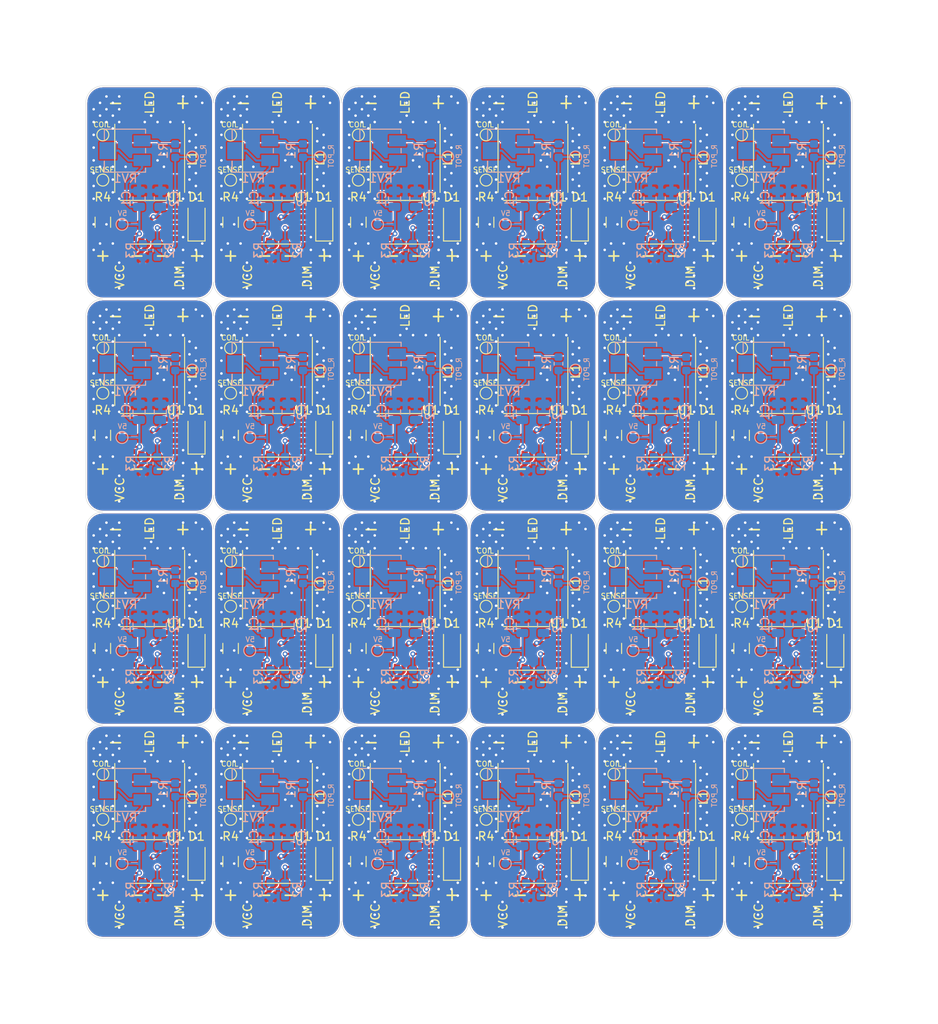
<source format=kicad_pcb>
(kicad_pcb (version 20171130) (host pcbnew 5.1.5-52549c5~84~ubuntu18.04.1)
  (layers (0 F.Cu signal) (31 B.Cu signal) (34 B.Paste user) (35 F.Paste user) (36 B.SilkS user) (37 F.SilkS user) (38 B.Mask user) (39 F.Mask user) (44 Edge.Cuts user))
  (net 0 "")
  (net 1 +5V)
  (net 2 GND)
  (net 3 VCC)
  (net 4 "Net-(D1-Pad2)")
  (net 5 "Net-(J1-Pad2)")
  (net 6 /DIM)
  (net 7 "Net-(R1-Pad1)")
  (net 8 "Net-(R1-Pad2)")
  (net 9 "Net-(R4-Pad1)")
  (module Resistor_SMD:R_0603_1608Metric (layer B.Cu) (at 144.9 146.55 90)
    (fp_text reference R2 (at 0 1.43 90) (layer B.SilkS) (effects (justify mirror)))
    (fp_text value 10k)
    (pad 1 smd roundrect (at -0.7875 0 90) (size 0.875 0.95) (layers B.Cu B.Paste B.Mask) (net 1 +5V))
    (pad 2 smd roundrect (at 0.7875 0 90) (size 0.875 0.95) (layers B.Cu B.Paste B.Mask) (net 6 /DIM))
  )
  (module Resistor_SMD:R_0603_1608Metric (layer B.Cu) (at 129.9 146.55 90)
    (fp_text reference R2 (at 0 1.43 90) (layer B.SilkS) (effects (justify mirror)))
    (fp_text value 10k)
    (pad 1 smd roundrect (at -0.7875 0 90) (size 0.875 0.95) (layers B.Cu B.Paste B.Mask) (net 1 +5V))
    (pad 2 smd roundrect (at 0.7875 0 90) (size 0.875 0.95) (layers B.Cu B.Paste B.Mask) (net 6 /DIM))
  )
  (module Resistor_SMD:R_0603_1608Metric (layer B.Cu) (at 114.9 146.55 90)
    (fp_text reference R2 (at 0 1.43 90) (layer B.SilkS) (effects (justify mirror)))
    (fp_text value 10k)
    (pad 1 smd roundrect (at -0.7875 0 90) (size 0.875 0.95) (layers B.Cu B.Paste B.Mask) (net 1 +5V))
    (pad 2 smd roundrect (at 0.7875 0 90) (size 0.875 0.95) (layers B.Cu B.Paste B.Mask) (net 6 /DIM))
  )
  (module Resistor_SMD:R_0603_1608Metric (layer B.Cu) (at 99.9 146.55 90)
    (fp_text reference R2 (at 0 1.43 90) (layer B.SilkS) (effects (justify mirror)))
    (fp_text value 10k)
    (pad 1 smd roundrect (at -0.7875 0 90) (size 0.875 0.95) (layers B.Cu B.Paste B.Mask) (net 1 +5V))
    (pad 2 smd roundrect (at 0.7875 0 90) (size 0.875 0.95) (layers B.Cu B.Paste B.Mask) (net 6 /DIM))
  )
  (module Resistor_SMD:R_0603_1608Metric (layer B.Cu) (at 84.9 146.55 90)
    (fp_text reference R2 (at 0 1.43 90) (layer B.SilkS) (effects (justify mirror)))
    (fp_text value 10k)
    (pad 1 smd roundrect (at -0.7875 0 90) (size 0.875 0.95) (layers B.Cu B.Paste B.Mask) (net 1 +5V))
    (pad 2 smd roundrect (at 0.7875 0 90) (size 0.875 0.95) (layers B.Cu B.Paste B.Mask) (net 6 /DIM))
  )
  (module Resistor_SMD:R_0603_1608Metric (layer B.Cu) (at 69.9 146.55 90)
    (fp_text reference R2 (at 0 1.43 90) (layer B.SilkS) (effects (justify mirror)))
    (fp_text value 10k)
    (pad 1 smd roundrect (at -0.7875 0 90) (size 0.875 0.95) (layers B.Cu B.Paste B.Mask) (net 1 +5V))
    (pad 2 smd roundrect (at 0.7875 0 90) (size 0.875 0.95) (layers B.Cu B.Paste B.Mask) (net 6 /DIM))
  )
  (module Resistor_SMD:R_0603_1608Metric (layer B.Cu) (at 144.9 121.55 90)
    (fp_text reference R2 (at 0 1.43 90) (layer B.SilkS) (effects (justify mirror)))
    (fp_text value 10k)
    (pad 1 smd roundrect (at -0.7875 0 90) (size 0.875 0.95) (layers B.Cu B.Paste B.Mask) (net 1 +5V))
    (pad 2 smd roundrect (at 0.7875 0 90) (size 0.875 0.95) (layers B.Cu B.Paste B.Mask) (net 6 /DIM))
  )
  (module Resistor_SMD:R_0603_1608Metric (layer B.Cu) (at 129.9 121.55 90)
    (fp_text reference R2 (at 0 1.43 90) (layer B.SilkS) (effects (justify mirror)))
    (fp_text value 10k)
    (pad 1 smd roundrect (at -0.7875 0 90) (size 0.875 0.95) (layers B.Cu B.Paste B.Mask) (net 1 +5V))
    (pad 2 smd roundrect (at 0.7875 0 90) (size 0.875 0.95) (layers B.Cu B.Paste B.Mask) (net 6 /DIM))
  )
  (module Resistor_SMD:R_0603_1608Metric (layer B.Cu) (at 114.9 121.55 90)
    (fp_text reference R2 (at 0 1.43 90) (layer B.SilkS) (effects (justify mirror)))
    (fp_text value 10k)
    (pad 1 smd roundrect (at -0.7875 0 90) (size 0.875 0.95) (layers B.Cu B.Paste B.Mask) (net 1 +5V))
    (pad 2 smd roundrect (at 0.7875 0 90) (size 0.875 0.95) (layers B.Cu B.Paste B.Mask) (net 6 /DIM))
  )
  (module Resistor_SMD:R_0603_1608Metric (layer B.Cu) (at 99.9 121.55 90)
    (fp_text reference R2 (at 0 1.43 90) (layer B.SilkS) (effects (justify mirror)))
    (fp_text value 10k)
    (pad 1 smd roundrect (at -0.7875 0 90) (size 0.875 0.95) (layers B.Cu B.Paste B.Mask) (net 1 +5V))
    (pad 2 smd roundrect (at 0.7875 0 90) (size 0.875 0.95) (layers B.Cu B.Paste B.Mask) (net 6 /DIM))
  )
  (module Resistor_SMD:R_0603_1608Metric (layer B.Cu) (at 84.9 121.55 90)
    (fp_text reference R2 (at 0 1.43 90) (layer B.SilkS) (effects (justify mirror)))
    (fp_text value 10k)
    (pad 1 smd roundrect (at -0.7875 0 90) (size 0.875 0.95) (layers B.Cu B.Paste B.Mask) (net 1 +5V))
    (pad 2 smd roundrect (at 0.7875 0 90) (size 0.875 0.95) (layers B.Cu B.Paste B.Mask) (net 6 /DIM))
  )
  (module Resistor_SMD:R_0603_1608Metric (layer B.Cu) (at 69.9 121.55 90)
    (fp_text reference R2 (at 0 1.43 90) (layer B.SilkS) (effects (justify mirror)))
    (fp_text value 10k)
    (pad 1 smd roundrect (at -0.7875 0 90) (size 0.875 0.95) (layers B.Cu B.Paste B.Mask) (net 1 +5V))
    (pad 2 smd roundrect (at 0.7875 0 90) (size 0.875 0.95) (layers B.Cu B.Paste B.Mask) (net 6 /DIM))
  )
  (module Resistor_SMD:R_0603_1608Metric (layer B.Cu) (at 144.9 96.55 90)
    (fp_text reference R2 (at 0 1.43 90) (layer B.SilkS) (effects (justify mirror)))
    (fp_text value 10k)
    (pad 1 smd roundrect (at -0.7875 0 90) (size 0.875 0.95) (layers B.Cu B.Paste B.Mask) (net 1 +5V))
    (pad 2 smd roundrect (at 0.7875 0 90) (size 0.875 0.95) (layers B.Cu B.Paste B.Mask) (net 6 /DIM))
  )
  (module Resistor_SMD:R_0603_1608Metric (layer B.Cu) (at 129.9 96.55 90)
    (fp_text reference R2 (at 0 1.43 90) (layer B.SilkS) (effects (justify mirror)))
    (fp_text value 10k)
    (pad 1 smd roundrect (at -0.7875 0 90) (size 0.875 0.95) (layers B.Cu B.Paste B.Mask) (net 1 +5V))
    (pad 2 smd roundrect (at 0.7875 0 90) (size 0.875 0.95) (layers B.Cu B.Paste B.Mask) (net 6 /DIM))
  )
  (module Resistor_SMD:R_0603_1608Metric (layer B.Cu) (at 114.9 96.55 90)
    (fp_text reference R2 (at 0 1.43 90) (layer B.SilkS) (effects (justify mirror)))
    (fp_text value 10k)
    (pad 1 smd roundrect (at -0.7875 0 90) (size 0.875 0.95) (layers B.Cu B.Paste B.Mask) (net 1 +5V))
    (pad 2 smd roundrect (at 0.7875 0 90) (size 0.875 0.95) (layers B.Cu B.Paste B.Mask) (net 6 /DIM))
  )
  (module Resistor_SMD:R_0603_1608Metric (layer B.Cu) (at 99.9 96.55 90)
    (fp_text reference R2 (at 0 1.43 90) (layer B.SilkS) (effects (justify mirror)))
    (fp_text value 10k)
    (pad 1 smd roundrect (at -0.7875 0 90) (size 0.875 0.95) (layers B.Cu B.Paste B.Mask) (net 1 +5V))
    (pad 2 smd roundrect (at 0.7875 0 90) (size 0.875 0.95) (layers B.Cu B.Paste B.Mask) (net 6 /DIM))
  )
  (module Resistor_SMD:R_0603_1608Metric (layer B.Cu) (at 84.9 96.55 90)
    (fp_text reference R2 (at 0 1.43 90) (layer B.SilkS) (effects (justify mirror)))
    (fp_text value 10k)
    (pad 1 smd roundrect (at -0.7875 0 90) (size 0.875 0.95) (layers B.Cu B.Paste B.Mask) (net 1 +5V))
    (pad 2 smd roundrect (at 0.7875 0 90) (size 0.875 0.95) (layers B.Cu B.Paste B.Mask) (net 6 /DIM))
  )
  (module Resistor_SMD:R_0603_1608Metric (layer B.Cu) (at 69.9 96.55 90)
    (fp_text reference R2 (at 0 1.43 90) (layer B.SilkS) (effects (justify mirror)))
    (fp_text value 10k)
    (pad 1 smd roundrect (at -0.7875 0 90) (size 0.875 0.95) (layers B.Cu B.Paste B.Mask) (net 1 +5V))
    (pad 2 smd roundrect (at 0.7875 0 90) (size 0.875 0.95) (layers B.Cu B.Paste B.Mask) (net 6 /DIM))
  )
  (module Resistor_SMD:R_0603_1608Metric (layer B.Cu) (at 144.9 71.55 90)
    (fp_text reference R2 (at 0 1.43 90) (layer B.SilkS) (effects (justify mirror)))
    (fp_text value 10k)
    (pad 1 smd roundrect (at -0.7875 0 90) (size 0.875 0.95) (layers B.Cu B.Paste B.Mask) (net 1 +5V))
    (pad 2 smd roundrect (at 0.7875 0 90) (size 0.875 0.95) (layers B.Cu B.Paste B.Mask) (net 6 /DIM))
  )
  (module Resistor_SMD:R_0603_1608Metric (layer B.Cu) (at 129.9 71.55 90)
    (fp_text reference R2 (at 0 1.43 90) (layer B.SilkS) (effects (justify mirror)))
    (fp_text value 10k)
    (pad 1 smd roundrect (at -0.7875 0 90) (size 0.875 0.95) (layers B.Cu B.Paste B.Mask) (net 1 +5V))
    (pad 2 smd roundrect (at 0.7875 0 90) (size 0.875 0.95) (layers B.Cu B.Paste B.Mask) (net 6 /DIM))
  )
  (module Resistor_SMD:R_0603_1608Metric (layer B.Cu) (at 114.9 71.55 90)
    (fp_text reference R2 (at 0 1.43 90) (layer B.SilkS) (effects (justify mirror)))
    (fp_text value 10k)
    (pad 1 smd roundrect (at -0.7875 0 90) (size 0.875 0.95) (layers B.Cu B.Paste B.Mask) (net 1 +5V))
    (pad 2 smd roundrect (at 0.7875 0 90) (size 0.875 0.95) (layers B.Cu B.Paste B.Mask) (net 6 /DIM))
  )
  (module Resistor_SMD:R_0603_1608Metric (layer B.Cu) (at 99.9 71.55 90)
    (fp_text reference R2 (at 0 1.43 90) (layer B.SilkS) (effects (justify mirror)))
    (fp_text value 10k)
    (pad 1 smd roundrect (at -0.7875 0 90) (size 0.875 0.95) (layers B.Cu B.Paste B.Mask) (net 1 +5V))
    (pad 2 smd roundrect (at 0.7875 0 90) (size 0.875 0.95) (layers B.Cu B.Paste B.Mask) (net 6 /DIM))
  )
  (module Resistor_SMD:R_0603_1608Metric (layer B.Cu) (at 84.9 71.55 90)
    (fp_text reference R2 (at 0 1.43 90) (layer B.SilkS) (effects (justify mirror)))
    (fp_text value 10k)
    (pad 1 smd roundrect (at -0.7875 0 90) (size 0.875 0.95) (layers B.Cu B.Paste B.Mask) (net 1 +5V))
    (pad 2 smd roundrect (at 0.7875 0 90) (size 0.875 0.95) (layers B.Cu B.Paste B.Mask) (net 6 /DIM))
  )
  (module Resistor_SMD:R_0603_1608Metric (layer B.Cu) (at 147 134.85 270)
    (fp_text reference R1 (at 0 1.4 90) (layer B.SilkS) (effects (justify mirror)))
    (fp_text value R_OT)
    (pad 2 smd roundrect (at 0.7875 0 270) (size 0.875 0.95) (layers B.Cu B.Paste B.Mask) (net 8 "Net-(R1-Pad2)"))
    (pad 1 smd roundrect (at -0.7875 0 270) (size 0.875 0.95) (layers B.Cu B.Paste B.Mask) (net 7 "Net-(R1-Pad1)"))
  )
  (module Resistor_SMD:R_0603_1608Metric (layer B.Cu) (at 132 134.85 270)
    (fp_text reference R1 (at 0 1.4 90) (layer B.SilkS) (effects (justify mirror)))
    (fp_text value R_OT)
    (pad 2 smd roundrect (at 0.7875 0 270) (size 0.875 0.95) (layers B.Cu B.Paste B.Mask) (net 8 "Net-(R1-Pad2)"))
    (pad 1 smd roundrect (at -0.7875 0 270) (size 0.875 0.95) (layers B.Cu B.Paste B.Mask) (net 7 "Net-(R1-Pad1)"))
  )
  (module Resistor_SMD:R_0603_1608Metric (layer B.Cu) (at 117 134.85 270)
    (fp_text reference R1 (at 0 1.4 90) (layer B.SilkS) (effects (justify mirror)))
    (fp_text value R_OT)
    (pad 2 smd roundrect (at 0.7875 0 270) (size 0.875 0.95) (layers B.Cu B.Paste B.Mask) (net 8 "Net-(R1-Pad2)"))
    (pad 1 smd roundrect (at -0.7875 0 270) (size 0.875 0.95) (layers B.Cu B.Paste B.Mask) (net 7 "Net-(R1-Pad1)"))
  )
  (module Resistor_SMD:R_0603_1608Metric (layer B.Cu) (at 102 134.85 270)
    (fp_text reference R1 (at 0 1.4 90) (layer B.SilkS) (effects (justify mirror)))
    (fp_text value R_OT)
    (pad 2 smd roundrect (at 0.7875 0 270) (size 0.875 0.95) (layers B.Cu B.Paste B.Mask) (net 8 "Net-(R1-Pad2)"))
    (pad 1 smd roundrect (at -0.7875 0 270) (size 0.875 0.95) (layers B.Cu B.Paste B.Mask) (net 7 "Net-(R1-Pad1)"))
  )
  (module Resistor_SMD:R_0603_1608Metric (layer B.Cu) (at 87 134.85 270)
    (fp_text reference R1 (at 0 1.4 90) (layer B.SilkS) (effects (justify mirror)))
    (fp_text value R_OT)
    (pad 2 smd roundrect (at 0.7875 0 270) (size 0.875 0.95) (layers B.Cu B.Paste B.Mask) (net 8 "Net-(R1-Pad2)"))
    (pad 1 smd roundrect (at -0.7875 0 270) (size 0.875 0.95) (layers B.Cu B.Paste B.Mask) (net 7 "Net-(R1-Pad1)"))
  )
  (module Resistor_SMD:R_0603_1608Metric (layer B.Cu) (at 72 134.85 270)
    (fp_text reference R1 (at 0 1.4 90) (layer B.SilkS) (effects (justify mirror)))
    (fp_text value R_OT)
    (pad 2 smd roundrect (at 0.7875 0 270) (size 0.875 0.95) (layers B.Cu B.Paste B.Mask) (net 8 "Net-(R1-Pad2)"))
    (pad 1 smd roundrect (at -0.7875 0 270) (size 0.875 0.95) (layers B.Cu B.Paste B.Mask) (net 7 "Net-(R1-Pad1)"))
  )
  (module Resistor_SMD:R_0603_1608Metric (layer B.Cu) (at 147 109.85 270)
    (fp_text reference R1 (at 0 1.4 90) (layer B.SilkS) (effects (justify mirror)))
    (fp_text value R_OT)
    (pad 2 smd roundrect (at 0.7875 0 270) (size 0.875 0.95) (layers B.Cu B.Paste B.Mask) (net 8 "Net-(R1-Pad2)"))
    (pad 1 smd roundrect (at -0.7875 0 270) (size 0.875 0.95) (layers B.Cu B.Paste B.Mask) (net 7 "Net-(R1-Pad1)"))
  )
  (module Resistor_SMD:R_0603_1608Metric (layer B.Cu) (at 132 109.85 270)
    (fp_text reference R1 (at 0 1.4 90) (layer B.SilkS) (effects (justify mirror)))
    (fp_text value R_OT)
    (pad 2 smd roundrect (at 0.7875 0 270) (size 0.875 0.95) (layers B.Cu B.Paste B.Mask) (net 8 "Net-(R1-Pad2)"))
    (pad 1 smd roundrect (at -0.7875 0 270) (size 0.875 0.95) (layers B.Cu B.Paste B.Mask) (net 7 "Net-(R1-Pad1)"))
  )
  (module Resistor_SMD:R_0603_1608Metric (layer B.Cu) (at 117 109.85 270)
    (fp_text reference R1 (at 0 1.4 90) (layer B.SilkS) (effects (justify mirror)))
    (fp_text value R_OT)
    (pad 2 smd roundrect (at 0.7875 0 270) (size 0.875 0.95) (layers B.Cu B.Paste B.Mask) (net 8 "Net-(R1-Pad2)"))
    (pad 1 smd roundrect (at -0.7875 0 270) (size 0.875 0.95) (layers B.Cu B.Paste B.Mask) (net 7 "Net-(R1-Pad1)"))
  )
  (module Resistor_SMD:R_0603_1608Metric (layer B.Cu) (at 102 109.85 270)
    (fp_text reference R1 (at 0 1.4 90) (layer B.SilkS) (effects (justify mirror)))
    (fp_text value R_OT)
    (pad 2 smd roundrect (at 0.7875 0 270) (size 0.875 0.95) (layers B.Cu B.Paste B.Mask) (net 8 "Net-(R1-Pad2)"))
    (pad 1 smd roundrect (at -0.7875 0 270) (size 0.875 0.95) (layers B.Cu B.Paste B.Mask) (net 7 "Net-(R1-Pad1)"))
  )
  (module Resistor_SMD:R_0603_1608Metric (layer B.Cu) (at 87 109.85 270)
    (fp_text reference R1 (at 0 1.4 90) (layer B.SilkS) (effects (justify mirror)))
    (fp_text value R_OT)
    (pad 2 smd roundrect (at 0.7875 0 270) (size 0.875 0.95) (layers B.Cu B.Paste B.Mask) (net 8 "Net-(R1-Pad2)"))
    (pad 1 smd roundrect (at -0.7875 0 270) (size 0.875 0.95) (layers B.Cu B.Paste B.Mask) (net 7 "Net-(R1-Pad1)"))
  )
  (module Resistor_SMD:R_0603_1608Metric (layer B.Cu) (at 72 109.85 270)
    (fp_text reference R1 (at 0 1.4 90) (layer B.SilkS) (effects (justify mirror)))
    (fp_text value R_OT)
    (pad 2 smd roundrect (at 0.7875 0 270) (size 0.875 0.95) (layers B.Cu B.Paste B.Mask) (net 8 "Net-(R1-Pad2)"))
    (pad 1 smd roundrect (at -0.7875 0 270) (size 0.875 0.95) (layers B.Cu B.Paste B.Mask) (net 7 "Net-(R1-Pad1)"))
  )
  (module Resistor_SMD:R_0603_1608Metric (layer B.Cu) (at 147 84.85 270)
    (fp_text reference R1 (at 0 1.4 90) (layer B.SilkS) (effects (justify mirror)))
    (fp_text value R_OT)
    (pad 2 smd roundrect (at 0.7875 0 270) (size 0.875 0.95) (layers B.Cu B.Paste B.Mask) (net 8 "Net-(R1-Pad2)"))
    (pad 1 smd roundrect (at -0.7875 0 270) (size 0.875 0.95) (layers B.Cu B.Paste B.Mask) (net 7 "Net-(R1-Pad1)"))
  )
  (module Resistor_SMD:R_0603_1608Metric (layer B.Cu) (at 132 84.85 270)
    (fp_text reference R1 (at 0 1.4 90) (layer B.SilkS) (effects (justify mirror)))
    (fp_text value R_OT)
    (pad 2 smd roundrect (at 0.7875 0 270) (size 0.875 0.95) (layers B.Cu B.Paste B.Mask) (net 8 "Net-(R1-Pad2)"))
    (pad 1 smd roundrect (at -0.7875 0 270) (size 0.875 0.95) (layers B.Cu B.Paste B.Mask) (net 7 "Net-(R1-Pad1)"))
  )
  (module Resistor_SMD:R_0603_1608Metric (layer B.Cu) (at 117 84.85 270)
    (fp_text reference R1 (at 0 1.4 90) (layer B.SilkS) (effects (justify mirror)))
    (fp_text value R_OT)
    (pad 2 smd roundrect (at 0.7875 0 270) (size 0.875 0.95) (layers B.Cu B.Paste B.Mask) (net 8 "Net-(R1-Pad2)"))
    (pad 1 smd roundrect (at -0.7875 0 270) (size 0.875 0.95) (layers B.Cu B.Paste B.Mask) (net 7 "Net-(R1-Pad1)"))
  )
  (module Resistor_SMD:R_0603_1608Metric (layer B.Cu) (at 102 84.85 270)
    (fp_text reference R1 (at 0 1.4 90) (layer B.SilkS) (effects (justify mirror)))
    (fp_text value R_OT)
    (pad 2 smd roundrect (at 0.7875 0 270) (size 0.875 0.95) (layers B.Cu B.Paste B.Mask) (net 8 "Net-(R1-Pad2)"))
    (pad 1 smd roundrect (at -0.7875 0 270) (size 0.875 0.95) (layers B.Cu B.Paste B.Mask) (net 7 "Net-(R1-Pad1)"))
  )
  (module Resistor_SMD:R_0603_1608Metric (layer B.Cu) (at 87 84.85 270)
    (fp_text reference R1 (at 0 1.4 90) (layer B.SilkS) (effects (justify mirror)))
    (fp_text value R_OT)
    (pad 2 smd roundrect (at 0.7875 0 270) (size 0.875 0.95) (layers B.Cu B.Paste B.Mask) (net 8 "Net-(R1-Pad2)"))
    (pad 1 smd roundrect (at -0.7875 0 270) (size 0.875 0.95) (layers B.Cu B.Paste B.Mask) (net 7 "Net-(R1-Pad1)"))
  )
  (module Resistor_SMD:R_0603_1608Metric (layer B.Cu) (at 72 84.85 270)
    (fp_text reference R1 (at 0 1.4 90) (layer B.SilkS) (effects (justify mirror)))
    (fp_text value R_OT)
    (pad 2 smd roundrect (at 0.7875 0 270) (size 0.875 0.95) (layers B.Cu B.Paste B.Mask) (net 8 "Net-(R1-Pad2)"))
    (pad 1 smd roundrect (at -0.7875 0 270) (size 0.875 0.95) (layers B.Cu B.Paste B.Mask) (net 7 "Net-(R1-Pad1)"))
  )
  (module Resistor_SMD:R_0603_1608Metric (layer B.Cu) (at 147 59.85 270)
    (fp_text reference R1 (at 0 1.4 90) (layer B.SilkS) (effects (justify mirror)))
    (fp_text value R_OT)
    (pad 2 smd roundrect (at 0.7875 0 270) (size 0.875 0.95) (layers B.Cu B.Paste B.Mask) (net 8 "Net-(R1-Pad2)"))
    (pad 1 smd roundrect (at -0.7875 0 270) (size 0.875 0.95) (layers B.Cu B.Paste B.Mask) (net 7 "Net-(R1-Pad1)"))
  )
  (module Resistor_SMD:R_0603_1608Metric (layer B.Cu) (at 132 59.85 270)
    (fp_text reference R1 (at 0 1.4 90) (layer B.SilkS) (effects (justify mirror)))
    (fp_text value R_OT)
    (pad 2 smd roundrect (at 0.7875 0 270) (size 0.875 0.95) (layers B.Cu B.Paste B.Mask) (net 8 "Net-(R1-Pad2)"))
    (pad 1 smd roundrect (at -0.7875 0 270) (size 0.875 0.95) (layers B.Cu B.Paste B.Mask) (net 7 "Net-(R1-Pad1)"))
  )
  (module Resistor_SMD:R_0603_1608Metric (layer B.Cu) (at 117 59.85 270)
    (fp_text reference R1 (at 0 1.4 90) (layer B.SilkS) (effects (justify mirror)))
    (fp_text value R_OT)
    (pad 2 smd roundrect (at 0.7875 0 270) (size 0.875 0.95) (layers B.Cu B.Paste B.Mask) (net 8 "Net-(R1-Pad2)"))
    (pad 1 smd roundrect (at -0.7875 0 270) (size 0.875 0.95) (layers B.Cu B.Paste B.Mask) (net 7 "Net-(R1-Pad1)"))
  )
  (module Resistor_SMD:R_0603_1608Metric (layer B.Cu) (at 102 59.85 270)
    (fp_text reference R1 (at 0 1.4 90) (layer B.SilkS) (effects (justify mirror)))
    (fp_text value R_OT)
    (pad 2 smd roundrect (at 0.7875 0 270) (size 0.875 0.95) (layers B.Cu B.Paste B.Mask) (net 8 "Net-(R1-Pad2)"))
    (pad 1 smd roundrect (at -0.7875 0 270) (size 0.875 0.95) (layers B.Cu B.Paste B.Mask) (net 7 "Net-(R1-Pad1)"))
  )
  (module Resistor_SMD:R_0603_1608Metric (layer B.Cu) (at 87 59.85 270)
    (fp_text reference R1 (at 0 1.4 90) (layer B.SilkS) (effects (justify mirror)))
    (fp_text value R_OT)
    (pad 2 smd roundrect (at 0.7875 0 270) (size 0.875 0.95) (layers B.Cu B.Paste B.Mask) (net 8 "Net-(R1-Pad2)"))
    (pad 1 smd roundrect (at -0.7875 0 270) (size 0.875 0.95) (layers B.Cu B.Paste B.Mask) (net 7 "Net-(R1-Pad1)"))
  )
  (module TestPoint:TestPoint_Pad_D1.0mm (layer B.Cu) (at 149 135.6 180)
    (fp_text reference TP4 hide)
    (fp_text value ROT)
    (pad 1 smd circle (at 0 0 180) (size 1 1) (layers B.Cu B.Mask) (net 8 "Net-(R1-Pad2)"))
  )
  (module TestPoint:TestPoint_Pad_D1.0mm (layer B.Cu) (at 134 135.6 180)
    (fp_text reference TP4 hide)
    (fp_text value ROT)
    (pad 1 smd circle (at 0 0 180) (size 1 1) (layers B.Cu B.Mask) (net 8 "Net-(R1-Pad2)"))
  )
  (module TestPoint:TestPoint_Pad_D1.0mm (layer B.Cu) (at 119 135.6 180)
    (fp_text reference TP4 hide)
    (fp_text value ROT)
    (pad 1 smd circle (at 0 0 180) (size 1 1) (layers B.Cu B.Mask) (net 8 "Net-(R1-Pad2)"))
  )
  (module TestPoint:TestPoint_Pad_D1.0mm (layer B.Cu) (at 104 135.6 180)
    (fp_text reference TP4 hide)
    (fp_text value ROT)
    (pad 1 smd circle (at 0 0 180) (size 1 1) (layers B.Cu B.Mask) (net 8 "Net-(R1-Pad2)"))
  )
  (module TestPoint:TestPoint_Pad_D1.0mm (layer B.Cu) (at 89 135.6 180)
    (fp_text reference TP4 hide)
    (fp_text value ROT)
    (pad 1 smd circle (at 0 0 180) (size 1 1) (layers B.Cu B.Mask) (net 8 "Net-(R1-Pad2)"))
  )
  (module TestPoint:TestPoint_Pad_D1.0mm (layer B.Cu) (at 74 135.6 180)
    (fp_text reference TP4 hide)
    (fp_text value ROT)
    (pad 1 smd circle (at 0 0 180) (size 1 1) (layers B.Cu B.Mask) (net 8 "Net-(R1-Pad2)"))
  )
  (module TestPoint:TestPoint_Pad_D1.0mm (layer B.Cu) (at 149 110.6 180)
    (fp_text reference TP4 hide)
    (fp_text value ROT)
    (pad 1 smd circle (at 0 0 180) (size 1 1) (layers B.Cu B.Mask) (net 8 "Net-(R1-Pad2)"))
  )
  (module TestPoint:TestPoint_Pad_D1.0mm (layer B.Cu) (at 134 110.6 180)
    (fp_text reference TP4 hide)
    (fp_text value ROT)
    (pad 1 smd circle (at 0 0 180) (size 1 1) (layers B.Cu B.Mask) (net 8 "Net-(R1-Pad2)"))
  )
  (module TestPoint:TestPoint_Pad_D1.0mm (layer B.Cu) (at 119 110.6 180)
    (fp_text reference TP4 hide)
    (fp_text value ROT)
    (pad 1 smd circle (at 0 0 180) (size 1 1) (layers B.Cu B.Mask) (net 8 "Net-(R1-Pad2)"))
  )
  (module TestPoint:TestPoint_Pad_D1.0mm (layer B.Cu) (at 104 110.6 180)
    (fp_text reference TP4 hide)
    (fp_text value ROT)
    (pad 1 smd circle (at 0 0 180) (size 1 1) (layers B.Cu B.Mask) (net 8 "Net-(R1-Pad2)"))
  )
  (module TestPoint:TestPoint_Pad_D1.0mm (layer B.Cu) (at 89 110.6 180)
    (fp_text reference TP4 hide)
    (fp_text value ROT)
    (pad 1 smd circle (at 0 0 180) (size 1 1) (layers B.Cu B.Mask) (net 8 "Net-(R1-Pad2)"))
  )
  (module TestPoint:TestPoint_Pad_D1.0mm (layer B.Cu) (at 74 110.6 180)
    (fp_text reference TP4 hide)
    (fp_text value ROT)
    (pad 1 smd circle (at 0 0 180) (size 1 1) (layers B.Cu B.Mask) (net 8 "Net-(R1-Pad2)"))
  )
  (module TestPoint:TestPoint_Pad_D1.0mm (layer B.Cu) (at 149 85.6 180)
    (fp_text reference TP4 hide)
    (fp_text value ROT)
    (pad 1 smd circle (at 0 0 180) (size 1 1) (layers B.Cu B.Mask) (net 8 "Net-(R1-Pad2)"))
  )
  (module TestPoint:TestPoint_Pad_D1.0mm (layer B.Cu) (at 134 85.6 180)
    (fp_text reference TP4 hide)
    (fp_text value ROT)
    (pad 1 smd circle (at 0 0 180) (size 1 1) (layers B.Cu B.Mask) (net 8 "Net-(R1-Pad2)"))
  )
  (module TestPoint:TestPoint_Pad_D1.0mm (layer B.Cu) (at 119 85.6 180)
    (fp_text reference TP4 hide)
    (fp_text value ROT)
    (pad 1 smd circle (at 0 0 180) (size 1 1) (layers B.Cu B.Mask) (net 8 "Net-(R1-Pad2)"))
  )
  (module TestPoint:TestPoint_Pad_D1.0mm (layer B.Cu) (at 104 85.6 180)
    (fp_text reference TP4 hide)
    (fp_text value ROT)
    (pad 1 smd circle (at 0 0 180) (size 1 1) (layers B.Cu B.Mask) (net 8 "Net-(R1-Pad2)"))
  )
  (module TestPoint:TestPoint_Pad_D1.0mm (layer B.Cu) (at 89 85.6 180)
    (fp_text reference TP4 hide)
    (fp_text value ROT)
    (pad 1 smd circle (at 0 0 180) (size 1 1) (layers B.Cu B.Mask) (net 8 "Net-(R1-Pad2)"))
  )
  (module TestPoint:TestPoint_Pad_D1.0mm (layer B.Cu) (at 74 85.6 180)
    (fp_text reference TP4 hide)
    (fp_text value ROT)
    (pad 1 smd circle (at 0 0 180) (size 1 1) (layers B.Cu B.Mask) (net 8 "Net-(R1-Pad2)"))
  )
  (module TestPoint:TestPoint_Pad_D1.0mm (layer B.Cu) (at 149 60.6 180)
    (fp_text reference TP4 hide)
    (fp_text value ROT)
    (pad 1 smd circle (at 0 0 180) (size 1 1) (layers B.Cu B.Mask) (net 8 "Net-(R1-Pad2)"))
  )
  (module TestPoint:TestPoint_Pad_D1.0mm (layer B.Cu) (at 134 60.6 180)
    (fp_text reference TP4 hide)
    (fp_text value ROT)
    (pad 1 smd circle (at 0 0 180) (size 1 1) (layers B.Cu B.Mask) (net 8 "Net-(R1-Pad2)"))
  )
  (module TestPoint:TestPoint_Pad_D1.0mm (layer B.Cu) (at 119 60.6 180)
    (fp_text reference TP4 hide)
    (fp_text value ROT)
    (pad 1 smd circle (at 0 0 180) (size 1 1) (layers B.Cu B.Mask) (net 8 "Net-(R1-Pad2)"))
  )
  (module TestPoint:TestPoint_Pad_D1.0mm (layer B.Cu) (at 104 60.6 180)
    (fp_text reference TP4 hide)
    (fp_text value ROT)
    (pad 1 smd circle (at 0 0 180) (size 1 1) (layers B.Cu B.Mask) (net 8 "Net-(R1-Pad2)"))
  )
  (module TestPoint:TestPoint_Pad_D1.0mm (layer B.Cu) (at 89 60.6 180)
    (fp_text reference TP4 hide)
    (fp_text value ROT)
    (pad 1 smd circle (at 0 0 180) (size 1 1) (layers B.Cu B.Mask) (net 8 "Net-(R1-Pad2)"))
  )
  (module TestPoint:TestPoint_Pad_D1.0mm (layer F.Cu) (at 138.5 133)
    (fp_text reference TP3 hide)
    (fp_text value LED)
    (pad 1 smd circle (at 0 0) (size 1 1) (layers F.Cu F.Mask) (net 5 "Net-(J1-Pad2)"))
  )
  (module TestPoint:TestPoint_Pad_D1.0mm (layer F.Cu) (at 123.5 133)
    (fp_text reference TP3 hide)
    (fp_text value LED)
    (pad 1 smd circle (at 0 0) (size 1 1) (layers F.Cu F.Mask) (net 5 "Net-(J1-Pad2)"))
  )
  (module TestPoint:TestPoint_Pad_D1.0mm (layer F.Cu) (at 108.5 133)
    (fp_text reference TP3 hide)
    (fp_text value LED)
    (pad 1 smd circle (at 0 0) (size 1 1) (layers F.Cu F.Mask) (net 5 "Net-(J1-Pad2)"))
  )
  (module TestPoint:TestPoint_Pad_D1.0mm (layer F.Cu) (at 93.5 133)
    (fp_text reference TP3 hide)
    (fp_text value LED)
    (pad 1 smd circle (at 0 0) (size 1 1) (layers F.Cu F.Mask) (net 5 "Net-(J1-Pad2)"))
  )
  (module TestPoint:TestPoint_Pad_D1.0mm (layer F.Cu) (at 78.5 133)
    (fp_text reference TP3 hide)
    (fp_text value LED)
    (pad 1 smd circle (at 0 0) (size 1 1) (layers F.Cu F.Mask) (net 5 "Net-(J1-Pad2)"))
  )
  (module TestPoint:TestPoint_Pad_D1.0mm (layer F.Cu) (at 63.5 133)
    (fp_text reference TP3 hide)
    (fp_text value LED)
    (pad 1 smd circle (at 0 0) (size 1 1) (layers F.Cu F.Mask) (net 5 "Net-(J1-Pad2)"))
  )
  (module TestPoint:TestPoint_Pad_D1.0mm (layer F.Cu) (at 138.5 108)
    (fp_text reference TP3 hide)
    (fp_text value LED)
    (pad 1 smd circle (at 0 0) (size 1 1) (layers F.Cu F.Mask) (net 5 "Net-(J1-Pad2)"))
  )
  (module TestPoint:TestPoint_Pad_D1.0mm (layer F.Cu) (at 123.5 108)
    (fp_text reference TP3 hide)
    (fp_text value LED)
    (pad 1 smd circle (at 0 0) (size 1 1) (layers F.Cu F.Mask) (net 5 "Net-(J1-Pad2)"))
  )
  (module TestPoint:TestPoint_Pad_D1.0mm (layer F.Cu) (at 108.5 108)
    (fp_text reference TP3 hide)
    (fp_text value LED)
    (pad 1 smd circle (at 0 0) (size 1 1) (layers F.Cu F.Mask) (net 5 "Net-(J1-Pad2)"))
  )
  (module TestPoint:TestPoint_Pad_D1.0mm (layer F.Cu) (at 93.5 108)
    (fp_text reference TP3 hide)
    (fp_text value LED)
    (pad 1 smd circle (at 0 0) (size 1 1) (layers F.Cu F.Mask) (net 5 "Net-(J1-Pad2)"))
  )
  (module TestPoint:TestPoint_Pad_D1.0mm (layer F.Cu) (at 78.5 108)
    (fp_text reference TP3 hide)
    (fp_text value LED)
    (pad 1 smd circle (at 0 0) (size 1 1) (layers F.Cu F.Mask) (net 5 "Net-(J1-Pad2)"))
  )
  (module TestPoint:TestPoint_Pad_D1.0mm (layer F.Cu) (at 63.5 108)
    (fp_text reference TP3 hide)
    (fp_text value LED)
    (pad 1 smd circle (at 0 0) (size 1 1) (layers F.Cu F.Mask) (net 5 "Net-(J1-Pad2)"))
  )
  (module TestPoint:TestPoint_Pad_D1.0mm (layer F.Cu) (at 138.5 83)
    (fp_text reference TP3 hide)
    (fp_text value LED)
    (pad 1 smd circle (at 0 0) (size 1 1) (layers F.Cu F.Mask) (net 5 "Net-(J1-Pad2)"))
  )
  (module TestPoint:TestPoint_Pad_D1.0mm (layer F.Cu) (at 123.5 83)
    (fp_text reference TP3 hide)
    (fp_text value LED)
    (pad 1 smd circle (at 0 0) (size 1 1) (layers F.Cu F.Mask) (net 5 "Net-(J1-Pad2)"))
  )
  (module TestPoint:TestPoint_Pad_D1.0mm (layer F.Cu) (at 108.5 83)
    (fp_text reference TP3 hide)
    (fp_text value LED)
    (pad 1 smd circle (at 0 0) (size 1 1) (layers F.Cu F.Mask) (net 5 "Net-(J1-Pad2)"))
  )
  (module TestPoint:TestPoint_Pad_D1.0mm (layer F.Cu) (at 93.5 83)
    (fp_text reference TP3 hide)
    (fp_text value LED)
    (pad 1 smd circle (at 0 0) (size 1 1) (layers F.Cu F.Mask) (net 5 "Net-(J1-Pad2)"))
  )
  (module TestPoint:TestPoint_Pad_D1.0mm (layer F.Cu) (at 78.5 83)
    (fp_text reference TP3 hide)
    (fp_text value LED)
    (pad 1 smd circle (at 0 0) (size 1 1) (layers F.Cu F.Mask) (net 5 "Net-(J1-Pad2)"))
  )
  (module TestPoint:TestPoint_Pad_D1.0mm (layer F.Cu) (at 63.5 83)
    (fp_text reference TP3 hide)
    (fp_text value LED)
    (pad 1 smd circle (at 0 0) (size 1 1) (layers F.Cu F.Mask) (net 5 "Net-(J1-Pad2)"))
  )
  (module TestPoint:TestPoint_Pad_D1.0mm (layer F.Cu) (at 138.5 58)
    (fp_text reference TP3 hide)
    (fp_text value LED)
    (pad 1 smd circle (at 0 0) (size 1 1) (layers F.Cu F.Mask) (net 5 "Net-(J1-Pad2)"))
  )
  (module TestPoint:TestPoint_Pad_D1.0mm (layer F.Cu) (at 123.5 58)
    (fp_text reference TP3 hide)
    (fp_text value LED)
    (pad 1 smd circle (at 0 0) (size 1 1) (layers F.Cu F.Mask) (net 5 "Net-(J1-Pad2)"))
  )
  (module TestPoint:TestPoint_Pad_D1.0mm (layer F.Cu) (at 108.5 58)
    (fp_text reference TP3 hide)
    (fp_text value LED)
    (pad 1 smd circle (at 0 0) (size 1 1) (layers F.Cu F.Mask) (net 5 "Net-(J1-Pad2)"))
  )
  (module TestPoint:TestPoint_Pad_D1.0mm (layer F.Cu) (at 93.5 58)
    (fp_text reference TP3 hide)
    (fp_text value LED)
    (pad 1 smd circle (at 0 0) (size 1 1) (layers F.Cu F.Mask) (net 5 "Net-(J1-Pad2)"))
  )
  (module TestPoint:TestPoint_Pad_D1.0mm (layer F.Cu) (at 78.5 58)
    (fp_text reference TP3 hide)
    (fp_text value LED)
    (pad 1 smd circle (at 0 0) (size 1 1) (layers F.Cu F.Mask) (net 5 "Net-(J1-Pad2)"))
  )
  (module TestPoint:TestPoint_Pad_D1.0mm (layer F.Cu) (at 138.5 138.3)
    (fp_text reference TP5 hide)
    (fp_text value SENSE)
    (pad 1 smd circle (at 0 0) (size 1 1) (layers F.Cu F.Mask) (net 9 "Net-(R4-Pad1)"))
  )
  (module TestPoint:TestPoint_Pad_D1.0mm (layer F.Cu) (at 123.5 138.3)
    (fp_text reference TP5 hide)
    (fp_text value SENSE)
    (pad 1 smd circle (at 0 0) (size 1 1) (layers F.Cu F.Mask) (net 9 "Net-(R4-Pad1)"))
  )
  (module TestPoint:TestPoint_Pad_D1.0mm (layer F.Cu) (at 108.5 138.3)
    (fp_text reference TP5 hide)
    (fp_text value SENSE)
    (pad 1 smd circle (at 0 0) (size 1 1) (layers F.Cu F.Mask) (net 9 "Net-(R4-Pad1)"))
  )
  (module TestPoint:TestPoint_Pad_D1.0mm (layer F.Cu) (at 93.5 138.3)
    (fp_text reference TP5 hide)
    (fp_text value SENSE)
    (pad 1 smd circle (at 0 0) (size 1 1) (layers F.Cu F.Mask) (net 9 "Net-(R4-Pad1)"))
  )
  (module TestPoint:TestPoint_Pad_D1.0mm (layer F.Cu) (at 78.5 138.3)
    (fp_text reference TP5 hide)
    (fp_text value SENSE)
    (pad 1 smd circle (at 0 0) (size 1 1) (layers F.Cu F.Mask) (net 9 "Net-(R4-Pad1)"))
  )
  (module TestPoint:TestPoint_Pad_D1.0mm (layer F.Cu) (at 63.5 138.3)
    (fp_text reference TP5 hide)
    (fp_text value SENSE)
    (pad 1 smd circle (at 0 0) (size 1 1) (layers F.Cu F.Mask) (net 9 "Net-(R4-Pad1)"))
  )
  (module TestPoint:TestPoint_Pad_D1.0mm (layer F.Cu) (at 138.5 113.3)
    (fp_text reference TP5 hide)
    (fp_text value SENSE)
    (pad 1 smd circle (at 0 0) (size 1 1) (layers F.Cu F.Mask) (net 9 "Net-(R4-Pad1)"))
  )
  (module TestPoint:TestPoint_Pad_D1.0mm (layer F.Cu) (at 123.5 113.3)
    (fp_text reference TP5 hide)
    (fp_text value SENSE)
    (pad 1 smd circle (at 0 0) (size 1 1) (layers F.Cu F.Mask) (net 9 "Net-(R4-Pad1)"))
  )
  (module TestPoint:TestPoint_Pad_D1.0mm (layer F.Cu) (at 108.5 113.3)
    (fp_text reference TP5 hide)
    (fp_text value SENSE)
    (pad 1 smd circle (at 0 0) (size 1 1) (layers F.Cu F.Mask) (net 9 "Net-(R4-Pad1)"))
  )
  (module TestPoint:TestPoint_Pad_D1.0mm (layer F.Cu) (at 93.5 113.3)
    (fp_text reference TP5 hide)
    (fp_text value SENSE)
    (pad 1 smd circle (at 0 0) (size 1 1) (layers F.Cu F.Mask) (net 9 "Net-(R4-Pad1)"))
  )
  (module TestPoint:TestPoint_Pad_D1.0mm (layer F.Cu) (at 78.5 113.3)
    (fp_text reference TP5 hide)
    (fp_text value SENSE)
    (pad 1 smd circle (at 0 0) (size 1 1) (layers F.Cu F.Mask) (net 9 "Net-(R4-Pad1)"))
  )
  (module TestPoint:TestPoint_Pad_D1.0mm (layer F.Cu) (at 63.5 113.3)
    (fp_text reference TP5 hide)
    (fp_text value SENSE)
    (pad 1 smd circle (at 0 0) (size 1 1) (layers F.Cu F.Mask) (net 9 "Net-(R4-Pad1)"))
  )
  (module TestPoint:TestPoint_Pad_D1.0mm (layer F.Cu) (at 138.5 88.3)
    (fp_text reference TP5 hide)
    (fp_text value SENSE)
    (pad 1 smd circle (at 0 0) (size 1 1) (layers F.Cu F.Mask) (net 9 "Net-(R4-Pad1)"))
  )
  (module TestPoint:TestPoint_Pad_D1.0mm (layer F.Cu) (at 123.5 88.3)
    (fp_text reference TP5 hide)
    (fp_text value SENSE)
    (pad 1 smd circle (at 0 0) (size 1 1) (layers F.Cu F.Mask) (net 9 "Net-(R4-Pad1)"))
  )
  (module TestPoint:TestPoint_Pad_D1.0mm (layer F.Cu) (at 108.5 88.3)
    (fp_text reference TP5 hide)
    (fp_text value SENSE)
    (pad 1 smd circle (at 0 0) (size 1 1) (layers F.Cu F.Mask) (net 9 "Net-(R4-Pad1)"))
  )
  (module TestPoint:TestPoint_Pad_D1.0mm (layer F.Cu) (at 93.5 88.3)
    (fp_text reference TP5 hide)
    (fp_text value SENSE)
    (pad 1 smd circle (at 0 0) (size 1 1) (layers F.Cu F.Mask) (net 9 "Net-(R4-Pad1)"))
  )
  (module TestPoint:TestPoint_Pad_D1.0mm (layer F.Cu) (at 78.5 88.3)
    (fp_text reference TP5 hide)
    (fp_text value SENSE)
    (pad 1 smd circle (at 0 0) (size 1 1) (layers F.Cu F.Mask) (net 9 "Net-(R4-Pad1)"))
  )
  (module TestPoint:TestPoint_Pad_D1.0mm (layer F.Cu) (at 63.5 88.3)
    (fp_text reference TP5 hide)
    (fp_text value SENSE)
    (pad 1 smd circle (at 0 0) (size 1 1) (layers F.Cu F.Mask) (net 9 "Net-(R4-Pad1)"))
  )
  (module TestPoint:TestPoint_Pad_D1.0mm (layer F.Cu) (at 138.5 63.3)
    (fp_text reference TP5 hide)
    (fp_text value SENSE)
    (pad 1 smd circle (at 0 0) (size 1 1) (layers F.Cu F.Mask) (net 9 "Net-(R4-Pad1)"))
  )
  (module TestPoint:TestPoint_Pad_D1.0mm (layer F.Cu) (at 123.5 63.3)
    (fp_text reference TP5 hide)
    (fp_text value SENSE)
    (pad 1 smd circle (at 0 0) (size 1 1) (layers F.Cu F.Mask) (net 9 "Net-(R4-Pad1)"))
  )
  (module TestPoint:TestPoint_Pad_D1.0mm (layer F.Cu) (at 108.5 63.3)
    (fp_text reference TP5 hide)
    (fp_text value SENSE)
    (pad 1 smd circle (at 0 0) (size 1 1) (layers F.Cu F.Mask) (net 9 "Net-(R4-Pad1)"))
  )
  (module TestPoint:TestPoint_Pad_D1.0mm (layer F.Cu) (at 93.5 63.3)
    (fp_text reference TP5 hide)
    (fp_text value SENSE)
    (pad 1 smd circle (at 0 0) (size 1 1) (layers F.Cu F.Mask) (net 9 "Net-(R4-Pad1)"))
  )
  (module TestPoint:TestPoint_Pad_D1.0mm (layer F.Cu) (at 78.5 63.3)
    (fp_text reference TP5 hide)
    (fp_text value SENSE)
    (pad 1 smd circle (at 0 0) (size 1 1) (layers F.Cu F.Mask) (net 9 "Net-(R4-Pad1)"))
  )
  (module Potentiometer_SMD:Potentiometer_Bourns_3214J_Horizontal (layer B.Cu) (at 141.1 134.85)
    (fp_text reference RV1 (at 0.05 3.25) (layer B.SilkS) (effects (justify mirror)))
    (fp_text value R_POT)
    (pad 3 smd rect (at 2 -1.15) (size 2 1.3) (layers B.Cu B.Paste B.Mask) (net 7 "Net-(R1-Pad1)"))
    (pad 2 smd rect (at -2 0) (size 2 2) (layers B.Cu B.Paste B.Mask) (net 1 +5V))
    (pad 1 smd rect (at 2 1.15) (size 2 1.3) (layers B.Cu B.Paste B.Mask) (net 1 +5V))
  )
  (module Potentiometer_SMD:Potentiometer_Bourns_3214J_Horizontal (layer B.Cu) (at 126.1 134.85)
    (fp_text reference RV1 (at 0.05 3.25) (layer B.SilkS) (effects (justify mirror)))
    (fp_text value R_POT)
    (pad 3 smd rect (at 2 -1.15) (size 2 1.3) (layers B.Cu B.Paste B.Mask) (net 7 "Net-(R1-Pad1)"))
    (pad 2 smd rect (at -2 0) (size 2 2) (layers B.Cu B.Paste B.Mask) (net 1 +5V))
    (pad 1 smd rect (at 2 1.15) (size 2 1.3) (layers B.Cu B.Paste B.Mask) (net 1 +5V))
  )
  (module Potentiometer_SMD:Potentiometer_Bourns_3214J_Horizontal (layer B.Cu) (at 111.1 134.85)
    (fp_text reference RV1 (at 0.05 3.25) (layer B.SilkS) (effects (justify mirror)))
    (fp_text value R_POT)
    (pad 3 smd rect (at 2 -1.15) (size 2 1.3) (layers B.Cu B.Paste B.Mask) (net 7 "Net-(R1-Pad1)"))
    (pad 2 smd rect (at -2 0) (size 2 2) (layers B.Cu B.Paste B.Mask) (net 1 +5V))
    (pad 1 smd rect (at 2 1.15) (size 2 1.3) (layers B.Cu B.Paste B.Mask) (net 1 +5V))
  )
  (module Potentiometer_SMD:Potentiometer_Bourns_3214J_Horizontal (layer B.Cu) (at 96.1 134.85)
    (fp_text reference RV1 (at 0.05 3.25) (layer B.SilkS) (effects (justify mirror)))
    (fp_text value R_POT)
    (pad 3 smd rect (at 2 -1.15) (size 2 1.3) (layers B.Cu B.Paste B.Mask) (net 7 "Net-(R1-Pad1)"))
    (pad 2 smd rect (at -2 0) (size 2 2) (layers B.Cu B.Paste B.Mask) (net 1 +5V))
    (pad 1 smd rect (at 2 1.15) (size 2 1.3) (layers B.Cu B.Paste B.Mask) (net 1 +5V))
  )
  (module Potentiometer_SMD:Potentiometer_Bourns_3214J_Horizontal (layer B.Cu) (at 81.1 134.85)
    (fp_text reference RV1 (at 0.05 3.25) (layer B.SilkS) (effects (justify mirror)))
    (fp_text value R_POT)
    (pad 3 smd rect (at 2 -1.15) (size 2 1.3) (layers B.Cu B.Paste B.Mask) (net 7 "Net-(R1-Pad1)"))
    (pad 2 smd rect (at -2 0) (size 2 2) (layers B.Cu B.Paste B.Mask) (net 1 +5V))
    (pad 1 smd rect (at 2 1.15) (size 2 1.3) (layers B.Cu B.Paste B.Mask) (net 1 +5V))
  )
  (module Potentiometer_SMD:Potentiometer_Bourns_3214J_Horizontal (layer B.Cu) (at 66.1 134.85)
    (fp_text reference RV1 (at 0.05 3.25) (layer B.SilkS) (effects (justify mirror)))
    (fp_text value R_POT)
    (pad 3 smd rect (at 2 -1.15) (size 2 1.3) (layers B.Cu B.Paste B.Mask) (net 7 "Net-(R1-Pad1)"))
    (pad 2 smd rect (at -2 0) (size 2 2) (layers B.Cu B.Paste B.Mask) (net 1 +5V))
    (pad 1 smd rect (at 2 1.15) (size 2 1.3) (layers B.Cu B.Paste B.Mask) (net 1 +5V))
  )
  (module Potentiometer_SMD:Potentiometer_Bourns_3214J_Horizontal (layer B.Cu) (at 141.1 109.85)
    (fp_text reference RV1 (at 0.05 3.25) (layer B.SilkS) (effects (justify mirror)))
    (fp_text value R_POT)
    (pad 3 smd rect (at 2 -1.15) (size 2 1.3) (layers B.Cu B.Paste B.Mask) (net 7 "Net-(R1-Pad1)"))
    (pad 2 smd rect (at -2 0) (size 2 2) (layers B.Cu B.Paste B.Mask) (net 1 +5V))
    (pad 1 smd rect (at 2 1.15) (size 2 1.3) (layers B.Cu B.Paste B.Mask) (net 1 +5V))
  )
  (module Potentiometer_SMD:Potentiometer_Bourns_3214J_Horizontal (layer B.Cu) (at 126.1 109.85)
    (fp_text reference RV1 (at 0.05 3.25) (layer B.SilkS) (effects (justify mirror)))
    (fp_text value R_POT)
    (pad 3 smd rect (at 2 -1.15) (size 2 1.3) (layers B.Cu B.Paste B.Mask) (net 7 "Net-(R1-Pad1)"))
    (pad 2 smd rect (at -2 0) (size 2 2) (layers B.Cu B.Paste B.Mask) (net 1 +5V))
    (pad 1 smd rect (at 2 1.15) (size 2 1.3) (layers B.Cu B.Paste B.Mask) (net 1 +5V))
  )
  (module Potentiometer_SMD:Potentiometer_Bourns_3214J_Horizontal (layer B.Cu) (at 111.1 109.85)
    (fp_text reference RV1 (at 0.05 3.25) (layer B.SilkS) (effects (justify mirror)))
    (fp_text value R_POT)
    (pad 3 smd rect (at 2 -1.15) (size 2 1.3) (layers B.Cu B.Paste B.Mask) (net 7 "Net-(R1-Pad1)"))
    (pad 2 smd rect (at -2 0) (size 2 2) (layers B.Cu B.Paste B.Mask) (net 1 +5V))
    (pad 1 smd rect (at 2 1.15) (size 2 1.3) (layers B.Cu B.Paste B.Mask) (net 1 +5V))
  )
  (module Potentiometer_SMD:Potentiometer_Bourns_3214J_Horizontal (layer B.Cu) (at 96.1 109.85)
    (fp_text reference RV1 (at 0.05 3.25) (layer B.SilkS) (effects (justify mirror)))
    (fp_text value R_POT)
    (pad 3 smd rect (at 2 -1.15) (size 2 1.3) (layers B.Cu B.Paste B.Mask) (net 7 "Net-(R1-Pad1)"))
    (pad 2 smd rect (at -2 0) (size 2 2) (layers B.Cu B.Paste B.Mask) (net 1 +5V))
    (pad 1 smd rect (at 2 1.15) (size 2 1.3) (layers B.Cu B.Paste B.Mask) (net 1 +5V))
  )
  (module Potentiometer_SMD:Potentiometer_Bourns_3214J_Horizontal (layer B.Cu) (at 81.1 109.85)
    (fp_text reference RV1 (at 0.05 3.25) (layer B.SilkS) (effects (justify mirror)))
    (fp_text value R_POT)
    (pad 3 smd rect (at 2 -1.15) (size 2 1.3) (layers B.Cu B.Paste B.Mask) (net 7 "Net-(R1-Pad1)"))
    (pad 2 smd rect (at -2 0) (size 2 2) (layers B.Cu B.Paste B.Mask) (net 1 +5V))
    (pad 1 smd rect (at 2 1.15) (size 2 1.3) (layers B.Cu B.Paste B.Mask) (net 1 +5V))
  )
  (module Potentiometer_SMD:Potentiometer_Bourns_3214J_Horizontal (layer B.Cu) (at 66.1 109.85)
    (fp_text reference RV1 (at 0.05 3.25) (layer B.SilkS) (effects (justify mirror)))
    (fp_text value R_POT)
    (pad 3 smd rect (at 2 -1.15) (size 2 1.3) (layers B.Cu B.Paste B.Mask) (net 7 "Net-(R1-Pad1)"))
    (pad 2 smd rect (at -2 0) (size 2 2) (layers B.Cu B.Paste B.Mask) (net 1 +5V))
    (pad 1 smd rect (at 2 1.15) (size 2 1.3) (layers B.Cu B.Paste B.Mask) (net 1 +5V))
  )
  (module Potentiometer_SMD:Potentiometer_Bourns_3214J_Horizontal (layer B.Cu) (at 141.1 84.85)
    (fp_text reference RV1 (at 0.05 3.25) (layer B.SilkS) (effects (justify mirror)))
    (fp_text value R_POT)
    (pad 3 smd rect (at 2 -1.15) (size 2 1.3) (layers B.Cu B.Paste B.Mask) (net 7 "Net-(R1-Pad1)"))
    (pad 2 smd rect (at -2 0) (size 2 2) (layers B.Cu B.Paste B.Mask) (net 1 +5V))
    (pad 1 smd rect (at 2 1.15) (size 2 1.3) (layers B.Cu B.Paste B.Mask) (net 1 +5V))
  )
  (module Potentiometer_SMD:Potentiometer_Bourns_3214J_Horizontal (layer B.Cu) (at 126.1 84.85)
    (fp_text reference RV1 (at 0.05 3.25) (layer B.SilkS) (effects (justify mirror)))
    (fp_text value R_POT)
    (pad 3 smd rect (at 2 -1.15) (size 2 1.3) (layers B.Cu B.Paste B.Mask) (net 7 "Net-(R1-Pad1)"))
    (pad 2 smd rect (at -2 0) (size 2 2) (layers B.Cu B.Paste B.Mask) (net 1 +5V))
    (pad 1 smd rect (at 2 1.15) (size 2 1.3) (layers B.Cu B.Paste B.Mask) (net 1 +5V))
  )
  (module Potentiometer_SMD:Potentiometer_Bourns_3214J_Horizontal (layer B.Cu) (at 111.1 84.85)
    (fp_text reference RV1 (at 0.05 3.25) (layer B.SilkS) (effects (justify mirror)))
    (fp_text value R_POT)
    (pad 3 smd rect (at 2 -1.15) (size 2 1.3) (layers B.Cu B.Paste B.Mask) (net 7 "Net-(R1-Pad1)"))
    (pad 2 smd rect (at -2 0) (size 2 2) (layers B.Cu B.Paste B.Mask) (net 1 +5V))
    (pad 1 smd rect (at 2 1.15) (size 2 1.3) (layers B.Cu B.Paste B.Mask) (net 1 +5V))
  )
  (module Potentiometer_SMD:Potentiometer_Bourns_3214J_Horizontal (layer B.Cu) (at 96.1 84.85)
    (fp_text reference RV1 (at 0.05 3.25) (layer B.SilkS) (effects (justify mirror)))
    (fp_text value R_POT)
    (pad 3 smd rect (at 2 -1.15) (size 2 1.3) (layers B.Cu B.Paste B.Mask) (net 7 "Net-(R1-Pad1)"))
    (pad 2 smd rect (at -2 0) (size 2 2) (layers B.Cu B.Paste B.Mask) (net 1 +5V))
    (pad 1 smd rect (at 2 1.15) (size 2 1.3) (layers B.Cu B.Paste B.Mask) (net 1 +5V))
  )
  (module Potentiometer_SMD:Potentiometer_Bourns_3214J_Horizontal (layer B.Cu) (at 81.1 84.85)
    (fp_text reference RV1 (at 0.05 3.25) (layer B.SilkS) (effects (justify mirror)))
    (fp_text value R_POT)
    (pad 3 smd rect (at 2 -1.15) (size 2 1.3) (layers B.Cu B.Paste B.Mask) (net 7 "Net-(R1-Pad1)"))
    (pad 2 smd rect (at -2 0) (size 2 2) (layers B.Cu B.Paste B.Mask) (net 1 +5V))
    (pad 1 smd rect (at 2 1.15) (size 2 1.3) (layers B.Cu B.Paste B.Mask) (net 1 +5V))
  )
  (module Potentiometer_SMD:Potentiometer_Bourns_3214J_Horizontal (layer B.Cu) (at 66.1 84.85)
    (fp_text reference RV1 (at 0.05 3.25) (layer B.SilkS) (effects (justify mirror)))
    (fp_text value R_POT)
    (pad 3 smd rect (at 2 -1.15) (size 2 1.3) (layers B.Cu B.Paste B.Mask) (net 7 "Net-(R1-Pad1)"))
    (pad 2 smd rect (at -2 0) (size 2 2) (layers B.Cu B.Paste B.Mask) (net 1 +5V))
    (pad 1 smd rect (at 2 1.15) (size 2 1.3) (layers B.Cu B.Paste B.Mask) (net 1 +5V))
  )
  (module Potentiometer_SMD:Potentiometer_Bourns_3214J_Horizontal (layer B.Cu) (at 141.1 59.85)
    (fp_text reference RV1 (at 0.05 3.25) (layer B.SilkS) (effects (justify mirror)))
    (fp_text value R_POT)
    (pad 3 smd rect (at 2 -1.15) (size 2 1.3) (layers B.Cu B.Paste B.Mask) (net 7 "Net-(R1-Pad1)"))
    (pad 2 smd rect (at -2 0) (size 2 2) (layers B.Cu B.Paste B.Mask) (net 1 +5V))
    (pad 1 smd rect (at 2 1.15) (size 2 1.3) (layers B.Cu B.Paste B.Mask) (net 1 +5V))
  )
  (module Potentiometer_SMD:Potentiometer_Bourns_3214J_Horizontal (layer B.Cu) (at 126.1 59.85)
    (fp_text reference RV1 (at 0.05 3.25) (layer B.SilkS) (effects (justify mirror)))
    (fp_text value R_POT)
    (pad 3 smd rect (at 2 -1.15) (size 2 1.3) (layers B.Cu B.Paste B.Mask) (net 7 "Net-(R1-Pad1)"))
    (pad 2 smd rect (at -2 0) (size 2 2) (layers B.Cu B.Paste B.Mask) (net 1 +5V))
    (pad 1 smd rect (at 2 1.15) (size 2 1.3) (layers B.Cu B.Paste B.Mask) (net 1 +5V))
  )
  (module Potentiometer_SMD:Potentiometer_Bourns_3214J_Horizontal (layer B.Cu) (at 111.1 59.85)
    (fp_text reference RV1 (at 0.05 3.25) (layer B.SilkS) (effects (justify mirror)))
    (fp_text value R_POT)
    (pad 3 smd rect (at 2 -1.15) (size 2 1.3) (layers B.Cu B.Paste B.Mask) (net 7 "Net-(R1-Pad1)"))
    (pad 2 smd rect (at -2 0) (size 2 2) (layers B.Cu B.Paste B.Mask) (net 1 +5V))
    (pad 1 smd rect (at 2 1.15) (size 2 1.3) (layers B.Cu B.Paste B.Mask) (net 1 +5V))
  )
  (module Potentiometer_SMD:Potentiometer_Bourns_3214J_Horizontal (layer B.Cu) (at 96.1 59.85)
    (fp_text reference RV1 (at 0.05 3.25) (layer B.SilkS) (effects (justify mirror)))
    (fp_text value R_POT)
    (pad 3 smd rect (at 2 -1.15) (size 2 1.3) (layers B.Cu B.Paste B.Mask) (net 7 "Net-(R1-Pad1)"))
    (pad 2 smd rect (at -2 0) (size 2 2) (layers B.Cu B.Paste B.Mask) (net 1 +5V))
    (pad 1 smd rect (at 2 1.15) (size 2 1.3) (layers B.Cu B.Paste B.Mask) (net 1 +5V))
  )
  (module Potentiometer_SMD:Potentiometer_Bourns_3214J_Horizontal (layer B.Cu) (at 81.1 59.85)
    (fp_text reference RV1 (at 0.05 3.25) (layer B.SilkS) (effects (justify mirror)))
    (fp_text value R_POT)
    (pad 3 smd rect (at 2 -1.15) (size 2 1.3) (layers B.Cu B.Paste B.Mask) (net 7 "Net-(R1-Pad1)"))
    (pad 2 smd rect (at -2 0) (size 2 2) (layers B.Cu B.Paste B.Mask) (net 1 +5V))
    (pad 1 smd rect (at 2 1.15) (size 2 1.3) (layers B.Cu B.Paste B.Mask) (net 1 +5V))
  )
  (module Inductor_SMD:L_Taiyo-Yuden_NR-80xx (layer F.Cu) (at 144 135.75 270)
    (fp_text reference L1 (at 0 -5 90) (layer F.SilkS))
    (fp_text value L)
    (pad 2 smd rect (at 2.8 0 270) (size 1.8 7.7) (layers F.Cu F.Paste F.Mask) (net 4 "Net-(D1-Pad2)"))
    (pad 1 smd rect (at -2.8 0 270) (size 1.8 7.7) (layers F.Cu F.Paste F.Mask) (net 5 "Net-(J1-Pad2)"))
  )
  (module Inductor_SMD:L_Taiyo-Yuden_NR-80xx (layer F.Cu) (at 129 135.75 270)
    (fp_text reference L1 (at 0 -5 90) (layer F.SilkS))
    (fp_text value L)
    (pad 2 smd rect (at 2.8 0 270) (size 1.8 7.7) (layers F.Cu F.Paste F.Mask) (net 4 "Net-(D1-Pad2)"))
    (pad 1 smd rect (at -2.8 0 270) (size 1.8 7.7) (layers F.Cu F.Paste F.Mask) (net 5 "Net-(J1-Pad2)"))
  )
  (module Inductor_SMD:L_Taiyo-Yuden_NR-80xx (layer F.Cu) (at 114 135.75 270)
    (fp_text reference L1 (at 0 -5 90) (layer F.SilkS))
    (fp_text value L)
    (pad 2 smd rect (at 2.8 0 270) (size 1.8 7.7) (layers F.Cu F.Paste F.Mask) (net 4 "Net-(D1-Pad2)"))
    (pad 1 smd rect (at -2.8 0 270) (size 1.8 7.7) (layers F.Cu F.Paste F.Mask) (net 5 "Net-(J1-Pad2)"))
  )
  (module Inductor_SMD:L_Taiyo-Yuden_NR-80xx (layer F.Cu) (at 99 135.75 270)
    (fp_text reference L1 (at 0 -5 90) (layer F.SilkS))
    (fp_text value L)
    (pad 2 smd rect (at 2.8 0 270) (size 1.8 7.7) (layers F.Cu F.Paste F.Mask) (net 4 "Net-(D1-Pad2)"))
    (pad 1 smd rect (at -2.8 0 270) (size 1.8 7.7) (layers F.Cu F.Paste F.Mask) (net 5 "Net-(J1-Pad2)"))
  )
  (module Inductor_SMD:L_Taiyo-Yuden_NR-80xx (layer F.Cu) (at 84 135.75 270)
    (fp_text reference L1 (at 0 -5 90) (layer F.SilkS))
    (fp_text value L)
    (pad 2 smd rect (at 2.8 0 270) (size 1.8 7.7) (layers F.Cu F.Paste F.Mask) (net 4 "Net-(D1-Pad2)"))
    (pad 1 smd rect (at -2.8 0 270) (size 1.8 7.7) (layers F.Cu F.Paste F.Mask) (net 5 "Net-(J1-Pad2)"))
  )
  (module Inductor_SMD:L_Taiyo-Yuden_NR-80xx (layer F.Cu) (at 69 135.75 270)
    (fp_text reference L1 (at 0 -5 90) (layer F.SilkS))
    (fp_text value L)
    (pad 2 smd rect (at 2.8 0 270) (size 1.8 7.7) (layers F.Cu F.Paste F.Mask) (net 4 "Net-(D1-Pad2)"))
    (pad 1 smd rect (at -2.8 0 270) (size 1.8 7.7) (layers F.Cu F.Paste F.Mask) (net 5 "Net-(J1-Pad2)"))
  )
  (module Inductor_SMD:L_Taiyo-Yuden_NR-80xx (layer F.Cu) (at 144 110.75 270)
    (fp_text reference L1 (at 0 -5 90) (layer F.SilkS))
    (fp_text value L)
    (pad 2 smd rect (at 2.8 0 270) (size 1.8 7.7) (layers F.Cu F.Paste F.Mask) (net 4 "Net-(D1-Pad2)"))
    (pad 1 smd rect (at -2.8 0 270) (size 1.8 7.7) (layers F.Cu F.Paste F.Mask) (net 5 "Net-(J1-Pad2)"))
  )
  (module Inductor_SMD:L_Taiyo-Yuden_NR-80xx (layer F.Cu) (at 129 110.75 270)
    (fp_text reference L1 (at 0 -5 90) (layer F.SilkS))
    (fp_text value L)
    (pad 2 smd rect (at 2.8 0 270) (size 1.8 7.7) (layers F.Cu F.Paste F.Mask) (net 4 "Net-(D1-Pad2)"))
    (pad 1 smd rect (at -2.8 0 270) (size 1.8 7.7) (layers F.Cu F.Paste F.Mask) (net 5 "Net-(J1-Pad2)"))
  )
  (module Inductor_SMD:L_Taiyo-Yuden_NR-80xx (layer F.Cu) (at 114 110.75 270)
    (fp_text reference L1 (at 0 -5 90) (layer F.SilkS))
    (fp_text value L)
    (pad 2 smd rect (at 2.8 0 270) (size 1.8 7.7) (layers F.Cu F.Paste F.Mask) (net 4 "Net-(D1-Pad2)"))
    (pad 1 smd rect (at -2.8 0 270) (size 1.8 7.7) (layers F.Cu F.Paste F.Mask) (net 5 "Net-(J1-Pad2)"))
  )
  (module Inductor_SMD:L_Taiyo-Yuden_NR-80xx (layer F.Cu) (at 99 110.75 270)
    (fp_text reference L1 (at 0 -5 90) (layer F.SilkS))
    (fp_text value L)
    (pad 2 smd rect (at 2.8 0 270) (size 1.8 7.7) (layers F.Cu F.Paste F.Mask) (net 4 "Net-(D1-Pad2)"))
    (pad 1 smd rect (at -2.8 0 270) (size 1.8 7.7) (layers F.Cu F.Paste F.Mask) (net 5 "Net-(J1-Pad2)"))
  )
  (module Inductor_SMD:L_Taiyo-Yuden_NR-80xx (layer F.Cu) (at 84 110.75 270)
    (fp_text reference L1 (at 0 -5 90) (layer F.SilkS))
    (fp_text value L)
    (pad 2 smd rect (at 2.8 0 270) (size 1.8 7.7) (layers F.Cu F.Paste F.Mask) (net 4 "Net-(D1-Pad2)"))
    (pad 1 smd rect (at -2.8 0 270) (size 1.8 7.7) (layers F.Cu F.Paste F.Mask) (net 5 "Net-(J1-Pad2)"))
  )
  (module Inductor_SMD:L_Taiyo-Yuden_NR-80xx (layer F.Cu) (at 69 110.75 270)
    (fp_text reference L1 (at 0 -5 90) (layer F.SilkS))
    (fp_text value L)
    (pad 2 smd rect (at 2.8 0 270) (size 1.8 7.7) (layers F.Cu F.Paste F.Mask) (net 4 "Net-(D1-Pad2)"))
    (pad 1 smd rect (at -2.8 0 270) (size 1.8 7.7) (layers F.Cu F.Paste F.Mask) (net 5 "Net-(J1-Pad2)"))
  )
  (module Inductor_SMD:L_Taiyo-Yuden_NR-80xx (layer F.Cu) (at 144 85.75 270)
    (fp_text reference L1 (at 0 -5 90) (layer F.SilkS))
    (fp_text value L)
    (pad 2 smd rect (at 2.8 0 270) (size 1.8 7.7) (layers F.Cu F.Paste F.Mask) (net 4 "Net-(D1-Pad2)"))
    (pad 1 smd rect (at -2.8 0 270) (size 1.8 7.7) (layers F.Cu F.Paste F.Mask) (net 5 "Net-(J1-Pad2)"))
  )
  (module Inductor_SMD:L_Taiyo-Yuden_NR-80xx (layer F.Cu) (at 129 85.75 270)
    (fp_text reference L1 (at 0 -5 90) (layer F.SilkS))
    (fp_text value L)
    (pad 2 smd rect (at 2.8 0 270) (size 1.8 7.7) (layers F.Cu F.Paste F.Mask) (net 4 "Net-(D1-Pad2)"))
    (pad 1 smd rect (at -2.8 0 270) (size 1.8 7.7) (layers F.Cu F.Paste F.Mask) (net 5 "Net-(J1-Pad2)"))
  )
  (module Inductor_SMD:L_Taiyo-Yuden_NR-80xx (layer F.Cu) (at 114 85.75 270)
    (fp_text reference L1 (at 0 -5 90) (layer F.SilkS))
    (fp_text value L)
    (pad 2 smd rect (at 2.8 0 270) (size 1.8 7.7) (layers F.Cu F.Paste F.Mask) (net 4 "Net-(D1-Pad2)"))
    (pad 1 smd rect (at -2.8 0 270) (size 1.8 7.7) (layers F.Cu F.Paste F.Mask) (net 5 "Net-(J1-Pad2)"))
  )
  (module Inductor_SMD:L_Taiyo-Yuden_NR-80xx (layer F.Cu) (at 99 85.75 270)
    (fp_text reference L1 (at 0 -5 90) (layer F.SilkS))
    (fp_text value L)
    (pad 2 smd rect (at 2.8 0 270) (size 1.8 7.7) (layers F.Cu F.Paste F.Mask) (net 4 "Net-(D1-Pad2)"))
    (pad 1 smd rect (at -2.8 0 270) (size 1.8 7.7) (layers F.Cu F.Paste F.Mask) (net 5 "Net-(J1-Pad2)"))
  )
  (module Inductor_SMD:L_Taiyo-Yuden_NR-80xx (layer F.Cu) (at 84 85.75 270)
    (fp_text reference L1 (at 0 -5 90) (layer F.SilkS))
    (fp_text value L)
    (pad 2 smd rect (at 2.8 0 270) (size 1.8 7.7) (layers F.Cu F.Paste F.Mask) (net 4 "Net-(D1-Pad2)"))
    (pad 1 smd rect (at -2.8 0 270) (size 1.8 7.7) (layers F.Cu F.Paste F.Mask) (net 5 "Net-(J1-Pad2)"))
  )
  (module Inductor_SMD:L_Taiyo-Yuden_NR-80xx (layer F.Cu) (at 69 85.75 270)
    (fp_text reference L1 (at 0 -5 90) (layer F.SilkS))
    (fp_text value L)
    (pad 2 smd rect (at 2.8 0 270) (size 1.8 7.7) (layers F.Cu F.Paste F.Mask) (net 4 "Net-(D1-Pad2)"))
    (pad 1 smd rect (at -2.8 0 270) (size 1.8 7.7) (layers F.Cu F.Paste F.Mask) (net 5 "Net-(J1-Pad2)"))
  )
  (module Inductor_SMD:L_Taiyo-Yuden_NR-80xx (layer F.Cu) (at 144 60.75 270)
    (fp_text reference L1 (at 0 -5 90) (layer F.SilkS))
    (fp_text value L)
    (pad 2 smd rect (at 2.8 0 270) (size 1.8 7.7) (layers F.Cu F.Paste F.Mask) (net 4 "Net-(D1-Pad2)"))
    (pad 1 smd rect (at -2.8 0 270) (size 1.8 7.7) (layers F.Cu F.Paste F.Mask) (net 5 "Net-(J1-Pad2)"))
  )
  (module Inductor_SMD:L_Taiyo-Yuden_NR-80xx (layer F.Cu) (at 129 60.75 270)
    (fp_text reference L1 (at 0 -5 90) (layer F.SilkS))
    (fp_text value L)
    (pad 2 smd rect (at 2.8 0 270) (size 1.8 7.7) (layers F.Cu F.Paste F.Mask) (net 4 "Net-(D1-Pad2)"))
    (pad 1 smd rect (at -2.8 0 270) (size 1.8 7.7) (layers F.Cu F.Paste F.Mask) (net 5 "Net-(J1-Pad2)"))
  )
  (module Inductor_SMD:L_Taiyo-Yuden_NR-80xx (layer F.Cu) (at 114 60.75 270)
    (fp_text reference L1 (at 0 -5 90) (layer F.SilkS))
    (fp_text value L)
    (pad 2 smd rect (at 2.8 0 270) (size 1.8 7.7) (layers F.Cu F.Paste F.Mask) (net 4 "Net-(D1-Pad2)"))
    (pad 1 smd rect (at -2.8 0 270) (size 1.8 7.7) (layers F.Cu F.Paste F.Mask) (net 5 "Net-(J1-Pad2)"))
  )
  (module Inductor_SMD:L_Taiyo-Yuden_NR-80xx (layer F.Cu) (at 99 60.75 270)
    (fp_text reference L1 (at 0 -5 90) (layer F.SilkS))
    (fp_text value L)
    (pad 2 smd rect (at 2.8 0 270) (size 1.8 7.7) (layers F.Cu F.Paste F.Mask) (net 4 "Net-(D1-Pad2)"))
    (pad 1 smd rect (at -2.8 0 270) (size 1.8 7.7) (layers F.Cu F.Paste F.Mask) (net 5 "Net-(J1-Pad2)"))
  )
  (module Inductor_SMD:L_Taiyo-Yuden_NR-80xx (layer F.Cu) (at 84 60.75 270)
    (fp_text reference L1 (at 0 -5 90) (layer F.SilkS))
    (fp_text value L)
    (pad 2 smd rect (at 2.8 0 270) (size 1.8 7.7) (layers F.Cu F.Paste F.Mask) (net 4 "Net-(D1-Pad2)"))
    (pad 1 smd rect (at -2.8 0 270) (size 1.8 7.7) (layers F.Cu F.Paste F.Mask) (net 5 "Net-(J1-Pad2)"))
  )
  (module Diode_SMD:D_SOD-123F (layer F.Cu) (at 149.5 143.25 90)
    (fp_text reference D1 (at 2.95 0 180) (layer F.SilkS))
    (fp_text value SKL310)
    (pad 2 smd rect (at 1.4 0 90) (size 1.1 1.1) (layers F.Cu F.Paste F.Mask) (net 4 "Net-(D1-Pad2)"))
    (pad 1 smd rect (at -1.4 0 90) (size 1.1 1.1) (layers F.Cu F.Paste F.Mask) (net 3 VCC))
  )
  (module Diode_SMD:D_SOD-123F (layer F.Cu) (at 134.5 143.25 90)
    (fp_text reference D1 (at 2.95 0 180) (layer F.SilkS))
    (fp_text value SKL310)
    (pad 2 smd rect (at 1.4 0 90) (size 1.1 1.1) (layers F.Cu F.Paste F.Mask) (net 4 "Net-(D1-Pad2)"))
    (pad 1 smd rect (at -1.4 0 90) (size 1.1 1.1) (layers F.Cu F.Paste F.Mask) (net 3 VCC))
  )
  (module Diode_SMD:D_SOD-123F (layer F.Cu) (at 119.5 143.25 90)
    (fp_text reference D1 (at 2.95 0 180) (layer F.SilkS))
    (fp_text value SKL310)
    (pad 2 smd rect (at 1.4 0 90) (size 1.1 1.1) (layers F.Cu F.Paste F.Mask) (net 4 "Net-(D1-Pad2)"))
    (pad 1 smd rect (at -1.4 0 90) (size 1.1 1.1) (layers F.Cu F.Paste F.Mask) (net 3 VCC))
  )
  (module Diode_SMD:D_SOD-123F (layer F.Cu) (at 104.5 143.25 90)
    (fp_text reference D1 (at 2.95 0 180) (layer F.SilkS))
    (fp_text value SKL310)
    (pad 2 smd rect (at 1.4 0 90) (size 1.1 1.1) (layers F.Cu F.Paste F.Mask) (net 4 "Net-(D1-Pad2)"))
    (pad 1 smd rect (at -1.4 0 90) (size 1.1 1.1) (layers F.Cu F.Paste F.Mask) (net 3 VCC))
  )
  (module Diode_SMD:D_SOD-123F (layer F.Cu) (at 89.5 143.25 90)
    (fp_text reference D1 (at 2.95 0 180) (layer F.SilkS))
    (fp_text value SKL310)
    (pad 2 smd rect (at 1.4 0 90) (size 1.1 1.1) (layers F.Cu F.Paste F.Mask) (net 4 "Net-(D1-Pad2)"))
    (pad 1 smd rect (at -1.4 0 90) (size 1.1 1.1) (layers F.Cu F.Paste F.Mask) (net 3 VCC))
  )
  (module Diode_SMD:D_SOD-123F (layer F.Cu) (at 74.5 143.25 90)
    (fp_text reference D1 (at 2.95 0 180) (layer F.SilkS))
    (fp_text value SKL310)
    (pad 2 smd rect (at 1.4 0 90) (size 1.1 1.1) (layers F.Cu F.Paste F.Mask) (net 4 "Net-(D1-Pad2)"))
    (pad 1 smd rect (at -1.4 0 90) (size 1.1 1.1) (layers F.Cu F.Paste F.Mask) (net 3 VCC))
  )
  (module Diode_SMD:D_SOD-123F (layer F.Cu) (at 149.5 118.25 90)
    (fp_text reference D1 (at 2.95 0 180) (layer F.SilkS))
    (fp_text value SKL310)
    (pad 2 smd rect (at 1.4 0 90) (size 1.1 1.1) (layers F.Cu F.Paste F.Mask) (net 4 "Net-(D1-Pad2)"))
    (pad 1 smd rect (at -1.4 0 90) (size 1.1 1.1) (layers F.Cu F.Paste F.Mask) (net 3 VCC))
  )
  (module Diode_SMD:D_SOD-123F (layer F.Cu) (at 134.5 118.25 90)
    (fp_text reference D1 (at 2.95 0 180) (layer F.SilkS))
    (fp_text value SKL310)
    (pad 2 smd rect (at 1.4 0 90) (size 1.1 1.1) (layers F.Cu F.Paste F.Mask) (net 4 "Net-(D1-Pad2)"))
    (pad 1 smd rect (at -1.4 0 90) (size 1.1 1.1) (layers F.Cu F.Paste F.Mask) (net 3 VCC))
  )
  (module Diode_SMD:D_SOD-123F (layer F.Cu) (at 119.5 118.25 90)
    (fp_text reference D1 (at 2.95 0 180) (layer F.SilkS))
    (fp_text value SKL310)
    (pad 2 smd rect (at 1.4 0 90) (size 1.1 1.1) (layers F.Cu F.Paste F.Mask) (net 4 "Net-(D1-Pad2)"))
    (pad 1 smd rect (at -1.4 0 90) (size 1.1 1.1) (layers F.Cu F.Paste F.Mask) (net 3 VCC))
  )
  (module Diode_SMD:D_SOD-123F (layer F.Cu) (at 104.5 118.25 90)
    (fp_text reference D1 (at 2.95 0 180) (layer F.SilkS))
    (fp_text value SKL310)
    (pad 2 smd rect (at 1.4 0 90) (size 1.1 1.1) (layers F.Cu F.Paste F.Mask) (net 4 "Net-(D1-Pad2)"))
    (pad 1 smd rect (at -1.4 0 90) (size 1.1 1.1) (layers F.Cu F.Paste F.Mask) (net 3 VCC))
  )
  (module Diode_SMD:D_SOD-123F (layer F.Cu) (at 89.5 118.25 90)
    (fp_text reference D1 (at 2.95 0 180) (layer F.SilkS))
    (fp_text value SKL310)
    (pad 2 smd rect (at 1.4 0 90) (size 1.1 1.1) (layers F.Cu F.Paste F.Mask) (net 4 "Net-(D1-Pad2)"))
    (pad 1 smd rect (at -1.4 0 90) (size 1.1 1.1) (layers F.Cu F.Paste F.Mask) (net 3 VCC))
  )
  (module Diode_SMD:D_SOD-123F (layer F.Cu) (at 74.5 118.25 90)
    (fp_text reference D1 (at 2.95 0 180) (layer F.SilkS))
    (fp_text value SKL310)
    (pad 2 smd rect (at 1.4 0 90) (size 1.1 1.1) (layers F.Cu F.Paste F.Mask) (net 4 "Net-(D1-Pad2)"))
    (pad 1 smd rect (at -1.4 0 90) (size 1.1 1.1) (layers F.Cu F.Paste F.Mask) (net 3 VCC))
  )
  (module Diode_SMD:D_SOD-123F (layer F.Cu) (at 149.5 93.25 90)
    (fp_text reference D1 (at 2.95 0 180) (layer F.SilkS))
    (fp_text value SKL310)
    (pad 2 smd rect (at 1.4 0 90) (size 1.1 1.1) (layers F.Cu F.Paste F.Mask) (net 4 "Net-(D1-Pad2)"))
    (pad 1 smd rect (at -1.4 0 90) (size 1.1 1.1) (layers F.Cu F.Paste F.Mask) (net 3 VCC))
  )
  (module Diode_SMD:D_SOD-123F (layer F.Cu) (at 134.5 93.25 90)
    (fp_text reference D1 (at 2.95 0 180) (layer F.SilkS))
    (fp_text value SKL310)
    (pad 2 smd rect (at 1.4 0 90) (size 1.1 1.1) (layers F.Cu F.Paste F.Mask) (net 4 "Net-(D1-Pad2)"))
    (pad 1 smd rect (at -1.4 0 90) (size 1.1 1.1) (layers F.Cu F.Paste F.Mask) (net 3 VCC))
  )
  (module Diode_SMD:D_SOD-123F (layer F.Cu) (at 119.5 93.25 90)
    (fp_text reference D1 (at 2.95 0 180) (layer F.SilkS))
    (fp_text value SKL310)
    (pad 2 smd rect (at 1.4 0 90) (size 1.1 1.1) (layers F.Cu F.Paste F.Mask) (net 4 "Net-(D1-Pad2)"))
    (pad 1 smd rect (at -1.4 0 90) (size 1.1 1.1) (layers F.Cu F.Paste F.Mask) (net 3 VCC))
  )
  (module Diode_SMD:D_SOD-123F (layer F.Cu) (at 104.5 93.25 90)
    (fp_text reference D1 (at 2.95 0 180) (layer F.SilkS))
    (fp_text value SKL310)
    (pad 2 smd rect (at 1.4 0 90) (size 1.1 1.1) (layers F.Cu F.Paste F.Mask) (net 4 "Net-(D1-Pad2)"))
    (pad 1 smd rect (at -1.4 0 90) (size 1.1 1.1) (layers F.Cu F.Paste F.Mask) (net 3 VCC))
  )
  (module Diode_SMD:D_SOD-123F (layer F.Cu) (at 89.5 93.25 90)
    (fp_text reference D1 (at 2.95 0 180) (layer F.SilkS))
    (fp_text value SKL310)
    (pad 2 smd rect (at 1.4 0 90) (size 1.1 1.1) (layers F.Cu F.Paste F.Mask) (net 4 "Net-(D1-Pad2)"))
    (pad 1 smd rect (at -1.4 0 90) (size 1.1 1.1) (layers F.Cu F.Paste F.Mask) (net 3 VCC))
  )
  (module Diode_SMD:D_SOD-123F (layer F.Cu) (at 74.5 93.25 90)
    (fp_text reference D1 (at 2.95 0 180) (layer F.SilkS))
    (fp_text value SKL310)
    (pad 2 smd rect (at 1.4 0 90) (size 1.1 1.1) (layers F.Cu F.Paste F.Mask) (net 4 "Net-(D1-Pad2)"))
    (pad 1 smd rect (at -1.4 0 90) (size 1.1 1.1) (layers F.Cu F.Paste F.Mask) (net 3 VCC))
  )
  (module Diode_SMD:D_SOD-123F (layer F.Cu) (at 149.5 68.25 90)
    (fp_text reference D1 (at 2.95 0 180) (layer F.SilkS))
    (fp_text value SKL310)
    (pad 2 smd rect (at 1.4 0 90) (size 1.1 1.1) (layers F.Cu F.Paste F.Mask) (net 4 "Net-(D1-Pad2)"))
    (pad 1 smd rect (at -1.4 0 90) (size 1.1 1.1) (layers F.Cu F.Paste F.Mask) (net 3 VCC))
  )
  (module Diode_SMD:D_SOD-123F (layer F.Cu) (at 134.5 68.25 90)
    (fp_text reference D1 (at 2.95 0 180) (layer F.SilkS))
    (fp_text value SKL310)
    (pad 2 smd rect (at 1.4 0 90) (size 1.1 1.1) (layers F.Cu F.Paste F.Mask) (net 4 "Net-(D1-Pad2)"))
    (pad 1 smd rect (at -1.4 0 90) (size 1.1 1.1) (layers F.Cu F.Paste F.Mask) (net 3 VCC))
  )
  (module Diode_SMD:D_SOD-123F (layer F.Cu) (at 119.5 68.25 90)
    (fp_text reference D1 (at 2.95 0 180) (layer F.SilkS))
    (fp_text value SKL310)
    (pad 2 smd rect (at 1.4 0 90) (size 1.1 1.1) (layers F.Cu F.Paste F.Mask) (net 4 "Net-(D1-Pad2)"))
    (pad 1 smd rect (at -1.4 0 90) (size 1.1 1.1) (layers F.Cu F.Paste F.Mask) (net 3 VCC))
  )
  (module Diode_SMD:D_SOD-123F (layer F.Cu) (at 104.5 68.25 90)
    (fp_text reference D1 (at 2.95 0 180) (layer F.SilkS))
    (fp_text value SKL310)
    (pad 2 smd rect (at 1.4 0 90) (size 1.1 1.1) (layers F.Cu F.Paste F.Mask) (net 4 "Net-(D1-Pad2)"))
    (pad 1 smd rect (at -1.4 0 90) (size 1.1 1.1) (layers F.Cu F.Paste F.Mask) (net 3 VCC))
  )
  (module Diode_SMD:D_SOD-123F (layer F.Cu) (at 89.5 68.25 90)
    (fp_text reference D1 (at 2.95 0 180) (layer F.SilkS))
    (fp_text value SKL310)
    (pad 2 smd rect (at 1.4 0 90) (size 1.1 1.1) (layers F.Cu F.Paste F.Mask) (net 4 "Net-(D1-Pad2)"))
    (pad 1 smd rect (at -1.4 0 90) (size 1.1 1.1) (layers F.Cu F.Paste F.Mask) (net 3 VCC))
  )
  (module Resistor_SMD:R_0603_1608Metric (layer B.Cu) (at 143.2 146.55 270)
    (fp_text reference R3 (at 0 1.43 90) (layer B.SilkS) (effects (justify mirror)))
    (fp_text value 10k)
    (pad 2 smd roundrect (at 0.7875 0 270) (size 0.875 0.95) (layers B.Cu B.Paste B.Mask) (net 2 GND))
    (pad 1 smd roundrect (at -0.7875 0 270) (size 0.875 0.95) (layers B.Cu B.Paste B.Mask) (net 6 /DIM))
  )
  (module Resistor_SMD:R_0603_1608Metric (layer B.Cu) (at 128.2 146.55 270)
    (fp_text reference R3 (at 0 1.43 90) (layer B.SilkS) (effects (justify mirror)))
    (fp_text value 10k)
    (pad 2 smd roundrect (at 0.7875 0 270) (size 0.875 0.95) (layers B.Cu B.Paste B.Mask) (net 2 GND))
    (pad 1 smd roundrect (at -0.7875 0 270) (size 0.875 0.95) (layers B.Cu B.Paste B.Mask) (net 6 /DIM))
  )
  (module Resistor_SMD:R_0603_1608Metric (layer B.Cu) (at 113.2 146.55 270)
    (fp_text reference R3 (at 0 1.43 90) (layer B.SilkS) (effects (justify mirror)))
    (fp_text value 10k)
    (pad 2 smd roundrect (at 0.7875 0 270) (size 0.875 0.95) (layers B.Cu B.Paste B.Mask) (net 2 GND))
    (pad 1 smd roundrect (at -0.7875 0 270) (size 0.875 0.95) (layers B.Cu B.Paste B.Mask) (net 6 /DIM))
  )
  (module Resistor_SMD:R_0603_1608Metric (layer B.Cu) (at 98.2 146.55 270)
    (fp_text reference R3 (at 0 1.43 90) (layer B.SilkS) (effects (justify mirror)))
    (fp_text value 10k)
    (pad 2 smd roundrect (at 0.7875 0 270) (size 0.875 0.95) (layers B.Cu B.Paste B.Mask) (net 2 GND))
    (pad 1 smd roundrect (at -0.7875 0 270) (size 0.875 0.95) (layers B.Cu B.Paste B.Mask) (net 6 /DIM))
  )
  (module Resistor_SMD:R_0603_1608Metric (layer B.Cu) (at 83.2 146.55 270)
    (fp_text reference R3 (at 0 1.43 90) (layer B.SilkS) (effects (justify mirror)))
    (fp_text value 10k)
    (pad 2 smd roundrect (at 0.7875 0 270) (size 0.875 0.95) (layers B.Cu B.Paste B.Mask) (net 2 GND))
    (pad 1 smd roundrect (at -0.7875 0 270) (size 0.875 0.95) (layers B.Cu B.Paste B.Mask) (net 6 /DIM))
  )
  (module Resistor_SMD:R_0603_1608Metric (layer B.Cu) (at 68.2 146.55 270)
    (fp_text reference R3 (at 0 1.43 90) (layer B.SilkS) (effects (justify mirror)))
    (fp_text value 10k)
    (pad 2 smd roundrect (at 0.7875 0 270) (size 0.875 0.95) (layers B.Cu B.Paste B.Mask) (net 2 GND))
    (pad 1 smd roundrect (at -0.7875 0 270) (size 0.875 0.95) (layers B.Cu B.Paste B.Mask) (net 6 /DIM))
  )
  (module Resistor_SMD:R_0603_1608Metric (layer B.Cu) (at 143.2 121.55 270)
    (fp_text reference R3 (at 0 1.43 90) (layer B.SilkS) (effects (justify mirror)))
    (fp_text value 10k)
    (pad 2 smd roundrect (at 0.7875 0 270) (size 0.875 0.95) (layers B.Cu B.Paste B.Mask) (net 2 GND))
    (pad 1 smd roundrect (at -0.7875 0 270) (size 0.875 0.95) (layers B.Cu B.Paste B.Mask) (net 6 /DIM))
  )
  (module Resistor_SMD:R_0603_1608Metric (layer B.Cu) (at 128.2 121.55 270)
    (fp_text reference R3 (at 0 1.43 90) (layer B.SilkS) (effects (justify mirror)))
    (fp_text value 10k)
    (pad 2 smd roundrect (at 0.7875 0 270) (size 0.875 0.95) (layers B.Cu B.Paste B.Mask) (net 2 GND))
    (pad 1 smd roundrect (at -0.7875 0 270) (size 0.875 0.95) (layers B.Cu B.Paste B.Mask) (net 6 /DIM))
  )
  (module Resistor_SMD:R_0603_1608Metric (layer B.Cu) (at 113.2 121.55 270)
    (fp_text reference R3 (at 0 1.43 90) (layer B.SilkS) (effects (justify mirror)))
    (fp_text value 10k)
    (pad 2 smd roundrect (at 0.7875 0 270) (size 0.875 0.95) (layers B.Cu B.Paste B.Mask) (net 2 GND))
    (pad 1 smd roundrect (at -0.7875 0 270) (size 0.875 0.95) (layers B.Cu B.Paste B.Mask) (net 6 /DIM))
  )
  (module Resistor_SMD:R_0603_1608Metric (layer B.Cu) (at 98.2 121.55 270)
    (fp_text reference R3 (at 0 1.43 90) (layer B.SilkS) (effects (justify mirror)))
    (fp_text value 10k)
    (pad 2 smd roundrect (at 0.7875 0 270) (size 0.875 0.95) (layers B.Cu B.Paste B.Mask) (net 2 GND))
    (pad 1 smd roundrect (at -0.7875 0 270) (size 0.875 0.95) (layers B.Cu B.Paste B.Mask) (net 6 /DIM))
  )
  (module Resistor_SMD:R_0603_1608Metric (layer B.Cu) (at 83.2 121.55 270)
    (fp_text reference R3 (at 0 1.43 90) (layer B.SilkS) (effects (justify mirror)))
    (fp_text value 10k)
    (pad 2 smd roundrect (at 0.7875 0 270) (size 0.875 0.95) (layers B.Cu B.Paste B.Mask) (net 2 GND))
    (pad 1 smd roundrect (at -0.7875 0 270) (size 0.875 0.95) (layers B.Cu B.Paste B.Mask) (net 6 /DIM))
  )
  (module Resistor_SMD:R_0603_1608Metric (layer B.Cu) (at 68.2 121.55 270)
    (fp_text reference R3 (at 0 1.43 90) (layer B.SilkS) (effects (justify mirror)))
    (fp_text value 10k)
    (pad 2 smd roundrect (at 0.7875 0 270) (size 0.875 0.95) (layers B.Cu B.Paste B.Mask) (net 2 GND))
    (pad 1 smd roundrect (at -0.7875 0 270) (size 0.875 0.95) (layers B.Cu B.Paste B.Mask) (net 6 /DIM))
  )
  (module Resistor_SMD:R_0603_1608Metric (layer B.Cu) (at 143.2 96.55 270)
    (fp_text reference R3 (at 0 1.43 90) (layer B.SilkS) (effects (justify mirror)))
    (fp_text value 10k)
    (pad 2 smd roundrect (at 0.7875 0 270) (size 0.875 0.95) (layers B.Cu B.Paste B.Mask) (net 2 GND))
    (pad 1 smd roundrect (at -0.7875 0 270) (size 0.875 0.95) (layers B.Cu B.Paste B.Mask) (net 6 /DIM))
  )
  (module Resistor_SMD:R_0603_1608Metric (layer B.Cu) (at 128.2 96.55 270)
    (fp_text reference R3 (at 0 1.43 90) (layer B.SilkS) (effects (justify mirror)))
    (fp_text value 10k)
    (pad 2 smd roundrect (at 0.7875 0 270) (size 0.875 0.95) (layers B.Cu B.Paste B.Mask) (net 2 GND))
    (pad 1 smd roundrect (at -0.7875 0 270) (size 0.875 0.95) (layers B.Cu B.Paste B.Mask) (net 6 /DIM))
  )
  (module Resistor_SMD:R_0603_1608Metric (layer B.Cu) (at 113.2 96.55 270)
    (fp_text reference R3 (at 0 1.43 90) (layer B.SilkS) (effects (justify mirror)))
    (fp_text value 10k)
    (pad 2 smd roundrect (at 0.7875 0 270) (size 0.875 0.95) (layers B.Cu B.Paste B.Mask) (net 2 GND))
    (pad 1 smd roundrect (at -0.7875 0 270) (size 0.875 0.95) (layers B.Cu B.Paste B.Mask) (net 6 /DIM))
  )
  (module Resistor_SMD:R_0603_1608Metric (layer B.Cu) (at 98.2 96.55 270)
    (fp_text reference R3 (at 0 1.43 90) (layer B.SilkS) (effects (justify mirror)))
    (fp_text value 10k)
    (pad 2 smd roundrect (at 0.7875 0 270) (size 0.875 0.95) (layers B.Cu B.Paste B.Mask) (net 2 GND))
    (pad 1 smd roundrect (at -0.7875 0 270) (size 0.875 0.95) (layers B.Cu B.Paste B.Mask) (net 6 /DIM))
  )
  (module Resistor_SMD:R_0603_1608Metric (layer B.Cu) (at 83.2 96.55 270)
    (fp_text reference R3 (at 0 1.43 90) (layer B.SilkS) (effects (justify mirror)))
    (fp_text value 10k)
    (pad 2 smd roundrect (at 0.7875 0 270) (size 0.875 0.95) (layers B.Cu B.Paste B.Mask) (net 2 GND))
    (pad 1 smd roundrect (at -0.7875 0 270) (size 0.875 0.95) (layers B.Cu B.Paste B.Mask) (net 6 /DIM))
  )
  (module Resistor_SMD:R_0603_1608Metric (layer B.Cu) (at 68.2 96.55 270)
    (fp_text reference R3 (at 0 1.43 90) (layer B.SilkS) (effects (justify mirror)))
    (fp_text value 10k)
    (pad 2 smd roundrect (at 0.7875 0 270) (size 0.875 0.95) (layers B.Cu B.Paste B.Mask) (net 2 GND))
    (pad 1 smd roundrect (at -0.7875 0 270) (size 0.875 0.95) (layers B.Cu B.Paste B.Mask) (net 6 /DIM))
  )
  (module Resistor_SMD:R_0603_1608Metric (layer B.Cu) (at 143.2 71.55 270)
    (fp_text reference R3 (at 0 1.43 90) (layer B.SilkS) (effects (justify mirror)))
    (fp_text value 10k)
    (pad 2 smd roundrect (at 0.7875 0 270) (size 0.875 0.95) (layers B.Cu B.Paste B.Mask) (net 2 GND))
    (pad 1 smd roundrect (at -0.7875 0 270) (size 0.875 0.95) (layers B.Cu B.Paste B.Mask) (net 6 /DIM))
  )
  (module Resistor_SMD:R_0603_1608Metric (layer B.Cu) (at 128.2 71.55 270)
    (fp_text reference R3 (at 0 1.43 90) (layer B.SilkS) (effects (justify mirror)))
    (fp_text value 10k)
    (pad 2 smd roundrect (at 0.7875 0 270) (size 0.875 0.95) (layers B.Cu B.Paste B.Mask) (net 2 GND))
    (pad 1 smd roundrect (at -0.7875 0 270) (size 0.875 0.95) (layers B.Cu B.Paste B.Mask) (net 6 /DIM))
  )
  (module Resistor_SMD:R_0603_1608Metric (layer B.Cu) (at 113.2 71.55 270)
    (fp_text reference R3 (at 0 1.43 90) (layer B.SilkS) (effects (justify mirror)))
    (fp_text value 10k)
    (pad 2 smd roundrect (at 0.7875 0 270) (size 0.875 0.95) (layers B.Cu B.Paste B.Mask) (net 2 GND))
    (pad 1 smd roundrect (at -0.7875 0 270) (size 0.875 0.95) (layers B.Cu B.Paste B.Mask) (net 6 /DIM))
  )
  (module Resistor_SMD:R_0603_1608Metric (layer B.Cu) (at 98.2 71.55 270)
    (fp_text reference R3 (at 0 1.43 90) (layer B.SilkS) (effects (justify mirror)))
    (fp_text value 10k)
    (pad 2 smd roundrect (at 0.7875 0 270) (size 0.875 0.95) (layers B.Cu B.Paste B.Mask) (net 2 GND))
    (pad 1 smd roundrect (at -0.7875 0 270) (size 0.875 0.95) (layers B.Cu B.Paste B.Mask) (net 6 /DIM))
  )
  (module Resistor_SMD:R_0603_1608Metric (layer B.Cu) (at 83.2 71.55 270)
    (fp_text reference R3 (at 0 1.43 90) (layer B.SilkS) (effects (justify mirror)))
    (fp_text value 10k)
    (pad 2 smd roundrect (at 0.7875 0 270) (size 0.875 0.95) (layers B.Cu B.Paste B.Mask) (net 2 GND))
    (pad 1 smd roundrect (at -0.7875 0 270) (size 0.875 0.95) (layers B.Cu B.Paste B.Mask) (net 6 /DIM))
  )
  (module TestPoint:TestPoint_Pad_D1.0mm (layer B.Cu) (at 140.75 143.5)
    (fp_text reference TP2 hide)
    (fp_text value 5V)
    (pad 1 smd circle (at 0 0) (size 1 1) (layers B.Cu B.Mask) (net 1 +5V))
  )
  (module TestPoint:TestPoint_Pad_D1.0mm (layer B.Cu) (at 125.75 143.5)
    (fp_text reference TP2 hide)
    (fp_text value 5V)
    (pad 1 smd circle (at 0 0) (size 1 1) (layers B.Cu B.Mask) (net 1 +5V))
  )
  (module TestPoint:TestPoint_Pad_D1.0mm (layer B.Cu) (at 110.75 143.5)
    (fp_text reference TP2 hide)
    (fp_text value 5V)
    (pad 1 smd circle (at 0 0) (size 1 1) (layers B.Cu B.Mask) (net 1 +5V))
  )
  (module TestPoint:TestPoint_Pad_D1.0mm (layer B.Cu) (at 95.75 143.5)
    (fp_text reference TP2 hide)
    (fp_text value 5V)
    (pad 1 smd circle (at 0 0) (size 1 1) (layers B.Cu B.Mask) (net 1 +5V))
  )
  (module TestPoint:TestPoint_Pad_D1.0mm (layer B.Cu) (at 80.75 143.5)
    (fp_text reference TP2 hide)
    (fp_text value 5V)
    (pad 1 smd circle (at 0 0) (size 1 1) (layers B.Cu B.Mask) (net 1 +5V))
  )
  (module TestPoint:TestPoint_Pad_D1.0mm (layer B.Cu) (at 65.75 143.5)
    (fp_text reference TP2 hide)
    (fp_text value 5V)
    (pad 1 smd circle (at 0 0) (size 1 1) (layers B.Cu B.Mask) (net 1 +5V))
  )
  (module TestPoint:TestPoint_Pad_D1.0mm (layer B.Cu) (at 140.75 118.5)
    (fp_text reference TP2 hide)
    (fp_text value 5V)
    (pad 1 smd circle (at 0 0) (size 1 1) (layers B.Cu B.Mask) (net 1 +5V))
  )
  (module TestPoint:TestPoint_Pad_D1.0mm (layer B.Cu) (at 125.75 118.5)
    (fp_text reference TP2 hide)
    (fp_text value 5V)
    (pad 1 smd circle (at 0 0) (size 1 1) (layers B.Cu B.Mask) (net 1 +5V))
  )
  (module TestPoint:TestPoint_Pad_D1.0mm (layer B.Cu) (at 110.75 118.5)
    (fp_text reference TP2 hide)
    (fp_text value 5V)
    (pad 1 smd circle (at 0 0) (size 1 1) (layers B.Cu B.Mask) (net 1 +5V))
  )
  (module TestPoint:TestPoint_Pad_D1.0mm (layer B.Cu) (at 95.75 118.5)
    (fp_text reference TP2 hide)
    (fp_text value 5V)
    (pad 1 smd circle (at 0 0) (size 1 1) (layers B.Cu B.Mask) (net 1 +5V))
  )
  (module TestPoint:TestPoint_Pad_D1.0mm (layer B.Cu) (at 80.75 118.5)
    (fp_text reference TP2 hide)
    (fp_text value 5V)
    (pad 1 smd circle (at 0 0) (size 1 1) (layers B.Cu B.Mask) (net 1 +5V))
  )
  (module TestPoint:TestPoint_Pad_D1.0mm (layer B.Cu) (at 65.75 118.5)
    (fp_text reference TP2 hide)
    (fp_text value 5V)
    (pad 1 smd circle (at 0 0) (size 1 1) (layers B.Cu B.Mask) (net 1 +5V))
  )
  (module TestPoint:TestPoint_Pad_D1.0mm (layer B.Cu) (at 140.75 93.5)
    (fp_text reference TP2 hide)
    (fp_text value 5V)
    (pad 1 smd circle (at 0 0) (size 1 1) (layers B.Cu B.Mask) (net 1 +5V))
  )
  (module TestPoint:TestPoint_Pad_D1.0mm (layer B.Cu) (at 125.75 93.5)
    (fp_text reference TP2 hide)
    (fp_text value 5V)
    (pad 1 smd circle (at 0 0) (size 1 1) (layers B.Cu B.Mask) (net 1 +5V))
  )
  (module TestPoint:TestPoint_Pad_D1.0mm (layer B.Cu) (at 110.75 93.5)
    (fp_text reference TP2 hide)
    (fp_text value 5V)
    (pad 1 smd circle (at 0 0) (size 1 1) (layers B.Cu B.Mask) (net 1 +5V))
  )
  (module TestPoint:TestPoint_Pad_D1.0mm (layer B.Cu) (at 95.75 93.5)
    (fp_text reference TP2 hide)
    (fp_text value 5V)
    (pad 1 smd circle (at 0 0) (size 1 1) (layers B.Cu B.Mask) (net 1 +5V))
  )
  (module TestPoint:TestPoint_Pad_D1.0mm (layer B.Cu) (at 80.75 93.5)
    (fp_text reference TP2 hide)
    (fp_text value 5V)
    (pad 1 smd circle (at 0 0) (size 1 1) (layers B.Cu B.Mask) (net 1 +5V))
  )
  (module TestPoint:TestPoint_Pad_D1.0mm (layer B.Cu) (at 65.75 93.5)
    (fp_text reference TP2 hide)
    (fp_text value 5V)
    (pad 1 smd circle (at 0 0) (size 1 1) (layers B.Cu B.Mask) (net 1 +5V))
  )
  (module TestPoint:TestPoint_Pad_D1.0mm (layer B.Cu) (at 140.75 68.5)
    (fp_text reference TP2 hide)
    (fp_text value 5V)
    (pad 1 smd circle (at 0 0) (size 1 1) (layers B.Cu B.Mask) (net 1 +5V))
  )
  (module TestPoint:TestPoint_Pad_D1.0mm (layer B.Cu) (at 125.75 68.5)
    (fp_text reference TP2 hide)
    (fp_text value 5V)
    (pad 1 smd circle (at 0 0) (size 1 1) (layers B.Cu B.Mask) (net 1 +5V))
  )
  (module TestPoint:TestPoint_Pad_D1.0mm (layer B.Cu) (at 110.75 68.5)
    (fp_text reference TP2 hide)
    (fp_text value 5V)
    (pad 1 smd circle (at 0 0) (size 1 1) (layers B.Cu B.Mask) (net 1 +5V))
  )
  (module TestPoint:TestPoint_Pad_D1.0mm (layer B.Cu) (at 95.75 68.5)
    (fp_text reference TP2 hide)
    (fp_text value 5V)
    (pad 1 smd circle (at 0 0) (size 1 1) (layers B.Cu B.Mask) (net 1 +5V))
  )
  (module TestPoint:TestPoint_Pad_D1.0mm (layer B.Cu) (at 80.75 68.5)
    (fp_text reference TP2 hide)
    (fp_text value 5V)
    (pad 1 smd circle (at 0 0) (size 1 1) (layers B.Cu B.Mask) (net 1 +5V))
  )
  (module Resistor_SMD:R_1206_3216Metric (layer F.Cu) (at 138.5 143.25 270)
    (fp_text reference R4 (at -2.95 0 180) (layer F.SilkS))
    (fp_text value SENSE)
    (pad 2 smd roundrect (at 1.4 0 270) (size 1.25 1.75) (layers F.Cu F.Paste F.Mask) (roundrect_rratio 0.2) (net 2 GND))
    (pad 1 smd roundrect (at -1.4 0 270) (size 1.25 1.75) (layers F.Cu F.Paste F.Mask) (roundrect_rratio 0.2) (net 9 "Net-(R4-Pad1)"))
  )
  (module Resistor_SMD:R_1206_3216Metric (layer F.Cu) (at 123.5 143.25 270)
    (fp_text reference R4 (at -2.95 0 180) (layer F.SilkS))
    (fp_text value SENSE)
    (pad 2 smd roundrect (at 1.4 0 270) (size 1.25 1.75) (layers F.Cu F.Paste F.Mask) (roundrect_rratio 0.2) (net 2 GND))
    (pad 1 smd roundrect (at -1.4 0 270) (size 1.25 1.75) (layers F.Cu F.Paste F.Mask) (roundrect_rratio 0.2) (net 9 "Net-(R4-Pad1)"))
  )
  (module Resistor_SMD:R_1206_3216Metric (layer F.Cu) (at 108.5 143.25 270)
    (fp_text reference R4 (at -2.95 0 180) (layer F.SilkS))
    (fp_text value SENSE)
    (pad 2 smd roundrect (at 1.4 0 270) (size 1.25 1.75) (layers F.Cu F.Paste F.Mask) (roundrect_rratio 0.2) (net 2 GND))
    (pad 1 smd roundrect (at -1.4 0 270) (size 1.25 1.75) (layers F.Cu F.Paste F.Mask) (roundrect_rratio 0.2) (net 9 "Net-(R4-Pad1)"))
  )
  (module Resistor_SMD:R_1206_3216Metric (layer F.Cu) (at 93.5 143.25 270)
    (fp_text reference R4 (at -2.95 0 180) (layer F.SilkS))
    (fp_text value SENSE)
    (pad 2 smd roundrect (at 1.4 0 270) (size 1.25 1.75) (layers F.Cu F.Paste F.Mask) (roundrect_rratio 0.2) (net 2 GND))
    (pad 1 smd roundrect (at -1.4 0 270) (size 1.25 1.75) (layers F.Cu F.Paste F.Mask) (roundrect_rratio 0.2) (net 9 "Net-(R4-Pad1)"))
  )
  (module Resistor_SMD:R_1206_3216Metric (layer F.Cu) (at 78.5 143.25 270)
    (fp_text reference R4 (at -2.95 0 180) (layer F.SilkS))
    (fp_text value SENSE)
    (pad 2 smd roundrect (at 1.4 0 270) (size 1.25 1.75) (layers F.Cu F.Paste F.Mask) (roundrect_rratio 0.2) (net 2 GND))
    (pad 1 smd roundrect (at -1.4 0 270) (size 1.25 1.75) (layers F.Cu F.Paste F.Mask) (roundrect_rratio 0.2) (net 9 "Net-(R4-Pad1)"))
  )
  (module Resistor_SMD:R_1206_3216Metric (layer F.Cu) (at 63.5 143.25 270)
    (fp_text reference R4 (at -2.95 0 180) (layer F.SilkS))
    (fp_text value SENSE)
    (pad 2 smd roundrect (at 1.4 0 270) (size 1.25 1.75) (layers F.Cu F.Paste F.Mask) (roundrect_rratio 0.2) (net 2 GND))
    (pad 1 smd roundrect (at -1.4 0 270) (size 1.25 1.75) (layers F.Cu F.Paste F.Mask) (roundrect_rratio 0.2) (net 9 "Net-(R4-Pad1)"))
  )
  (module Resistor_SMD:R_1206_3216Metric (layer F.Cu) (at 138.5 118.25 270)
    (fp_text reference R4 (at -2.95 0 180) (layer F.SilkS))
    (fp_text value SENSE)
    (pad 2 smd roundrect (at 1.4 0 270) (size 1.25 1.75) (layers F.Cu F.Paste F.Mask) (roundrect_rratio 0.2) (net 2 GND))
    (pad 1 smd roundrect (at -1.4 0 270) (size 1.25 1.75) (layers F.Cu F.Paste F.Mask) (roundrect_rratio 0.2) (net 9 "Net-(R4-Pad1)"))
  )
  (module Resistor_SMD:R_1206_3216Metric (layer F.Cu) (at 123.5 118.25 270)
    (fp_text reference R4 (at -2.95 0 180) (layer F.SilkS))
    (fp_text value SENSE)
    (pad 2 smd roundrect (at 1.4 0 270) (size 1.25 1.75) (layers F.Cu F.Paste F.Mask) (roundrect_rratio 0.2) (net 2 GND))
    (pad 1 smd roundrect (at -1.4 0 270) (size 1.25 1.75) (layers F.Cu F.Paste F.Mask) (roundrect_rratio 0.2) (net 9 "Net-(R4-Pad1)"))
  )
  (module Resistor_SMD:R_1206_3216Metric (layer F.Cu) (at 108.5 118.25 270)
    (fp_text reference R4 (at -2.95 0 180) (layer F.SilkS))
    (fp_text value SENSE)
    (pad 2 smd roundrect (at 1.4 0 270) (size 1.25 1.75) (layers F.Cu F.Paste F.Mask) (roundrect_rratio 0.2) (net 2 GND))
    (pad 1 smd roundrect (at -1.4 0 270) (size 1.25 1.75) (layers F.Cu F.Paste F.Mask) (roundrect_rratio 0.2) (net 9 "Net-(R4-Pad1)"))
  )
  (module Resistor_SMD:R_1206_3216Metric (layer F.Cu) (at 93.5 118.25 270)
    (fp_text reference R4 (at -2.95 0 180) (layer F.SilkS))
    (fp_text value SENSE)
    (pad 2 smd roundrect (at 1.4 0 270) (size 1.25 1.75) (layers F.Cu F.Paste F.Mask) (roundrect_rratio 0.2) (net 2 GND))
    (pad 1 smd roundrect (at -1.4 0 270) (size 1.25 1.75) (layers F.Cu F.Paste F.Mask) (roundrect_rratio 0.2) (net 9 "Net-(R4-Pad1)"))
  )
  (module Resistor_SMD:R_1206_3216Metric (layer F.Cu) (at 78.5 118.25 270)
    (fp_text reference R4 (at -2.95 0 180) (layer F.SilkS))
    (fp_text value SENSE)
    (pad 2 smd roundrect (at 1.4 0 270) (size 1.25 1.75) (layers F.Cu F.Paste F.Mask) (roundrect_rratio 0.2) (net 2 GND))
    (pad 1 smd roundrect (at -1.4 0 270) (size 1.25 1.75) (layers F.Cu F.Paste F.Mask) (roundrect_rratio 0.2) (net 9 "Net-(R4-Pad1)"))
  )
  (module Resistor_SMD:R_1206_3216Metric (layer F.Cu) (at 63.5 118.25 270)
    (fp_text reference R4 (at -2.95 0 180) (layer F.SilkS))
    (fp_text value SENSE)
    (pad 2 smd roundrect (at 1.4 0 270) (size 1.25 1.75) (layers F.Cu F.Paste F.Mask) (roundrect_rratio 0.2) (net 2 GND))
    (pad 1 smd roundrect (at -1.4 0 270) (size 1.25 1.75) (layers F.Cu F.Paste F.Mask) (roundrect_rratio 0.2) (net 9 "Net-(R4-Pad1)"))
  )
  (module Resistor_SMD:R_1206_3216Metric (layer F.Cu) (at 138.5 93.25 270)
    (fp_text reference R4 (at -2.95 0 180) (layer F.SilkS))
    (fp_text value SENSE)
    (pad 2 smd roundrect (at 1.4 0 270) (size 1.25 1.75) (layers F.Cu F.Paste F.Mask) (roundrect_rratio 0.2) (net 2 GND))
    (pad 1 smd roundrect (at -1.4 0 270) (size 1.25 1.75) (layers F.Cu F.Paste F.Mask) (roundrect_rratio 0.2) (net 9 "Net-(R4-Pad1)"))
  )
  (module Resistor_SMD:R_1206_3216Metric (layer F.Cu) (at 123.5 93.25 270)
    (fp_text reference R4 (at -2.95 0 180) (layer F.SilkS))
    (fp_text value SENSE)
    (pad 2 smd roundrect (at 1.4 0 270) (size 1.25 1.75) (layers F.Cu F.Paste F.Mask) (roundrect_rratio 0.2) (net 2 GND))
    (pad 1 smd roundrect (at -1.4 0 270) (size 1.25 1.75) (layers F.Cu F.Paste F.Mask) (roundrect_rratio 0.2) (net 9 "Net-(R4-Pad1)"))
  )
  (module Resistor_SMD:R_1206_3216Metric (layer F.Cu) (at 108.5 93.25 270)
    (fp_text reference R4 (at -2.95 0 180) (layer F.SilkS))
    (fp_text value SENSE)
    (pad 2 smd roundrect (at 1.4 0 270) (size 1.25 1.75) (layers F.Cu F.Paste F.Mask) (roundrect_rratio 0.2) (net 2 GND))
    (pad 1 smd roundrect (at -1.4 0 270) (size 1.25 1.75) (layers F.Cu F.Paste F.Mask) (roundrect_rratio 0.2) (net 9 "Net-(R4-Pad1)"))
  )
  (module Resistor_SMD:R_1206_3216Metric (layer F.Cu) (at 93.5 93.25 270)
    (fp_text reference R4 (at -2.95 0 180) (layer F.SilkS))
    (fp_text value SENSE)
    (pad 2 smd roundrect (at 1.4 0 270) (size 1.25 1.75) (layers F.Cu F.Paste F.Mask) (roundrect_rratio 0.2) (net 2 GND))
    (pad 1 smd roundrect (at -1.4 0 270) (size 1.25 1.75) (layers F.Cu F.Paste F.Mask) (roundrect_rratio 0.2) (net 9 "Net-(R4-Pad1)"))
  )
  (module Resistor_SMD:R_1206_3216Metric (layer F.Cu) (at 78.5 93.25 270)
    (fp_text reference R4 (at -2.95 0 180) (layer F.SilkS))
    (fp_text value SENSE)
    (pad 2 smd roundrect (at 1.4 0 270) (size 1.25 1.75) (layers F.Cu F.Paste F.Mask) (roundrect_rratio 0.2) (net 2 GND))
    (pad 1 smd roundrect (at -1.4 0 270) (size 1.25 1.75) (layers F.Cu F.Paste F.Mask) (roundrect_rratio 0.2) (net 9 "Net-(R4-Pad1)"))
  )
  (module Resistor_SMD:R_1206_3216Metric (layer F.Cu) (at 63.5 93.25 270)
    (fp_text reference R4 (at -2.95 0 180) (layer F.SilkS))
    (fp_text value SENSE)
    (pad 2 smd roundrect (at 1.4 0 270) (size 1.25 1.75) (layers F.Cu F.Paste F.Mask) (roundrect_rratio 0.2) (net 2 GND))
    (pad 1 smd roundrect (at -1.4 0 270) (size 1.25 1.75) (layers F.Cu F.Paste F.Mask) (roundrect_rratio 0.2) (net 9 "Net-(R4-Pad1)"))
  )
  (module Resistor_SMD:R_1206_3216Metric (layer F.Cu) (at 138.5 68.25 270)
    (fp_text reference R4 (at -2.95 0 180) (layer F.SilkS))
    (fp_text value SENSE)
    (pad 2 smd roundrect (at 1.4 0 270) (size 1.25 1.75) (layers F.Cu F.Paste F.Mask) (roundrect_rratio 0.2) (net 2 GND))
    (pad 1 smd roundrect (at -1.4 0 270) (size 1.25 1.75) (layers F.Cu F.Paste F.Mask) (roundrect_rratio 0.2) (net 9 "Net-(R4-Pad1)"))
  )
  (module Resistor_SMD:R_1206_3216Metric (layer F.Cu) (at 123.5 68.25 270)
    (fp_text reference R4 (at -2.95 0 180) (layer F.SilkS))
    (fp_text value SENSE)
    (pad 2 smd roundrect (at 1.4 0 270) (size 1.25 1.75) (layers F.Cu F.Paste F.Mask) (roundrect_rratio 0.2) (net 2 GND))
    (pad 1 smd roundrect (at -1.4 0 270) (size 1.25 1.75) (layers F.Cu F.Paste F.Mask) (roundrect_rratio 0.2) (net 9 "Net-(R4-Pad1)"))
  )
  (module Resistor_SMD:R_1206_3216Metric (layer F.Cu) (at 108.5 68.25 270)
    (fp_text reference R4 (at -2.95 0 180) (layer F.SilkS))
    (fp_text value SENSE)
    (pad 2 smd roundrect (at 1.4 0 270) (size 1.25 1.75) (layers F.Cu F.Paste F.Mask) (roundrect_rratio 0.2) (net 2 GND))
    (pad 1 smd roundrect (at -1.4 0 270) (size 1.25 1.75) (layers F.Cu F.Paste F.Mask) (roundrect_rratio 0.2) (net 9 "Net-(R4-Pad1)"))
  )
  (module Resistor_SMD:R_1206_3216Metric (layer F.Cu) (at 93.5 68.25 270)
    (fp_text reference R4 (at -2.95 0 180) (layer F.SilkS))
    (fp_text value SENSE)
    (pad 2 smd roundrect (at 1.4 0 270) (size 1.25 1.75) (layers F.Cu F.Paste F.Mask) (roundrect_rratio 0.2) (net 2 GND))
    (pad 1 smd roundrect (at -1.4 0 270) (size 1.25 1.75) (layers F.Cu F.Paste F.Mask) (roundrect_rratio 0.2) (net 9 "Net-(R4-Pad1)"))
  )
  (module Resistor_SMD:R_1206_3216Metric (layer F.Cu) (at 78.5 68.25 270)
    (fp_text reference R4 (at -2.95 0 180) (layer F.SilkS))
    (fp_text value SENSE)
    (pad 2 smd roundrect (at 1.4 0 270) (size 1.25 1.75) (layers F.Cu F.Paste F.Mask) (roundrect_rratio 0.2) (net 2 GND))
    (pad 1 smd roundrect (at -1.4 0 270) (size 1.25 1.75) (layers F.Cu F.Paste F.Mask) (roundrect_rratio 0.2) (net 9 "Net-(R4-Pad1)"))
  )
  (module TCY_connectors:Wire_2_SMD_2x3mm (layer F.Cu) (at 144 129.25)
    (fp_text reference J1 hide)
    (fp_text value LED_OUT)
    (pad 1 smd roundrect (at 2 0) (size 2 3) (layers F.Cu F.Paste F.Mask) (net 3 VCC))
    (pad 2 smd roundrect (at -2 0) (size 2 3) (layers F.Cu F.Paste F.Mask) (net 5 "Net-(J1-Pad2)"))
  )
  (module TCY_connectors:Wire_2_SMD_2x3mm (layer F.Cu) (at 129 129.25)
    (fp_text reference J1 hide)
    (fp_text value LED_OUT)
    (pad 1 smd roundrect (at 2 0) (size 2 3) (layers F.Cu F.Paste F.Mask) (net 3 VCC))
    (pad 2 smd roundrect (at -2 0) (size 2 3) (layers F.Cu F.Paste F.Mask) (net 5 "Net-(J1-Pad2)"))
  )
  (module TCY_connectors:Wire_2_SMD_2x3mm (layer F.Cu) (at 114 129.25)
    (fp_text reference J1 hide)
    (fp_text value LED_OUT)
    (pad 1 smd roundrect (at 2 0) (size 2 3) (layers F.Cu F.Paste F.Mask) (net 3 VCC))
    (pad 2 smd roundrect (at -2 0) (size 2 3) (layers F.Cu F.Paste F.Mask) (net 5 "Net-(J1-Pad2)"))
  )
  (module TCY_connectors:Wire_2_SMD_2x3mm (layer F.Cu) (at 99 129.25)
    (fp_text reference J1 hide)
    (fp_text value LED_OUT)
    (pad 1 smd roundrect (at 2 0) (size 2 3) (layers F.Cu F.Paste F.Mask) (net 3 VCC))
    (pad 2 smd roundrect (at -2 0) (size 2 3) (layers F.Cu F.Paste F.Mask) (net 5 "Net-(J1-Pad2)"))
  )
  (module TCY_connectors:Wire_2_SMD_2x3mm (layer F.Cu) (at 84 129.25)
    (fp_text reference J1 hide)
    (fp_text value LED_OUT)
    (pad 1 smd roundrect (at 2 0) (size 2 3) (layers F.Cu F.Paste F.Mask) (net 3 VCC))
    (pad 2 smd roundrect (at -2 0) (size 2 3) (layers F.Cu F.Paste F.Mask) (net 5 "Net-(J1-Pad2)"))
  )
  (module TCY_connectors:Wire_2_SMD_2x3mm (layer F.Cu) (at 69 129.25)
    (fp_text reference J1 hide)
    (fp_text value LED_OUT)
    (pad 1 smd roundrect (at 2 0) (size 2 3) (layers F.Cu F.Paste F.Mask) (net 3 VCC))
    (pad 2 smd roundrect (at -2 0) (size 2 3) (layers F.Cu F.Paste F.Mask) (net 5 "Net-(J1-Pad2)"))
  )
  (module TCY_connectors:Wire_2_SMD_2x3mm (layer F.Cu) (at 144 104.25)
    (fp_text reference J1 hide)
    (fp_text value LED_OUT)
    (pad 1 smd roundrect (at 2 0) (size 2 3) (layers F.Cu F.Paste F.Mask) (net 3 VCC))
    (pad 2 smd roundrect (at -2 0) (size 2 3) (layers F.Cu F.Paste F.Mask) (net 5 "Net-(J1-Pad2)"))
  )
  (module TCY_connectors:Wire_2_SMD_2x3mm (layer F.Cu) (at 129 104.25)
    (fp_text reference J1 hide)
    (fp_text value LED_OUT)
    (pad 1 smd roundrect (at 2 0) (size 2 3) (layers F.Cu F.Paste F.Mask) (net 3 VCC))
    (pad 2 smd roundrect (at -2 0) (size 2 3) (layers F.Cu F.Paste F.Mask) (net 5 "Net-(J1-Pad2)"))
  )
  (module TCY_connectors:Wire_2_SMD_2x3mm (layer F.Cu) (at 114 104.25)
    (fp_text reference J1 hide)
    (fp_text value LED_OUT)
    (pad 1 smd roundrect (at 2 0) (size 2 3) (layers F.Cu F.Paste F.Mask) (net 3 VCC))
    (pad 2 smd roundrect (at -2 0) (size 2 3) (layers F.Cu F.Paste F.Mask) (net 5 "Net-(J1-Pad2)"))
  )
  (module TCY_connectors:Wire_2_SMD_2x3mm (layer F.Cu) (at 99 104.25)
    (fp_text reference J1 hide)
    (fp_text value LED_OUT)
    (pad 1 smd roundrect (at 2 0) (size 2 3) (layers F.Cu F.Paste F.Mask) (net 3 VCC))
    (pad 2 smd roundrect (at -2 0) (size 2 3) (layers F.Cu F.Paste F.Mask) (net 5 "Net-(J1-Pad2)"))
  )
  (module TCY_connectors:Wire_2_SMD_2x3mm (layer F.Cu) (at 84 104.25)
    (fp_text reference J1 hide)
    (fp_text value LED_OUT)
    (pad 1 smd roundrect (at 2 0) (size 2 3) (layers F.Cu F.Paste F.Mask) (net 3 VCC))
    (pad 2 smd roundrect (at -2 0) (size 2 3) (layers F.Cu F.Paste F.Mask) (net 5 "Net-(J1-Pad2)"))
  )
  (module TCY_connectors:Wire_2_SMD_2x3mm (layer F.Cu) (at 69 104.25)
    (fp_text reference J1 hide)
    (fp_text value LED_OUT)
    (pad 1 smd roundrect (at 2 0) (size 2 3) (layers F.Cu F.Paste F.Mask) (net 3 VCC))
    (pad 2 smd roundrect (at -2 0) (size 2 3) (layers F.Cu F.Paste F.Mask) (net 5 "Net-(J1-Pad2)"))
  )
  (module TCY_connectors:Wire_2_SMD_2x3mm (layer F.Cu) (at 144 79.25)
    (fp_text reference J1 hide)
    (fp_text value LED_OUT)
    (pad 1 smd roundrect (at 2 0) (size 2 3) (layers F.Cu F.Paste F.Mask) (net 3 VCC))
    (pad 2 smd roundrect (at -2 0) (size 2 3) (layers F.Cu F.Paste F.Mask) (net 5 "Net-(J1-Pad2)"))
  )
  (module TCY_connectors:Wire_2_SMD_2x3mm (layer F.Cu) (at 129 79.25)
    (fp_text reference J1 hide)
    (fp_text value LED_OUT)
    (pad 1 smd roundrect (at 2 0) (size 2 3) (layers F.Cu F.Paste F.Mask) (net 3 VCC))
    (pad 2 smd roundrect (at -2 0) (size 2 3) (layers F.Cu F.Paste F.Mask) (net 5 "Net-(J1-Pad2)"))
  )
  (module TCY_connectors:Wire_2_SMD_2x3mm (layer F.Cu) (at 114 79.25)
    (fp_text reference J1 hide)
    (fp_text value LED_OUT)
    (pad 1 smd roundrect (at 2 0) (size 2 3) (layers F.Cu F.Paste F.Mask) (net 3 VCC))
    (pad 2 smd roundrect (at -2 0) (size 2 3) (layers F.Cu F.Paste F.Mask) (net 5 "Net-(J1-Pad2)"))
  )
  (module TCY_connectors:Wire_2_SMD_2x3mm (layer F.Cu) (at 99 79.25)
    (fp_text reference J1 hide)
    (fp_text value LED_OUT)
    (pad 1 smd roundrect (at 2 0) (size 2 3) (layers F.Cu F.Paste F.Mask) (net 3 VCC))
    (pad 2 smd roundrect (at -2 0) (size 2 3) (layers F.Cu F.Paste F.Mask) (net 5 "Net-(J1-Pad2)"))
  )
  (module TCY_connectors:Wire_2_SMD_2x3mm (layer F.Cu) (at 84 79.25)
    (fp_text reference J1 hide)
    (fp_text value LED_OUT)
    (pad 1 smd roundrect (at 2 0) (size 2 3) (layers F.Cu F.Paste F.Mask) (net 3 VCC))
    (pad 2 smd roundrect (at -2 0) (size 2 3) (layers F.Cu F.Paste F.Mask) (net 5 "Net-(J1-Pad2)"))
  )
  (module TCY_connectors:Wire_2_SMD_2x3mm (layer F.Cu) (at 69 79.25)
    (fp_text reference J1 hide)
    (fp_text value LED_OUT)
    (pad 1 smd roundrect (at 2 0) (size 2 3) (layers F.Cu F.Paste F.Mask) (net 3 VCC))
    (pad 2 smd roundrect (at -2 0) (size 2 3) (layers F.Cu F.Paste F.Mask) (net 5 "Net-(J1-Pad2)"))
  )
  (module TCY_connectors:Wire_2_SMD_2x3mm (layer F.Cu) (at 144 54.25)
    (fp_text reference J1 hide)
    (fp_text value LED_OUT)
    (pad 1 smd roundrect (at 2 0) (size 2 3) (layers F.Cu F.Paste F.Mask) (net 3 VCC))
    (pad 2 smd roundrect (at -2 0) (size 2 3) (layers F.Cu F.Paste F.Mask) (net 5 "Net-(J1-Pad2)"))
  )
  (module TCY_connectors:Wire_2_SMD_2x3mm (layer F.Cu) (at 129 54.25)
    (fp_text reference J1 hide)
    (fp_text value LED_OUT)
    (pad 1 smd roundrect (at 2 0) (size 2 3) (layers F.Cu F.Paste F.Mask) (net 3 VCC))
    (pad 2 smd roundrect (at -2 0) (size 2 3) (layers F.Cu F.Paste F.Mask) (net 5 "Net-(J1-Pad2)"))
  )
  (module TCY_connectors:Wire_2_SMD_2x3mm (layer F.Cu) (at 114 54.25)
    (fp_text reference J1 hide)
    (fp_text value LED_OUT)
    (pad 1 smd roundrect (at 2 0) (size 2 3) (layers F.Cu F.Paste F.Mask) (net 3 VCC))
    (pad 2 smd roundrect (at -2 0) (size 2 3) (layers F.Cu F.Paste F.Mask) (net 5 "Net-(J1-Pad2)"))
  )
  (module TCY_connectors:Wire_2_SMD_2x3mm (layer F.Cu) (at 99 54.25)
    (fp_text reference J1 hide)
    (fp_text value LED_OUT)
    (pad 1 smd roundrect (at 2 0) (size 2 3) (layers F.Cu F.Paste F.Mask) (net 3 VCC))
    (pad 2 smd roundrect (at -2 0) (size 2 3) (layers F.Cu F.Paste F.Mask) (net 5 "Net-(J1-Pad2)"))
  )
  (module TCY_connectors:Wire_2_SMD_2x3mm (layer F.Cu) (at 84 54.25)
    (fp_text reference J1 hide)
    (fp_text value LED_OUT)
    (pad 1 smd roundrect (at 2 0) (size 2 3) (layers F.Cu F.Paste F.Mask) (net 3 VCC))
    (pad 2 smd roundrect (at -2 0) (size 2 3) (layers F.Cu F.Paste F.Mask) (net 5 "Net-(J1-Pad2)"))
  )
  (module Package_SO:SOIC-8_3.9x4.9mm_P1.27mm (layer F.Cu) (at 144 143.25)
    (fp_text reference U1 (at 3 -2.95) (layer F.SilkS))
    (fp_text value NCL30160)
    (pad 8 smd roundrect (at 2.475 -1.905) (size 1.95 0.6) (layers F.Cu F.Paste F.Mask) (net 4 "Net-(D1-Pad2)"))
    (pad 7 smd roundrect (at 2.475 -0.635) (size 1.95 0.6) (layers F.Cu F.Paste F.Mask) (net 3 VCC))
    (pad 6 smd roundrect (at 2.475 0.635) (size 1.95 0.6) (layers F.Cu F.Paste F.Mask) (net 6 /DIM))
    (pad 5 smd roundrect (at 2.475 1.905) (size 1.95 0.6) (layers F.Cu F.Paste F.Mask) (net 8 "Net-(R1-Pad2)"))
    (pad 4 smd roundrect (at -2.475 1.905) (size 1.95 0.6) (layers F.Cu F.Paste F.Mask) (net 1 +5V))
    (pad 3 smd roundrect (at -2.475 0.635) (size 1.95 0.6) (layers F.Cu F.Paste F.Mask) (net 2 GND))
    (pad 2 smd roundrect (at -2.475 -0.635) (size 1.95 0.6) (layers F.Cu F.Paste F.Mask) (net 9 "Net-(R4-Pad1)"))
    (pad 1 smd roundrect (at -2.475 -1.905) (size 1.95 0.6) (layers F.Cu F.Paste F.Mask) (net 9 "Net-(R4-Pad1)"))
  )
  (module Package_SO:SOIC-8_3.9x4.9mm_P1.27mm (layer F.Cu) (at 129 143.25)
    (fp_text reference U1 (at 3 -2.95) (layer F.SilkS))
    (fp_text value NCL30160)
    (pad 8 smd roundrect (at 2.475 -1.905) (size 1.95 0.6) (layers F.Cu F.Paste F.Mask) (net 4 "Net-(D1-Pad2)"))
    (pad 7 smd roundrect (at 2.475 -0.635) (size 1.95 0.6) (layers F.Cu F.Paste F.Mask) (net 3 VCC))
    (pad 6 smd roundrect (at 2.475 0.635) (size 1.95 0.6) (layers F.Cu F.Paste F.Mask) (net 6 /DIM))
    (pad 5 smd roundrect (at 2.475 1.905) (size 1.95 0.6) (layers F.Cu F.Paste F.Mask) (net 8 "Net-(R1-Pad2)"))
    (pad 4 smd roundrect (at -2.475 1.905) (size 1.95 0.6) (layers F.Cu F.Paste F.Mask) (net 1 +5V))
    (pad 3 smd roundrect (at -2.475 0.635) (size 1.95 0.6) (layers F.Cu F.Paste F.Mask) (net 2 GND))
    (pad 2 smd roundrect (at -2.475 -0.635) (size 1.95 0.6) (layers F.Cu F.Paste F.Mask) (net 9 "Net-(R4-Pad1)"))
    (pad 1 smd roundrect (at -2.475 -1.905) (size 1.95 0.6) (layers F.Cu F.Paste F.Mask) (net 9 "Net-(R4-Pad1)"))
  )
  (module Package_SO:SOIC-8_3.9x4.9mm_P1.27mm (layer F.Cu) (at 114 143.25)
    (fp_text reference U1 (at 3 -2.95) (layer F.SilkS))
    (fp_text value NCL30160)
    (pad 8 smd roundrect (at 2.475 -1.905) (size 1.95 0.6) (layers F.Cu F.Paste F.Mask) (net 4 "Net-(D1-Pad2)"))
    (pad 7 smd roundrect (at 2.475 -0.635) (size 1.95 0.6) (layers F.Cu F.Paste F.Mask) (net 3 VCC))
    (pad 6 smd roundrect (at 2.475 0.635) (size 1.95 0.6) (layers F.Cu F.Paste F.Mask) (net 6 /DIM))
    (pad 5 smd roundrect (at 2.475 1.905) (size 1.95 0.6) (layers F.Cu F.Paste F.Mask) (net 8 "Net-(R1-Pad2)"))
    (pad 4 smd roundrect (at -2.475 1.905) (size 1.95 0.6) (layers F.Cu F.Paste F.Mask) (net 1 +5V))
    (pad 3 smd roundrect (at -2.475 0.635) (size 1.95 0.6) (layers F.Cu F.Paste F.Mask) (net 2 GND))
    (pad 2 smd roundrect (at -2.475 -0.635) (size 1.95 0.6) (layers F.Cu F.Paste F.Mask) (net 9 "Net-(R4-Pad1)"))
    (pad 1 smd roundrect (at -2.475 -1.905) (size 1.95 0.6) (layers F.Cu F.Paste F.Mask) (net 9 "Net-(R4-Pad1)"))
  )
  (module Package_SO:SOIC-8_3.9x4.9mm_P1.27mm (layer F.Cu) (at 99 143.25)
    (fp_text reference U1 (at 3 -2.95) (layer F.SilkS))
    (fp_text value NCL30160)
    (pad 8 smd roundrect (at 2.475 -1.905) (size 1.95 0.6) (layers F.Cu F.Paste F.Mask) (net 4 "Net-(D1-Pad2)"))
    (pad 7 smd roundrect (at 2.475 -0.635) (size 1.95 0.6) (layers F.Cu F.Paste F.Mask) (net 3 VCC))
    (pad 6 smd roundrect (at 2.475 0.635) (size 1.95 0.6) (layers F.Cu F.Paste F.Mask) (net 6 /DIM))
    (pad 5 smd roundrect (at 2.475 1.905) (size 1.95 0.6) (layers F.Cu F.Paste F.Mask) (net 8 "Net-(R1-Pad2)"))
    (pad 4 smd roundrect (at -2.475 1.905) (size 1.95 0.6) (layers F.Cu F.Paste F.Mask) (net 1 +5V))
    (pad 3 smd roundrect (at -2.475 0.635) (size 1.95 0.6) (layers F.Cu F.Paste F.Mask) (net 2 GND))
    (pad 2 smd roundrect (at -2.475 -0.635) (size 1.95 0.6) (layers F.Cu F.Paste F.Mask) (net 9 "Net-(R4-Pad1)"))
    (pad 1 smd roundrect (at -2.475 -1.905) (size 1.95 0.6) (layers F.Cu F.Paste F.Mask) (net 9 "Net-(R4-Pad1)"))
  )
  (module Package_SO:SOIC-8_3.9x4.9mm_P1.27mm (layer F.Cu) (at 84 143.25)
    (fp_text reference U1 (at 3 -2.95) (layer F.SilkS))
    (fp_text value NCL30160)
    (pad 8 smd roundrect (at 2.475 -1.905) (size 1.95 0.6) (layers F.Cu F.Paste F.Mask) (net 4 "Net-(D1-Pad2)"))
    (pad 7 smd roundrect (at 2.475 -0.635) (size 1.95 0.6) (layers F.Cu F.Paste F.Mask) (net 3 VCC))
    (pad 6 smd roundrect (at 2.475 0.635) (size 1.95 0.6) (layers F.Cu F.Paste F.Mask) (net 6 /DIM))
    (pad 5 smd roundrect (at 2.475 1.905) (size 1.95 0.6) (layers F.Cu F.Paste F.Mask) (net 8 "Net-(R1-Pad2)"))
    (pad 4 smd roundrect (at -2.475 1.905) (size 1.95 0.6) (layers F.Cu F.Paste F.Mask) (net 1 +5V))
    (pad 3 smd roundrect (at -2.475 0.635) (size 1.95 0.6) (layers F.Cu F.Paste F.Mask) (net 2 GND))
    (pad 2 smd roundrect (at -2.475 -0.635) (size 1.95 0.6) (layers F.Cu F.Paste F.Mask) (net 9 "Net-(R4-Pad1)"))
    (pad 1 smd roundrect (at -2.475 -1.905) (size 1.95 0.6) (layers F.Cu F.Paste F.Mask) (net 9 "Net-(R4-Pad1)"))
  )
  (module Package_SO:SOIC-8_3.9x4.9mm_P1.27mm (layer F.Cu) (at 69 143.25)
    (fp_text reference U1 (at 3 -2.95) (layer F.SilkS))
    (fp_text value NCL30160)
    (pad 8 smd roundrect (at 2.475 -1.905) (size 1.95 0.6) (layers F.Cu F.Paste F.Mask) (net 4 "Net-(D1-Pad2)"))
    (pad 7 smd roundrect (at 2.475 -0.635) (size 1.95 0.6) (layers F.Cu F.Paste F.Mask) (net 3 VCC))
    (pad 6 smd roundrect (at 2.475 0.635) (size 1.95 0.6) (layers F.Cu F.Paste F.Mask) (net 6 /DIM))
    (pad 5 smd roundrect (at 2.475 1.905) (size 1.95 0.6) (layers F.Cu F.Paste F.Mask) (net 8 "Net-(R1-Pad2)"))
    (pad 4 smd roundrect (at -2.475 1.905) (size 1.95 0.6) (layers F.Cu F.Paste F.Mask) (net 1 +5V))
    (pad 3 smd roundrect (at -2.475 0.635) (size 1.95 0.6) (layers F.Cu F.Paste F.Mask) (net 2 GND))
    (pad 2 smd roundrect (at -2.475 -0.635) (size 1.95 0.6) (layers F.Cu F.Paste F.Mask) (net 9 "Net-(R4-Pad1)"))
    (pad 1 smd roundrect (at -2.475 -1.905) (size 1.95 0.6) (layers F.Cu F.Paste F.Mask) (net 9 "Net-(R4-Pad1)"))
  )
  (module Package_SO:SOIC-8_3.9x4.9mm_P1.27mm (layer F.Cu) (at 144 118.25)
    (fp_text reference U1 (at 3 -2.95) (layer F.SilkS))
    (fp_text value NCL30160)
    (pad 8 smd roundrect (at 2.475 -1.905) (size 1.95 0.6) (layers F.Cu F.Paste F.Mask) (net 4 "Net-(D1-Pad2)"))
    (pad 7 smd roundrect (at 2.475 -0.635) (size 1.95 0.6) (layers F.Cu F.Paste F.Mask) (net 3 VCC))
    (pad 6 smd roundrect (at 2.475 0.635) (size 1.95 0.6) (layers F.Cu F.Paste F.Mask) (net 6 /DIM))
    (pad 5 smd roundrect (at 2.475 1.905) (size 1.95 0.6) (layers F.Cu F.Paste F.Mask) (net 8 "Net-(R1-Pad2)"))
    (pad 4 smd roundrect (at -2.475 1.905) (size 1.95 0.6) (layers F.Cu F.Paste F.Mask) (net 1 +5V))
    (pad 3 smd roundrect (at -2.475 0.635) (size 1.95 0.6) (layers F.Cu F.Paste F.Mask) (net 2 GND))
    (pad 2 smd roundrect (at -2.475 -0.635) (size 1.95 0.6) (layers F.Cu F.Paste F.Mask) (net 9 "Net-(R4-Pad1)"))
    (pad 1 smd roundrect (at -2.475 -1.905) (size 1.95 0.6) (layers F.Cu F.Paste F.Mask) (net 9 "Net-(R4-Pad1)"))
  )
  (module Package_SO:SOIC-8_3.9x4.9mm_P1.27mm (layer F.Cu) (at 129 118.25)
    (fp_text reference U1 (at 3 -2.95) (layer F.SilkS))
    (fp_text value NCL30160)
    (pad 8 smd roundrect (at 2.475 -1.905) (size 1.95 0.6) (layers F.Cu F.Paste F.Mask) (net 4 "Net-(D1-Pad2)"))
    (pad 7 smd roundrect (at 2.475 -0.635) (size 1.95 0.6) (layers F.Cu F.Paste F.Mask) (net 3 VCC))
    (pad 6 smd roundrect (at 2.475 0.635) (size 1.95 0.6) (layers F.Cu F.Paste F.Mask) (net 6 /DIM))
    (pad 5 smd roundrect (at 2.475 1.905) (size 1.95 0.6) (layers F.Cu F.Paste F.Mask) (net 8 "Net-(R1-Pad2)"))
    (pad 4 smd roundrect (at -2.475 1.905) (size 1.95 0.6) (layers F.Cu F.Paste F.Mask) (net 1 +5V))
    (pad 3 smd roundrect (at -2.475 0.635) (size 1.95 0.6) (layers F.Cu F.Paste F.Mask) (net 2 GND))
    (pad 2 smd roundrect (at -2.475 -0.635) (size 1.95 0.6) (layers F.Cu F.Paste F.Mask) (net 9 "Net-(R4-Pad1)"))
    (pad 1 smd roundrect (at -2.475 -1.905) (size 1.95 0.6) (layers F.Cu F.Paste F.Mask) (net 9 "Net-(R4-Pad1)"))
  )
  (module Package_SO:SOIC-8_3.9x4.9mm_P1.27mm (layer F.Cu) (at 114 118.25)
    (fp_text reference U1 (at 3 -2.95) (layer F.SilkS))
    (fp_text value NCL30160)
    (pad 8 smd roundrect (at 2.475 -1.905) (size 1.95 0.6) (layers F.Cu F.Paste F.Mask) (net 4 "Net-(D1-Pad2)"))
    (pad 7 smd roundrect (at 2.475 -0.635) (size 1.95 0.6) (layers F.Cu F.Paste F.Mask) (net 3 VCC))
    (pad 6 smd roundrect (at 2.475 0.635) (size 1.95 0.6) (layers F.Cu F.Paste F.Mask) (net 6 /DIM))
    (pad 5 smd roundrect (at 2.475 1.905) (size 1.95 0.6) (layers F.Cu F.Paste F.Mask) (net 8 "Net-(R1-Pad2)"))
    (pad 4 smd roundrect (at -2.475 1.905) (size 1.95 0.6) (layers F.Cu F.Paste F.Mask) (net 1 +5V))
    (pad 3 smd roundrect (at -2.475 0.635) (size 1.95 0.6) (layers F.Cu F.Paste F.Mask) (net 2 GND))
    (pad 2 smd roundrect (at -2.475 -0.635) (size 1.95 0.6) (layers F.Cu F.Paste F.Mask) (net 9 "Net-(R4-Pad1)"))
    (pad 1 smd roundrect (at -2.475 -1.905) (size 1.95 0.6) (layers F.Cu F.Paste F.Mask) (net 9 "Net-(R4-Pad1)"))
  )
  (module Package_SO:SOIC-8_3.9x4.9mm_P1.27mm (layer F.Cu) (at 99 118.25)
    (fp_text reference U1 (at 3 -2.95) (layer F.SilkS))
    (fp_text value NCL30160)
    (pad 8 smd roundrect (at 2.475 -1.905) (size 1.95 0.6) (layers F.Cu F.Paste F.Mask) (net 4 "Net-(D1-Pad2)"))
    (pad 7 smd roundrect (at 2.475 -0.635) (size 1.95 0.6) (layers F.Cu F.Paste F.Mask) (net 3 VCC))
    (pad 6 smd roundrect (at 2.475 0.635) (size 1.95 0.6) (layers F.Cu F.Paste F.Mask) (net 6 /DIM))
    (pad 5 smd roundrect (at 2.475 1.905) (size 1.95 0.6) (layers F.Cu F.Paste F.Mask) (net 8 "Net-(R1-Pad2)"))
    (pad 4 smd roundrect (at -2.475 1.905) (size 1.95 0.6) (layers F.Cu F.Paste F.Mask) (net 1 +5V))
    (pad 3 smd roundrect (at -2.475 0.635) (size 1.95 0.6) (layers F.Cu F.Paste F.Mask) (net 2 GND))
    (pad 2 smd roundrect (at -2.475 -0.635) (size 1.95 0.6) (layers F.Cu F.Paste F.Mask) (net 9 "Net-(R4-Pad1)"))
    (pad 1 smd roundrect (at -2.475 -1.905) (size 1.95 0.6) (layers F.Cu F.Paste F.Mask) (net 9 "Net-(R4-Pad1)"))
  )
  (module Package_SO:SOIC-8_3.9x4.9mm_P1.27mm (layer F.Cu) (at 84 118.25)
    (fp_text reference U1 (at 3 -2.95) (layer F.SilkS))
    (fp_text value NCL30160)
    (pad 8 smd roundrect (at 2.475 -1.905) (size 1.95 0.6) (layers F.Cu F.Paste F.Mask) (net 4 "Net-(D1-Pad2)"))
    (pad 7 smd roundrect (at 2.475 -0.635) (size 1.95 0.6) (layers F.Cu F.Paste F.Mask) (net 3 VCC))
    (pad 6 smd roundrect (at 2.475 0.635) (size 1.95 0.6) (layers F.Cu F.Paste F.Mask) (net 6 /DIM))
    (pad 5 smd roundrect (at 2.475 1.905) (size 1.95 0.6) (layers F.Cu F.Paste F.Mask) (net 8 "Net-(R1-Pad2)"))
    (pad 4 smd roundrect (at -2.475 1.905) (size 1.95 0.6) (layers F.Cu F.Paste F.Mask) (net 1 +5V))
    (pad 3 smd roundrect (at -2.475 0.635) (size 1.95 0.6) (layers F.Cu F.Paste F.Mask) (net 2 GND))
    (pad 2 smd roundrect (at -2.475 -0.635) (size 1.95 0.6) (layers F.Cu F.Paste F.Mask) (net 9 "Net-(R4-Pad1)"))
    (pad 1 smd roundrect (at -2.475 -1.905) (size 1.95 0.6) (layers F.Cu F.Paste F.Mask) (net 9 "Net-(R4-Pad1)"))
  )
  (module Package_SO:SOIC-8_3.9x4.9mm_P1.27mm (layer F.Cu) (at 69 118.25)
    (fp_text reference U1 (at 3 -2.95) (layer F.SilkS))
    (fp_text value NCL30160)
    (pad 8 smd roundrect (at 2.475 -1.905) (size 1.95 0.6) (layers F.Cu F.Paste F.Mask) (net 4 "Net-(D1-Pad2)"))
    (pad 7 smd roundrect (at 2.475 -0.635) (size 1.95 0.6) (layers F.Cu F.Paste F.Mask) (net 3 VCC))
    (pad 6 smd roundrect (at 2.475 0.635) (size 1.95 0.6) (layers F.Cu F.Paste F.Mask) (net 6 /DIM))
    (pad 5 smd roundrect (at 2.475 1.905) (size 1.95 0.6) (layers F.Cu F.Paste F.Mask) (net 8 "Net-(R1-Pad2)"))
    (pad 4 smd roundrect (at -2.475 1.905) (size 1.95 0.6) (layers F.Cu F.Paste F.Mask) (net 1 +5V))
    (pad 3 smd roundrect (at -2.475 0.635) (size 1.95 0.6) (layers F.Cu F.Paste F.Mask) (net 2 GND))
    (pad 2 smd roundrect (at -2.475 -0.635) (size 1.95 0.6) (layers F.Cu F.Paste F.Mask) (net 9 "Net-(R4-Pad1)"))
    (pad 1 smd roundrect (at -2.475 -1.905) (size 1.95 0.6) (layers F.Cu F.Paste F.Mask) (net 9 "Net-(R4-Pad1)"))
  )
  (module Package_SO:SOIC-8_3.9x4.9mm_P1.27mm (layer F.Cu) (at 144 93.25)
    (fp_text reference U1 (at 3 -2.95) (layer F.SilkS))
    (fp_text value NCL30160)
    (pad 8 smd roundrect (at 2.475 -1.905) (size 1.95 0.6) (layers F.Cu F.Paste F.Mask) (net 4 "Net-(D1-Pad2)"))
    (pad 7 smd roundrect (at 2.475 -0.635) (size 1.95 0.6) (layers F.Cu F.Paste F.Mask) (net 3 VCC))
    (pad 6 smd roundrect (at 2.475 0.635) (size 1.95 0.6) (layers F.Cu F.Paste F.Mask) (net 6 /DIM))
    (pad 5 smd roundrect (at 2.475 1.905) (size 1.95 0.6) (layers F.Cu F.Paste F.Mask) (net 8 "Net-(R1-Pad2)"))
    (pad 4 smd roundrect (at -2.475 1.905) (size 1.95 0.6) (layers F.Cu F.Paste F.Mask) (net 1 +5V))
    (pad 3 smd roundrect (at -2.475 0.635) (size 1.95 0.6) (layers F.Cu F.Paste F.Mask) (net 2 GND))
    (pad 2 smd roundrect (at -2.475 -0.635) (size 1.95 0.6) (layers F.Cu F.Paste F.Mask) (net 9 "Net-(R4-Pad1)"))
    (pad 1 smd roundrect (at -2.475 -1.905) (size 1.95 0.6) (layers F.Cu F.Paste F.Mask) (net 9 "Net-(R4-Pad1)"))
  )
  (module Package_SO:SOIC-8_3.9x4.9mm_P1.27mm (layer F.Cu) (at 129 93.25)
    (fp_text reference U1 (at 3 -2.95) (layer F.SilkS))
    (fp_text value NCL30160)
    (pad 8 smd roundrect (at 2.475 -1.905) (size 1.95 0.6) (layers F.Cu F.Paste F.Mask) (net 4 "Net-(D1-Pad2)"))
    (pad 7 smd roundrect (at 2.475 -0.635) (size 1.95 0.6) (layers F.Cu F.Paste F.Mask) (net 3 VCC))
    (pad 6 smd roundrect (at 2.475 0.635) (size 1.95 0.6) (layers F.Cu F.Paste F.Mask) (net 6 /DIM))
    (pad 5 smd roundrect (at 2.475 1.905) (size 1.95 0.6) (layers F.Cu F.Paste F.Mask) (net 8 "Net-(R1-Pad2)"))
    (pad 4 smd roundrect (at -2.475 1.905) (size 1.95 0.6) (layers F.Cu F.Paste F.Mask) (net 1 +5V))
    (pad 3 smd roundrect (at -2.475 0.635) (size 1.95 0.6) (layers F.Cu F.Paste F.Mask) (net 2 GND))
    (pad 2 smd roundrect (at -2.475 -0.635) (size 1.95 0.6) (layers F.Cu F.Paste F.Mask) (net 9 "Net-(R4-Pad1)"))
    (pad 1 smd roundrect (at -2.475 -1.905) (size 1.95 0.6) (layers F.Cu F.Paste F.Mask) (net 9 "Net-(R4-Pad1)"))
  )
  (module Package_SO:SOIC-8_3.9x4.9mm_P1.27mm (layer F.Cu) (at 114 93.25)
    (fp_text reference U1 (at 3 -2.95) (layer F.SilkS))
    (fp_text value NCL30160)
    (pad 8 smd roundrect (at 2.475 -1.905) (size 1.95 0.6) (layers F.Cu F.Paste F.Mask) (net 4 "Net-(D1-Pad2)"))
    (pad 7 smd roundrect (at 2.475 -0.635) (size 1.95 0.6) (layers F.Cu F.Paste F.Mask) (net 3 VCC))
    (pad 6 smd roundrect (at 2.475 0.635) (size 1.95 0.6) (layers F.Cu F.Paste F.Mask) (net 6 /DIM))
    (pad 5 smd roundrect (at 2.475 1.905) (size 1.95 0.6) (layers F.Cu F.Paste F.Mask) (net 8 "Net-(R1-Pad2)"))
    (pad 4 smd roundrect (at -2.475 1.905) (size 1.95 0.6) (layers F.Cu F.Paste F.Mask) (net 1 +5V))
    (pad 3 smd roundrect (at -2.475 0.635) (size 1.95 0.6) (layers F.Cu F.Paste F.Mask) (net 2 GND))
    (pad 2 smd roundrect (at -2.475 -0.635) (size 1.95 0.6) (layers F.Cu F.Paste F.Mask) (net 9 "Net-(R4-Pad1)"))
    (pad 1 smd roundrect (at -2.475 -1.905) (size 1.95 0.6) (layers F.Cu F.Paste F.Mask) (net 9 "Net-(R4-Pad1)"))
  )
  (module Package_SO:SOIC-8_3.9x4.9mm_P1.27mm (layer F.Cu) (at 99 93.25)
    (fp_text reference U1 (at 3 -2.95) (layer F.SilkS))
    (fp_text value NCL30160)
    (pad 8 smd roundrect (at 2.475 -1.905) (size 1.95 0.6) (layers F.Cu F.Paste F.Mask) (net 4 "Net-(D1-Pad2)"))
    (pad 7 smd roundrect (at 2.475 -0.635) (size 1.95 0.6) (layers F.Cu F.Paste F.Mask) (net 3 VCC))
    (pad 6 smd roundrect (at 2.475 0.635) (size 1.95 0.6) (layers F.Cu F.Paste F.Mask) (net 6 /DIM))
    (pad 5 smd roundrect (at 2.475 1.905) (size 1.95 0.6) (layers F.Cu F.Paste F.Mask) (net 8 "Net-(R1-Pad2)"))
    (pad 4 smd roundrect (at -2.475 1.905) (size 1.95 0.6) (layers F.Cu F.Paste F.Mask) (net 1 +5V))
    (pad 3 smd roundrect (at -2.475 0.635) (size 1.95 0.6) (layers F.Cu F.Paste F.Mask) (net 2 GND))
    (pad 2 smd roundrect (at -2.475 -0.635) (size 1.95 0.6) (layers F.Cu F.Paste F.Mask) (net 9 "Net-(R4-Pad1)"))
    (pad 1 smd roundrect (at -2.475 -1.905) (size 1.95 0.6) (layers F.Cu F.Paste F.Mask) (net 9 "Net-(R4-Pad1)"))
  )
  (module Package_SO:SOIC-8_3.9x4.9mm_P1.27mm (layer F.Cu) (at 84 93.25)
    (fp_text reference U1 (at 3 -2.95) (layer F.SilkS))
    (fp_text value NCL30160)
    (pad 8 smd roundrect (at 2.475 -1.905) (size 1.95 0.6) (layers F.Cu F.Paste F.Mask) (net 4 "Net-(D1-Pad2)"))
    (pad 7 smd roundrect (at 2.475 -0.635) (size 1.95 0.6) (layers F.Cu F.Paste F.Mask) (net 3 VCC))
    (pad 6 smd roundrect (at 2.475 0.635) (size 1.95 0.6) (layers F.Cu F.Paste F.Mask) (net 6 /DIM))
    (pad 5 smd roundrect (at 2.475 1.905) (size 1.95 0.6) (layers F.Cu F.Paste F.Mask) (net 8 "Net-(R1-Pad2)"))
    (pad 4 smd roundrect (at -2.475 1.905) (size 1.95 0.6) (layers F.Cu F.Paste F.Mask) (net 1 +5V))
    (pad 3 smd roundrect (at -2.475 0.635) (size 1.95 0.6) (layers F.Cu F.Paste F.Mask) (net 2 GND))
    (pad 2 smd roundrect (at -2.475 -0.635) (size 1.95 0.6) (layers F.Cu F.Paste F.Mask) (net 9 "Net-(R4-Pad1)"))
    (pad 1 smd roundrect (at -2.475 -1.905) (size 1.95 0.6) (layers F.Cu F.Paste F.Mask) (net 9 "Net-(R4-Pad1)"))
  )
  (module Package_SO:SOIC-8_3.9x4.9mm_P1.27mm (layer F.Cu) (at 69 93.25)
    (fp_text reference U1 (at 3 -2.95) (layer F.SilkS))
    (fp_text value NCL30160)
    (pad 8 smd roundrect (at 2.475 -1.905) (size 1.95 0.6) (layers F.Cu F.Paste F.Mask) (net 4 "Net-(D1-Pad2)"))
    (pad 7 smd roundrect (at 2.475 -0.635) (size 1.95 0.6) (layers F.Cu F.Paste F.Mask) (net 3 VCC))
    (pad 6 smd roundrect (at 2.475 0.635) (size 1.95 0.6) (layers F.Cu F.Paste F.Mask) (net 6 /DIM))
    (pad 5 smd roundrect (at 2.475 1.905) (size 1.95 0.6) (layers F.Cu F.Paste F.Mask) (net 8 "Net-(R1-Pad2)"))
    (pad 4 smd roundrect (at -2.475 1.905) (size 1.95 0.6) (layers F.Cu F.Paste F.Mask) (net 1 +5V))
    (pad 3 smd roundrect (at -2.475 0.635) (size 1.95 0.6) (layers F.Cu F.Paste F.Mask) (net 2 GND))
    (pad 2 smd roundrect (at -2.475 -0.635) (size 1.95 0.6) (layers F.Cu F.Paste F.Mask) (net 9 "Net-(R4-Pad1)"))
    (pad 1 smd roundrect (at -2.475 -1.905) (size 1.95 0.6) (layers F.Cu F.Paste F.Mask) (net 9 "Net-(R4-Pad1)"))
  )
  (module Package_SO:SOIC-8_3.9x4.9mm_P1.27mm (layer F.Cu) (at 144 68.25)
    (fp_text reference U1 (at 3 -2.95) (layer F.SilkS))
    (fp_text value NCL30160)
    (pad 8 smd roundrect (at 2.475 -1.905) (size 1.95 0.6) (layers F.Cu F.Paste F.Mask) (net 4 "Net-(D1-Pad2)"))
    (pad 7 smd roundrect (at 2.475 -0.635) (size 1.95 0.6) (layers F.Cu F.Paste F.Mask) (net 3 VCC))
    (pad 6 smd roundrect (at 2.475 0.635) (size 1.95 0.6) (layers F.Cu F.Paste F.Mask) (net 6 /DIM))
    (pad 5 smd roundrect (at 2.475 1.905) (size 1.95 0.6) (layers F.Cu F.Paste F.Mask) (net 8 "Net-(R1-Pad2)"))
    (pad 4 smd roundrect (at -2.475 1.905) (size 1.95 0.6) (layers F.Cu F.Paste F.Mask) (net 1 +5V))
    (pad 3 smd roundrect (at -2.475 0.635) (size 1.95 0.6) (layers F.Cu F.Paste F.Mask) (net 2 GND))
    (pad 2 smd roundrect (at -2.475 -0.635) (size 1.95 0.6) (layers F.Cu F.Paste F.Mask) (net 9 "Net-(R4-Pad1)"))
    (pad 1 smd roundrect (at -2.475 -1.905) (size 1.95 0.6) (layers F.Cu F.Paste F.Mask) (net 9 "Net-(R4-Pad1)"))
  )
  (module Package_SO:SOIC-8_3.9x4.9mm_P1.27mm (layer F.Cu) (at 129 68.25)
    (fp_text reference U1 (at 3 -2.95) (layer F.SilkS))
    (fp_text value NCL30160)
    (pad 8 smd roundrect (at 2.475 -1.905) (size 1.95 0.6) (layers F.Cu F.Paste F.Mask) (net 4 "Net-(D1-Pad2)"))
    (pad 7 smd roundrect (at 2.475 -0.635) (size 1.95 0.6) (layers F.Cu F.Paste F.Mask) (net 3 VCC))
    (pad 6 smd roundrect (at 2.475 0.635) (size 1.95 0.6) (layers F.Cu F.Paste F.Mask) (net 6 /DIM))
    (pad 5 smd roundrect (at 2.475 1.905) (size 1.95 0.6) (layers F.Cu F.Paste F.Mask) (net 8 "Net-(R1-Pad2)"))
    (pad 4 smd roundrect (at -2.475 1.905) (size 1.95 0.6) (layers F.Cu F.Paste F.Mask) (net 1 +5V))
    (pad 3 smd roundrect (at -2.475 0.635) (size 1.95 0.6) (layers F.Cu F.Paste F.Mask) (net 2 GND))
    (pad 2 smd roundrect (at -2.475 -0.635) (size 1.95 0.6) (layers F.Cu F.Paste F.Mask) (net 9 "Net-(R4-Pad1)"))
    (pad 1 smd roundrect (at -2.475 -1.905) (size 1.95 0.6) (layers F.Cu F.Paste F.Mask) (net 9 "Net-(R4-Pad1)"))
  )
  (module Package_SO:SOIC-8_3.9x4.9mm_P1.27mm (layer F.Cu) (at 114 68.25)
    (fp_text reference U1 (at 3 -2.95) (layer F.SilkS))
    (fp_text value NCL30160)
    (pad 8 smd roundrect (at 2.475 -1.905) (size 1.95 0.6) (layers F.Cu F.Paste F.Mask) (net 4 "Net-(D1-Pad2)"))
    (pad 7 smd roundrect (at 2.475 -0.635) (size 1.95 0.6) (layers F.Cu F.Paste F.Mask) (net 3 VCC))
    (pad 6 smd roundrect (at 2.475 0.635) (size 1.95 0.6) (layers F.Cu F.Paste F.Mask) (net 6 /DIM))
    (pad 5 smd roundrect (at 2.475 1.905) (size 1.95 0.6) (layers F.Cu F.Paste F.Mask) (net 8 "Net-(R1-Pad2)"))
    (pad 4 smd roundrect (at -2.475 1.905) (size 1.95 0.6) (layers F.Cu F.Paste F.Mask) (net 1 +5V))
    (pad 3 smd roundrect (at -2.475 0.635) (size 1.95 0.6) (layers F.Cu F.Paste F.Mask) (net 2 GND))
    (pad 2 smd roundrect (at -2.475 -0.635) (size 1.95 0.6) (layers F.Cu F.Paste F.Mask) (net 9 "Net-(R4-Pad1)"))
    (pad 1 smd roundrect (at -2.475 -1.905) (size 1.95 0.6) (layers F.Cu F.Paste F.Mask) (net 9 "Net-(R4-Pad1)"))
  )
  (module Package_SO:SOIC-8_3.9x4.9mm_P1.27mm (layer F.Cu) (at 99 68.25)
    (fp_text reference U1 (at 3 -2.95) (layer F.SilkS))
    (fp_text value NCL30160)
    (pad 8 smd roundrect (at 2.475 -1.905) (size 1.95 0.6) (layers F.Cu F.Paste F.Mask) (net 4 "Net-(D1-Pad2)"))
    (pad 7 smd roundrect (at 2.475 -0.635) (size 1.95 0.6) (layers F.Cu F.Paste F.Mask) (net 3 VCC))
    (pad 6 smd roundrect (at 2.475 0.635) (size 1.95 0.6) (layers F.Cu F.Paste F.Mask) (net 6 /DIM))
    (pad 5 smd roundrect (at 2.475 1.905) (size 1.95 0.6) (layers F.Cu F.Paste F.Mask) (net 8 "Net-(R1-Pad2)"))
    (pad 4 smd roundrect (at -2.475 1.905) (size 1.95 0.6) (layers F.Cu F.Paste F.Mask) (net 1 +5V))
    (pad 3 smd roundrect (at -2.475 0.635) (size 1.95 0.6) (layers F.Cu F.Paste F.Mask) (net 2 GND))
    (pad 2 smd roundrect (at -2.475 -0.635) (size 1.95 0.6) (layers F.Cu F.Paste F.Mask) (net 9 "Net-(R4-Pad1)"))
    (pad 1 smd roundrect (at -2.475 -1.905) (size 1.95 0.6) (layers F.Cu F.Paste F.Mask) (net 9 "Net-(R4-Pad1)"))
  )
  (module Package_SO:SOIC-8_3.9x4.9mm_P1.27mm (layer F.Cu) (at 84 68.25)
    (fp_text reference U1 (at 3 -2.95) (layer F.SilkS))
    (fp_text value NCL30160)
    (pad 8 smd roundrect (at 2.475 -1.905) (size 1.95 0.6) (layers F.Cu F.Paste F.Mask) (net 4 "Net-(D1-Pad2)"))
    (pad 7 smd roundrect (at 2.475 -0.635) (size 1.95 0.6) (layers F.Cu F.Paste F.Mask) (net 3 VCC))
    (pad 6 smd roundrect (at 2.475 0.635) (size 1.95 0.6) (layers F.Cu F.Paste F.Mask) (net 6 /DIM))
    (pad 5 smd roundrect (at 2.475 1.905) (size 1.95 0.6) (layers F.Cu F.Paste F.Mask) (net 8 "Net-(R1-Pad2)"))
    (pad 4 smd roundrect (at -2.475 1.905) (size 1.95 0.6) (layers F.Cu F.Paste F.Mask) (net 1 +5V))
    (pad 3 smd roundrect (at -2.475 0.635) (size 1.95 0.6) (layers F.Cu F.Paste F.Mask) (net 2 GND))
    (pad 2 smd roundrect (at -2.475 -0.635) (size 1.95 0.6) (layers F.Cu F.Paste F.Mask) (net 9 "Net-(R4-Pad1)"))
    (pad 1 smd roundrect (at -2.475 -1.905) (size 1.95 0.6) (layers F.Cu F.Paste F.Mask) (net 9 "Net-(R4-Pad1)"))
  )
  (module Capacitor_SMD:C_0805_2012Metric (layer B.Cu) (at 142.75 140.5 90)
    (fp_text reference C1 (at 0 -1.5 90) (layer B.SilkS) (effects (justify mirror)))
    (fp_text value 4.7uF)
    (pad 2 smd roundrect (at 0.9375 0 90) (size 0.975 1.4) (layers B.Cu B.Paste B.Mask) (net 2 GND))
    (pad 1 smd roundrect (at -0.9375 0 90) (size 0.975 1.4) (layers B.Cu B.Paste B.Mask) (net 1 +5V))
  )
  (module Capacitor_SMD:C_0805_2012Metric (layer B.Cu) (at 127.75 140.5 90)
    (fp_text reference C1 (at 0 -1.5 90) (layer B.SilkS) (effects (justify mirror)))
    (fp_text value 4.7uF)
    (pad 2 smd roundrect (at 0.9375 0 90) (size 0.975 1.4) (layers B.Cu B.Paste B.Mask) (net 2 GND))
    (pad 1 smd roundrect (at -0.9375 0 90) (size 0.975 1.4) (layers B.Cu B.Paste B.Mask) (net 1 +5V))
  )
  (module Capacitor_SMD:C_0805_2012Metric (layer B.Cu) (at 112.75 140.5 90)
    (fp_text reference C1 (at 0 -1.5 90) (layer B.SilkS) (effects (justify mirror)))
    (fp_text value 4.7uF)
    (pad 2 smd roundrect (at 0.9375 0 90) (size 0.975 1.4) (layers B.Cu B.Paste B.Mask) (net 2 GND))
    (pad 1 smd roundrect (at -0.9375 0 90) (size 0.975 1.4) (layers B.Cu B.Paste B.Mask) (net 1 +5V))
  )
  (module Capacitor_SMD:C_0805_2012Metric (layer B.Cu) (at 97.75 140.5 90)
    (fp_text reference C1 (at 0 -1.5 90) (layer B.SilkS) (effects (justify mirror)))
    (fp_text value 4.7uF)
    (pad 2 smd roundrect (at 0.9375 0 90) (size 0.975 1.4) (layers B.Cu B.Paste B.Mask) (net 2 GND))
    (pad 1 smd roundrect (at -0.9375 0 90) (size 0.975 1.4) (layers B.Cu B.Paste B.Mask) (net 1 +5V))
  )
  (module Capacitor_SMD:C_0805_2012Metric (layer B.Cu) (at 82.75 140.5 90)
    (fp_text reference C1 (at 0 -1.5 90) (layer B.SilkS) (effects (justify mirror)))
    (fp_text value 4.7uF)
    (pad 2 smd roundrect (at 0.9375 0 90) (size 0.975 1.4) (layers B.Cu B.Paste B.Mask) (net 2 GND))
    (pad 1 smd roundrect (at -0.9375 0 90) (size 0.975 1.4) (layers B.Cu B.Paste B.Mask) (net 1 +5V))
  )
  (module Capacitor_SMD:C_0805_2012Metric (layer B.Cu) (at 67.75 140.5 90)
    (fp_text reference C1 (at 0 -1.5 90) (layer B.SilkS) (effects (justify mirror)))
    (fp_text value 4.7uF)
    (pad 2 smd roundrect (at 0.9375 0 90) (size 0.975 1.4) (layers B.Cu B.Paste B.Mask) (net 2 GND))
    (pad 1 smd roundrect (at -0.9375 0 90) (size 0.975 1.4) (layers B.Cu B.Paste B.Mask) (net 1 +5V))
  )
  (module Capacitor_SMD:C_0805_2012Metric (layer B.Cu) (at 142.75 115.5 90)
    (fp_text reference C1 (at 0 -1.5 90) (layer B.SilkS) (effects (justify mirror)))
    (fp_text value 4.7uF)
    (pad 2 smd roundrect (at 0.9375 0 90) (size 0.975 1.4) (layers B.Cu B.Paste B.Mask) (net 2 GND))
    (pad 1 smd roundrect (at -0.9375 0 90) (size 0.975 1.4) (layers B.Cu B.Paste B.Mask) (net 1 +5V))
  )
  (module Capacitor_SMD:C_0805_2012Metric (layer B.Cu) (at 127.75 115.5 90)
    (fp_text reference C1 (at 0 -1.5 90) (layer B.SilkS) (effects (justify mirror)))
    (fp_text value 4.7uF)
    (pad 2 smd roundrect (at 0.9375 0 90) (size 0.975 1.4) (layers B.Cu B.Paste B.Mask) (net 2 GND))
    (pad 1 smd roundrect (at -0.9375 0 90) (size 0.975 1.4) (layers B.Cu B.Paste B.Mask) (net 1 +5V))
  )
  (module Capacitor_SMD:C_0805_2012Metric (layer B.Cu) (at 112.75 115.5 90)
    (fp_text reference C1 (at 0 -1.5 90) (layer B.SilkS) (effects (justify mirror)))
    (fp_text value 4.7uF)
    (pad 2 smd roundrect (at 0.9375 0 90) (size 0.975 1.4) (layers B.Cu B.Paste B.Mask) (net 2 GND))
    (pad 1 smd roundrect (at -0.9375 0 90) (size 0.975 1.4) (layers B.Cu B.Paste B.Mask) (net 1 +5V))
  )
  (module Capacitor_SMD:C_0805_2012Metric (layer B.Cu) (at 97.75 115.5 90)
    (fp_text reference C1 (at 0 -1.5 90) (layer B.SilkS) (effects (justify mirror)))
    (fp_text value 4.7uF)
    (pad 2 smd roundrect (at 0.9375 0 90) (size 0.975 1.4) (layers B.Cu B.Paste B.Mask) (net 2 GND))
    (pad 1 smd roundrect (at -0.9375 0 90) (size 0.975 1.4) (layers B.Cu B.Paste B.Mask) (net 1 +5V))
  )
  (module Capacitor_SMD:C_0805_2012Metric (layer B.Cu) (at 82.75 115.5 90)
    (fp_text reference C1 (at 0 -1.5 90) (layer B.SilkS) (effects (justify mirror)))
    (fp_text value 4.7uF)
    (pad 2 smd roundrect (at 0.9375 0 90) (size 0.975 1.4) (layers B.Cu B.Paste B.Mask) (net 2 GND))
    (pad 1 smd roundrect (at -0.9375 0 90) (size 0.975 1.4) (layers B.Cu B.Paste B.Mask) (net 1 +5V))
  )
  (module Capacitor_SMD:C_0805_2012Metric (layer B.Cu) (at 67.75 115.5 90)
    (fp_text reference C1 (at 0 -1.5 90) (layer B.SilkS) (effects (justify mirror)))
    (fp_text value 4.7uF)
    (pad 2 smd roundrect (at 0.9375 0 90) (size 0.975 1.4) (layers B.Cu B.Paste B.Mask) (net 2 GND))
    (pad 1 smd roundrect (at -0.9375 0 90) (size 0.975 1.4) (layers B.Cu B.Paste B.Mask) (net 1 +5V))
  )
  (module Capacitor_SMD:C_0805_2012Metric (layer B.Cu) (at 142.75 90.5 90)
    (fp_text reference C1 (at 0 -1.5 90) (layer B.SilkS) (effects (justify mirror)))
    (fp_text value 4.7uF)
    (pad 2 smd roundrect (at 0.9375 0 90) (size 0.975 1.4) (layers B.Cu B.Paste B.Mask) (net 2 GND))
    (pad 1 smd roundrect (at -0.9375 0 90) (size 0.975 1.4) (layers B.Cu B.Paste B.Mask) (net 1 +5V))
  )
  (module Capacitor_SMD:C_0805_2012Metric (layer B.Cu) (at 127.75 90.5 90)
    (fp_text reference C1 (at 0 -1.5 90) (layer B.SilkS) (effects (justify mirror)))
    (fp_text value 4.7uF)
    (pad 2 smd roundrect (at 0.9375 0 90) (size 0.975 1.4) (layers B.Cu B.Paste B.Mask) (net 2 GND))
    (pad 1 smd roundrect (at -0.9375 0 90) (size 0.975 1.4) (layers B.Cu B.Paste B.Mask) (net 1 +5V))
  )
  (module Capacitor_SMD:C_0805_2012Metric (layer B.Cu) (at 112.75 90.5 90)
    (fp_text reference C1 (at 0 -1.5 90) (layer B.SilkS) (effects (justify mirror)))
    (fp_text value 4.7uF)
    (pad 2 smd roundrect (at 0.9375 0 90) (size 0.975 1.4) (layers B.Cu B.Paste B.Mask) (net 2 GND))
    (pad 1 smd roundrect (at -0.9375 0 90) (size 0.975 1.4) (layers B.Cu B.Paste B.Mask) (net 1 +5V))
  )
  (module Capacitor_SMD:C_0805_2012Metric (layer B.Cu) (at 97.75 90.5 90)
    (fp_text reference C1 (at 0 -1.5 90) (layer B.SilkS) (effects (justify mirror)))
    (fp_text value 4.7uF)
    (pad 2 smd roundrect (at 0.9375 0 90) (size 0.975 1.4) (layers B.Cu B.Paste B.Mask) (net 2 GND))
    (pad 1 smd roundrect (at -0.9375 0 90) (size 0.975 1.4) (layers B.Cu B.Paste B.Mask) (net 1 +5V))
  )
  (module Capacitor_SMD:C_0805_2012Metric (layer B.Cu) (at 82.75 90.5 90)
    (fp_text reference C1 (at 0 -1.5 90) (layer B.SilkS) (effects (justify mirror)))
    (fp_text value 4.7uF)
    (pad 2 smd roundrect (at 0.9375 0 90) (size 0.975 1.4) (layers B.Cu B.Paste B.Mask) (net 2 GND))
    (pad 1 smd roundrect (at -0.9375 0 90) (size 0.975 1.4) (layers B.Cu B.Paste B.Mask) (net 1 +5V))
  )
  (module Capacitor_SMD:C_0805_2012Metric (layer B.Cu) (at 67.75 90.5 90)
    (fp_text reference C1 (at 0 -1.5 90) (layer B.SilkS) (effects (justify mirror)))
    (fp_text value 4.7uF)
    (pad 2 smd roundrect (at 0.9375 0 90) (size 0.975 1.4) (layers B.Cu B.Paste B.Mask) (net 2 GND))
    (pad 1 smd roundrect (at -0.9375 0 90) (size 0.975 1.4) (layers B.Cu B.Paste B.Mask) (net 1 +5V))
  )
  (module Capacitor_SMD:C_0805_2012Metric (layer B.Cu) (at 142.75 65.5 90)
    (fp_text reference C1 (at 0 -1.5 90) (layer B.SilkS) (effects (justify mirror)))
    (fp_text value 4.7uF)
    (pad 2 smd roundrect (at 0.9375 0 90) (size 0.975 1.4) (layers B.Cu B.Paste B.Mask) (net 2 GND))
    (pad 1 smd roundrect (at -0.9375 0 90) (size 0.975 1.4) (layers B.Cu B.Paste B.Mask) (net 1 +5V))
  )
  (module Capacitor_SMD:C_0805_2012Metric (layer B.Cu) (at 127.75 65.5 90)
    (fp_text reference C1 (at 0 -1.5 90) (layer B.SilkS) (effects (justify mirror)))
    (fp_text value 4.7uF)
    (pad 2 smd roundrect (at 0.9375 0 90) (size 0.975 1.4) (layers B.Cu B.Paste B.Mask) (net 2 GND))
    (pad 1 smd roundrect (at -0.9375 0 90) (size 0.975 1.4) (layers B.Cu B.Paste B.Mask) (net 1 +5V))
  )
  (module Capacitor_SMD:C_0805_2012Metric (layer B.Cu) (at 112.75 65.5 90)
    (fp_text reference C1 (at 0 -1.5 90) (layer B.SilkS) (effects (justify mirror)))
    (fp_text value 4.7uF)
    (pad 2 smd roundrect (at 0.9375 0 90) (size 0.975 1.4) (layers B.Cu B.Paste B.Mask) (net 2 GND))
    (pad 1 smd roundrect (at -0.9375 0 90) (size 0.975 1.4) (layers B.Cu B.Paste B.Mask) (net 1 +5V))
  )
  (module Capacitor_SMD:C_0805_2012Metric (layer B.Cu) (at 97.75 65.5 90)
    (fp_text reference C1 (at 0 -1.5 90) (layer B.SilkS) (effects (justify mirror)))
    (fp_text value 4.7uF)
    (pad 2 smd roundrect (at 0.9375 0 90) (size 0.975 1.4) (layers B.Cu B.Paste B.Mask) (net 2 GND))
    (pad 1 smd roundrect (at -0.9375 0 90) (size 0.975 1.4) (layers B.Cu B.Paste B.Mask) (net 1 +5V))
  )
  (module Capacitor_SMD:C_0805_2012Metric (layer B.Cu) (at 82.75 65.5 90)
    (fp_text reference C1 (at 0 -1.5 90) (layer B.SilkS) (effects (justify mirror)))
    (fp_text value 4.7uF)
    (pad 2 smd roundrect (at 0.9375 0 90) (size 0.975 1.4) (layers B.Cu B.Paste B.Mask) (net 2 GND))
    (pad 1 smd roundrect (at -0.9375 0 90) (size 0.975 1.4) (layers B.Cu B.Paste B.Mask) (net 1 +5V))
  )
  (module Capacitor_SMD:C_0805_2012Metric (layer B.Cu) (at 145.25 140.5 90)
    (fp_text reference C2 (at 0 1.65 90) (layer B.SilkS) (effects (justify mirror)))
    (fp_text value 4.7uF)
    (pad 1 smd roundrect (at -0.9375 0 90) (size 0.975 1.4) (layers B.Cu B.Paste B.Mask) (net 3 VCC))
    (pad 2 smd roundrect (at 0.9375 0 90) (size 0.975 1.4) (layers B.Cu B.Paste B.Mask) (net 2 GND))
  )
  (module Capacitor_SMD:C_0805_2012Metric (layer B.Cu) (at 130.25 140.5 90)
    (fp_text reference C2 (at 0 1.65 90) (layer B.SilkS) (effects (justify mirror)))
    (fp_text value 4.7uF)
    (pad 1 smd roundrect (at -0.9375 0 90) (size 0.975 1.4) (layers B.Cu B.Paste B.Mask) (net 3 VCC))
    (pad 2 smd roundrect (at 0.9375 0 90) (size 0.975 1.4) (layers B.Cu B.Paste B.Mask) (net 2 GND))
  )
  (module Capacitor_SMD:C_0805_2012Metric (layer B.Cu) (at 115.25 140.5 90)
    (fp_text reference C2 (at 0 1.65 90) (layer B.SilkS) (effects (justify mirror)))
    (fp_text value 4.7uF)
    (pad 1 smd roundrect (at -0.9375 0 90) (size 0.975 1.4) (layers B.Cu B.Paste B.Mask) (net 3 VCC))
    (pad 2 smd roundrect (at 0.9375 0 90) (size 0.975 1.4) (layers B.Cu B.Paste B.Mask) (net 2 GND))
  )
  (module Capacitor_SMD:C_0805_2012Metric (layer B.Cu) (at 100.25 140.5 90)
    (fp_text reference C2 (at 0 1.65 90) (layer B.SilkS) (effects (justify mirror)))
    (fp_text value 4.7uF)
    (pad 1 smd roundrect (at -0.9375 0 90) (size 0.975 1.4) (layers B.Cu B.Paste B.Mask) (net 3 VCC))
    (pad 2 smd roundrect (at 0.9375 0 90) (size 0.975 1.4) (layers B.Cu B.Paste B.Mask) (net 2 GND))
  )
  (module Capacitor_SMD:C_0805_2012Metric (layer B.Cu) (at 85.25 140.5 90)
    (fp_text reference C2 (at 0 1.65 90) (layer B.SilkS) (effects (justify mirror)))
    (fp_text value 4.7uF)
    (pad 1 smd roundrect (at -0.9375 0 90) (size 0.975 1.4) (layers B.Cu B.Paste B.Mask) (net 3 VCC))
    (pad 2 smd roundrect (at 0.9375 0 90) (size 0.975 1.4) (layers B.Cu B.Paste B.Mask) (net 2 GND))
  )
  (module Capacitor_SMD:C_0805_2012Metric (layer B.Cu) (at 70.25 140.5 90)
    (fp_text reference C2 (at 0 1.65 90) (layer B.SilkS) (effects (justify mirror)))
    (fp_text value 4.7uF)
    (pad 1 smd roundrect (at -0.9375 0 90) (size 0.975 1.4) (layers B.Cu B.Paste B.Mask) (net 3 VCC))
    (pad 2 smd roundrect (at 0.9375 0 90) (size 0.975 1.4) (layers B.Cu B.Paste B.Mask) (net 2 GND))
  )
  (module Capacitor_SMD:C_0805_2012Metric (layer B.Cu) (at 145.25 115.5 90)
    (fp_text reference C2 (at 0 1.65 90) (layer B.SilkS) (effects (justify mirror)))
    (fp_text value 4.7uF)
    (pad 1 smd roundrect (at -0.9375 0 90) (size 0.975 1.4) (layers B.Cu B.Paste B.Mask) (net 3 VCC))
    (pad 2 smd roundrect (at 0.9375 0 90) (size 0.975 1.4) (layers B.Cu B.Paste B.Mask) (net 2 GND))
  )
  (module Capacitor_SMD:C_0805_2012Metric (layer B.Cu) (at 130.25 115.5 90)
    (fp_text reference C2 (at 0 1.65 90) (layer B.SilkS) (effects (justify mirror)))
    (fp_text value 4.7uF)
    (pad 1 smd roundrect (at -0.9375 0 90) (size 0.975 1.4) (layers B.Cu B.Paste B.Mask) (net 3 VCC))
    (pad 2 smd roundrect (at 0.9375 0 90) (size 0.975 1.4) (layers B.Cu B.Paste B.Mask) (net 2 GND))
  )
  (module Capacitor_SMD:C_0805_2012Metric (layer B.Cu) (at 115.25 115.5 90)
    (fp_text reference C2 (at 0 1.65 90) (layer B.SilkS) (effects (justify mirror)))
    (fp_text value 4.7uF)
    (pad 1 smd roundrect (at -0.9375 0 90) (size 0.975 1.4) (layers B.Cu B.Paste B.Mask) (net 3 VCC))
    (pad 2 smd roundrect (at 0.9375 0 90) (size 0.975 1.4) (layers B.Cu B.Paste B.Mask) (net 2 GND))
  )
  (module Capacitor_SMD:C_0805_2012Metric (layer B.Cu) (at 100.25 115.5 90)
    (fp_text reference C2 (at 0 1.65 90) (layer B.SilkS) (effects (justify mirror)))
    (fp_text value 4.7uF)
    (pad 1 smd roundrect (at -0.9375 0 90) (size 0.975 1.4) (layers B.Cu B.Paste B.Mask) (net 3 VCC))
    (pad 2 smd roundrect (at 0.9375 0 90) (size 0.975 1.4) (layers B.Cu B.Paste B.Mask) (net 2 GND))
  )
  (module Capacitor_SMD:C_0805_2012Metric (layer B.Cu) (at 85.25 115.5 90)
    (fp_text reference C2 (at 0 1.65 90) (layer B.SilkS) (effects (justify mirror)))
    (fp_text value 4.7uF)
    (pad 1 smd roundrect (at -0.9375 0 90) (size 0.975 1.4) (layers B.Cu B.Paste B.Mask) (net 3 VCC))
    (pad 2 smd roundrect (at 0.9375 0 90) (size 0.975 1.4) (layers B.Cu B.Paste B.Mask) (net 2 GND))
  )
  (module Capacitor_SMD:C_0805_2012Metric (layer B.Cu) (at 70.25 115.5 90)
    (fp_text reference C2 (at 0 1.65 90) (layer B.SilkS) (effects (justify mirror)))
    (fp_text value 4.7uF)
    (pad 1 smd roundrect (at -0.9375 0 90) (size 0.975 1.4) (layers B.Cu B.Paste B.Mask) (net 3 VCC))
    (pad 2 smd roundrect (at 0.9375 0 90) (size 0.975 1.4) (layers B.Cu B.Paste B.Mask) (net 2 GND))
  )
  (module Capacitor_SMD:C_0805_2012Metric (layer B.Cu) (at 145.25 90.5 90)
    (fp_text reference C2 (at 0 1.65 90) (layer B.SilkS) (effects (justify mirror)))
    (fp_text value 4.7uF)
    (pad 1 smd roundrect (at -0.9375 0 90) (size 0.975 1.4) (layers B.Cu B.Paste B.Mask) (net 3 VCC))
    (pad 2 smd roundrect (at 0.9375 0 90) (size 0.975 1.4) (layers B.Cu B.Paste B.Mask) (net 2 GND))
  )
  (module Capacitor_SMD:C_0805_2012Metric (layer B.Cu) (at 130.25 90.5 90)
    (fp_text reference C2 (at 0 1.65 90) (layer B.SilkS) (effects (justify mirror)))
    (fp_text value 4.7uF)
    (pad 1 smd roundrect (at -0.9375 0 90) (size 0.975 1.4) (layers B.Cu B.Paste B.Mask) (net 3 VCC))
    (pad 2 smd roundrect (at 0.9375 0 90) (size 0.975 1.4) (layers B.Cu B.Paste B.Mask) (net 2 GND))
  )
  (module Capacitor_SMD:C_0805_2012Metric (layer B.Cu) (at 115.25 90.5 90)
    (fp_text reference C2 (at 0 1.65 90) (layer B.SilkS) (effects (justify mirror)))
    (fp_text value 4.7uF)
    (pad 1 smd roundrect (at -0.9375 0 90) (size 0.975 1.4) (layers B.Cu B.Paste B.Mask) (net 3 VCC))
    (pad 2 smd roundrect (at 0.9375 0 90) (size 0.975 1.4) (layers B.Cu B.Paste B.Mask) (net 2 GND))
  )
  (module Capacitor_SMD:C_0805_2012Metric (layer B.Cu) (at 100.25 90.5 90)
    (fp_text reference C2 (at 0 1.65 90) (layer B.SilkS) (effects (justify mirror)))
    (fp_text value 4.7uF)
    (pad 1 smd roundrect (at -0.9375 0 90) (size 0.975 1.4) (layers B.Cu B.Paste B.Mask) (net 3 VCC))
    (pad 2 smd roundrect (at 0.9375 0 90) (size 0.975 1.4) (layers B.Cu B.Paste B.Mask) (net 2 GND))
  )
  (module Capacitor_SMD:C_0805_2012Metric (layer B.Cu) (at 85.25 90.5 90)
    (fp_text reference C2 (at 0 1.65 90) (layer B.SilkS) (effects (justify mirror)))
    (fp_text value 4.7uF)
    (pad 1 smd roundrect (at -0.9375 0 90) (size 0.975 1.4) (layers B.Cu B.Paste B.Mask) (net 3 VCC))
    (pad 2 smd roundrect (at 0.9375 0 90) (size 0.975 1.4) (layers B.Cu B.Paste B.Mask) (net 2 GND))
  )
  (module Capacitor_SMD:C_0805_2012Metric (layer B.Cu) (at 70.25 90.5 90)
    (fp_text reference C2 (at 0 1.65 90) (layer B.SilkS) (effects (justify mirror)))
    (fp_text value 4.7uF)
    (pad 1 smd roundrect (at -0.9375 0 90) (size 0.975 1.4) (layers B.Cu B.Paste B.Mask) (net 3 VCC))
    (pad 2 smd roundrect (at 0.9375 0 90) (size 0.975 1.4) (layers B.Cu B.Paste B.Mask) (net 2 GND))
  )
  (module Capacitor_SMD:C_0805_2012Metric (layer B.Cu) (at 145.25 65.5 90)
    (fp_text reference C2 (at 0 1.65 90) (layer B.SilkS) (effects (justify mirror)))
    (fp_text value 4.7uF)
    (pad 1 smd roundrect (at -0.9375 0 90) (size 0.975 1.4) (layers B.Cu B.Paste B.Mask) (net 3 VCC))
    (pad 2 smd roundrect (at 0.9375 0 90) (size 0.975 1.4) (layers B.Cu B.Paste B.Mask) (net 2 GND))
  )
  (module Capacitor_SMD:C_0805_2012Metric (layer B.Cu) (at 130.25 65.5 90)
    (fp_text reference C2 (at 0 1.65 90) (layer B.SilkS) (effects (justify mirror)))
    (fp_text value 4.7uF)
    (pad 1 smd roundrect (at -0.9375 0 90) (size 0.975 1.4) (layers B.Cu B.Paste B.Mask) (net 3 VCC))
    (pad 2 smd roundrect (at 0.9375 0 90) (size 0.975 1.4) (layers B.Cu B.Paste B.Mask) (net 2 GND))
  )
  (module Capacitor_SMD:C_0805_2012Metric (layer B.Cu) (at 115.25 65.5 90)
    (fp_text reference C2 (at 0 1.65 90) (layer B.SilkS) (effects (justify mirror)))
    (fp_text value 4.7uF)
    (pad 1 smd roundrect (at -0.9375 0 90) (size 0.975 1.4) (layers B.Cu B.Paste B.Mask) (net 3 VCC))
    (pad 2 smd roundrect (at 0.9375 0 90) (size 0.975 1.4) (layers B.Cu B.Paste B.Mask) (net 2 GND))
  )
  (module Capacitor_SMD:C_0805_2012Metric (layer B.Cu) (at 100.25 65.5 90)
    (fp_text reference C2 (at 0 1.65 90) (layer B.SilkS) (effects (justify mirror)))
    (fp_text value 4.7uF)
    (pad 1 smd roundrect (at -0.9375 0 90) (size 0.975 1.4) (layers B.Cu B.Paste B.Mask) (net 3 VCC))
    (pad 2 smd roundrect (at 0.9375 0 90) (size 0.975 1.4) (layers B.Cu B.Paste B.Mask) (net 2 GND))
  )
  (module Capacitor_SMD:C_0805_2012Metric (layer B.Cu) (at 85.25 65.5 90)
    (fp_text reference C2 (at 0 1.65 90) (layer B.SilkS) (effects (justify mirror)))
    (fp_text value 4.7uF)
    (pad 1 smd roundrect (at -0.9375 0 90) (size 0.975 1.4) (layers B.Cu B.Paste B.Mask) (net 3 VCC))
    (pad 2 smd roundrect (at 0.9375 0 90) (size 0.975 1.4) (layers B.Cu B.Paste B.Mask) (net 2 GND))
  )
  (module TCY_connectors:Wire_2_SMD_2x3mm (layer F.Cu) (at 147.5 149.75 180)
    (fp_text reference J3 hide)
    (fp_text value PWM_IN)
    (pad 2 smd roundrect (at -2 0 180) (size 2 3) (layers F.Cu F.Paste F.Mask) (net 6 /DIM))
    (pad 1 smd roundrect (at 2 0 180) (size 2 3) (layers F.Cu F.Paste F.Mask) (net 2 GND))
  )
  (module TCY_connectors:Wire_2_SMD_2x3mm (layer F.Cu) (at 132.5 149.75 180)
    (fp_text reference J3 hide)
    (fp_text value PWM_IN)
    (pad 2 smd roundrect (at -2 0 180) (size 2 3) (layers F.Cu F.Paste F.Mask) (net 6 /DIM))
    (pad 1 smd roundrect (at 2 0 180) (size 2 3) (layers F.Cu F.Paste F.Mask) (net 2 GND))
  )
  (module TCY_connectors:Wire_2_SMD_2x3mm (layer F.Cu) (at 117.5 149.75 180)
    (fp_text reference J3 hide)
    (fp_text value PWM_IN)
    (pad 2 smd roundrect (at -2 0 180) (size 2 3) (layers F.Cu F.Paste F.Mask) (net 6 /DIM))
    (pad 1 smd roundrect (at 2 0 180) (size 2 3) (layers F.Cu F.Paste F.Mask) (net 2 GND))
  )
  (module TCY_connectors:Wire_2_SMD_2x3mm (layer F.Cu) (at 102.5 149.75 180)
    (fp_text reference J3 hide)
    (fp_text value PWM_IN)
    (pad 2 smd roundrect (at -2 0 180) (size 2 3) (layers F.Cu F.Paste F.Mask) (net 6 /DIM))
    (pad 1 smd roundrect (at 2 0 180) (size 2 3) (layers F.Cu F.Paste F.Mask) (net 2 GND))
  )
  (module TCY_connectors:Wire_2_SMD_2x3mm (layer F.Cu) (at 87.5 149.75 180)
    (fp_text reference J3 hide)
    (fp_text value PWM_IN)
    (pad 2 smd roundrect (at -2 0 180) (size 2 3) (layers F.Cu F.Paste F.Mask) (net 6 /DIM))
    (pad 1 smd roundrect (at 2 0 180) (size 2 3) (layers F.Cu F.Paste F.Mask) (net 2 GND))
  )
  (module TCY_connectors:Wire_2_SMD_2x3mm (layer F.Cu) (at 72.5 149.75 180)
    (fp_text reference J3 hide)
    (fp_text value PWM_IN)
    (pad 2 smd roundrect (at -2 0 180) (size 2 3) (layers F.Cu F.Paste F.Mask) (net 6 /DIM))
    (pad 1 smd roundrect (at 2 0 180) (size 2 3) (layers F.Cu F.Paste F.Mask) (net 2 GND))
  )
  (module TCY_connectors:Wire_2_SMD_2x3mm (layer F.Cu) (at 147.5 124.75 180)
    (fp_text reference J3 hide)
    (fp_text value PWM_IN)
    (pad 2 smd roundrect (at -2 0 180) (size 2 3) (layers F.Cu F.Paste F.Mask) (net 6 /DIM))
    (pad 1 smd roundrect (at 2 0 180) (size 2 3) (layers F.Cu F.Paste F.Mask) (net 2 GND))
  )
  (module TCY_connectors:Wire_2_SMD_2x3mm (layer F.Cu) (at 132.5 124.75 180)
    (fp_text reference J3 hide)
    (fp_text value PWM_IN)
    (pad 2 smd roundrect (at -2 0 180) (size 2 3) (layers F.Cu F.Paste F.Mask) (net 6 /DIM))
    (pad 1 smd roundrect (at 2 0 180) (size 2 3) (layers F.Cu F.Paste F.Mask) (net 2 GND))
  )
  (module TCY_connectors:Wire_2_SMD_2x3mm (layer F.Cu) (at 117.5 124.75 180)
    (fp_text reference J3 hide)
    (fp_text value PWM_IN)
    (pad 2 smd roundrect (at -2 0 180) (size 2 3) (layers F.Cu F.Paste F.Mask) (net 6 /DIM))
    (pad 1 smd roundrect (at 2 0 180) (size 2 3) (layers F.Cu F.Paste F.Mask) (net 2 GND))
  )
  (module TCY_connectors:Wire_2_SMD_2x3mm (layer F.Cu) (at 102.5 124.75 180)
    (fp_text reference J3 hide)
    (fp_text value PWM_IN)
    (pad 2 smd roundrect (at -2 0 180) (size 2 3) (layers F.Cu F.Paste F.Mask) (net 6 /DIM))
    (pad 1 smd roundrect (at 2 0 180) (size 2 3) (layers F.Cu F.Paste F.Mask) (net 2 GND))
  )
  (module TCY_connectors:Wire_2_SMD_2x3mm (layer F.Cu) (at 87.5 124.75 180)
    (fp_text reference J3 hide)
    (fp_text value PWM_IN)
    (pad 2 smd roundrect (at -2 0 180) (size 2 3) (layers F.Cu F.Paste F.Mask) (net 6 /DIM))
    (pad 1 smd roundrect (at 2 0 180) (size 2 3) (layers F.Cu F.Paste F.Mask) (net 2 GND))
  )
  (module TCY_connectors:Wire_2_SMD_2x3mm (layer F.Cu) (at 72.5 124.75 180)
    (fp_text reference J3 hide)
    (fp_text value PWM_IN)
    (pad 2 smd roundrect (at -2 0 180) (size 2 3) (layers F.Cu F.Paste F.Mask) (net 6 /DIM))
    (pad 1 smd roundrect (at 2 0 180) (size 2 3) (layers F.Cu F.Paste F.Mask) (net 2 GND))
  )
  (module TCY_connectors:Wire_2_SMD_2x3mm (layer F.Cu) (at 147.5 99.75 180)
    (fp_text reference J3 hide)
    (fp_text value PWM_IN)
    (pad 2 smd roundrect (at -2 0 180) (size 2 3) (layers F.Cu F.Paste F.Mask) (net 6 /DIM))
    (pad 1 smd roundrect (at 2 0 180) (size 2 3) (layers F.Cu F.Paste F.Mask) (net 2 GND))
  )
  (module TCY_connectors:Wire_2_SMD_2x3mm (layer F.Cu) (at 132.5 99.75 180)
    (fp_text reference J3 hide)
    (fp_text value PWM_IN)
    (pad 2 smd roundrect (at -2 0 180) (size 2 3) (layers F.Cu F.Paste F.Mask) (net 6 /DIM))
    (pad 1 smd roundrect (at 2 0 180) (size 2 3) (layers F.Cu F.Paste F.Mask) (net 2 GND))
  )
  (module TCY_connectors:Wire_2_SMD_2x3mm (layer F.Cu) (at 117.5 99.75 180)
    (fp_text reference J3 hide)
    (fp_text value PWM_IN)
    (pad 2 smd roundrect (at -2 0 180) (size 2 3) (layers F.Cu F.Paste F.Mask) (net 6 /DIM))
    (pad 1 smd roundrect (at 2 0 180) (size 2 3) (layers F.Cu F.Paste F.Mask) (net 2 GND))
  )
  (module TCY_connectors:Wire_2_SMD_2x3mm (layer F.Cu) (at 102.5 99.75 180)
    (fp_text reference J3 hide)
    (fp_text value PWM_IN)
    (pad 2 smd roundrect (at -2 0 180) (size 2 3) (layers F.Cu F.Paste F.Mask) (net 6 /DIM))
    (pad 1 smd roundrect (at 2 0 180) (size 2 3) (layers F.Cu F.Paste F.Mask) (net 2 GND))
  )
  (module TCY_connectors:Wire_2_SMD_2x3mm (layer F.Cu) (at 87.5 99.75 180)
    (fp_text reference J3 hide)
    (fp_text value PWM_IN)
    (pad 2 smd roundrect (at -2 0 180) (size 2 3) (layers F.Cu F.Paste F.Mask) (net 6 /DIM))
    (pad 1 smd roundrect (at 2 0 180) (size 2 3) (layers F.Cu F.Paste F.Mask) (net 2 GND))
  )
  (module TCY_connectors:Wire_2_SMD_2x3mm (layer F.Cu) (at 72.5 99.75 180)
    (fp_text reference J3 hide)
    (fp_text value PWM_IN)
    (pad 2 smd roundrect (at -2 0 180) (size 2 3) (layers F.Cu F.Paste F.Mask) (net 6 /DIM))
    (pad 1 smd roundrect (at 2 0 180) (size 2 3) (layers F.Cu F.Paste F.Mask) (net 2 GND))
  )
  (module TCY_connectors:Wire_2_SMD_2x3mm (layer F.Cu) (at 147.5 74.75 180)
    (fp_text reference J3 hide)
    (fp_text value PWM_IN)
    (pad 2 smd roundrect (at -2 0 180) (size 2 3) (layers F.Cu F.Paste F.Mask) (net 6 /DIM))
    (pad 1 smd roundrect (at 2 0 180) (size 2 3) (layers F.Cu F.Paste F.Mask) (net 2 GND))
  )
  (module TCY_connectors:Wire_2_SMD_2x3mm (layer F.Cu) (at 132.5 74.75 180)
    (fp_text reference J3 hide)
    (fp_text value PWM_IN)
    (pad 2 smd roundrect (at -2 0 180) (size 2 3) (layers F.Cu F.Paste F.Mask) (net 6 /DIM))
    (pad 1 smd roundrect (at 2 0 180) (size 2 3) (layers F.Cu F.Paste F.Mask) (net 2 GND))
  )
  (module TCY_connectors:Wire_2_SMD_2x3mm (layer F.Cu) (at 117.5 74.75 180)
    (fp_text reference J3 hide)
    (fp_text value PWM_IN)
    (pad 2 smd roundrect (at -2 0 180) (size 2 3) (layers F.Cu F.Paste F.Mask) (net 6 /DIM))
    (pad 1 smd roundrect (at 2 0 180) (size 2 3) (layers F.Cu F.Paste F.Mask) (net 2 GND))
  )
  (module TCY_connectors:Wire_2_SMD_2x3mm (layer F.Cu) (at 102.5 74.75 180)
    (fp_text reference J3 hide)
    (fp_text value PWM_IN)
    (pad 2 smd roundrect (at -2 0 180) (size 2 3) (layers F.Cu F.Paste F.Mask) (net 6 /DIM))
    (pad 1 smd roundrect (at 2 0 180) (size 2 3) (layers F.Cu F.Paste F.Mask) (net 2 GND))
  )
  (module TCY_connectors:Wire_2_SMD_2x3mm (layer F.Cu) (at 87.5 74.75 180)
    (fp_text reference J3 hide)
    (fp_text value PWM_IN)
    (pad 2 smd roundrect (at -2 0 180) (size 2 3) (layers F.Cu F.Paste F.Mask) (net 6 /DIM))
    (pad 1 smd roundrect (at 2 0 180) (size 2 3) (layers F.Cu F.Paste F.Mask) (net 2 GND))
  )
  (module TCY_connectors:Wire_2_SMD_2x3mm (layer F.Cu) (at 140.5 149.75)
    (fp_text reference J2 hide)
    (fp_text value MAIN_PWR)
    (pad 2 smd roundrect (at -2 0) (size 2 3) (layers F.Cu F.Paste F.Mask) (net 3 VCC))
    (pad 1 smd roundrect (at 2 0) (size 2 3) (layers F.Cu F.Paste F.Mask) (net 2 GND))
  )
  (module TCY_connectors:Wire_2_SMD_2x3mm (layer F.Cu) (at 125.5 149.75)
    (fp_text reference J2 hide)
    (fp_text value MAIN_PWR)
    (pad 2 smd roundrect (at -2 0) (size 2 3) (layers F.Cu F.Paste F.Mask) (net 3 VCC))
    (pad 1 smd roundrect (at 2 0) (size 2 3) (layers F.Cu F.Paste F.Mask) (net 2 GND))
  )
  (module TCY_connectors:Wire_2_SMD_2x3mm (layer F.Cu) (at 110.5 149.75)
    (fp_text reference J2 hide)
    (fp_text value MAIN_PWR)
    (pad 2 smd roundrect (at -2 0) (size 2 3) (layers F.Cu F.Paste F.Mask) (net 3 VCC))
    (pad 1 smd roundrect (at 2 0) (size 2 3) (layers F.Cu F.Paste F.Mask) (net 2 GND))
  )
  (module TCY_connectors:Wire_2_SMD_2x3mm (layer F.Cu) (at 95.5 149.75)
    (fp_text reference J2 hide)
    (fp_text value MAIN_PWR)
    (pad 2 smd roundrect (at -2 0) (size 2 3) (layers F.Cu F.Paste F.Mask) (net 3 VCC))
    (pad 1 smd roundrect (at 2 0) (size 2 3) (layers F.Cu F.Paste F.Mask) (net 2 GND))
  )
  (module TCY_connectors:Wire_2_SMD_2x3mm (layer F.Cu) (at 80.5 149.75)
    (fp_text reference J2 hide)
    (fp_text value MAIN_PWR)
    (pad 2 smd roundrect (at -2 0) (size 2 3) (layers F.Cu F.Paste F.Mask) (net 3 VCC))
    (pad 1 smd roundrect (at 2 0) (size 2 3) (layers F.Cu F.Paste F.Mask) (net 2 GND))
  )
  (module TCY_connectors:Wire_2_SMD_2x3mm (layer F.Cu) (at 65.5 149.75)
    (fp_text reference J2 hide)
    (fp_text value MAIN_PWR)
    (pad 2 smd roundrect (at -2 0) (size 2 3) (layers F.Cu F.Paste F.Mask) (net 3 VCC))
    (pad 1 smd roundrect (at 2 0) (size 2 3) (layers F.Cu F.Paste F.Mask) (net 2 GND))
  )
  (module TCY_connectors:Wire_2_SMD_2x3mm (layer F.Cu) (at 140.5 124.75)
    (fp_text reference J2 hide)
    (fp_text value MAIN_PWR)
    (pad 2 smd roundrect (at -2 0) (size 2 3) (layers F.Cu F.Paste F.Mask) (net 3 VCC))
    (pad 1 smd roundrect (at 2 0) (size 2 3) (layers F.Cu F.Paste F.Mask) (net 2 GND))
  )
  (module TCY_connectors:Wire_2_SMD_2x3mm (layer F.Cu) (at 125.5 124.75)
    (fp_text reference J2 hide)
    (fp_text value MAIN_PWR)
    (pad 2 smd roundrect (at -2 0) (size 2 3) (layers F.Cu F.Paste F.Mask) (net 3 VCC))
    (pad 1 smd roundrect (at 2 0) (size 2 3) (layers F.Cu F.Paste F.Mask) (net 2 GND))
  )
  (module TCY_connectors:Wire_2_SMD_2x3mm (layer F.Cu) (at 110.5 124.75)
    (fp_text reference J2 hide)
    (fp_text value MAIN_PWR)
    (pad 2 smd roundrect (at -2 0) (size 2 3) (layers F.Cu F.Paste F.Mask) (net 3 VCC))
    (pad 1 smd roundrect (at 2 0) (size 2 3) (layers F.Cu F.Paste F.Mask) (net 2 GND))
  )
  (module TCY_connectors:Wire_2_SMD_2x3mm (layer F.Cu) (at 95.5 124.75)
    (fp_text reference J2 hide)
    (fp_text value MAIN_PWR)
    (pad 2 smd roundrect (at -2 0) (size 2 3) (layers F.Cu F.Paste F.Mask) (net 3 VCC))
    (pad 1 smd roundrect (at 2 0) (size 2 3) (layers F.Cu F.Paste F.Mask) (net 2 GND))
  )
  (module TCY_connectors:Wire_2_SMD_2x3mm (layer F.Cu) (at 80.5 124.75)
    (fp_text reference J2 hide)
    (fp_text value MAIN_PWR)
    (pad 2 smd roundrect (at -2 0) (size 2 3) (layers F.Cu F.Paste F.Mask) (net 3 VCC))
    (pad 1 smd roundrect (at 2 0) (size 2 3) (layers F.Cu F.Paste F.Mask) (net 2 GND))
  )
  (module TCY_connectors:Wire_2_SMD_2x3mm (layer F.Cu) (at 65.5 124.75)
    (fp_text reference J2 hide)
    (fp_text value MAIN_PWR)
    (pad 2 smd roundrect (at -2 0) (size 2 3) (layers F.Cu F.Paste F.Mask) (net 3 VCC))
    (pad 1 smd roundrect (at 2 0) (size 2 3) (layers F.Cu F.Paste F.Mask) (net 2 GND))
  )
  (module TCY_connectors:Wire_2_SMD_2x3mm (layer F.Cu) (at 140.5 99.75)
    (fp_text reference J2 hide)
    (fp_text value MAIN_PWR)
    (pad 2 smd roundrect (at -2 0) (size 2 3) (layers F.Cu F.Paste F.Mask) (net 3 VCC))
    (pad 1 smd roundrect (at 2 0) (size 2 3) (layers F.Cu F.Paste F.Mask) (net 2 GND))
  )
  (module TCY_connectors:Wire_2_SMD_2x3mm (layer F.Cu) (at 125.5 99.75)
    (fp_text reference J2 hide)
    (fp_text value MAIN_PWR)
    (pad 2 smd roundrect (at -2 0) (size 2 3) (layers F.Cu F.Paste F.Mask) (net 3 VCC))
    (pad 1 smd roundrect (at 2 0) (size 2 3) (layers F.Cu F.Paste F.Mask) (net 2 GND))
  )
  (module TCY_connectors:Wire_2_SMD_2x3mm (layer F.Cu) (at 110.5 99.75)
    (fp_text reference J2 hide)
    (fp_text value MAIN_PWR)
    (pad 2 smd roundrect (at -2 0) (size 2 3) (layers F.Cu F.Paste F.Mask) (net 3 VCC))
    (pad 1 smd roundrect (at 2 0) (size 2 3) (layers F.Cu F.Paste F.Mask) (net 2 GND))
  )
  (module TCY_connectors:Wire_2_SMD_2x3mm (layer F.Cu) (at 95.5 99.75)
    (fp_text reference J2 hide)
    (fp_text value MAIN_PWR)
    (pad 2 smd roundrect (at -2 0) (size 2 3) (layers F.Cu F.Paste F.Mask) (net 3 VCC))
    (pad 1 smd roundrect (at 2 0) (size 2 3) (layers F.Cu F.Paste F.Mask) (net 2 GND))
  )
  (module TCY_connectors:Wire_2_SMD_2x3mm (layer F.Cu) (at 80.5 99.75)
    (fp_text reference J2 hide)
    (fp_text value MAIN_PWR)
    (pad 2 smd roundrect (at -2 0) (size 2 3) (layers F.Cu F.Paste F.Mask) (net 3 VCC))
    (pad 1 smd roundrect (at 2 0) (size 2 3) (layers F.Cu F.Paste F.Mask) (net 2 GND))
  )
  (module TCY_connectors:Wire_2_SMD_2x3mm (layer F.Cu) (at 65.5 99.75)
    (fp_text reference J2 hide)
    (fp_text value MAIN_PWR)
    (pad 2 smd roundrect (at -2 0) (size 2 3) (layers F.Cu F.Paste F.Mask) (net 3 VCC))
    (pad 1 smd roundrect (at 2 0) (size 2 3) (layers F.Cu F.Paste F.Mask) (net 2 GND))
  )
  (module TCY_connectors:Wire_2_SMD_2x3mm (layer F.Cu) (at 140.5 74.75)
    (fp_text reference J2 hide)
    (fp_text value MAIN_PWR)
    (pad 2 smd roundrect (at -2 0) (size 2 3) (layers F.Cu F.Paste F.Mask) (net 3 VCC))
    (pad 1 smd roundrect (at 2 0) (size 2 3) (layers F.Cu F.Paste F.Mask) (net 2 GND))
  )
  (module TCY_connectors:Wire_2_SMD_2x3mm (layer F.Cu) (at 125.5 74.75)
    (fp_text reference J2 hide)
    (fp_text value MAIN_PWR)
    (pad 2 smd roundrect (at -2 0) (size 2 3) (layers F.Cu F.Paste F.Mask) (net 3 VCC))
    (pad 1 smd roundrect (at 2 0) (size 2 3) (layers F.Cu F.Paste F.Mask) (net 2 GND))
  )
  (module TCY_connectors:Wire_2_SMD_2x3mm (layer F.Cu) (at 110.5 74.75)
    (fp_text reference J2 hide)
    (fp_text value MAIN_PWR)
    (pad 2 smd roundrect (at -2 0) (size 2 3) (layers F.Cu F.Paste F.Mask) (net 3 VCC))
    (pad 1 smd roundrect (at 2 0) (size 2 3) (layers F.Cu F.Paste F.Mask) (net 2 GND))
  )
  (module TCY_connectors:Wire_2_SMD_2x3mm (layer F.Cu) (at 95.5 74.75)
    (fp_text reference J2 hide)
    (fp_text value MAIN_PWR)
    (pad 2 smd roundrect (at -2 0) (size 2 3) (layers F.Cu F.Paste F.Mask) (net 3 VCC))
    (pad 1 smd roundrect (at 2 0) (size 2 3) (layers F.Cu F.Paste F.Mask) (net 2 GND))
  )
  (module TCY_connectors:Wire_2_SMD_2x3mm (layer F.Cu) (at 80.5 74.75)
    (fp_text reference J2 hide)
    (fp_text value MAIN_PWR)
    (pad 2 smd roundrect (at -2 0) (size 2 3) (layers F.Cu F.Paste F.Mask) (net 3 VCC))
    (pad 1 smd roundrect (at 2 0) (size 2 3) (layers F.Cu F.Paste F.Mask) (net 2 GND))
  )
  (module Package_SO:SOIC-8_3.9x4.9mm_P1.27mm (layer F.Cu) (at 69 68.25)
    (fp_text reference U1 (at 3 -2.95) (layer F.SilkS))
    (fp_text value NCL30160)
    (pad 1 smd roundrect (at -2.475 -1.905) (size 1.95 0.6) (layers F.Cu F.Paste F.Mask) (net 9 "Net-(R4-Pad1)"))
    (pad 2 smd roundrect (at -2.475 -0.635) (size 1.95 0.6) (layers F.Cu F.Paste F.Mask) (net 9 "Net-(R4-Pad1)"))
    (pad 3 smd roundrect (at -2.475 0.635) (size 1.95 0.6) (layers F.Cu F.Paste F.Mask) (net 2 GND))
    (pad 4 smd roundrect (at -2.475 1.905) (size 1.95 0.6) (layers F.Cu F.Paste F.Mask) (net 1 +5V))
    (pad 5 smd roundrect (at 2.475 1.905) (size 1.95 0.6) (layers F.Cu F.Paste F.Mask) (net 8 "Net-(R1-Pad2)"))
    (pad 6 smd roundrect (at 2.475 0.635) (size 1.95 0.6) (layers F.Cu F.Paste F.Mask) (net 6 /DIM))
    (pad 7 smd roundrect (at 2.475 -0.635) (size 1.95 0.6) (layers F.Cu F.Paste F.Mask) (net 3 VCC))
    (pad 8 smd roundrect (at 2.475 -1.905) (size 1.95 0.6) (layers F.Cu F.Paste F.Mask) (net 4 "Net-(D1-Pad2)"))
  )
  (module Capacitor_SMD:C_0805_2012Metric (layer B.Cu) (at 70.25 65.5 90)
    (fp_text reference C2 (at 0 1.65 90) (layer B.SilkS) (effects (justify mirror)))
    (fp_text value 4.7uF)
    (pad 2 smd roundrect (at 0.9375 0 90) (size 0.975 1.4) (layers B.Cu B.Paste B.Mask) (net 2 GND))
    (pad 1 smd roundrect (at -0.9375 0 90) (size 0.975 1.4) (layers B.Cu B.Paste B.Mask) (net 3 VCC))
  )
  (module TCY_connectors:Wire_2_SMD_2x3mm (layer F.Cu) (at 65.5 74.75)
    (fp_text reference J2 hide)
    (fp_text value MAIN_PWR)
    (pad 1 smd roundrect (at 2 0) (size 2 3) (layers F.Cu F.Paste F.Mask) (net 2 GND))
    (pad 2 smd roundrect (at -2 0) (size 2 3) (layers F.Cu F.Paste F.Mask) (net 3 VCC))
  )
  (module Capacitor_SMD:C_0805_2012Metric (layer B.Cu) (at 67.75 65.5 90)
    (fp_text reference C1 (at 0 -1.5 90) (layer B.SilkS) (effects (justify mirror)))
    (fp_text value 4.7uF)
    (pad 1 smd roundrect (at -0.9375 0 90) (size 0.975 1.4) (layers B.Cu B.Paste B.Mask) (net 1 +5V))
    (pad 2 smd roundrect (at 0.9375 0 90) (size 0.975 1.4) (layers B.Cu B.Paste B.Mask) (net 2 GND))
  )
  (module Diode_SMD:D_SOD-123F (layer F.Cu) (at 74.5 68.25 90)
    (fp_text reference D1 (at 2.95 0 180) (layer F.SilkS))
    (fp_text value SKL310)
    (pad 1 smd rect (at -1.4 0 90) (size 1.1 1.1) (layers F.Cu F.Paste F.Mask) (net 3 VCC))
    (pad 2 smd rect (at 1.4 0 90) (size 1.1 1.1) (layers F.Cu F.Paste F.Mask) (net 4 "Net-(D1-Pad2)"))
  )
  (module Inductor_SMD:L_Taiyo-Yuden_NR-80xx (layer F.Cu) (at 69 60.75 270)
    (fp_text reference L1 (at 0 -5 90) (layer F.SilkS))
    (fp_text value L)
    (pad 1 smd rect (at -2.8 0 270) (size 1.8 7.7) (layers F.Cu F.Paste F.Mask) (net 5 "Net-(J1-Pad2)"))
    (pad 2 smd rect (at 2.8 0 270) (size 1.8 7.7) (layers F.Cu F.Paste F.Mask) (net 4 "Net-(D1-Pad2)"))
  )
  (module Resistor_SMD:R_0603_1608Metric (layer B.Cu) (at 72 59.85 270)
    (fp_text reference R1 (at 0 1.4 90) (layer B.SilkS) (effects (justify mirror)))
    (fp_text value R_OT)
    (pad 1 smd roundrect (at -0.7875 0 270) (size 0.875 0.95) (layers B.Cu B.Paste B.Mask) (net 7 "Net-(R1-Pad1)"))
    (pad 2 smd roundrect (at 0.7875 0 270) (size 0.875 0.95) (layers B.Cu B.Paste B.Mask) (net 8 "Net-(R1-Pad2)"))
  )
  (module Resistor_SMD:R_0603_1608Metric (layer B.Cu) (at 69.9 71.55 90)
    (fp_text reference R2 (at 0 1.43 90) (layer B.SilkS) (effects (justify mirror)))
    (fp_text value 10k)
    (pad 2 smd roundrect (at 0.7875 0 90) (size 0.875 0.95) (layers B.Cu B.Paste B.Mask) (net 6 /DIM))
    (pad 1 smd roundrect (at -0.7875 0 90) (size 0.875 0.95) (layers B.Cu B.Paste B.Mask) (net 1 +5V))
  )
  (module Resistor_SMD:R_0603_1608Metric (layer B.Cu) (at 68.2 71.55 270)
    (fp_text reference R3 (at 0 1.43 90) (layer B.SilkS) (effects (justify mirror)))
    (fp_text value 10k)
    (pad 1 smd roundrect (at -0.7875 0 270) (size 0.875 0.95) (layers B.Cu B.Paste B.Mask) (net 6 /DIM))
    (pad 2 smd roundrect (at 0.7875 0 270) (size 0.875 0.95) (layers B.Cu B.Paste B.Mask) (net 2 GND))
  )
  (module Resistor_SMD:R_1206_3216Metric (layer F.Cu) (at 63.5 68.25 270)
    (fp_text reference R4 (at -2.95 0 180) (layer F.SilkS))
    (fp_text value SENSE)
    (pad 1 smd roundrect (at -1.4 0 270) (size 1.25 1.75) (layers F.Cu F.Paste F.Mask) (roundrect_rratio 0.2) (net 9 "Net-(R4-Pad1)"))
    (pad 2 smd roundrect (at 1.4 0 270) (size 1.25 1.75) (layers F.Cu F.Paste F.Mask) (roundrect_rratio 0.2) (net 2 GND))
  )
  (module Potentiometer_SMD:Potentiometer_Bourns_3214J_Horizontal (layer B.Cu) (at 66.1 59.85)
    (fp_text reference RV1 (at 0.05 3.25) (layer B.SilkS) (effects (justify mirror)))
    (fp_text value R_POT)
    (pad 1 smd rect (at 2 1.15) (size 2 1.3) (layers B.Cu B.Paste B.Mask) (net 1 +5V))
    (pad 2 smd rect (at -2 0) (size 2 2) (layers B.Cu B.Paste B.Mask) (net 1 +5V))
    (pad 3 smd rect (at 2 -1.15) (size 2 1.3) (layers B.Cu B.Paste B.Mask) (net 7 "Net-(R1-Pad1)"))
  )
  (module TestPoint:TestPoint_Pad_D1.0mm (layer B.Cu) (at 65.75 68.5)
    (fp_text reference TP2 hide)
    (fp_text value 5V)
    (pad 1 smd circle (at 0 0) (size 1 1) (layers B.Cu B.Mask) (net 1 +5V))
  )
  (module TestPoint:TestPoint_Pad_D1.0mm (layer F.Cu) (at 63.5 58)
    (fp_text reference TP3 hide)
    (fp_text value LED)
    (pad 1 smd circle (at 0 0) (size 1 1) (layers F.Cu F.Mask) (net 5 "Net-(J1-Pad2)"))
  )
  (module TestPoint:TestPoint_Pad_D1.0mm (layer B.Cu) (at 74 60.6 180)
    (fp_text reference TP4 hide)
    (fp_text value ROT)
    (pad 1 smd circle (at 0 0 180) (size 1 1) (layers B.Cu B.Mask) (net 8 "Net-(R1-Pad2)"))
  )
  (module TestPoint:TestPoint_Pad_D1.0mm (layer F.Cu) (at 63.5 63.3)
    (fp_text reference TP5 hide)
    (fp_text value SENSE)
    (pad 1 smd circle (at 0 0) (size 1 1) (layers F.Cu F.Mask) (net 9 "Net-(R4-Pad1)"))
  )
  (module TCY_connectors:Wire_2_SMD_2x3mm (layer F.Cu) (at 69 54.25)
    (fp_text reference J1 hide)
    (fp_text value LED_OUT)
    (pad 2 smd roundrect (at -2 0) (size 2 3) (layers F.Cu F.Paste F.Mask) (net 5 "Net-(J1-Pad2)"))
    (pad 1 smd roundrect (at 2 0) (size 2 3) (layers F.Cu F.Paste F.Mask) (net 3 VCC))
  )
  (module TCY_connectors:Wire_2_SMD_2x3mm (layer F.Cu) (at 72.5 74.75 180)
    (fp_text reference J3 hide)
    (fp_text value PWM_IN)
    (pad 1 smd roundrect (at 2 0 180) (size 2 3) (layers F.Cu F.Paste F.Mask) (net 2 GND))
    (pad 2 smd roundrect (at -2 0 180) (size 2 3) (layers F.Cu F.Paste F.Mask) (net 6 /DIM))
  )
  (gr_text "-\n" (at 145.5 147.1) (layer F.SilkS) (effects (font (size 1.5 1.5) (thickness 0.2))))
  (gr_text "-\n" (at 130.5 147.1) (layer F.SilkS) (effects (font (size 1.5 1.5) (thickness 0.2))))
  (gr_text "-\n" (at 115.5 147.1) (layer F.SilkS) (effects (font (size 1.5 1.5) (thickness 0.2))))
  (gr_text "-\n" (at 100.5 147.1) (layer F.SilkS) (effects (font (size 1.5 1.5) (thickness 0.2))))
  (gr_text "-\n" (at 85.5 147.1) (layer F.SilkS) (effects (font (size 1.5 1.5) (thickness 0.2))))
  (gr_text "-\n" (at 70.5 147.1) (layer F.SilkS) (effects (font (size 1.5 1.5) (thickness 0.2))))
  (gr_text "-\n" (at 145.5 122.1) (layer F.SilkS) (effects (font (size 1.5 1.5) (thickness 0.2))))
  (gr_text "-\n" (at 130.5 122.1) (layer F.SilkS) (effects (font (size 1.5 1.5) (thickness 0.2))))
  (gr_text "-\n" (at 115.5 122.1) (layer F.SilkS) (effects (font (size 1.5 1.5) (thickness 0.2))))
  (gr_text "-\n" (at 100.5 122.1) (layer F.SilkS) (effects (font (size 1.5 1.5) (thickness 0.2))))
  (gr_text "-\n" (at 85.5 122.1) (layer F.SilkS) (effects (font (size 1.5 1.5) (thickness 0.2))))
  (gr_text "-\n" (at 70.5 122.1) (layer F.SilkS) (effects (font (size 1.5 1.5) (thickness 0.2))))
  (gr_text "-\n" (at 145.5 97.1) (layer F.SilkS) (effects (font (size 1.5 1.5) (thickness 0.2))))
  (gr_text "-\n" (at 130.5 97.1) (layer F.SilkS) (effects (font (size 1.5 1.5) (thickness 0.2))))
  (gr_text "-\n" (at 115.5 97.1) (layer F.SilkS) (effects (font (size 1.5 1.5) (thickness 0.2))))
  (gr_text "-\n" (at 100.5 97.1) (layer F.SilkS) (effects (font (size 1.5 1.5) (thickness 0.2))))
  (gr_text "-\n" (at 85.5 97.1) (layer F.SilkS) (effects (font (size 1.5 1.5) (thickness 0.2))))
  (gr_text "-\n" (at 70.5 97.1) (layer F.SilkS) (effects (font (size 1.5 1.5) (thickness 0.2))))
  (gr_text "-\n" (at 145.5 72.1) (layer F.SilkS) (effects (font (size 1.5 1.5) (thickness 0.2))))
  (gr_text "-\n" (at 130.5 72.1) (layer F.SilkS) (effects (font (size 1.5 1.5) (thickness 0.2))))
  (gr_text "-\n" (at 115.5 72.1) (layer F.SilkS) (effects (font (size 1.5 1.5) (thickness 0.2))))
  (gr_text "-\n" (at 100.5 72.1) (layer F.SilkS) (effects (font (size 1.5 1.5) (thickness 0.2))))
  (gr_text "-\n" (at 85.5 72.1) (layer F.SilkS) (effects (font (size 1.5 1.5) (thickness 0.2))))
  (gr_text "LED\n" (at 144 129.2 90) (layer F.SilkS) (effects (font (size 1 1))))
  (gr_text "LED\n" (at 129 129.2 90) (layer F.SilkS) (effects (font (size 1 1))))
  (gr_text "LED\n" (at 114 129.2 90) (layer F.SilkS) (effects (font (size 1 1))))
  (gr_text "LED\n" (at 99 129.2 90) (layer F.SilkS) (effects (font (size 1 1))))
  (gr_text "LED\n" (at 84 129.2 90) (layer F.SilkS) (effects (font (size 1 1))))
  (gr_text "LED\n" (at 69 129.2 90) (layer F.SilkS) (effects (font (size 1 1))))
  (gr_text "LED\n" (at 144 104.2 90) (layer F.SilkS) (effects (font (size 1 1))))
  (gr_text "LED\n" (at 129 104.2 90) (layer F.SilkS) (effects (font (size 1 1))))
  (gr_text "LED\n" (at 114 104.2 90) (layer F.SilkS) (effects (font (size 1 1))))
  (gr_text "LED\n" (at 99 104.2 90) (layer F.SilkS) (effects (font (size 1 1))))
  (gr_text "LED\n" (at 84 104.2 90) (layer F.SilkS) (effects (font (size 1 1))))
  (gr_text "LED\n" (at 69 104.2 90) (layer F.SilkS) (effects (font (size 1 1))))
  (gr_text "LED\n" (at 144 79.2 90) (layer F.SilkS) (effects (font (size 1 1))))
  (gr_text "LED\n" (at 129 79.2 90) (layer F.SilkS) (effects (font (size 1 1))))
  (gr_text "LED\n" (at 114 79.2 90) (layer F.SilkS) (effects (font (size 1 1))))
  (gr_text "LED\n" (at 99 79.2 90) (layer F.SilkS) (effects (font (size 1 1))))
  (gr_text "LED\n" (at 84 79.2 90) (layer F.SilkS) (effects (font (size 1 1))))
  (gr_text "LED\n" (at 69 79.2 90) (layer F.SilkS) (effects (font (size 1 1))))
  (gr_text "LED\n" (at 144 54.2 90) (layer F.SilkS) (effects (font (size 1 1))))
  (gr_text "LED\n" (at 129 54.2 90) (layer F.SilkS) (effects (font (size 1 1))))
  (gr_text "LED\n" (at 114 54.2 90) (layer F.SilkS) (effects (font (size 1 1))))
  (gr_text "LED\n" (at 99 54.2 90) (layer F.SilkS) (effects (font (size 1 1))))
  (gr_text "LED\n" (at 84 54.2 90) (layer F.SilkS) (effects (font (size 1 1))))
  (gr_text DIM (at 147.5 149.6 90) (layer F.SilkS) (effects (font (size 1 1))))
  (gr_text DIM (at 132.5 149.6 90) (layer F.SilkS) (effects (font (size 1 1))))
  (gr_text DIM (at 117.5 149.6 90) (layer F.SilkS) (effects (font (size 1 1))))
  (gr_text DIM (at 102.5 149.6 90) (layer F.SilkS) (effects (font (size 1 1))))
  (gr_text DIM (at 87.5 149.6 90) (layer F.SilkS) (effects (font (size 1 1))))
  (gr_text DIM (at 72.5 149.6 90) (layer F.SilkS) (effects (font (size 1 1))))
  (gr_text DIM (at 147.5 124.6 90) (layer F.SilkS) (effects (font (size 1 1))))
  (gr_text DIM (at 132.5 124.6 90) (layer F.SilkS) (effects (font (size 1 1))))
  (gr_text DIM (at 117.5 124.6 90) (layer F.SilkS) (effects (font (size 1 1))))
  (gr_text DIM (at 102.5 124.6 90) (layer F.SilkS) (effects (font (size 1 1))))
  (gr_text DIM (at 87.5 124.6 90) (layer F.SilkS) (effects (font (size 1 1))))
  (gr_text DIM (at 72.5 124.6 90) (layer F.SilkS) (effects (font (size 1 1))))
  (gr_text DIM (at 147.5 99.6 90) (layer F.SilkS) (effects (font (size 1 1))))
  (gr_text DIM (at 132.5 99.6 90) (layer F.SilkS) (effects (font (size 1 1))))
  (gr_text DIM (at 117.5 99.6 90) (layer F.SilkS) (effects (font (size 1 1))))
  (gr_text DIM (at 102.5 99.6 90) (layer F.SilkS) (effects (font (size 1 1))))
  (gr_text DIM (at 87.5 99.6 90) (layer F.SilkS) (effects (font (size 1 1))))
  (gr_text DIM (at 72.5 99.6 90) (layer F.SilkS) (effects (font (size 1 1))))
  (gr_text DIM (at 147.5 74.6 90) (layer F.SilkS) (effects (font (size 1 1))))
  (gr_text DIM (at 132.5 74.6 90) (layer F.SilkS) (effects (font (size 1 1))))
  (gr_text DIM (at 117.5 74.6 90) (layer F.SilkS) (effects (font (size 1 1))))
  (gr_text DIM (at 102.5 74.6 90) (layer F.SilkS) (effects (font (size 1 1))))
  (gr_text DIM (at 87.5 74.6 90) (layer F.SilkS) (effects (font (size 1 1))))
  (gr_text + (at 138.5 147.1) (layer F.SilkS) (effects (font (size 1.5 1.5) (thickness 0.2))))
  (gr_text + (at 123.5 147.1) (layer F.SilkS) (effects (font (size 1.5 1.5) (thickness 0.2))))
  (gr_text + (at 108.5 147.1) (layer F.SilkS) (effects (font (size 1.5 1.5) (thickness 0.2))))
  (gr_text + (at 93.5 147.1) (layer F.SilkS) (effects (font (size 1.5 1.5) (thickness 0.2))))
  (gr_text + (at 78.5 147.1) (layer F.SilkS) (effects (font (size 1.5 1.5) (thickness 0.2))))
  (gr_text + (at 63.5 147.1) (layer F.SilkS) (effects (font (size 1.5 1.5) (thickness 0.2))))
  (gr_text + (at 138.5 122.1) (layer F.SilkS) (effects (font (size 1.5 1.5) (thickness 0.2))))
  (gr_text + (at 123.5 122.1) (layer F.SilkS) (effects (font (size 1.5 1.5) (thickness 0.2))))
  (gr_text + (at 108.5 122.1) (layer F.SilkS) (effects (font (size 1.5 1.5) (thickness 0.2))))
  (gr_text + (at 93.5 122.1) (layer F.SilkS) (effects (font (size 1.5 1.5) (thickness 0.2))))
  (gr_text + (at 78.5 122.1) (layer F.SilkS) (effects (font (size 1.5 1.5) (thickness 0.2))))
  (gr_text + (at 63.5 122.1) (layer F.SilkS) (effects (font (size 1.5 1.5) (thickness 0.2))))
  (gr_text + (at 138.5 97.1) (layer F.SilkS) (effects (font (size 1.5 1.5) (thickness 0.2))))
  (gr_text + (at 123.5 97.1) (layer F.SilkS) (effects (font (size 1.5 1.5) (thickness 0.2))))
  (gr_text + (at 108.5 97.1) (layer F.SilkS) (effects (font (size 1.5 1.5) (thickness 0.2))))
  (gr_text + (at 93.5 97.1) (layer F.SilkS) (effects (font (size 1.5 1.5) (thickness 0.2))))
  (gr_text + (at 78.5 97.1) (layer F.SilkS) (effects (font (size 1.5 1.5) (thickness 0.2))))
  (gr_text + (at 63.5 97.1) (layer F.SilkS) (effects (font (size 1.5 1.5) (thickness 0.2))))
  (gr_text + (at 138.5 72.1) (layer F.SilkS) (effects (font (size 1.5 1.5) (thickness 0.2))))
  (gr_text + (at 123.5 72.1) (layer F.SilkS) (effects (font (size 1.5 1.5) (thickness 0.2))))
  (gr_text + (at 108.5 72.1) (layer F.SilkS) (effects (font (size 1.5 1.5) (thickness 0.2))))
  (gr_text + (at 93.5 72.1) (layer F.SilkS) (effects (font (size 1.5 1.5) (thickness 0.2))))
  (gr_text + (at 78.5 72.1) (layer F.SilkS) (effects (font (size 1.5 1.5) (thickness 0.2))))
  (gr_arc (start 138.5 129.25) (end 138.5 127.25) (angle -90) (layer Edge.Cuts) (width 0.05))
  (gr_arc (start 123.5 129.25) (end 123.5 127.25) (angle -90) (layer Edge.Cuts) (width 0.05))
  (gr_arc (start 108.5 129.25) (end 108.5 127.25) (angle -90) (layer Edge.Cuts) (width 0.05))
  (gr_arc (start 93.5 129.25) (end 93.5 127.25) (angle -90) (layer Edge.Cuts) (width 0.05))
  (gr_arc (start 78.5 129.25) (end 78.5 127.25) (angle -90) (layer Edge.Cuts) (width 0.05))
  (gr_arc (start 63.5 129.25) (end 63.5 127.25) (angle -90) (layer Edge.Cuts) (width 0.05))
  (gr_arc (start 138.5 104.25) (end 138.5 102.25) (angle -90) (layer Edge.Cuts) (width 0.05))
  (gr_arc (start 123.5 104.25) (end 123.5 102.25) (angle -90) (layer Edge.Cuts) (width 0.05))
  (gr_arc (start 108.5 104.25) (end 108.5 102.25) (angle -90) (layer Edge.Cuts) (width 0.05))
  (gr_arc (start 93.5 104.25) (end 93.5 102.25) (angle -90) (layer Edge.Cuts) (width 0.05))
  (gr_arc (start 78.5 104.25) (end 78.5 102.25) (angle -90) (layer Edge.Cuts) (width 0.05))
  (gr_arc (start 63.5 104.25) (end 63.5 102.25) (angle -90) (layer Edge.Cuts) (width 0.05))
  (gr_arc (start 138.5 79.25) (end 138.5 77.25) (angle -90) (layer Edge.Cuts) (width 0.05))
  (gr_arc (start 123.5 79.25) (end 123.5 77.25) (angle -90) (layer Edge.Cuts) (width 0.05))
  (gr_arc (start 108.5 79.25) (end 108.5 77.25) (angle -90) (layer Edge.Cuts) (width 0.05))
  (gr_arc (start 93.5 79.25) (end 93.5 77.25) (angle -90) (layer Edge.Cuts) (width 0.05))
  (gr_arc (start 78.5 79.25) (end 78.5 77.25) (angle -90) (layer Edge.Cuts) (width 0.05))
  (gr_arc (start 63.5 79.25) (end 63.5 77.25) (angle -90) (layer Edge.Cuts) (width 0.05))
  (gr_arc (start 138.5 54.25) (end 138.5 52.25) (angle -90) (layer Edge.Cuts) (width 0.05))
  (gr_arc (start 123.5 54.25) (end 123.5 52.25) (angle -90) (layer Edge.Cuts) (width 0.05))
  (gr_arc (start 108.5 54.25) (end 108.5 52.25) (angle -90) (layer Edge.Cuts) (width 0.05))
  (gr_arc (start 93.5 54.25) (end 93.5 52.25) (angle -90) (layer Edge.Cuts) (width 0.05))
  (gr_arc (start 78.5 54.25) (end 78.5 52.25) (angle -90) (layer Edge.Cuts) (width 0.05))
  (gr_text "-\n" (at 140 129.2) (layer F.SilkS) (effects (font (size 1.5 1.5) (thickness 0.2))))
  (gr_text "-\n" (at 125 129.2) (layer F.SilkS) (effects (font (size 1.5 1.5) (thickness 0.2))))
  (gr_text "-\n" (at 110 129.2) (layer F.SilkS) (effects (font (size 1.5 1.5) (thickness 0.2))))
  (gr_text "-\n" (at 95 129.2) (layer F.SilkS) (effects (font (size 1.5 1.5) (thickness 0.2))))
  (gr_text "-\n" (at 80 129.2) (layer F.SilkS) (effects (font (size 1.5 1.5) (thickness 0.2))))
  (gr_text "-\n" (at 65 129.2) (layer F.SilkS) (effects (font (size 1.5 1.5) (thickness 0.2))))
  (gr_text "-\n" (at 140 104.2) (layer F.SilkS) (effects (font (size 1.5 1.5) (thickness 0.2))))
  (gr_text "-\n" (at 125 104.2) (layer F.SilkS) (effects (font (size 1.5 1.5) (thickness 0.2))))
  (gr_text "-\n" (at 110 104.2) (layer F.SilkS) (effects (font (size 1.5 1.5) (thickness 0.2))))
  (gr_text "-\n" (at 95 104.2) (layer F.SilkS) (effects (font (size 1.5 1.5) (thickness 0.2))))
  (gr_text "-\n" (at 80 104.2) (layer F.SilkS) (effects (font (size 1.5 1.5) (thickness 0.2))))
  (gr_text "-\n" (at 65 104.2) (layer F.SilkS) (effects (font (size 1.5 1.5) (thickness 0.2))))
  (gr_text "-\n" (at 140 79.2) (layer F.SilkS) (effects (font (size 1.5 1.5) (thickness 0.2))))
  (gr_text "-\n" (at 125 79.2) (layer F.SilkS) (effects (font (size 1.5 1.5) (thickness 0.2))))
  (gr_text "-\n" (at 110 79.2) (layer F.SilkS) (effects (font (size 1.5 1.5) (thickness 0.2))))
  (gr_text "-\n" (at 95 79.2) (layer F.SilkS) (effects (font (size 1.5 1.5) (thickness 0.2))))
  (gr_text "-\n" (at 80 79.2) (layer F.SilkS) (effects (font (size 1.5 1.5) (thickness 0.2))))
  (gr_text "-\n" (at 65 79.2) (layer F.SilkS) (effects (font (size 1.5 1.5) (thickness 0.2))))
  (gr_text "-\n" (at 140 54.2) (layer F.SilkS) (effects (font (size 1.5 1.5) (thickness 0.2))))
  (gr_text "-\n" (at 125 54.2) (layer F.SilkS) (effects (font (size 1.5 1.5) (thickness 0.2))))
  (gr_text "-\n" (at 110 54.2) (layer F.SilkS) (effects (font (size 1.5 1.5) (thickness 0.2))))
  (gr_text "-\n" (at 95 54.2) (layer F.SilkS) (effects (font (size 1.5 1.5) (thickness 0.2))))
  (gr_text "-\n" (at 80 54.2) (layer F.SilkS) (effects (font (size 1.5 1.5) (thickness 0.2))))
  (gr_line (start 61.5 129.25) (end 61.5 150.25) (layer Edge.Cuts) (width 0.05))
  (gr_line (start 61.5 104.25) (end 61.5 125.25) (layer Edge.Cuts) (width 0.05))
  (gr_line (start 61.5 79.25) (end 61.5 100.25) (layer Edge.Cuts) (width 0.05))
  (gr_text SENSE (at 138.4 137.1) (layer F.SilkS) (effects (font (size 0.6 0.6) (thickness 0.1))))
  (gr_text SENSE (at 123.4 137.1) (layer F.SilkS) (effects (font (size 0.6 0.6) (thickness 0.1))))
  (gr_text SENSE (at 108.4 137.1) (layer F.SilkS) (effects (font (size 0.6 0.6) (thickness 0.1))))
  (gr_text SENSE (at 93.4 137.1) (layer F.SilkS) (effects (font (size 0.6 0.6) (thickness 0.1))))
  (gr_text SENSE (at 78.4 137.1) (layer F.SilkS) (effects (font (size 0.6 0.6) (thickness 0.1))))
  (gr_text SENSE (at 63.4 137.1) (layer F.SilkS) (effects (font (size 0.6 0.6) (thickness 0.1))))
  (gr_text SENSE (at 138.4 112.1) (layer F.SilkS) (effects (font (size 0.6 0.6) (thickness 0.1))))
  (gr_text SENSE (at 123.4 112.1) (layer F.SilkS) (effects (font (size 0.6 0.6) (thickness 0.1))))
  (gr_text SENSE (at 108.4 112.1) (layer F.SilkS) (effects (font (size 0.6 0.6) (thickness 0.1))))
  (gr_text SENSE (at 93.4 112.1) (layer F.SilkS) (effects (font (size 0.6 0.6) (thickness 0.1))))
  (gr_text SENSE (at 78.4 112.1) (layer F.SilkS) (effects (font (size 0.6 0.6) (thickness 0.1))))
  (gr_text SENSE (at 63.4 112.1) (layer F.SilkS) (effects (font (size 0.6 0.6) (thickness 0.1))))
  (gr_text SENSE (at 138.4 87.1) (layer F.SilkS) (effects (font (size 0.6 0.6) (thickness 0.1))))
  (gr_text SENSE (at 123.4 87.1) (layer F.SilkS) (effects (font (size 0.6 0.6) (thickness 0.1))))
  (gr_text SENSE (at 108.4 87.1) (layer F.SilkS) (effects (font (size 0.6 0.6) (thickness 0.1))))
  (gr_text SENSE (at 93.4 87.1) (layer F.SilkS) (effects (font (size 0.6 0.6) (thickness 0.1))))
  (gr_text SENSE (at 78.4 87.1) (layer F.SilkS) (effects (font (size 0.6 0.6) (thickness 0.1))))
  (gr_text SENSE (at 63.4 87.1) (layer F.SilkS) (effects (font (size 0.6 0.6) (thickness 0.1))))
  (gr_text SENSE (at 138.4 62.1) (layer F.SilkS) (effects (font (size 0.6 0.6) (thickness 0.1))))
  (gr_text SENSE (at 123.4 62.1) (layer F.SilkS) (effects (font (size 0.6 0.6) (thickness 0.1))))
  (gr_text SENSE (at 108.4 62.1) (layer F.SilkS) (effects (font (size 0.6 0.6) (thickness 0.1))))
  (gr_text SENSE (at 93.4 62.1) (layer F.SilkS) (effects (font (size 0.6 0.6) (thickness 0.1))))
  (gr_text SENSE (at 78.4 62.1) (layer F.SilkS) (effects (font (size 0.6 0.6) (thickness 0.1))))
  (gr_line (start 151.5 150.25) (end 151.5 129.25) (layer Edge.Cuts) (width 0.05))
  (gr_line (start 151.5 125.25) (end 151.5 104.25) (layer Edge.Cuts) (width 0.05))
  (gr_line (start 151.5 100.25) (end 151.5 79.25) (layer Edge.Cuts) (width 0.05))
  (gr_line (start 151.5 75.25) (end 151.5 54.25) (layer Edge.Cuts) (width 0.05))
  (gr_arc (start 149.5 150.25) (end 149.5 152.25) (angle -90) (layer Edge.Cuts) (width 0.05))
  (gr_arc (start 134.5 150.25) (end 134.5 152.25) (angle -90) (layer Edge.Cuts) (width 0.05))
  (gr_arc (start 119.5 150.25) (end 119.5 152.25) (angle -90) (layer Edge.Cuts) (width 0.05))
  (gr_arc (start 104.5 150.25) (end 104.5 152.25) (angle -90) (layer Edge.Cuts) (width 0.05))
  (gr_arc (start 89.5 150.25) (end 89.5 152.25) (angle -90) (layer Edge.Cuts) (width 0.05))
  (gr_arc (start 74.5 150.25) (end 74.5 152.25) (angle -90) (layer Edge.Cuts) (width 0.05))
  (gr_arc (start 149.5 125.25) (end 149.5 127.25) (angle -90) (layer Edge.Cuts) (width 0.05))
  (gr_arc (start 134.5 125.25) (end 134.5 127.25) (angle -90) (layer Edge.Cuts) (width 0.05))
  (gr_arc (start 119.5 125.25) (end 119.5 127.25) (angle -90) (layer Edge.Cuts) (width 0.05))
  (gr_arc (start 104.5 125.25) (end 104.5 127.25) (angle -90) (layer Edge.Cuts) (width 0.05))
  (gr_arc (start 89.5 125.25) (end 89.5 127.25) (angle -90) (layer Edge.Cuts) (width 0.05))
  (gr_arc (start 74.5 125.25) (end 74.5 127.25) (angle -90) (layer Edge.Cuts) (width 0.05))
  (gr_arc (start 149.5 100.25) (end 149.5 102.25) (angle -90) (layer Edge.Cuts) (width 0.05))
  (gr_arc (start 134.5 100.25) (end 134.5 102.25) (angle -90) (layer Edge.Cuts) (width 0.05))
  (gr_arc (start 119.5 100.25) (end 119.5 102.25) (angle -90) (layer Edge.Cuts) (width 0.05))
  (gr_arc (start 104.5 100.25) (end 104.5 102.25) (angle -90) (layer Edge.Cuts) (width 0.05))
  (gr_arc (start 89.5 100.25) (end 89.5 102.25) (angle -90) (layer Edge.Cuts) (width 0.05))
  (gr_arc (start 74.5 100.25) (end 74.5 102.25) (angle -90) (layer Edge.Cuts) (width 0.05))
  (gr_arc (start 149.5 75.25) (end 149.5 77.25) (angle -90) (layer Edge.Cuts) (width 0.05))
  (gr_arc (start 134.5 75.25) (end 134.5 77.25) (angle -90) (layer Edge.Cuts) (width 0.05))
  (gr_arc (start 119.5 75.25) (end 119.5 77.25) (angle -90) (layer Edge.Cuts) (width 0.05))
  (gr_arc (start 104.5 75.25) (end 104.5 77.25) (angle -90) (layer Edge.Cuts) (width 0.05))
  (gr_arc (start 89.5 75.25) (end 89.5 77.25) (angle -90) (layer Edge.Cuts) (width 0.05))
  (gr_arc (start 138.5 150.25) (end 136.5 150.25) (angle -90) (layer Edge.Cuts) (width 0.05))
  (gr_arc (start 123.5 150.25) (end 121.5 150.25) (angle -90) (layer Edge.Cuts) (width 0.05))
  (gr_arc (start 108.5 150.25) (end 106.5 150.25) (angle -90) (layer Edge.Cuts) (width 0.05))
  (gr_arc (start 93.5 150.25) (end 91.5 150.25) (angle -90) (layer Edge.Cuts) (width 0.05))
  (gr_arc (start 78.5 150.25) (end 76.5 150.25) (angle -90) (layer Edge.Cuts) (width 0.05))
  (gr_arc (start 63.5 150.25) (end 61.5 150.25) (angle -90) (layer Edge.Cuts) (width 0.05))
  (gr_arc (start 138.5 125.25) (end 136.5 125.25) (angle -90) (layer Edge.Cuts) (width 0.05))
  (gr_arc (start 123.5 125.25) (end 121.5 125.25) (angle -90) (layer Edge.Cuts) (width 0.05))
  (gr_arc (start 108.5 125.25) (end 106.5 125.25) (angle -90) (layer Edge.Cuts) (width 0.05))
  (gr_arc (start 93.5 125.25) (end 91.5 125.25) (angle -90) (layer Edge.Cuts) (width 0.05))
  (gr_arc (start 78.5 125.25) (end 76.5 125.25) (angle -90) (layer Edge.Cuts) (width 0.05))
  (gr_arc (start 63.5 125.25) (end 61.5 125.25) (angle -90) (layer Edge.Cuts) (width 0.05))
  (gr_arc (start 138.5 100.25) (end 136.5 100.25) (angle -90) (layer Edge.Cuts) (width 0.05))
  (gr_arc (start 123.5 100.25) (end 121.5 100.25) (angle -90) (layer Edge.Cuts) (width 0.05))
  (gr_arc (start 108.5 100.25) (end 106.5 100.25) (angle -90) (layer Edge.Cuts) (width 0.05))
  (gr_arc (start 93.5 100.25) (end 91.5 100.25) (angle -90) (layer Edge.Cuts) (width 0.05))
  (gr_arc (start 78.5 100.25) (end 76.5 100.25) (angle -90) (layer Edge.Cuts) (width 0.05))
  (gr_arc (start 63.5 100.25) (end 61.5 100.25) (angle -90) (layer Edge.Cuts) (width 0.05))
  (gr_arc (start 138.5 75.25) (end 136.5 75.25) (angle -90) (layer Edge.Cuts) (width 0.05))
  (gr_arc (start 123.5 75.25) (end 121.5 75.25) (angle -90) (layer Edge.Cuts) (width 0.05))
  (gr_arc (start 108.5 75.25) (end 106.5 75.25) (angle -90) (layer Edge.Cuts) (width 0.05))
  (gr_arc (start 93.5 75.25) (end 91.5 75.25) (angle -90) (layer Edge.Cuts) (width 0.05))
  (gr_arc (start 78.5 75.25) (end 76.5 75.25) (angle -90) (layer Edge.Cuts) (width 0.05))
  (gr_text "-\n" (at 142.5 147.1) (layer F.SilkS) (effects (font (size 1.5 1.5) (thickness 0.2))))
  (gr_text "-\n" (at 127.5 147.1) (layer F.SilkS) (effects (font (size 1.5 1.5) (thickness 0.2))))
  (gr_text "-\n" (at 112.5 147.1) (layer F.SilkS) (effects (font (size 1.5 1.5) (thickness 0.2))))
  (gr_text "-\n" (at 97.5 147.1) (layer F.SilkS) (effects (font (size 1.5 1.5) (thickness 0.2))))
  (gr_text "-\n" (at 82.5 147.1) (layer F.SilkS) (effects (font (size 1.5 1.5) (thickness 0.2))))
  (gr_text "-\n" (at 67.5 147.1) (layer F.SilkS) (effects (font (size 1.5 1.5) (thickness 0.2))))
  (gr_text "-\n" (at 142.5 122.1) (layer F.SilkS) (effects (font (size 1.5 1.5) (thickness 0.2))))
  (gr_text "-\n" (at 127.5 122.1) (layer F.SilkS) (effects (font (size 1.5 1.5) (thickness 0.2))))
  (gr_text "-\n" (at 112.5 122.1) (layer F.SilkS) (effects (font (size 1.5 1.5) (thickness 0.2))))
  (gr_text "-\n" (at 97.5 122.1) (layer F.SilkS) (effects (font (size 1.5 1.5) (thickness 0.2))))
  (gr_text "-\n" (at 82.5 122.1) (layer F.SilkS) (effects (font (size 1.5 1.5) (thickness 0.2))))
  (gr_text "-\n" (at 67.5 122.1) (layer F.SilkS) (effects (font (size 1.5 1.5) (thickness 0.2))))
  (gr_text "-\n" (at 142.5 97.1) (layer F.SilkS) (effects (font (size 1.5 1.5) (thickness 0.2))))
  (gr_text "-\n" (at 127.5 97.1) (layer F.SilkS) (effects (font (size 1.5 1.5) (thickness 0.2))))
  (gr_text "-\n" (at 112.5 97.1) (layer F.SilkS) (effects (font (size 1.5 1.5) (thickness 0.2))))
  (gr_text "-\n" (at 97.5 97.1) (layer F.SilkS) (effects (font (size 1.5 1.5) (thickness 0.2))))
  (gr_text "-\n" (at 82.5 97.1) (layer F.SilkS) (effects (font (size 1.5 1.5) (thickness 0.2))))
  (gr_text "-\n" (at 67.5 97.1) (layer F.SilkS) (effects (font (size 1.5 1.5) (thickness 0.2))))
  (gr_text "-\n" (at 142.5 72.1) (layer F.SilkS) (effects (font (size 1.5 1.5) (thickness 0.2))))
  (gr_text "-\n" (at 127.5 72.1) (layer F.SilkS) (effects (font (size 1.5 1.5) (thickness 0.2))))
  (gr_text "-\n" (at 112.5 72.1) (layer F.SilkS) (effects (font (size 1.5 1.5) (thickness 0.2))))
  (gr_text "-\n" (at 97.5 72.1) (layer F.SilkS) (effects (font (size 1.5 1.5) (thickness 0.2))))
  (gr_text "-\n" (at 82.5 72.1) (layer F.SilkS) (effects (font (size 1.5 1.5) (thickness 0.2))))
  (gr_text + (at 147.9 129.2) (layer F.SilkS) (effects (font (size 1.5 1.5) (thickness 0.2))))
  (gr_text + (at 132.9 129.2) (layer F.SilkS) (effects (font (size 1.5 1.5) (thickness 0.2))))
  (gr_text + (at 117.9 129.2) (layer F.SilkS) (effects (font (size 1.5 1.5) (thickness 0.2))))
  (gr_text + (at 102.9 129.2) (layer F.SilkS) (effects (font (size 1.5 1.5) (thickness 0.2))))
  (gr_text + (at 87.9 129.2) (layer F.SilkS) (effects (font (size 1.5 1.5) (thickness 0.2))))
  (gr_text + (at 72.9 129.2) (layer F.SilkS) (effects (font (size 1.5 1.5) (thickness 0.2))))
  (gr_text + (at 147.9 104.2) (layer F.SilkS) (effects (font (size 1.5 1.5) (thickness 0.2))))
  (gr_text + (at 132.9 104.2) (layer F.SilkS) (effects (font (size 1.5 1.5) (thickness 0.2))))
  (gr_text + (at 117.9 104.2) (layer F.SilkS) (effects (font (size 1.5 1.5) (thickness 0.2))))
  (gr_text + (at 102.9 104.2) (layer F.SilkS) (effects (font (size 1.5 1.5) (thickness 0.2))))
  (gr_text + (at 87.9 104.2) (layer F.SilkS) (effects (font (size 1.5 1.5) (thickness 0.2))))
  (gr_text + (at 72.9 104.2) (layer F.SilkS) (effects (font (size 1.5 1.5) (thickness 0.2))))
  (gr_text + (at 147.9 79.2) (layer F.SilkS) (effects (font (size 1.5 1.5) (thickness 0.2))))
  (gr_text + (at 132.9 79.2) (layer F.SilkS) (effects (font (size 1.5 1.5) (thickness 0.2))))
  (gr_text + (at 117.9 79.2) (layer F.SilkS) (effects (font (size 1.5 1.5) (thickness 0.2))))
  (gr_text + (at 102.9 79.2) (layer F.SilkS) (effects (font (size 1.5 1.5) (thickness 0.2))))
  (gr_text + (at 87.9 79.2) (layer F.SilkS) (effects (font (size 1.5 1.5) (thickness 0.2))))
  (gr_text + (at 72.9 79.2) (layer F.SilkS) (effects (font (size 1.5 1.5) (thickness 0.2))))
  (gr_text + (at 147.9 54.2) (layer F.SilkS) (effects (font (size 1.5 1.5) (thickness 0.2))))
  (gr_text + (at 132.9 54.2) (layer F.SilkS) (effects (font (size 1.5 1.5) (thickness 0.2))))
  (gr_text + (at 117.9 54.2) (layer F.SilkS) (effects (font (size 1.5 1.5) (thickness 0.2))))
  (gr_text + (at 102.9 54.2) (layer F.SilkS) (effects (font (size 1.5 1.5) (thickness 0.2))))
  (gr_text + (at 87.9 54.2) (layer F.SilkS) (effects (font (size 1.5 1.5) (thickness 0.2))))
  (gr_arc (start 149.5 129.25) (end 151.5 129.25) (angle -90) (layer Edge.Cuts) (width 0.05))
  (gr_arc (start 134.5 129.25) (end 136.5 129.25) (angle -90) (layer Edge.Cuts) (width 0.05))
  (gr_arc (start 119.5 129.25) (end 121.5 129.25) (angle -90) (layer Edge.Cuts) (width 0.05))
  (gr_arc (start 104.5 129.25) (end 106.5 129.25) (angle -90) (layer Edge.Cuts) (width 0.05))
  (gr_arc (start 89.5 129.25) (end 91.5 129.25) (angle -90) (layer Edge.Cuts) (width 0.05))
  (gr_arc (start 74.5 129.25) (end 76.5 129.25) (angle -90) (layer Edge.Cuts) (width 0.05))
  (gr_arc (start 149.5 104.25) (end 151.5 104.25) (angle -90) (layer Edge.Cuts) (width 0.05))
  (gr_arc (start 134.5 104.25) (end 136.5 104.25) (angle -90) (layer Edge.Cuts) (width 0.05))
  (gr_arc (start 119.5 104.25) (end 121.5 104.25) (angle -90) (layer Edge.Cuts) (width 0.05))
  (gr_arc (start 104.5 104.25) (end 106.5 104.25) (angle -90) (layer Edge.Cuts) (width 0.05))
  (gr_arc (start 89.5 104.25) (end 91.5 104.25) (angle -90) (layer Edge.Cuts) (width 0.05))
  (gr_arc (start 74.5 104.25) (end 76.5 104.25) (angle -90) (layer Edge.Cuts) (width 0.05))
  (gr_arc (start 149.5 79.25) (end 151.5 79.25) (angle -90) (layer Edge.Cuts) (width 0.05))
  (gr_arc (start 134.5 79.25) (end 136.5 79.25) (angle -90) (layer Edge.Cuts) (width 0.05))
  (gr_arc (start 119.5 79.25) (end 121.5 79.25) (angle -90) (layer Edge.Cuts) (width 0.05))
  (gr_arc (start 104.5 79.25) (end 106.5 79.25) (angle -90) (layer Edge.Cuts) (width 0.05))
  (gr_arc (start 89.5 79.25) (end 91.5 79.25) (angle -90) (layer Edge.Cuts) (width 0.05))
  (gr_arc (start 74.5 79.25) (end 76.5 79.25) (angle -90) (layer Edge.Cuts) (width 0.05))
  (gr_arc (start 149.5 54.25) (end 151.5 54.25) (angle -90) (layer Edge.Cuts) (width 0.05))
  (gr_arc (start 134.5 54.25) (end 136.5 54.25) (angle -90) (layer Edge.Cuts) (width 0.05))
  (gr_arc (start 119.5 54.25) (end 121.5 54.25) (angle -90) (layer Edge.Cuts) (width 0.05))
  (gr_arc (start 104.5 54.25) (end 106.5 54.25) (angle -90) (layer Edge.Cuts) (width 0.05))
  (gr_arc (start 89.5 54.25) (end 91.5 54.25) (angle -90) (layer Edge.Cuts) (width 0.05))
  (gr_text COIL (at 138.4 131.8) (layer F.SilkS) (effects (font (size 0.6 0.6) (thickness 0.1))))
  (gr_text COIL (at 123.4 131.8) (layer F.SilkS) (effects (font (size 0.6 0.6) (thickness 0.1))))
  (gr_text COIL (at 108.4 131.8) (layer F.SilkS) (effects (font (size 0.6 0.6) (thickness 0.1))))
  (gr_text COIL (at 93.4 131.8) (layer F.SilkS) (effects (font (size 0.6 0.6) (thickness 0.1))))
  (gr_text COIL (at 78.4 131.8) (layer F.SilkS) (effects (font (size 0.6 0.6) (thickness 0.1))))
  (gr_text COIL (at 63.4 131.8) (layer F.SilkS) (effects (font (size 0.6 0.6) (thickness 0.1))))
  (gr_text COIL (at 138.4 106.8) (layer F.SilkS) (effects (font (size 0.6 0.6) (thickness 0.1))))
  (gr_text COIL (at 123.4 106.8) (layer F.SilkS) (effects (font (size 0.6 0.6) (thickness 0.1))))
  (gr_text COIL (at 108.4 106.8) (layer F.SilkS) (effects (font (size 0.6 0.6) (thickness 0.1))))
  (gr_text COIL (at 93.4 106.8) (layer F.SilkS) (effects (font (size 0.6 0.6) (thickness 0.1))))
  (gr_text COIL (at 78.4 106.8) (layer F.SilkS) (effects (font (size 0.6 0.6) (thickness 0.1))))
  (gr_text COIL (at 63.4 106.8) (layer F.SilkS) (effects (font (size 0.6 0.6) (thickness 0.1))))
  (gr_text COIL (at 138.4 81.8) (layer F.SilkS) (effects (font (size 0.6 0.6) (thickness 0.1))))
  (gr_text COIL (at 123.4 81.8) (layer F.SilkS) (effects (font (size 0.6 0.6) (thickness 0.1))))
  (gr_text COIL (at 108.4 81.8) (layer F.SilkS) (effects (font (size 0.6 0.6) (thickness 0.1))))
  (gr_text COIL (at 93.4 81.8) (layer F.SilkS) (effects (font (size 0.6 0.6) (thickness 0.1))))
  (gr_text COIL (at 78.4 81.8) (layer F.SilkS) (effects (font (size 0.6 0.6) (thickness 0.1))))
  (gr_text COIL (at 63.4 81.8) (layer F.SilkS) (effects (font (size 0.6 0.6) (thickness 0.1))))
  (gr_text COIL (at 138.4 56.8) (layer F.SilkS) (effects (font (size 0.6 0.6) (thickness 0.1))))
  (gr_text COIL (at 123.4 56.8) (layer F.SilkS) (effects (font (size 0.6 0.6) (thickness 0.1))))
  (gr_text COIL (at 108.4 56.8) (layer F.SilkS) (effects (font (size 0.6 0.6) (thickness 0.1))))
  (gr_text COIL (at 93.4 56.8) (layer F.SilkS) (effects (font (size 0.6 0.6) (thickness 0.1))))
  (gr_text COIL (at 78.4 56.8) (layer F.SilkS) (effects (font (size 0.6 0.6) (thickness 0.1))))
  (gr_text "5V\n" (at 140.8 142.2) (layer B.SilkS) (effects (font (size 0.6 0.6) (thickness 0.1)) (justify mirror)))
  (gr_text "5V\n" (at 125.8 142.2) (layer B.SilkS) (effects (font (size 0.6 0.6) (thickness 0.1)) (justify mirror)))
  (gr_text "5V\n" (at 110.8 142.2) (layer B.SilkS) (effects (font (size 0.6 0.6) (thickness 0.1)) (justify mirror)))
  (gr_text "5V\n" (at 95.8 142.2) (layer B.SilkS) (effects (font (size 0.6 0.6) (thickness 0.1)) (justify mirror)))
  (gr_text "5V\n" (at 80.8 142.2) (layer B.SilkS) (effects (font (size 0.6 0.6) (thickness 0.1)) (justify mirror)))
  (gr_text "5V\n" (at 65.8 142.2) (layer B.SilkS) (effects (font (size 0.6 0.6) (thickness 0.1)) (justify mirror)))
  (gr_text "5V\n" (at 140.8 117.2) (layer B.SilkS) (effects (font (size 0.6 0.6) (thickness 0.1)) (justify mirror)))
  (gr_text "5V\n" (at 125.8 117.2) (layer B.SilkS) (effects (font (size 0.6 0.6) (thickness 0.1)) (justify mirror)))
  (gr_text "5V\n" (at 110.8 117.2) (layer B.SilkS) (effects (font (size 0.6 0.6) (thickness 0.1)) (justify mirror)))
  (gr_text "5V\n" (at 95.8 117.2) (layer B.SilkS) (effects (font (size 0.6 0.6) (thickness 0.1)) (justify mirror)))
  (gr_text "5V\n" (at 80.8 117.2) (layer B.SilkS) (effects (font (size 0.6 0.6) (thickness 0.1)) (justify mirror)))
  (gr_text "5V\n" (at 65.8 117.2) (layer B.SilkS) (effects (font (size 0.6 0.6) (thickness 0.1)) (justify mirror)))
  (gr_text "5V\n" (at 140.8 92.2) (layer B.SilkS) (effects (font (size 0.6 0.6) (thickness 0.1)) (justify mirror)))
  (gr_text "5V\n" (at 125.8 92.2) (layer B.SilkS) (effects (font (size 0.6 0.6) (thickness 0.1)) (justify mirror)))
  (gr_text "5V\n" (at 110.8 92.2) (layer B.SilkS) (effects (font (size 0.6 0.6) (thickness 0.1)) (justify mirror)))
  (gr_text "5V\n" (at 95.8 92.2) (layer B.SilkS) (effects (font (size 0.6 0.6) (thickness 0.1)) (justify mirror)))
  (gr_text "5V\n" (at 80.8 92.2) (layer B.SilkS) (effects (font (size 0.6 0.6) (thickness 0.1)) (justify mirror)))
  (gr_text "5V\n" (at 65.8 92.2) (layer B.SilkS) (effects (font (size 0.6 0.6) (thickness 0.1)) (justify mirror)))
  (gr_text "5V\n" (at 140.8 67.2) (layer B.SilkS) (effects (font (size 0.6 0.6) (thickness 0.1)) (justify mirror)))
  (gr_text "5V\n" (at 125.8 67.2) (layer B.SilkS) (effects (font (size 0.6 0.6) (thickness 0.1)) (justify mirror)))
  (gr_text "5V\n" (at 110.8 67.2) (layer B.SilkS) (effects (font (size 0.6 0.6) (thickness 0.1)) (justify mirror)))
  (gr_text "5V\n" (at 95.8 67.2) (layer B.SilkS) (effects (font (size 0.6 0.6) (thickness 0.1)) (justify mirror)))
  (gr_text "5V\n" (at 80.8 67.2) (layer B.SilkS) (effects (font (size 0.6 0.6) (thickness 0.1)) (justify mirror)))
  (gr_text R_POT (at 150.3 135.5 90) (layer B.SilkS) (effects (font (size 0.6 0.6) (thickness 0.1)) (justify mirror)))
  (gr_text R_POT (at 135.3 135.5 90) (layer B.SilkS) (effects (font (size 0.6 0.6) (thickness 0.1)) (justify mirror)))
  (gr_text R_POT (at 120.3 135.5 90) (layer B.SilkS) (effects (font (size 0.6 0.6) (thickness 0.1)) (justify mirror)))
  (gr_text R_POT (at 105.3 135.5 90) (layer B.SilkS) (effects (font (size 0.6 0.6) (thickness 0.1)) (justify mirror)))
  (gr_text R_POT (at 90.3 135.5 90) (layer B.SilkS) (effects (font (size 0.6 0.6) (thickness 0.1)) (justify mirror)))
  (gr_text R_POT (at 75.3 135.5 90) (layer B.SilkS) (effects (font (size 0.6 0.6) (thickness 0.1)) (justify mirror)))
  (gr_text R_POT (at 150.3 110.5 90) (layer B.SilkS) (effects (font (size 0.6 0.6) (thickness 0.1)) (justify mirror)))
  (gr_text R_POT (at 135.3 110.5 90) (layer B.SilkS) (effects (font (size 0.6 0.6) (thickness 0.1)) (justify mirror)))
  (gr_text R_POT (at 120.3 110.5 90) (layer B.SilkS) (effects (font (size 0.6 0.6) (thickness 0.1)) (justify mirror)))
  (gr_text R_POT (at 105.3 110.5 90) (layer B.SilkS) (effects (font (size 0.6 0.6) (thickness 0.1)) (justify mirror)))
  (gr_text R_POT (at 90.3 110.5 90) (layer B.SilkS) (effects (font (size 0.6 0.6) (thickness 0.1)) (justify mirror)))
  (gr_text R_POT (at 75.3 110.5 90) (layer B.SilkS) (effects (font (size 0.6 0.6) (thickness 0.1)) (justify mirror)))
  (gr_text R_POT (at 150.3 85.5 90) (layer B.SilkS) (effects (font (size 0.6 0.6) (thickness 0.1)) (justify mirror)))
  (gr_text R_POT (at 135.3 85.5 90) (layer B.SilkS) (effects (font (size 0.6 0.6) (thickness 0.1)) (justify mirror)))
  (gr_text R_POT (at 120.3 85.5 90) (layer B.SilkS) (effects (font (size 0.6 0.6) (thickness 0.1)) (justify mirror)))
  (gr_text R_POT (at 105.3 85.5 90) (layer B.SilkS) (effects (font (size 0.6 0.6) (thickness 0.1)) (justify mirror)))
  (gr_text R_POT (at 90.3 85.5 90) (layer B.SilkS) (effects (font (size 0.6 0.6) (thickness 0.1)) (justify mirror)))
  (gr_text R_POT (at 75.3 85.5 90) (layer B.SilkS) (effects (font (size 0.6 0.6) (thickness 0.1)) (justify mirror)))
  (gr_text R_POT (at 150.3 60.5 90) (layer B.SilkS) (effects (font (size 0.6 0.6) (thickness 0.1)) (justify mirror)))
  (gr_text R_POT (at 135.3 60.5 90) (layer B.SilkS) (effects (font (size 0.6 0.6) (thickness 0.1)) (justify mirror)))
  (gr_text R_POT (at 120.3 60.5 90) (layer B.SilkS) (effects (font (size 0.6 0.6) (thickness 0.1)) (justify mirror)))
  (gr_text R_POT (at 105.3 60.5 90) (layer B.SilkS) (effects (font (size 0.6 0.6) (thickness 0.1)) (justify mirror)))
  (gr_text R_POT (at 90.3 60.5 90) (layer B.SilkS) (effects (font (size 0.6 0.6) (thickness 0.1)) (justify mirror)))
  (gr_text + (at 149.5 147.1) (layer F.SilkS) (effects (font (size 1.5 1.5) (thickness 0.2))))
  (gr_text + (at 134.5 147.1) (layer F.SilkS) (effects (font (size 1.5 1.5) (thickness 0.2))))
  (gr_text + (at 119.5 147.1) (layer F.SilkS) (effects (font (size 1.5 1.5) (thickness 0.2))))
  (gr_text + (at 104.5 147.1) (layer F.SilkS) (effects (font (size 1.5 1.5) (thickness 0.2))))
  (gr_text + (at 89.5 147.1) (layer F.SilkS) (effects (font (size 1.5 1.5) (thickness 0.2))))
  (gr_text + (at 74.5 147.1) (layer F.SilkS) (effects (font (size 1.5 1.5) (thickness 0.2))))
  (gr_text + (at 149.5 122.1) (layer F.SilkS) (effects (font (size 1.5 1.5) (thickness 0.2))))
  (gr_text + (at 134.5 122.1) (layer F.SilkS) (effects (font (size 1.5 1.5) (thickness 0.2))))
  (gr_text + (at 119.5 122.1) (layer F.SilkS) (effects (font (size 1.5 1.5) (thickness 0.2))))
  (gr_text + (at 104.5 122.1) (layer F.SilkS) (effects (font (size 1.5 1.5) (thickness 0.2))))
  (gr_text + (at 89.5 122.1) (layer F.SilkS) (effects (font (size 1.5 1.5) (thickness 0.2))))
  (gr_text + (at 74.5 122.1) (layer F.SilkS) (effects (font (size 1.5 1.5) (thickness 0.2))))
  (gr_text + (at 149.5 97.1) (layer F.SilkS) (effects (font (size 1.5 1.5) (thickness 0.2))))
  (gr_text + (at 134.5 97.1) (layer F.SilkS) (effects (font (size 1.5 1.5) (thickness 0.2))))
  (gr_text + (at 119.5 97.1) (layer F.SilkS) (effects (font (size 1.5 1.5) (thickness 0.2))))
  (gr_text + (at 104.5 97.1) (layer F.SilkS) (effects (font (size 1.5 1.5) (thickness 0.2))))
  (gr_text + (at 89.5 97.1) (layer F.SilkS) (effects (font (size 1.5 1.5) (thickness 0.2))))
  (gr_text + (at 74.5 97.1) (layer F.SilkS) (effects (font (size 1.5 1.5) (thickness 0.2))))
  (gr_text + (at 149.5 72.1) (layer F.SilkS) (effects (font (size 1.5 1.5) (thickness 0.2))))
  (gr_text + (at 134.5 72.1) (layer F.SilkS) (effects (font (size 1.5 1.5) (thickness 0.2))))
  (gr_text + (at 119.5 72.1) (layer F.SilkS) (effects (font (size 1.5 1.5) (thickness 0.2))))
  (gr_text + (at 104.5 72.1) (layer F.SilkS) (effects (font (size 1.5 1.5) (thickness 0.2))))
  (gr_text + (at 89.5 72.1) (layer F.SilkS) (effects (font (size 1.5 1.5) (thickness 0.2))))
  (gr_line (start 149.5 52.25) (end 138.5 52.25) (layer Edge.Cuts) (width 0.05))
  (gr_line (start 134.5 52.25) (end 123.5 52.25) (layer Edge.Cuts) (width 0.05))
  (gr_line (start 119.5 52.25) (end 108.5 52.25) (layer Edge.Cuts) (width 0.05))
  (gr_line (start 104.5 52.25) (end 93.5 52.25) (layer Edge.Cuts) (width 0.05))
  (gr_line (start 89.5 52.25) (end 78.5 52.25) (layer Edge.Cuts) (width 0.05))
  (gr_text VCC (at 140.5 149.6 90) (layer F.SilkS) (effects (font (size 1 1))))
  (gr_text VCC (at 125.5 149.6 90) (layer F.SilkS) (effects (font (size 1 1))))
  (gr_text VCC (at 110.5 149.6 90) (layer F.SilkS) (effects (font (size 1 1))))
  (gr_text VCC (at 95.5 149.6 90) (layer F.SilkS) (effects (font (size 1 1))))
  (gr_text VCC (at 80.5 149.6 90) (layer F.SilkS) (effects (font (size 1 1))))
  (gr_text VCC (at 65.5 149.6 90) (layer F.SilkS) (effects (font (size 1 1))))
  (gr_text VCC (at 140.5 124.6 90) (layer F.SilkS) (effects (font (size 1 1))))
  (gr_text VCC (at 125.5 124.6 90) (layer F.SilkS) (effects (font (size 1 1))))
  (gr_text VCC (at 110.5 124.6 90) (layer F.SilkS) (effects (font (size 1 1))))
  (gr_text VCC (at 95.5 124.6 90) (layer F.SilkS) (effects (font (size 1 1))))
  (gr_text VCC (at 80.5 124.6 90) (layer F.SilkS) (effects (font (size 1 1))))
  (gr_text VCC (at 65.5 124.6 90) (layer F.SilkS) (effects (font (size 1 1))))
  (gr_text VCC (at 140.5 99.6 90) (layer F.SilkS) (effects (font (size 1 1))))
  (gr_text VCC (at 125.5 99.6 90) (layer F.SilkS) (effects (font (size 1 1))))
  (gr_text VCC (at 110.5 99.6 90) (layer F.SilkS) (effects (font (size 1 1))))
  (gr_text VCC (at 95.5 99.6 90) (layer F.SilkS) (effects (font (size 1 1))))
  (gr_text VCC (at 80.5 99.6 90) (layer F.SilkS) (effects (font (size 1 1))))
  (gr_text VCC (at 65.5 99.6 90) (layer F.SilkS) (effects (font (size 1 1))))
  (gr_text VCC (at 140.5 74.6 90) (layer F.SilkS) (effects (font (size 1 1))))
  (gr_text VCC (at 125.5 74.6 90) (layer F.SilkS) (effects (font (size 1 1))))
  (gr_text VCC (at 110.5 74.6 90) (layer F.SilkS) (effects (font (size 1 1))))
  (gr_text VCC (at 95.5 74.6 90) (layer F.SilkS) (effects (font (size 1 1))))
  (gr_text VCC (at 80.5 74.6 90) (layer F.SilkS) (effects (font (size 1 1))))
  (gr_line (start 138.5 152.25) (end 149.5 152.25) (layer Edge.Cuts) (width 0.05))
  (gr_line (start 123.5 152.25) (end 134.5 152.25) (layer Edge.Cuts) (width 0.05))
  (gr_line (start 108.5 152.25) (end 119.5 152.25) (layer Edge.Cuts) (width 0.05))
  (gr_line (start 93.5 152.25) (end 104.5 152.25) (layer Edge.Cuts) (width 0.05))
  (gr_line (start 78.5 152.25) (end 89.5 152.25) (layer Edge.Cuts) (width 0.05))
  (gr_line (start 63.5 152.25) (end 74.5 152.25) (layer Edge.Cuts) (width 0.05))
  (gr_text COIL (at 63.4 56.8) (layer F.SilkS) (effects (font (size 0.6 0.6) (thickness 0.1))))
  (gr_text R_POT (at 75.3 60.5 90) (layer B.SilkS) (effects (font (size 0.6 0.6) (thickness 0.1)) (justify mirror)))
  (gr_text "5V\n" (at 65.8 67.2) (layer B.SilkS) (effects (font (size 0.6 0.6) (thickness 0.1)) (justify mirror)))
  (gr_text SENSE (at 63.4 62.1) (layer F.SilkS) (effects (font (size 0.6 0.6) (thickness 0.1))))
  (gr_text VCC (at 65.5 74.6 90) (layer F.SilkS) (effects (font (size 1 1))))
  (gr_text DIM (at 72.5 74.6 90) (layer F.SilkS) (effects (font (size 1 1))))
  (gr_text "-\n" (at 70.5 72.1) (layer F.SilkS) (effects (font (size 1.5 1.5) (thickness 0.2))))
  (gr_text "-\n" (at 67.5 72.1) (layer F.SilkS) (effects (font (size 1.5 1.5) (thickness 0.2))))
  (gr_text + (at 74.5 72.1) (layer F.SilkS) (effects (font (size 1.5 1.5) (thickness 0.2))))
  (gr_text + (at 63.5 72.1) (layer F.SilkS) (effects (font (size 1.5 1.5) (thickness 0.2))))
  (gr_text "-\n" (at 65 54.2) (layer F.SilkS) (effects (font (size 1.5 1.5) (thickness 0.2))))
  (gr_text + (at 72.9 54.2) (layer F.SilkS) (effects (font (size 1.5 1.5) (thickness 0.2))))
  (gr_text "LED\n" (at 69 54.2 90) (layer F.SilkS) (effects (font (size 1 1))))
  (gr_arc (start 74.5 75.25) (end 74.5 77.25) (angle -90) (layer Edge.Cuts) (width 0.05))
  (gr_arc (start 74.5 54.25) (end 76.5 54.25) (angle -90) (layer Edge.Cuts) (width 0.05))
  (gr_arc (start 63.5 54.25) (end 63.5 52.25) (angle -90) (layer Edge.Cuts) (width 0.05))
  (gr_arc (start 63.5 75.25) (end 61.5 75.25) (angle -90) (layer Edge.Cuts) (width 0.05))
  (gr_line (start 61.5 54.25) (end 61.5 75.25) (layer Edge.Cuts) (width 0.05))
  (gr_line (start 74.5 52.25) (end 63.5 52.25) (layer Edge.Cuts) (width 0.05))
  (segment (start 66.457106 68.5) (end 67.75 68.5) (width 0.25) (layer B.Cu) (net 1))
  (segment (start 65.75 68.5) (end 66.457106 68.5) (width 0.25) (layer B.Cu) (net 1))
  (segment (start 64.1 59.85) (end 65.35 59.85) (width 0.25) (layer B.Cu) (net 1))
  (segment (start 68.1 61) (end 66.5 61) (width 0.25) (layer B.Cu) (net 1))
  (segment (start 66.5 61) (end 65.35 59.85) (width 0.25) (layer B.Cu) (net 1))
  (segment (start 68.1 61.9) (end 66.3 63.7) (width 0.25) (layer B.Cu) (net 1))
  (segment (start 68.1 61) (end 68.1 61.9) (width 0.25) (layer B.Cu) (net 1))
  (segment (start 66.3 63.7) (end 66.3 66) (width 0.25) (layer B.Cu) (net 1))
  (segment (start 66.7375 66.4375) (end 67.75 66.4375) (width 0.25) (layer B.Cu) (net 1))
  (segment (start 66.3 66) (end 66.7375 66.4375) (width 0.25) (layer B.Cu) (net 1))
  (via (at 67.799988 69.6) (size 0.6) (drill 0.3) (layers F.Cu B.Cu) (net 1))
  (segment (start 66.525 70.155) (end 67.08 69.6) (width 0.25) (layer F.Cu) (net 1))
  (segment (start 67.08 69.6) (end 67.799988 69.6) (width 0.25) (layer F.Cu) (net 1))
  (segment (start 67.75 68.5) (end 67.799988 68.549988) (width 0.25) (layer B.Cu) (net 1))
  (segment (start 67.799988 68.549988) (end 67.799988 69.175736) (width 0.25) (layer B.Cu) (net 1))
  (segment (start 67.799988 69.175736) (end 67.799988 69.6) (width 0.25) (layer B.Cu) (net 1))
  (segment (start 67.8 68.45) (end 67.75 68.5) (width 0.25) (layer B.Cu) (net 1))
  (segment (start 67.75 66.4375) (end 67.8 66.4875) (width 0.25) (layer B.Cu) (net 1))
  (segment (start 67.8 66.4875) (end 67.8 68.45) (width 0.25) (layer B.Cu) (net 1))
  (segment (start 67.799988 66.487488) (end 67.75 66.4375) (width 0.25) (layer B.Cu) (net 1))
  (segment (start 67.799988 69.6) (end 67.799988 66.487488) (width 0.25) (layer B.Cu) (net 1))
  (segment (start 67.499989 69.899999) (end 67.799988 69.6) (width 0.25) (layer B.Cu) (net 1))
  (segment (start 69.9 72.3375) (end 69.9 71.9) (width 0.25) (layer B.Cu) (net 1))
  (segment (start 69.9 71.9) (end 69.5 71.5) (width 0.25) (layer B.Cu) (net 1))
  (segment (start 69.5 71.5) (end 67.757144 71.5) (width 0.25) (layer B.Cu) (net 1))
  (segment (start 67.757144 71.5) (end 67.400001 71.142857) (width 0.25) (layer B.Cu) (net 1))
  (segment (start 67.400001 71.142857) (end 67.400001 69.999987) (width 0.25) (layer B.Cu) (net 1))
  (segment (start 67.400001 69.999987) (end 67.499989 69.899999) (width 0.25) (layer B.Cu) (net 1))
  (segment (start 81.3 63.7) (end 81.3 66) (width 0.25) (layer B.Cu) (net 1))
  (segment (start 96.3 63.7) (end 96.3 66) (width 0.25) (layer B.Cu) (net 1))
  (segment (start 111.3 63.7) (end 111.3 66) (width 0.25) (layer B.Cu) (net 1))
  (segment (start 126.3 63.7) (end 126.3 66) (width 0.25) (layer B.Cu) (net 1))
  (segment (start 141.3 63.7) (end 141.3 66) (width 0.25) (layer B.Cu) (net 1))
  (segment (start 66.3 88.7) (end 66.3 91) (width 0.25) (layer B.Cu) (net 1))
  (segment (start 81.3 88.7) (end 81.3 91) (width 0.25) (layer B.Cu) (net 1))
  (segment (start 96.3 88.7) (end 96.3 91) (width 0.25) (layer B.Cu) (net 1))
  (segment (start 111.3 88.7) (end 111.3 91) (width 0.25) (layer B.Cu) (net 1))
  (segment (start 126.3 88.7) (end 126.3 91) (width 0.25) (layer B.Cu) (net 1))
  (segment (start 141.3 88.7) (end 141.3 91) (width 0.25) (layer B.Cu) (net 1))
  (segment (start 66.3 113.7) (end 66.3 116) (width 0.25) (layer B.Cu) (net 1))
  (segment (start 81.3 113.7) (end 81.3 116) (width 0.25) (layer B.Cu) (net 1))
  (segment (start 96.3 113.7) (end 96.3 116) (width 0.25) (layer B.Cu) (net 1))
  (segment (start 111.3 113.7) (end 111.3 116) (width 0.25) (layer B.Cu) (net 1))
  (segment (start 126.3 113.7) (end 126.3 116) (width 0.25) (layer B.Cu) (net 1))
  (segment (start 141.3 113.7) (end 141.3 116) (width 0.25) (layer B.Cu) (net 1))
  (segment (start 66.3 138.7) (end 66.3 141) (width 0.25) (layer B.Cu) (net 1))
  (segment (start 81.3 138.7) (end 81.3 141) (width 0.25) (layer B.Cu) (net 1))
  (segment (start 96.3 138.7) (end 96.3 141) (width 0.25) (layer B.Cu) (net 1))
  (segment (start 111.3 138.7) (end 111.3 141) (width 0.25) (layer B.Cu) (net 1))
  (segment (start 126.3 138.7) (end 126.3 141) (width 0.25) (layer B.Cu) (net 1))
  (segment (start 141.3 138.7) (end 141.3 141) (width 0.25) (layer B.Cu) (net 1))
  (segment (start 81.7375 66.4375) (end 82.75 66.4375) (width 0.25) (layer B.Cu) (net 1))
  (segment (start 96.7375 66.4375) (end 97.75 66.4375) (width 0.25) (layer B.Cu) (net 1))
  (segment (start 111.7375 66.4375) (end 112.75 66.4375) (width 0.25) (layer B.Cu) (net 1))
  (segment (start 126.7375 66.4375) (end 127.75 66.4375) (width 0.25) (layer B.Cu) (net 1))
  (segment (start 141.7375 66.4375) (end 142.75 66.4375) (width 0.25) (layer B.Cu) (net 1))
  (segment (start 66.7375 91.4375) (end 67.75 91.4375) (width 0.25) (layer B.Cu) (net 1))
  (segment (start 81.7375 91.4375) (end 82.75 91.4375) (width 0.25) (layer B.Cu) (net 1))
  (segment (start 96.7375 91.4375) (end 97.75 91.4375) (width 0.25) (layer B.Cu) (net 1))
  (segment (start 111.7375 91.4375) (end 112.75 91.4375) (width 0.25) (layer B.Cu) (net 1))
  (segment (start 126.7375 91.4375) (end 127.75 91.4375) (width 0.25) (layer B.Cu) (net 1))
  (segment (start 141.7375 91.4375) (end 142.75 91.4375) (width 0.25) (layer B.Cu) (net 1))
  (segment (start 66.7375 116.4375) (end 67.75 116.4375) (width 0.25) (layer B.Cu) (net 1))
  (segment (start 81.7375 116.4375) (end 82.75 116.4375) (width 0.25) (layer B.Cu) (net 1))
  (segment (start 96.7375 116.4375) (end 97.75 116.4375) (width 0.25) (layer B.Cu) (net 1))
  (segment (start 111.7375 116.4375) (end 112.75 116.4375) (width 0.25) (layer B.Cu) (net 1))
  (segment (start 126.7375 116.4375) (end 127.75 116.4375) (width 0.25) (layer B.Cu) (net 1))
  (segment (start 141.7375 116.4375) (end 142.75 116.4375) (width 0.25) (layer B.Cu) (net 1))
  (segment (start 66.7375 141.4375) (end 67.75 141.4375) (width 0.25) (layer B.Cu) (net 1))
  (segment (start 81.7375 141.4375) (end 82.75 141.4375) (width 0.25) (layer B.Cu) (net 1))
  (segment (start 96.7375 141.4375) (end 97.75 141.4375) (width 0.25) (layer B.Cu) (net 1))
  (segment (start 111.7375 141.4375) (end 112.75 141.4375) (width 0.25) (layer B.Cu) (net 1))
  (segment (start 126.7375 141.4375) (end 127.75 141.4375) (width 0.25) (layer B.Cu) (net 1))
  (segment (start 141.7375 141.4375) (end 142.75 141.4375) (width 0.25) (layer B.Cu) (net 1))
  (segment (start 82.799988 69.6) (end 82.799988 66.487488) (width 0.25) (layer B.Cu) (net 1))
  (segment (start 97.799988 69.6) (end 97.799988 66.487488) (width 0.25) (layer B.Cu) (net 1))
  (segment (start 112.799988 69.6) (end 112.799988 66.487488) (width 0.25) (layer B.Cu) (net 1))
  (segment (start 127.799988 69.6) (end 127.799988 66.487488) (width 0.25) (layer B.Cu) (net 1))
  (segment (start 142.799988 69.6) (end 142.799988 66.487488) (width 0.25) (layer B.Cu) (net 1))
  (segment (start 67.799988 94.6) (end 67.799988 91.487488) (width 0.25) (layer B.Cu) (net 1))
  (segment (start 82.799988 94.6) (end 82.799988 91.487488) (width 0.25) (layer B.Cu) (net 1))
  (segment (start 97.799988 94.6) (end 97.799988 91.487488) (width 0.25) (layer B.Cu) (net 1))
  (segment (start 112.799988 94.6) (end 112.799988 91.487488) (width 0.25) (layer B.Cu) (net 1))
  (segment (start 127.799988 94.6) (end 127.799988 91.487488) (width 0.25) (layer B.Cu) (net 1))
  (segment (start 142.799988 94.6) (end 142.799988 91.487488) (width 0.25) (layer B.Cu) (net 1))
  (segment (start 67.799988 119.6) (end 67.799988 116.487488) (width 0.25) (layer B.Cu) (net 1))
  (segment (start 82.799988 119.6) (end 82.799988 116.487488) (width 0.25) (layer B.Cu) (net 1))
  (segment (start 97.799988 119.6) (end 97.799988 116.487488) (width 0.25) (layer B.Cu) (net 1))
  (segment (start 112.799988 119.6) (end 112.799988 116.487488) (width 0.25) (layer B.Cu) (net 1))
  (segment (start 127.799988 119.6) (end 127.799988 116.487488) (width 0.25) (layer B.Cu) (net 1))
  (segment (start 142.799988 119.6) (end 142.799988 116.487488) (width 0.25) (layer B.Cu) (net 1))
  (segment (start 67.799988 144.6) (end 67.799988 141.487488) (width 0.25) (layer B.Cu) (net 1))
  (segment (start 82.799988 144.6) (end 82.799988 141.487488) (width 0.25) (layer B.Cu) (net 1))
  (segment (start 97.799988 144.6) (end 97.799988 141.487488) (width 0.25) (layer B.Cu) (net 1))
  (segment (start 112.799988 144.6) (end 112.799988 141.487488) (width 0.25) (layer B.Cu) (net 1))
  (segment (start 127.799988 144.6) (end 127.799988 141.487488) (width 0.25) (layer B.Cu) (net 1))
  (segment (start 142.799988 144.6) (end 142.799988 141.487488) (width 0.25) (layer B.Cu) (net 1))
  (segment (start 82.08 69.6) (end 82.799988 69.6) (width 0.25) (layer F.Cu) (net 1))
  (segment (start 97.08 69.6) (end 97.799988 69.6) (width 0.25) (layer F.Cu) (net 1))
  (segment (start 112.08 69.6) (end 112.799988 69.6) (width 0.25) (layer F.Cu) (net 1))
  (segment (start 127.08 69.6) (end 127.799988 69.6) (width 0.25) (layer F.Cu) (net 1))
  (segment (start 142.08 69.6) (end 142.799988 69.6) (width 0.25) (layer F.Cu) (net 1))
  (segment (start 67.08 94.6) (end 67.799988 94.6) (width 0.25) (layer F.Cu) (net 1))
  (segment (start 82.08 94.6) (end 82.799988 94.6) (width 0.25) (layer F.Cu) (net 1))
  (segment (start 97.08 94.6) (end 97.799988 94.6) (width 0.25) (layer F.Cu) (net 1))
  (segment (start 112.08 94.6) (end 112.799988 94.6) (width 0.25) (layer F.Cu) (net 1))
  (segment (start 127.08 94.6) (end 127.799988 94.6) (width 0.25) (layer F.Cu) (net 1))
  (segment (start 142.08 94.6) (end 142.799988 94.6) (width 0.25) (layer F.Cu) (net 1))
  (segment (start 67.08 119.6) (end 67.799988 119.6) (width 0.25) (layer F.Cu) (net 1))
  (segment (start 82.08 119.6) (end 82.799988 119.6) (width 0.25) (layer F.Cu) (net 1))
  (segment (start 97.08 119.6) (end 97.799988 119.6) (width 0.25) (layer F.Cu) (net 1))
  (segment (start 112.08 119.6) (end 112.799988 119.6) (width 0.25) (layer F.Cu) (net 1))
  (segment (start 127.08 119.6) (end 127.799988 119.6) (width 0.25) (layer F.Cu) (net 1))
  (segment (start 142.08 119.6) (end 142.799988 119.6) (width 0.25) (layer F.Cu) (net 1))
  (segment (start 67.08 144.6) (end 67.799988 144.6) (width 0.25) (layer F.Cu) (net 1))
  (segment (start 82.08 144.6) (end 82.799988 144.6) (width 0.25) (layer F.Cu) (net 1))
  (segment (start 97.08 144.6) (end 97.799988 144.6) (width 0.25) (layer F.Cu) (net 1))
  (segment (start 112.08 144.6) (end 112.799988 144.6) (width 0.25) (layer F.Cu) (net 1))
  (segment (start 127.08 144.6) (end 127.799988 144.6) (width 0.25) (layer F.Cu) (net 1))
  (segment (start 142.08 144.6) (end 142.799988 144.6) (width 0.25) (layer F.Cu) (net 1))
  (segment (start 83.1 61) (end 83.1 61.9) (width 0.25) (layer B.Cu) (net 1))
  (segment (start 98.1 61) (end 98.1 61.9) (width 0.25) (layer B.Cu) (net 1))
  (segment (start 113.1 61) (end 113.1 61.9) (width 0.25) (layer B.Cu) (net 1))
  (segment (start 128.1 61) (end 128.1 61.9) (width 0.25) (layer B.Cu) (net 1))
  (segment (start 143.1 61) (end 143.1 61.9) (width 0.25) (layer B.Cu) (net 1))
  (segment (start 68.1 86) (end 68.1 86.9) (width 0.25) (layer B.Cu) (net 1))
  (segment (start 83.1 86) (end 83.1 86.9) (width 0.25) (layer B.Cu) (net 1))
  (segment (start 98.1 86) (end 98.1 86.9) (width 0.25) (layer B.Cu) (net 1))
  (segment (start 113.1 86) (end 113.1 86.9) (width 0.25) (layer B.Cu) (net 1))
  (segment (start 128.1 86) (end 128.1 86.9) (width 0.25) (layer B.Cu) (net 1))
  (segment (start 143.1 86) (end 143.1 86.9) (width 0.25) (layer B.Cu) (net 1))
  (segment (start 68.1 111) (end 68.1 111.9) (width 0.25) (layer B.Cu) (net 1))
  (segment (start 83.1 111) (end 83.1 111.9) (width 0.25) (layer B.Cu) (net 1))
  (segment (start 98.1 111) (end 98.1 111.9) (width 0.25) (layer B.Cu) (net 1))
  (segment (start 113.1 111) (end 113.1 111.9) (width 0.25) (layer B.Cu) (net 1))
  (segment (start 128.1 111) (end 128.1 111.9) (width 0.25) (layer B.Cu) (net 1))
  (segment (start 143.1 111) (end 143.1 111.9) (width 0.25) (layer B.Cu) (net 1))
  (segment (start 68.1 136) (end 68.1 136.9) (width 0.25) (layer B.Cu) (net 1))
  (segment (start 83.1 136) (end 83.1 136.9) (width 0.25) (layer B.Cu) (net 1))
  (segment (start 98.1 136) (end 98.1 136.9) (width 0.25) (layer B.Cu) (net 1))
  (segment (start 113.1 136) (end 113.1 136.9) (width 0.25) (layer B.Cu) (net 1))
  (segment (start 128.1 136) (end 128.1 136.9) (width 0.25) (layer B.Cu) (net 1))
  (segment (start 143.1 136) (end 143.1 136.9) (width 0.25) (layer B.Cu) (net 1))
  (segment (start 84.5 71.5) (end 82.757144 71.5) (width 0.25) (layer B.Cu) (net 1))
  (segment (start 99.5 71.5) (end 97.757144 71.5) (width 0.25) (layer B.Cu) (net 1))
  (segment (start 114.5 71.5) (end 112.757144 71.5) (width 0.25) (layer B.Cu) (net 1))
  (segment (start 129.5 71.5) (end 127.757144 71.5) (width 0.25) (layer B.Cu) (net 1))
  (segment (start 144.5 71.5) (end 142.757144 71.5) (width 0.25) (layer B.Cu) (net 1))
  (segment (start 69.5 96.5) (end 67.757144 96.5) (width 0.25) (layer B.Cu) (net 1))
  (segment (start 84.5 96.5) (end 82.757144 96.5) (width 0.25) (layer B.Cu) (net 1))
  (segment (start 99.5 96.5) (end 97.757144 96.5) (width 0.25) (layer B.Cu) (net 1))
  (segment (start 114.5 96.5) (end 112.757144 96.5) (width 0.25) (layer B.Cu) (net 1))
  (segment (start 129.5 96.5) (end 127.757144 96.5) (width 0.25) (layer B.Cu) (net 1))
  (segment (start 144.5 96.5) (end 142.757144 96.5) (width 0.25) (layer B.Cu) (net 1))
  (segment (start 69.5 121.5) (end 67.757144 121.5) (width 0.25) (layer B.Cu) (net 1))
  (segment (start 84.5 121.5) (end 82.757144 121.5) (width 0.25) (layer B.Cu) (net 1))
  (segment (start 99.5 121.5) (end 97.757144 121.5) (width 0.25) (layer B.Cu) (net 1))
  (segment (start 114.5 121.5) (end 112.757144 121.5) (width 0.25) (layer B.Cu) (net 1))
  (segment (start 129.5 121.5) (end 127.757144 121.5) (width 0.25) (layer B.Cu) (net 1))
  (segment (start 144.5 121.5) (end 142.757144 121.5) (width 0.25) (layer B.Cu) (net 1))
  (segment (start 69.5 146.5) (end 67.757144 146.5) (width 0.25) (layer B.Cu) (net 1))
  (segment (start 84.5 146.5) (end 82.757144 146.5) (width 0.25) (layer B.Cu) (net 1))
  (segment (start 99.5 146.5) (end 97.757144 146.5) (width 0.25) (layer B.Cu) (net 1))
  (segment (start 114.5 146.5) (end 112.757144 146.5) (width 0.25) (layer B.Cu) (net 1))
  (segment (start 129.5 146.5) (end 127.757144 146.5) (width 0.25) (layer B.Cu) (net 1))
  (segment (start 144.5 146.5) (end 142.757144 146.5) (width 0.25) (layer B.Cu) (net 1))
  (segment (start 82.799988 66.487488) (end 82.75 66.4375) (width 0.25) (layer B.Cu) (net 1))
  (segment (start 97.799988 66.487488) (end 97.75 66.4375) (width 0.25) (layer B.Cu) (net 1))
  (segment (start 112.799988 66.487488) (end 112.75 66.4375) (width 0.25) (layer B.Cu) (net 1))
  (segment (start 127.799988 66.487488) (end 127.75 66.4375) (width 0.25) (layer B.Cu) (net 1))
  (segment (start 142.799988 66.487488) (end 142.75 66.4375) (width 0.25) (layer B.Cu) (net 1))
  (segment (start 67.799988 91.487488) (end 67.75 91.4375) (width 0.25) (layer B.Cu) (net 1))
  (segment (start 82.799988 91.487488) (end 82.75 91.4375) (width 0.25) (layer B.Cu) (net 1))
  (segment (start 97.799988 91.487488) (end 97.75 91.4375) (width 0.25) (layer B.Cu) (net 1))
  (segment (start 112.799988 91.487488) (end 112.75 91.4375) (width 0.25) (layer B.Cu) (net 1))
  (segment (start 127.799988 91.487488) (end 127.75 91.4375) (width 0.25) (layer B.Cu) (net 1))
  (segment (start 142.799988 91.487488) (end 142.75 91.4375) (width 0.25) (layer B.Cu) (net 1))
  (segment (start 67.799988 116.487488) (end 67.75 116.4375) (width 0.25) (layer B.Cu) (net 1))
  (segment (start 82.799988 116.487488) (end 82.75 116.4375) (width 0.25) (layer B.Cu) (net 1))
  (segment (start 97.799988 116.487488) (end 97.75 116.4375) (width 0.25) (layer B.Cu) (net 1))
  (segment (start 112.799988 116.487488) (end 112.75 116.4375) (width 0.25) (layer B.Cu) (net 1))
  (segment (start 127.799988 116.487488) (end 127.75 116.4375) (width 0.25) (layer B.Cu) (net 1))
  (segment (start 142.799988 116.487488) (end 142.75 116.4375) (width 0.25) (layer B.Cu) (net 1))
  (segment (start 67.799988 141.487488) (end 67.75 141.4375) (width 0.25) (layer B.Cu) (net 1))
  (segment (start 82.799988 141.487488) (end 82.75 141.4375) (width 0.25) (layer B.Cu) (net 1))
  (segment (start 97.799988 141.487488) (end 97.75 141.4375) (width 0.25) (layer B.Cu) (net 1))
  (segment (start 112.799988 141.487488) (end 112.75 141.4375) (width 0.25) (layer B.Cu) (net 1))
  (segment (start 127.799988 141.487488) (end 127.75 141.4375) (width 0.25) (layer B.Cu) (net 1))
  (segment (start 142.799988 141.487488) (end 142.75 141.4375) (width 0.25) (layer B.Cu) (net 1))
  (segment (start 82.75 66.4375) (end 82.8 66.4875) (width 0.25) (layer B.Cu) (net 1))
  (segment (start 97.75 66.4375) (end 97.8 66.4875) (width 0.25) (layer B.Cu) (net 1))
  (segment (start 112.75 66.4375) (end 112.8 66.4875) (width 0.25) (layer B.Cu) (net 1))
  (segment (start 127.75 66.4375) (end 127.8 66.4875) (width 0.25) (layer B.Cu) (net 1))
  (segment (start 142.75 66.4375) (end 142.8 66.4875) (width 0.25) (layer B.Cu) (net 1))
  (segment (start 67.75 91.4375) (end 67.8 91.4875) (width 0.25) (layer B.Cu) (net 1))
  (segment (start 82.75 91.4375) (end 82.8 91.4875) (width 0.25) (layer B.Cu) (net 1))
  (segment (start 97.75 91.4375) (end 97.8 91.4875) (width 0.25) (layer B.Cu) (net 1))
  (segment (start 112.75 91.4375) (end 112.8 91.4875) (width 0.25) (layer B.Cu) (net 1))
  (segment (start 127.75 91.4375) (end 127.8 91.4875) (width 0.25) (layer B.Cu) (net 1))
  (segment (start 142.75 91.4375) (end 142.8 91.4875) (width 0.25) (layer B.Cu) (net 1))
  (segment (start 67.75 116.4375) (end 67.8 116.4875) (width 0.25) (layer B.Cu) (net 1))
  (segment (start 82.75 116.4375) (end 82.8 116.4875) (width 0.25) (layer B.Cu) (net 1))
  (segment (start 97.75 116.4375) (end 97.8 116.4875) (width 0.25) (layer B.Cu) (net 1))
  (segment (start 112.75 116.4375) (end 112.8 116.4875) (width 0.25) (layer B.Cu) (net 1))
  (segment (start 127.75 116.4375) (end 127.8 116.4875) (width 0.25) (layer B.Cu) (net 1))
  (segment (start 142.75 116.4375) (end 142.8 116.4875) (width 0.25) (layer B.Cu) (net 1))
  (segment (start 67.75 141.4375) (end 67.8 141.4875) (width 0.25) (layer B.Cu) (net 1))
  (segment (start 82.75 141.4375) (end 82.8 141.4875) (width 0.25) (layer B.Cu) (net 1))
  (segment (start 97.75 141.4375) (end 97.8 141.4875) (width 0.25) (layer B.Cu) (net 1))
  (segment (start 112.75 141.4375) (end 112.8 141.4875) (width 0.25) (layer B.Cu) (net 1))
  (segment (start 127.75 141.4375) (end 127.8 141.4875) (width 0.25) (layer B.Cu) (net 1))
  (segment (start 142.75 141.4375) (end 142.8 141.4875) (width 0.25) (layer B.Cu) (net 1))
  (segment (start 84.9 71.9) (end 84.5 71.5) (width 0.25) (layer B.Cu) (net 1))
  (segment (start 99.9 71.9) (end 99.5 71.5) (width 0.25) (layer B.Cu) (net 1))
  (segment (start 114.9 71.9) (end 114.5 71.5) (width 0.25) (layer B.Cu) (net 1))
  (segment (start 129.9 71.9) (end 129.5 71.5) (width 0.25) (layer B.Cu) (net 1))
  (segment (start 144.9 71.9) (end 144.5 71.5) (width 0.25) (layer B.Cu) (net 1))
  (segment (start 69.9 96.9) (end 69.5 96.5) (width 0.25) (layer B.Cu) (net 1))
  (segment (start 84.9 96.9) (end 84.5 96.5) (width 0.25) (layer B.Cu) (net 1))
  (segment (start 99.9 96.9) (end 99.5 96.5) (width 0.25) (layer B.Cu) (net 1))
  (segment (start 114.9 96.9) (end 114.5 96.5) (width 0.25) (layer B.Cu) (net 1))
  (segment (start 129.9 96.9) (end 129.5 96.5) (width 0.25) (layer B.Cu) (net 1))
  (segment (start 144.9 96.9) (end 144.5 96.5) (width 0.25) (layer B.Cu) (net 1))
  (segment (start 69.9 121.9) (end 69.5 121.5) (width 0.25) (layer B.Cu) (net 1))
  (segment (start 84.9 121.9) (end 84.5 121.5) (width 0.25) (layer B.Cu) (net 1))
  (segment (start 99.9 121.9) (end 99.5 121.5) (width 0.25) (layer B.Cu) (net 1))
  (segment (start 114.9 121.9) (end 114.5 121.5) (width 0.25) (layer B.Cu) (net 1))
  (segment (start 129.9 121.9) (end 129.5 121.5) (width 0.25) (layer B.Cu) (net 1))
  (segment (start 144.9 121.9) (end 144.5 121.5) (width 0.25) (layer B.Cu) (net 1))
  (segment (start 69.9 146.9) (end 69.5 146.5) (width 0.25) (layer B.Cu) (net 1))
  (segment (start 84.9 146.9) (end 84.5 146.5) (width 0.25) (layer B.Cu) (net 1))
  (segment (start 99.9 146.9) (end 99.5 146.5) (width 0.25) (layer B.Cu) (net 1))
  (segment (start 114.9 146.9) (end 114.5 146.5) (width 0.25) (layer B.Cu) (net 1))
  (segment (start 129.9 146.9) (end 129.5 146.5) (width 0.25) (layer B.Cu) (net 1))
  (segment (start 144.9 146.9) (end 144.5 146.5) (width 0.25) (layer B.Cu) (net 1))
  (segment (start 82.8 66.4875) (end 82.8 68.45) (width 0.25) (layer B.Cu) (net 1))
  (segment (start 97.8 66.4875) (end 97.8 68.45) (width 0.25) (layer B.Cu) (net 1))
  (segment (start 112.8 66.4875) (end 112.8 68.45) (width 0.25) (layer B.Cu) (net 1))
  (segment (start 127.8 66.4875) (end 127.8 68.45) (width 0.25) (layer B.Cu) (net 1))
  (segment (start 142.8 66.4875) (end 142.8 68.45) (width 0.25) (layer B.Cu) (net 1))
  (segment (start 67.8 91.4875) (end 67.8 93.45) (width 0.25) (layer B.Cu) (net 1))
  (segment (start 82.8 91.4875) (end 82.8 93.45) (width 0.25) (layer B.Cu) (net 1))
  (segment (start 97.8 91.4875) (end 97.8 93.45) (width 0.25) (layer B.Cu) (net 1))
  (segment (start 112.8 91.4875) (end 112.8 93.45) (width 0.25) (layer B.Cu) (net 1))
  (segment (start 127.8 91.4875) (end 127.8 93.45) (width 0.25) (layer B.Cu) (net 1))
  (segment (start 142.8 91.4875) (end 142.8 93.45) (width 0.25) (layer B.Cu) (net 1))
  (segment (start 67.8 116.4875) (end 67.8 118.45) (width 0.25) (layer B.Cu) (net 1))
  (segment (start 82.8 116.4875) (end 82.8 118.45) (width 0.25) (layer B.Cu) (net 1))
  (segment (start 97.8 116.4875) (end 97.8 118.45) (width 0.25) (layer B.Cu) (net 1))
  (segment (start 112.8 116.4875) (end 112.8 118.45) (width 0.25) (layer B.Cu) (net 1))
  (segment (start 127.8 116.4875) (end 127.8 118.45) (width 0.25) (layer B.Cu) (net 1))
  (segment (start 142.8 116.4875) (end 142.8 118.45) (width 0.25) (layer B.Cu) (net 1))
  (segment (start 67.8 141.4875) (end 67.8 143.45) (width 0.25) (layer B.Cu) (net 1))
  (segment (start 82.8 141.4875) (end 82.8 143.45) (width 0.25) (layer B.Cu) (net 1))
  (segment (start 97.8 141.4875) (end 97.8 143.45) (width 0.25) (layer B.Cu) (net 1))
  (segment (start 112.8 141.4875) (end 112.8 143.45) (width 0.25) (layer B.Cu) (net 1))
  (segment (start 127.8 141.4875) (end 127.8 143.45) (width 0.25) (layer B.Cu) (net 1))
  (segment (start 142.8 141.4875) (end 142.8 143.45) (width 0.25) (layer B.Cu) (net 1))
  (segment (start 81.457106 68.5) (end 82.75 68.5) (width 0.25) (layer B.Cu) (net 1))
  (segment (start 96.457106 68.5) (end 97.75 68.5) (width 0.25) (layer B.Cu) (net 1))
  (segment (start 111.457106 68.5) (end 112.75 68.5) (width 0.25) (layer B.Cu) (net 1))
  (segment (start 126.457106 68.5) (end 127.75 68.5) (width 0.25) (layer B.Cu) (net 1))
  (segment (start 141.457106 68.5) (end 142.75 68.5) (width 0.25) (layer B.Cu) (net 1))
  (segment (start 66.457106 93.5) (end 67.75 93.5) (width 0.25) (layer B.Cu) (net 1))
  (segment (start 81.457106 93.5) (end 82.75 93.5) (width 0.25) (layer B.Cu) (net 1))
  (segment (start 96.457106 93.5) (end 97.75 93.5) (width 0.25) (layer B.Cu) (net 1))
  (segment (start 111.457106 93.5) (end 112.75 93.5) (width 0.25) (layer B.Cu) (net 1))
  (segment (start 126.457106 93.5) (end 127.75 93.5) (width 0.25) (layer B.Cu) (net 1))
  (segment (start 141.457106 93.5) (end 142.75 93.5) (width 0.25) (layer B.Cu) (net 1))
  (segment (start 66.457106 118.5) (end 67.75 118.5) (width 0.25) (layer B.Cu) (net 1))
  (segment (start 81.457106 118.5) (end 82.75 118.5) (width 0.25) (layer B.Cu) (net 1))
  (segment (start 96.457106 118.5) (end 97.75 118.5) (width 0.25) (layer B.Cu) (net 1))
  (segment (start 111.457106 118.5) (end 112.75 118.5) (width 0.25) (layer B.Cu) (net 1))
  (segment (start 126.457106 118.5) (end 127.75 118.5) (width 0.25) (layer B.Cu) (net 1))
  (segment (start 141.457106 118.5) (end 142.75 118.5) (width 0.25) (layer B.Cu) (net 1))
  (segment (start 66.457106 143.5) (end 67.75 143.5) (width 0.25) (layer B.Cu) (net 1))
  (segment (start 81.457106 143.5) (end 82.75 143.5) (width 0.25) (layer B.Cu) (net 1))
  (segment (start 96.457106 143.5) (end 97.75 143.5) (width 0.25) (layer B.Cu) (net 1))
  (segment (start 111.457106 143.5) (end 112.75 143.5) (width 0.25) (layer B.Cu) (net 1))
  (segment (start 126.457106 143.5) (end 127.75 143.5) (width 0.25) (layer B.Cu) (net 1))
  (segment (start 141.457106 143.5) (end 142.75 143.5) (width 0.25) (layer B.Cu) (net 1))
  (segment (start 82.799988 68.549988) (end 82.799988 69.175736) (width 0.25) (layer B.Cu) (net 1))
  (segment (start 97.799988 68.549988) (end 97.799988 69.175736) (width 0.25) (layer B.Cu) (net 1))
  (segment (start 112.799988 68.549988) (end 112.799988 69.175736) (width 0.25) (layer B.Cu) (net 1))
  (segment (start 127.799988 68.549988) (end 127.799988 69.175736) (width 0.25) (layer B.Cu) (net 1))
  (segment (start 142.799988 68.549988) (end 142.799988 69.175736) (width 0.25) (layer B.Cu) (net 1))
  (segment (start 67.799988 93.549988) (end 67.799988 94.175736) (width 0.25) (layer B.Cu) (net 1))
  (segment (start 82.799988 93.549988) (end 82.799988 94.175736) (width 0.25) (layer B.Cu) (net 1))
  (segment (start 97.799988 93.549988) (end 97.799988 94.175736) (width 0.25) (layer B.Cu) (net 1))
  (segment (start 112.799988 93.549988) (end 112.799988 94.175736) (width 0.25) (layer B.Cu) (net 1))
  (segment (start 127.799988 93.549988) (end 127.799988 94.175736) (width 0.25) (layer B.Cu) (net 1))
  (segment (start 142.799988 93.549988) (end 142.799988 94.175736) (width 0.25) (layer B.Cu) (net 1))
  (segment (start 67.799988 118.549988) (end 67.799988 119.175736) (width 0.25) (layer B.Cu) (net 1))
  (segment (start 82.799988 118.549988) (end 82.799988 119.175736) (width 0.25) (layer B.Cu) (net 1))
  (segment (start 97.799988 118.549988) (end 97.799988 119.175736) (width 0.25) (layer B.Cu) (net 1))
  (segment (start 112.799988 118.549988) (end 112.799988 119.175736) (width 0.25) (layer B.Cu) (net 1))
  (segment (start 127.799988 118.549988) (end 127.799988 119.175736) (width 0.25) (layer B.Cu) (net 1))
  (segment (start 142.799988 118.549988) (end 142.799988 119.175736) (width 0.25) (layer B.Cu) (net 1))
  (segment (start 67.799988 143.549988) (end 67.799988 144.175736) (width 0.25) (layer B.Cu) (net 1))
  (segment (start 82.799988 143.549988) (end 82.799988 144.175736) (width 0.25) (layer B.Cu) (net 1))
  (segment (start 97.799988 143.549988) (end 97.799988 144.175736) (width 0.25) (layer B.Cu) (net 1))
  (segment (start 112.799988 143.549988) (end 112.799988 144.175736) (width 0.25) (layer B.Cu) (net 1))
  (segment (start 127.799988 143.549988) (end 127.799988 144.175736) (width 0.25) (layer B.Cu) (net 1))
  (segment (start 142.799988 143.549988) (end 142.799988 144.175736) (width 0.25) (layer B.Cu) (net 1))
  (segment (start 80.75 68.5) (end 81.457106 68.5) (width 0.25) (layer B.Cu) (net 1))
  (segment (start 95.75 68.5) (end 96.457106 68.5) (width 0.25) (layer B.Cu) (net 1))
  (segment (start 110.75 68.5) (end 111.457106 68.5) (width 0.25) (layer B.Cu) (net 1))
  (segment (start 125.75 68.5) (end 126.457106 68.5) (width 0.25) (layer B.Cu) (net 1))
  (segment (start 140.75 68.5) (end 141.457106 68.5) (width 0.25) (layer B.Cu) (net 1))
  (segment (start 65.75 93.5) (end 66.457106 93.5) (width 0.25) (layer B.Cu) (net 1))
  (segment (start 80.75 93.5) (end 81.457106 93.5) (width 0.25) (layer B.Cu) (net 1))
  (segment (start 95.75 93.5) (end 96.457106 93.5) (width 0.25) (layer B.Cu) (net 1))
  (segment (start 110.75 93.5) (end 111.457106 93.5) (width 0.25) (layer B.Cu) (net 1))
  (segment (start 125.75 93.5) (end 126.457106 93.5) (width 0.25) (layer B.Cu) (net 1))
  (segment (start 140.75 93.5) (end 141.457106 93.5) (width 0.25) (layer B.Cu) (net 1))
  (segment (start 65.75 118.5) (end 66.457106 118.5) (width 0.25) (layer B.Cu) (net 1))
  (segment (start 80.75 118.5) (end 81.457106 118.5) (width 0.25) (layer B.Cu) (net 1))
  (segment (start 95.75 118.5) (end 96.457106 118.5) (width 0.25) (layer B.Cu) (net 1))
  (segment (start 110.75 118.5) (end 111.457106 118.5) (width 0.25) (layer B.Cu) (net 1))
  (segment (start 125.75 118.5) (end 126.457106 118.5) (width 0.25) (layer B.Cu) (net 1))
  (segment (start 140.75 118.5) (end 141.457106 118.5) (width 0.25) (layer B.Cu) (net 1))
  (segment (start 65.75 143.5) (end 66.457106 143.5) (width 0.25) (layer B.Cu) (net 1))
  (segment (start 80.75 143.5) (end 81.457106 143.5) (width 0.25) (layer B.Cu) (net 1))
  (segment (start 95.75 143.5) (end 96.457106 143.5) (width 0.25) (layer B.Cu) (net 1))
  (segment (start 110.75 143.5) (end 111.457106 143.5) (width 0.25) (layer B.Cu) (net 1))
  (segment (start 125.75 143.5) (end 126.457106 143.5) (width 0.25) (layer B.Cu) (net 1))
  (segment (start 140.75 143.5) (end 141.457106 143.5) (width 0.25) (layer B.Cu) (net 1))
  (segment (start 82.75 68.5) (end 82.799988 68.549988) (width 0.25) (layer B.Cu) (net 1))
  (segment (start 97.75 68.5) (end 97.799988 68.549988) (width 0.25) (layer B.Cu) (net 1))
  (segment (start 112.75 68.5) (end 112.799988 68.549988) (width 0.25) (layer B.Cu) (net 1))
  (segment (start 127.75 68.5) (end 127.799988 68.549988) (width 0.25) (layer B.Cu) (net 1))
  (segment (start 142.75 68.5) (end 142.799988 68.549988) (width 0.25) (layer B.Cu) (net 1))
  (segment (start 67.75 93.5) (end 67.799988 93.549988) (width 0.25) (layer B.Cu) (net 1))
  (segment (start 82.75 93.5) (end 82.799988 93.549988) (width 0.25) (layer B.Cu) (net 1))
  (segment (start 97.75 93.5) (end 97.799988 93.549988) (width 0.25) (layer B.Cu) (net 1))
  (segment (start 112.75 93.5) (end 112.799988 93.549988) (width 0.25) (layer B.Cu) (net 1))
  (segment (start 127.75 93.5) (end 127.799988 93.549988) (width 0.25) (layer B.Cu) (net 1))
  (segment (start 142.75 93.5) (end 142.799988 93.549988) (width 0.25) (layer B.Cu) (net 1))
  (segment (start 67.75 118.5) (end 67.799988 118.549988) (width 0.25) (layer B.Cu) (net 1))
  (segment (start 82.75 118.5) (end 82.799988 118.549988) (width 0.25) (layer B.Cu) (net 1))
  (segment (start 97.75 118.5) (end 97.799988 118.549988) (width 0.25) (layer B.Cu) (net 1))
  (segment (start 112.75 118.5) (end 112.799988 118.549988) (width 0.25) (layer B.Cu) (net 1))
  (segment (start 127.75 118.5) (end 127.799988 118.549988) (width 0.25) (layer B.Cu) (net 1))
  (segment (start 142.75 118.5) (end 142.799988 118.549988) (width 0.25) (layer B.Cu) (net 1))
  (segment (start 67.75 143.5) (end 67.799988 143.549988) (width 0.25) (layer B.Cu) (net 1))
  (segment (start 82.75 143.5) (end 82.799988 143.549988) (width 0.25) (layer B.Cu) (net 1))
  (segment (start 97.75 143.5) (end 97.799988 143.549988) (width 0.25) (layer B.Cu) (net 1))
  (segment (start 112.75 143.5) (end 112.799988 143.549988) (width 0.25) (layer B.Cu) (net 1))
  (segment (start 127.75 143.5) (end 127.799988 143.549988) (width 0.25) (layer B.Cu) (net 1))
  (segment (start 142.75 143.5) (end 142.799988 143.549988) (width 0.25) (layer B.Cu) (net 1))
  (segment (start 82.400001 71.142857) (end 82.400001 69.999987) (width 0.25) (layer B.Cu) (net 1))
  (segment (start 97.400001 71.142857) (end 97.400001 69.999987) (width 0.25) (layer B.Cu) (net 1))
  (segment (start 112.400001 71.142857) (end 112.400001 69.999987) (width 0.25) (layer B.Cu) (net 1))
  (segment (start 127.400001 71.142857) (end 127.400001 69.999987) (width 0.25) (layer B.Cu) (net 1))
  (segment (start 142.400001 71.142857) (end 142.400001 69.999987) (width 0.25) (layer B.Cu) (net 1))
  (segment (start 67.400001 96.142857) (end 67.400001 94.999987) (width 0.25) (layer B.Cu) (net 1))
  (segment (start 82.400001 96.142857) (end 82.400001 94.999987) (width 0.25) (layer B.Cu) (net 1))
  (segment (start 97.400001 96.142857) (end 97.400001 94.999987) (width 0.25) (layer B.Cu) (net 1))
  (segment (start 112.400001 96.142857) (end 112.400001 94.999987) (width 0.25) (layer B.Cu) (net 1))
  (segment (start 127.400001 96.142857) (end 127.400001 94.999987) (width 0.25) (layer B.Cu) (net 1))
  (segment (start 142.400001 96.142857) (end 142.400001 94.999987) (width 0.25) (layer B.Cu) (net 1))
  (segment (start 67.400001 121.142857) (end 67.400001 119.999987) (width 0.25) (layer B.Cu) (net 1))
  (segment (start 82.400001 121.142857) (end 82.400001 119.999987) (width 0.25) (layer B.Cu) (net 1))
  (segment (start 97.400001 121.142857) (end 97.400001 119.999987) (width 0.25) (layer B.Cu) (net 1))
  (segment (start 112.400001 121.142857) (end 112.400001 119.999987) (width 0.25) (layer B.Cu) (net 1))
  (segment (start 127.400001 121.142857) (end 127.400001 119.999987) (width 0.25) (layer B.Cu) (net 1))
  (segment (start 142.400001 121.142857) (end 142.400001 119.999987) (width 0.25) (layer B.Cu) (net 1))
  (segment (start 67.400001 146.142857) (end 67.400001 144.999987) (width 0.25) (layer B.Cu) (net 1))
  (segment (start 82.400001 146.142857) (end 82.400001 144.999987) (width 0.25) (layer B.Cu) (net 1))
  (segment (start 97.400001 146.142857) (end 97.400001 144.999987) (width 0.25) (layer B.Cu) (net 1))
  (segment (start 112.400001 146.142857) (end 112.400001 144.999987) (width 0.25) (layer B.Cu) (net 1))
  (segment (start 127.400001 146.142857) (end 127.400001 144.999987) (width 0.25) (layer B.Cu) (net 1))
  (segment (start 142.400001 146.142857) (end 142.400001 144.999987) (width 0.25) (layer B.Cu) (net 1))
  (via (at 82.799988 69.6) (size 0.6) (drill 0.3) (layers F.Cu B.Cu) (net 1))
  (via (at 97.799988 69.6) (size 0.6) (drill 0.3) (layers F.Cu B.Cu) (net 1))
  (via (at 112.799988 69.6) (size 0.6) (drill 0.3) (layers F.Cu B.Cu) (net 1))
  (via (at 127.799988 69.6) (size 0.6) (drill 0.3) (layers F.Cu B.Cu) (net 1))
  (via (at 142.799988 69.6) (size 0.6) (drill 0.3) (layers F.Cu B.Cu) (net 1))
  (via (at 67.799988 94.6) (size 0.6) (drill 0.3) (layers F.Cu B.Cu) (net 1))
  (via (at 82.799988 94.6) (size 0.6) (drill 0.3) (layers F.Cu B.Cu) (net 1))
  (via (at 97.799988 94.6) (size 0.6) (drill 0.3) (layers F.Cu B.Cu) (net 1))
  (via (at 112.799988 94.6) (size 0.6) (drill 0.3) (layers F.Cu B.Cu) (net 1))
  (via (at 127.799988 94.6) (size 0.6) (drill 0.3) (layers F.Cu B.Cu) (net 1))
  (via (at 142.799988 94.6) (size 0.6) (drill 0.3) (layers F.Cu B.Cu) (net 1))
  (via (at 67.799988 119.6) (size 0.6) (drill 0.3) (layers F.Cu B.Cu) (net 1))
  (via (at 82.799988 119.6) (size 0.6) (drill 0.3) (layers F.Cu B.Cu) (net 1))
  (via (at 97.799988 119.6) (size 0.6) (drill 0.3) (layers F.Cu B.Cu) (net 1))
  (via (at 112.799988 119.6) (size 0.6) (drill 0.3) (layers F.Cu B.Cu) (net 1))
  (via (at 127.799988 119.6) (size 0.6) (drill 0.3) (layers F.Cu B.Cu) (net 1))
  (via (at 142.799988 119.6) (size 0.6) (drill 0.3) (layers F.Cu B.Cu) (net 1))
  (via (at 67.799988 144.6) (size 0.6) (drill 0.3) (layers F.Cu B.Cu) (net 1))
  (via (at 82.799988 144.6) (size 0.6) (drill 0.3) (layers F.Cu B.Cu) (net 1))
  (via (at 97.799988 144.6) (size 0.6) (drill 0.3) (layers F.Cu B.Cu) (net 1))
  (via (at 112.799988 144.6) (size 0.6) (drill 0.3) (layers F.Cu B.Cu) (net 1))
  (via (at 127.799988 144.6) (size 0.6) (drill 0.3) (layers F.Cu B.Cu) (net 1))
  (via (at 142.799988 144.6) (size 0.6) (drill 0.3) (layers F.Cu B.Cu) (net 1))
  (segment (start 81.5 61) (end 80.35 59.85) (width 0.25) (layer B.Cu) (net 1))
  (segment (start 96.5 61) (end 95.35 59.85) (width 0.25) (layer B.Cu) (net 1))
  (segment (start 111.5 61) (end 110.35 59.85) (width 0.25) (layer B.Cu) (net 1))
  (segment (start 126.5 61) (end 125.35 59.85) (width 0.25) (layer B.Cu) (net 1))
  (segment (start 141.5 61) (end 140.35 59.85) (width 0.25) (layer B.Cu) (net 1))
  (segment (start 66.5 86) (end 65.35 84.85) (width 0.25) (layer B.Cu) (net 1))
  (segment (start 81.5 86) (end 80.35 84.85) (width 0.25) (layer B.Cu) (net 1))
  (segment (start 96.5 86) (end 95.35 84.85) (width 0.25) (layer B.Cu) (net 1))
  (segment (start 111.5 86) (end 110.35 84.85) (width 0.25) (layer B.Cu) (net 1))
  (segment (start 126.5 86) (end 125.35 84.85) (width 0.25) (layer B.Cu) (net 1))
  (segment (start 141.5 86) (end 140.35 84.85) (width 0.25) (layer B.Cu) (net 1))
  (segment (start 66.5 111) (end 65.35 109.85) (width 0.25) (layer B.Cu) (net 1))
  (segment (start 81.5 111) (end 80.35 109.85) (width 0.25) (layer B.Cu) (net 1))
  (segment (start 96.5 111) (end 95.35 109.85) (width 0.25) (layer B.Cu) (net 1))
  (segment (start 111.5 111) (end 110.35 109.85) (width 0.25) (layer B.Cu) (net 1))
  (segment (start 126.5 111) (end 125.35 109.85) (width 0.25) (layer B.Cu) (net 1))
  (segment (start 141.5 111) (end 140.35 109.85) (width 0.25) (layer B.Cu) (net 1))
  (segment (start 66.5 136) (end 65.35 134.85) (width 0.25) (layer B.Cu) (net 1))
  (segment (start 81.5 136) (end 80.35 134.85) (width 0.25) (layer B.Cu) (net 1))
  (segment (start 96.5 136) (end 95.35 134.85) (width 0.25) (layer B.Cu) (net 1))
  (segment (start 111.5 136) (end 110.35 134.85) (width 0.25) (layer B.Cu) (net 1))
  (segment (start 126.5 136) (end 125.35 134.85) (width 0.25) (layer B.Cu) (net 1))
  (segment (start 141.5 136) (end 140.35 134.85) (width 0.25) (layer B.Cu) (net 1))
  (segment (start 79.1 59.85) (end 80.35 59.85) (width 0.25) (layer B.Cu) (net 1))
  (segment (start 94.1 59.85) (end 95.35 59.85) (width 0.25) (layer B.Cu) (net 1))
  (segment (start 109.1 59.85) (end 110.35 59.85) (width 0.25) (layer B.Cu) (net 1))
  (segment (start 124.1 59.85) (end 125.35 59.85) (width 0.25) (layer B.Cu) (net 1))
  (segment (start 139.1 59.85) (end 140.35 59.85) (width 0.25) (layer B.Cu) (net 1))
  (segment (start 64.1 84.85) (end 65.35 84.85) (width 0.25) (layer B.Cu) (net 1))
  (segment (start 79.1 84.85) (end 80.35 84.85) (width 0.25) (layer B.Cu) (net 1))
  (segment (start 94.1 84.85) (end 95.35 84.85) (width 0.25) (layer B.Cu) (net 1))
  (segment (start 109.1 84.85) (end 110.35 84.85) (width 0.25) (layer B.Cu) (net 1))
  (segment (start 124.1 84.85) (end 125.35 84.85) (width 0.25) (layer B.Cu) (net 1))
  (segment (start 139.1 84.85) (end 140.35 84.85) (width 0.25) (layer B.Cu) (net 1))
  (segment (start 64.1 109.85) (end 65.35 109.85) (width 0.25) (layer B.Cu) (net 1))
  (segment (start 79.1 109.85) (end 80.35 109.85) (width 0.25) (layer B.Cu) (net 1))
  (segment (start 94.1 109.85) (end 95.35 109.85) (width 0.25) (layer B.Cu) (net 1))
  (segment (start 109.1 109.85) (end 110.35 109.85) (width 0.25) (layer B.Cu) (net 1))
  (segment (start 124.1 109.85) (end 125.35 109.85) (width 0.25) (layer B.Cu) (net 1))
  (segment (start 139.1 109.85) (end 140.35 109.85) (width 0.25) (layer B.Cu) (net 1))
  (segment (start 64.1 134.85) (end 65.35 134.85) (width 0.25) (layer B.Cu) (net 1))
  (segment (start 79.1 134.85) (end 80.35 134.85) (width 0.25) (layer B.Cu) (net 1))
  (segment (start 94.1 134.85) (end 95.35 134.85) (width 0.25) (layer B.Cu) (net 1))
  (segment (start 109.1 134.85) (end 110.35 134.85) (width 0.25) (layer B.Cu) (net 1))
  (segment (start 124.1 134.85) (end 125.35 134.85) (width 0.25) (layer B.Cu) (net 1))
  (segment (start 139.1 134.85) (end 140.35 134.85) (width 0.25) (layer B.Cu) (net 1))
  (segment (start 82.799988 69.175736) (end 82.799988 69.6) (width 0.25) (layer B.Cu) (net 1))
  (segment (start 97.799988 69.175736) (end 97.799988 69.6) (width 0.25) (layer B.Cu) (net 1))
  (segment (start 112.799988 69.175736) (end 112.799988 69.6) (width 0.25) (layer B.Cu) (net 1))
  (segment (start 127.799988 69.175736) (end 127.799988 69.6) (width 0.25) (layer B.Cu) (net 1))
  (segment (start 142.799988 69.175736) (end 142.799988 69.6) (width 0.25) (layer B.Cu) (net 1))
  (segment (start 67.799988 94.175736) (end 67.799988 94.6) (width 0.25) (layer B.Cu) (net 1))
  (segment (start 82.799988 94.175736) (end 82.799988 94.6) (width 0.25) (layer B.Cu) (net 1))
  (segment (start 97.799988 94.175736) (end 97.799988 94.6) (width 0.25) (layer B.Cu) (net 1))
  (segment (start 112.799988 94.175736) (end 112.799988 94.6) (width 0.25) (layer B.Cu) (net 1))
  (segment (start 127.799988 94.175736) (end 127.799988 94.6) (width 0.25) (layer B.Cu) (net 1))
  (segment (start 142.799988 94.175736) (end 142.799988 94.6) (width 0.25) (layer B.Cu) (net 1))
  (segment (start 67.799988 119.175736) (end 67.799988 119.6) (width 0.25) (layer B.Cu) (net 1))
  (segment (start 82.799988 119.175736) (end 82.799988 119.6) (width 0.25) (layer B.Cu) (net 1))
  (segment (start 97.799988 119.175736) (end 97.799988 119.6) (width 0.25) (layer B.Cu) (net 1))
  (segment (start 112.799988 119.175736) (end 112.799988 119.6) (width 0.25) (layer B.Cu) (net 1))
  (segment (start 127.799988 119.175736) (end 127.799988 119.6) (width 0.25) (layer B.Cu) (net 1))
  (segment (start 142.799988 119.175736) (end 142.799988 119.6) (width 0.25) (layer B.Cu) (net 1))
  (segment (start 67.799988 144.175736) (end 67.799988 144.6) (width 0.25) (layer B.Cu) (net 1))
  (segment (start 82.799988 144.175736) (end 82.799988 144.6) (width 0.25) (layer B.Cu) (net 1))
  (segment (start 97.799988 144.175736) (end 97.799988 144.6) (width 0.25) (layer B.Cu) (net 1))
  (segment (start 112.799988 144.175736) (end 112.799988 144.6) (width 0.25) (layer B.Cu) (net 1))
  (segment (start 127.799988 144.175736) (end 127.799988 144.6) (width 0.25) (layer B.Cu) (net 1))
  (segment (start 142.799988 144.175736) (end 142.799988 144.6) (width 0.25) (layer B.Cu) (net 1))
  (segment (start 82.757144 71.5) (end 82.400001 71.142857) (width 0.25) (layer B.Cu) (net 1))
  (segment (start 97.757144 71.5) (end 97.400001 71.142857) (width 0.25) (layer B.Cu) (net 1))
  (segment (start 112.757144 71.5) (end 112.400001 71.142857) (width 0.25) (layer B.Cu) (net 1))
  (segment (start 127.757144 71.5) (end 127.400001 71.142857) (width 0.25) (layer B.Cu) (net 1))
  (segment (start 142.757144 71.5) (end 142.400001 71.142857) (width 0.25) (layer B.Cu) (net 1))
  (segment (start 67.757144 96.5) (end 67.400001 96.142857) (width 0.25) (layer B.Cu) (net 1))
  (segment (start 82.757144 96.5) (end 82.400001 96.142857) (width 0.25) (layer B.Cu) (net 1))
  (segment (start 97.757144 96.5) (end 97.400001 96.142857) (width 0.25) (layer B.Cu) (net 1))
  (segment (start 112.757144 96.5) (end 112.400001 96.142857) (width 0.25) (layer B.Cu) (net 1))
  (segment (start 127.757144 96.5) (end 127.400001 96.142857) (width 0.25) (layer B.Cu) (net 1))
  (segment (start 142.757144 96.5) (end 142.400001 96.142857) (width 0.25) (layer B.Cu) (net 1))
  (segment (start 67.757144 121.5) (end 67.400001 121.142857) (width 0.25) (layer B.Cu) (net 1))
  (segment (start 82.757144 121.5) (end 82.400001 121.142857) (width 0.25) (layer B.Cu) (net 1))
  (segment (start 97.757144 121.5) (end 97.400001 121.142857) (width 0.25) (layer B.Cu) (net 1))
  (segment (start 112.757144 121.5) (end 112.400001 121.142857) (width 0.25) (layer B.Cu) (net 1))
  (segment (start 127.757144 121.5) (end 127.400001 121.142857) (width 0.25) (layer B.Cu) (net 1))
  (segment (start 142.757144 121.5) (end 142.400001 121.142857) (width 0.25) (layer B.Cu) (net 1))
  (segment (start 67.757144 146.5) (end 67.400001 146.142857) (width 0.25) (layer B.Cu) (net 1))
  (segment (start 82.757144 146.5) (end 82.400001 146.142857) (width 0.25) (layer B.Cu) (net 1))
  (segment (start 97.757144 146.5) (end 97.400001 146.142857) (width 0.25) (layer B.Cu) (net 1))
  (segment (start 112.757144 146.5) (end 112.400001 146.142857) (width 0.25) (layer B.Cu) (net 1))
  (segment (start 127.757144 146.5) (end 127.400001 146.142857) (width 0.25) (layer B.Cu) (net 1))
  (segment (start 142.757144 146.5) (end 142.400001 146.142857) (width 0.25) (layer B.Cu) (net 1))
  (segment (start 82.499989 69.899999) (end 82.799988 69.6) (width 0.25) (layer B.Cu) (net 1))
  (segment (start 97.499989 69.899999) (end 97.799988 69.6) (width 0.25) (layer B.Cu) (net 1))
  (segment (start 112.499989 69.899999) (end 112.799988 69.6) (width 0.25) (layer B.Cu) (net 1))
  (segment (start 127.499989 69.899999) (end 127.799988 69.6) (width 0.25) (layer B.Cu) (net 1))
  (segment (start 142.499989 69.899999) (end 142.799988 69.6) (width 0.25) (layer B.Cu) (net 1))
  (segment (start 67.499989 94.899999) (end 67.799988 94.6) (width 0.25) (layer B.Cu) (net 1))
  (segment (start 82.499989 94.899999) (end 82.799988 94.6) (width 0.25) (layer B.Cu) (net 1))
  (segment (start 97.499989 94.899999) (end 97.799988 94.6) (width 0.25) (layer B.Cu) (net 1))
  (segment (start 112.499989 94.899999) (end 112.799988 94.6) (width 0.25) (layer B.Cu) (net 1))
  (segment (start 127.499989 94.899999) (end 127.799988 94.6) (width 0.25) (layer B.Cu) (net 1))
  (segment (start 142.499989 94.899999) (end 142.799988 94.6) (width 0.25) (layer B.Cu) (net 1))
  (segment (start 67.499989 119.899999) (end 67.799988 119.6) (width 0.25) (layer B.Cu) (net 1))
  (segment (start 82.499989 119.899999) (end 82.799988 119.6) (width 0.25) (layer B.Cu) (net 1))
  (segment (start 97.499989 119.899999) (end 97.799988 119.6) (width 0.25) (layer B.Cu) (net 1))
  (segment (start 112.499989 119.899999) (end 112.799988 119.6) (width 0.25) (layer B.Cu) (net 1))
  (segment (start 127.499989 119.899999) (end 127.799988 119.6) (width 0.25) (layer B.Cu) (net 1))
  (segment (start 142.499989 119.899999) (end 142.799988 119.6) (width 0.25) (layer B.Cu) (net 1))
  (segment (start 67.499989 144.899999) (end 67.799988 144.6) (width 0.25) (layer B.Cu) (net 1))
  (segment (start 82.499989 144.899999) (end 82.799988 144.6) (width 0.25) (layer B.Cu) (net 1))
  (segment (start 97.499989 144.899999) (end 97.799988 144.6) (width 0.25) (layer B.Cu) (net 1))
  (segment (start 112.499989 144.899999) (end 112.799988 144.6) (width 0.25) (layer B.Cu) (net 1))
  (segment (start 127.499989 144.899999) (end 127.799988 144.6) (width 0.25) (layer B.Cu) (net 1))
  (segment (start 142.499989 144.899999) (end 142.799988 144.6) (width 0.25) (layer B.Cu) (net 1))
  (segment (start 81.525 70.155) (end 82.08 69.6) (width 0.25) (layer F.Cu) (net 1))
  (segment (start 96.525 70.155) (end 97.08 69.6) (width 0.25) (layer F.Cu) (net 1))
  (segment (start 111.525 70.155) (end 112.08 69.6) (width 0.25) (layer F.Cu) (net 1))
  (segment (start 126.525 70.155) (end 127.08 69.6) (width 0.25) (layer F.Cu) (net 1))
  (segment (start 141.525 70.155) (end 142.08 69.6) (width 0.25) (layer F.Cu) (net 1))
  (segment (start 66.525 95.155) (end 67.08 94.6) (width 0.25) (layer F.Cu) (net 1))
  (segment (start 81.525 95.155) (end 82.08 94.6) (width 0.25) (layer F.Cu) (net 1))
  (segment (start 96.525 95.155) (end 97.08 94.6) (width 0.25) (layer F.Cu) (net 1))
  (segment (start 111.525 95.155) (end 112.08 94.6) (width 0.25) (layer F.Cu) (net 1))
  (segment (start 126.525 95.155) (end 127.08 94.6) (width 0.25) (layer F.Cu) (net 1))
  (segment (start 141.525 95.155) (end 142.08 94.6) (width 0.25) (layer F.Cu) (net 1))
  (segment (start 66.525 120.155) (end 67.08 119.6) (width 0.25) (layer F.Cu) (net 1))
  (segment (start 81.525 120.155) (end 82.08 119.6) (width 0.25) (layer F.Cu) (net 1))
  (segment (start 96.525 120.155) (end 97.08 119.6) (width 0.25) (layer F.Cu) (net 1))
  (segment (start 111.525 120.155) (end 112.08 119.6) (width 0.25) (layer F.Cu) (net 1))
  (segment (start 126.525 120.155) (end 127.08 119.6) (width 0.25) (layer F.Cu) (net 1))
  (segment (start 141.525 120.155) (end 142.08 119.6) (width 0.25) (layer F.Cu) (net 1))
  (segment (start 66.525 145.155) (end 67.08 144.6) (width 0.25) (layer F.Cu) (net 1))
  (segment (start 81.525 145.155) (end 82.08 144.6) (width 0.25) (layer F.Cu) (net 1))
  (segment (start 96.525 145.155) (end 97.08 144.6) (width 0.25) (layer F.Cu) (net 1))
  (segment (start 111.525 145.155) (end 112.08 144.6) (width 0.25) (layer F.Cu) (net 1))
  (segment (start 126.525 145.155) (end 127.08 144.6) (width 0.25) (layer F.Cu) (net 1))
  (segment (start 141.525 145.155) (end 142.08 144.6) (width 0.25) (layer F.Cu) (net 1))
  (segment (start 82.400001 69.999987) (end 82.499989 69.899999) (width 0.25) (layer B.Cu) (net 1))
  (segment (start 97.400001 69.999987) (end 97.499989 69.899999) (width 0.25) (layer B.Cu) (net 1))
  (segment (start 112.400001 69.999987) (end 112.499989 69.899999) (width 0.25) (layer B.Cu) (net 1))
  (segment (start 127.400001 69.999987) (end 127.499989 69.899999) (width 0.25) (layer B.Cu) (net 1))
  (segment (start 142.400001 69.999987) (end 142.499989 69.899999) (width 0.25) (layer B.Cu) (net 1))
  (segment (start 67.400001 94.999987) (end 67.499989 94.899999) (width 0.25) (layer B.Cu) (net 1))
  (segment (start 82.400001 94.999987) (end 82.499989 94.899999) (width 0.25) (layer B.Cu) (net 1))
  (segment (start 97.400001 94.999987) (end 97.499989 94.899999) (width 0.25) (layer B.Cu) (net 1))
  (segment (start 112.400001 94.999987) (end 112.499989 94.899999) (width 0.25) (layer B.Cu) (net 1))
  (segment (start 127.400001 94.999987) (end 127.499989 94.899999) (width 0.25) (layer B.Cu) (net 1))
  (segment (start 142.400001 94.999987) (end 142.499989 94.899999) (width 0.25) (layer B.Cu) (net 1))
  (segment (start 67.400001 119.999987) (end 67.499989 119.899999) (width 0.25) (layer B.Cu) (net 1))
  (segment (start 82.400001 119.999987) (end 82.499989 119.899999) (width 0.25) (layer B.Cu) (net 1))
  (segment (start 97.400001 119.999987) (end 97.499989 119.899999) (width 0.25) (layer B.Cu) (net 1))
  (segment (start 112.400001 119.999987) (end 112.499989 119.899999) (width 0.25) (layer B.Cu) (net 1))
  (segment (start 127.400001 119.999987) (end 127.499989 119.899999) (width 0.25) (layer B.Cu) (net 1))
  (segment (start 142.400001 119.999987) (end 142.499989 119.899999) (width 0.25) (layer B.Cu) (net 1))
  (segment (start 67.400001 144.999987) (end 67.499989 144.899999) (width 0.25) (layer B.Cu) (net 1))
  (segment (start 82.400001 144.999987) (end 82.499989 144.899999) (width 0.25) (layer B.Cu) (net 1))
  (segment (start 97.400001 144.999987) (end 97.499989 144.899999) (width 0.25) (layer B.Cu) (net 1))
  (segment (start 112.400001 144.999987) (end 112.499989 144.899999) (width 0.25) (layer B.Cu) (net 1))
  (segment (start 127.400001 144.999987) (end 127.499989 144.899999) (width 0.25) (layer B.Cu) (net 1))
  (segment (start 142.400001 144.999987) (end 142.499989 144.899999) (width 0.25) (layer B.Cu) (net 1))
  (segment (start 84.9 72.3375) (end 84.9 71.9) (width 0.25) (layer B.Cu) (net 1))
  (segment (start 99.9 72.3375) (end 99.9 71.9) (width 0.25) (layer B.Cu) (net 1))
  (segment (start 114.9 72.3375) (end 114.9 71.9) (width 0.25) (layer B.Cu) (net 1))
  (segment (start 129.9 72.3375) (end 129.9 71.9) (width 0.25) (layer B.Cu) (net 1))
  (segment (start 144.9 72.3375) (end 144.9 71.9) (width 0.25) (layer B.Cu) (net 1))
  (segment (start 69.9 97.3375) (end 69.9 96.9) (width 0.25) (layer B.Cu) (net 1))
  (segment (start 84.9 97.3375) (end 84.9 96.9) (width 0.25) (layer B.Cu) (net 1))
  (segment (start 99.9 97.3375) (end 99.9 96.9) (width 0.25) (layer B.Cu) (net 1))
  (segment (start 114.9 97.3375) (end 114.9 96.9) (width 0.25) (layer B.Cu) (net 1))
  (segment (start 129.9 97.3375) (end 129.9 96.9) (width 0.25) (layer B.Cu) (net 1))
  (segment (start 144.9 97.3375) (end 144.9 96.9) (width 0.25) (layer B.Cu) (net 1))
  (segment (start 69.9 122.3375) (end 69.9 121.9) (width 0.25) (layer B.Cu) (net 1))
  (segment (start 84.9 122.3375) (end 84.9 121.9) (width 0.25) (layer B.Cu) (net 1))
  (segment (start 99.9 122.3375) (end 99.9 121.9) (width 0.25) (layer B.Cu) (net 1))
  (segment (start 114.9 122.3375) (end 114.9 121.9) (width 0.25) (layer B.Cu) (net 1))
  (segment (start 129.9 122.3375) (end 129.9 121.9) (width 0.25) (layer B.Cu) (net 1))
  (segment (start 144.9 122.3375) (end 144.9 121.9) (width 0.25) (layer B.Cu) (net 1))
  (segment (start 69.9 147.3375) (end 69.9 146.9) (width 0.25) (layer B.Cu) (net 1))
  (segment (start 84.9 147.3375) (end 84.9 146.9) (width 0.25) (layer B.Cu) (net 1))
  (segment (start 99.9 147.3375) (end 99.9 146.9) (width 0.25) (layer B.Cu) (net 1))
  (segment (start 114.9 147.3375) (end 114.9 146.9) (width 0.25) (layer B.Cu) (net 1))
  (segment (start 129.9 147.3375) (end 129.9 146.9) (width 0.25) (layer B.Cu) (net 1))
  (segment (start 144.9 147.3375) (end 144.9 146.9) (width 0.25) (layer B.Cu) (net 1))
  (segment (start 82.8 68.45) (end 82.75 68.5) (width 0.25) (layer B.Cu) (net 1))
  (segment (start 97.8 68.45) (end 97.75 68.5) (width 0.25) (layer B.Cu) (net 1))
  (segment (start 112.8 68.45) (end 112.75 68.5) (width 0.25) (layer B.Cu) (net 1))
  (segment (start 127.8 68.45) (end 127.75 68.5) (width 0.25) (layer B.Cu) (net 1))
  (segment (start 142.8 68.45) (end 142.75 68.5) (width 0.25) (layer B.Cu) (net 1))
  (segment (start 67.8 93.45) (end 67.75 93.5) (width 0.25) (layer B.Cu) (net 1))
  (segment (start 82.8 93.45) (end 82.75 93.5) (width 0.25) (layer B.Cu) (net 1))
  (segment (start 97.8 93.45) (end 97.75 93.5) (width 0.25) (layer B.Cu) (net 1))
  (segment (start 112.8 93.45) (end 112.75 93.5) (width 0.25) (layer B.Cu) (net 1))
  (segment (start 127.8 93.45) (end 127.75 93.5) (width 0.25) (layer B.Cu) (net 1))
  (segment (start 142.8 93.45) (end 142.75 93.5) (width 0.25) (layer B.Cu) (net 1))
  (segment (start 67.8 118.45) (end 67.75 118.5) (width 0.25) (layer B.Cu) (net 1))
  (segment (start 82.8 118.45) (end 82.75 118.5) (width 0.25) (layer B.Cu) (net 1))
  (segment (start 97.8 118.45) (end 97.75 118.5) (width 0.25) (layer B.Cu) (net 1))
  (segment (start 112.8 118.45) (end 112.75 118.5) (width 0.25) (layer B.Cu) (net 1))
  (segment (start 127.8 118.45) (end 127.75 118.5) (width 0.25) (layer B.Cu) (net 1))
  (segment (start 142.8 118.45) (end 142.75 118.5) (width 0.25) (layer B.Cu) (net 1))
  (segment (start 67.8 143.45) (end 67.75 143.5) (width 0.25) (layer B.Cu) (net 1))
  (segment (start 82.8 143.45) (end 82.75 143.5) (width 0.25) (layer B.Cu) (net 1))
  (segment (start 97.8 143.45) (end 97.75 143.5) (width 0.25) (layer B.Cu) (net 1))
  (segment (start 112.8 143.45) (end 112.75 143.5) (width 0.25) (layer B.Cu) (net 1))
  (segment (start 127.8 143.45) (end 127.75 143.5) (width 0.25) (layer B.Cu) (net 1))
  (segment (start 142.8 143.45) (end 142.75 143.5) (width 0.25) (layer B.Cu) (net 1))
  (segment (start 81.3 66) (end 81.7375 66.4375) (width 0.25) (layer B.Cu) (net 1))
  (segment (start 96.3 66) (end 96.7375 66.4375) (width 0.25) (layer B.Cu) (net 1))
  (segment (start 111.3 66) (end 111.7375 66.4375) (width 0.25) (layer B.Cu) (net 1))
  (segment (start 126.3 66) (end 126.7375 66.4375) (width 0.25) (layer B.Cu) (net 1))
  (segment (start 141.3 66) (end 141.7375 66.4375) (width 0.25) (layer B.Cu) (net 1))
  (segment (start 66.3 91) (end 66.7375 91.4375) (width 0.25) (layer B.Cu) (net 1))
  (segment (start 81.3 91) (end 81.7375 91.4375) (width 0.25) (layer B.Cu) (net 1))
  (segment (start 96.3 91) (end 96.7375 91.4375) (width 0.25) (layer B.Cu) (net 1))
  (segment (start 111.3 91) (end 111.7375 91.4375) (width 0.25) (layer B.Cu) (net 1))
  (segment (start 126.3 91) (end 126.7375 91.4375) (width 0.25) (layer B.Cu) (net 1))
  (segment (start 141.3 91) (end 141.7375 91.4375) (width 0.25) (layer B.Cu) (net 1))
  (segment (start 66.3 116) (end 66.7375 116.4375) (width 0.25) (layer B.Cu) (net 1))
  (segment (start 81.3 116) (end 81.7375 116.4375) (width 0.25) (layer B.Cu) (net 1))
  (segment (start 96.3 116) (end 96.7375 116.4375) (width 0.25) (layer B.Cu) (net 1))
  (segment (start 111.3 116) (end 111.7375 116.4375) (width 0.25) (layer B.Cu) (net 1))
  (segment (start 126.3 116) (end 126.7375 116.4375) (width 0.25) (layer B.Cu) (net 1))
  (segment (start 141.3 116) (end 141.7375 116.4375) (width 0.25) (layer B.Cu) (net 1))
  (segment (start 66.3 141) (end 66.7375 141.4375) (width 0.25) (layer B.Cu) (net 1))
  (segment (start 81.3 141) (end 81.7375 141.4375) (width 0.25) (layer B.Cu) (net 1))
  (segment (start 96.3 141) (end 96.7375 141.4375) (width 0.25) (layer B.Cu) (net 1))
  (segment (start 111.3 141) (end 111.7375 141.4375) (width 0.25) (layer B.Cu) (net 1))
  (segment (start 126.3 141) (end 126.7375 141.4375) (width 0.25) (layer B.Cu) (net 1))
  (segment (start 141.3 141) (end 141.7375 141.4375) (width 0.25) (layer B.Cu) (net 1))
  (segment (start 83.1 61.9) (end 81.3 63.7) (width 0.25) (layer B.Cu) (net 1))
  (segment (start 98.1 61.9) (end 96.3 63.7) (width 0.25) (layer B.Cu) (net 1))
  (segment (start 113.1 61.9) (end 111.3 63.7) (width 0.25) (layer B.Cu) (net 1))
  (segment (start 128.1 61.9) (end 126.3 63.7) (width 0.25) (layer B.Cu) (net 1))
  (segment (start 143.1 61.9) (end 141.3 63.7) (width 0.25) (layer B.Cu) (net 1))
  (segment (start 68.1 86.9) (end 66.3 88.7) (width 0.25) (layer B.Cu) (net 1))
  (segment (start 83.1 86.9) (end 81.3 88.7) (width 0.25) (layer B.Cu) (net 1))
  (segment (start 98.1 86.9) (end 96.3 88.7) (width 0.25) (layer B.Cu) (net 1))
  (segment (start 113.1 86.9) (end 111.3 88.7) (width 0.25) (layer B.Cu) (net 1))
  (segment (start 128.1 86.9) (end 126.3 88.7) (width 0.25) (layer B.Cu) (net 1))
  (segment (start 143.1 86.9) (end 141.3 88.7) (width 0.25) (layer B.Cu) (net 1))
  (segment (start 68.1 111.9) (end 66.3 113.7) (width 0.25) (layer B.Cu) (net 1))
  (segment (start 83.1 111.9) (end 81.3 113.7) (width 0.25) (layer B.Cu) (net 1))
  (segment (start 98.1 111.9) (end 96.3 113.7) (width 0.25) (layer B.Cu) (net 1))
  (segment (start 113.1 111.9) (end 111.3 113.7) (width 0.25) (layer B.Cu) (net 1))
  (segment (start 128.1 111.9) (end 126.3 113.7) (width 0.25) (layer B.Cu) (net 1))
  (segment (start 143.1 111.9) (end 141.3 113.7) (width 0.25) (layer B.Cu) (net 1))
  (segment (start 68.1 136.9) (end 66.3 138.7) (width 0.25) (layer B.Cu) (net 1))
  (segment (start 83.1 136.9) (end 81.3 138.7) (width 0.25) (layer B.Cu) (net 1))
  (segment (start 98.1 136.9) (end 96.3 138.7) (width 0.25) (layer B.Cu) (net 1))
  (segment (start 113.1 136.9) (end 111.3 138.7) (width 0.25) (layer B.Cu) (net 1))
  (segment (start 128.1 136.9) (end 126.3 138.7) (width 0.25) (layer B.Cu) (net 1))
  (segment (start 143.1 136.9) (end 141.3 138.7) (width 0.25) (layer B.Cu) (net 1))
  (segment (start 83.1 61) (end 81.5 61) (width 0.25) (layer B.Cu) (net 1))
  (segment (start 98.1 61) (end 96.5 61) (width 0.25) (layer B.Cu) (net 1))
  (segment (start 113.1 61) (end 111.5 61) (width 0.25) (layer B.Cu) (net 1))
  (segment (start 128.1 61) (end 126.5 61) (width 0.25) (layer B.Cu) (net 1))
  (segment (start 143.1 61) (end 141.5 61) (width 0.25) (layer B.Cu) (net 1))
  (segment (start 68.1 86) (end 66.5 86) (width 0.25) (layer B.Cu) (net 1))
  (segment (start 83.1 86) (end 81.5 86) (width 0.25) (layer B.Cu) (net 1))
  (segment (start 98.1 86) (end 96.5 86) (width 0.25) (layer B.Cu) (net 1))
  (segment (start 113.1 86) (end 111.5 86) (width 0.25) (layer B.Cu) (net 1))
  (segment (start 128.1 86) (end 126.5 86) (width 0.25) (layer B.Cu) (net 1))
  (segment (start 143.1 86) (end 141.5 86) (width 0.25) (layer B.Cu) (net 1))
  (segment (start 68.1 111) (end 66.5 111) (width 0.25) (layer B.Cu) (net 1))
  (segment (start 83.1 111) (end 81.5 111) (width 0.25) (layer B.Cu) (net 1))
  (segment (start 98.1 111) (end 96.5 111) (width 0.25) (layer B.Cu) (net 1))
  (segment (start 113.1 111) (end 111.5 111) (width 0.25) (layer B.Cu) (net 1))
  (segment (start 128.1 111) (end 126.5 111) (width 0.25) (layer B.Cu) (net 1))
  (segment (start 143.1 111) (end 141.5 111) (width 0.25) (layer B.Cu) (net 1))
  (segment (start 68.1 136) (end 66.5 136) (width 0.25) (layer B.Cu) (net 1))
  (segment (start 83.1 136) (end 81.5 136) (width 0.25) (layer B.Cu) (net 1))
  (segment (start 98.1 136) (end 96.5 136) (width 0.25) (layer B.Cu) (net 1))
  (segment (start 113.1 136) (end 111.5 136) (width 0.25) (layer B.Cu) (net 1))
  (segment (start 128.1 136) (end 126.5 136) (width 0.25) (layer B.Cu) (net 1))
  (segment (start 143.1 136) (end 141.5 136) (width 0.25) (layer B.Cu) (net 1))
  (via (at 62.4225 54.9925) (size 0.6) (drill 0.3) (layers F.Cu B.Cu) (net 2))
  (via (at 62.4225 56.4925) (size 0.6) (drill 0.3) (layers F.Cu B.Cu) (net 2))
  (via (at 62.4225 57.9925) (size 0.6) (drill 0.3) (layers F.Cu B.Cu) (net 2))
  (via (at 62.4225 59.4925) (size 0.6) (drill 0.3) (layers F.Cu B.Cu) (net 2))
  (via (at 62.4225 60.9925) (size 0.6) (drill 0.3) (layers F.Cu B.Cu) (net 2))
  (via (at 62.4225 62.4925) (size 0.6) (drill 0.3) (layers F.Cu B.Cu) (net 2))
  (via (at 62.4225 63.9925) (size 0.6) (drill 0.3) (layers F.Cu B.Cu) (net 2))
  (via (at 62.4225 65.4925) (size 0.6) (drill 0.3) (layers F.Cu B.Cu) (net 2))
  (via (at 62.4225 68.4925) (size 0.6) (drill 0.3) (layers F.Cu B.Cu) (net 2))
  (via (at 62.4225 71.4925) (size 0.6) (drill 0.3) (layers F.Cu B.Cu) (net 2))
  (via (at 63.1725 54.2425) (size 0.6) (drill 0.3) (layers F.Cu B.Cu) (net 2))
  (via (at 63.1725 55.7425) (size 0.6) (drill 0.3) (layers F.Cu B.Cu) (net 2))
  (via (at 63.1725 61.7425) (size 0.6) (drill 0.3) (layers F.Cu B.Cu) (net 2))
  (via (at 63.1725 70.7425) (size 0.6) (drill 0.3) (layers F.Cu B.Cu) (net 2))
  (via (at 63.9225 53.4925) (size 0.6) (drill 0.3) (layers F.Cu B.Cu) (net 2))
  (via (at 63.9225 54.9925) (size 0.6) (drill 0.3) (layers F.Cu B.Cu) (net 2))
  (via (at 63.9225 56.4925) (size 0.6) (drill 0.3) (layers F.Cu B.Cu) (net 2))
  (via (at 63.9225 68.4925) (size 0.6) (drill 0.3) (layers F.Cu B.Cu) (net 2))
  (via (at 64.6725 54.2425) (size 0.6) (drill 0.3) (layers F.Cu B.Cu) (net 2))
  (via (at 64.6725 55.7425) (size 0.6) (drill 0.3) (layers F.Cu B.Cu) (net 2))
  (via (at 64.6725 57.2425) (size 0.6) (drill 0.3) (layers F.Cu B.Cu) (net 2))
  (via (at 64.6725 61.7425) (size 0.6) (drill 0.3) (layers F.Cu B.Cu) (net 2))
  (via (at 64.6725 63.2425) (size 0.6) (drill 0.3) (layers F.Cu B.Cu) (net 2))
  (via (at 64.6725 64.7425) (size 0.6) (drill 0.3) (layers F.Cu B.Cu) (net 2))
  (via (at 64.6725 70.7425) (size 0.6) (drill 0.3) (layers F.Cu B.Cu) (net 2))
  (via (at 65.4225 53.4925) (size 0.6) (drill 0.3) (layers F.Cu B.Cu) (net 2))
  (via (at 65.4225 54.9925) (size 0.6) (drill 0.3) (layers F.Cu B.Cu) (net 2))
  (via (at 65.4225 56.4925) (size 0.6) (drill 0.3) (layers F.Cu B.Cu) (net 2))
  (via (at 65.4225 65.4925) (size 0.6) (drill 0.3) (layers F.Cu B.Cu) (net 2))
  (via (at 65.4225 72.9925) (size 0.6) (drill 0.3) (layers F.Cu B.Cu) (net 2))
  (via (at 65.4225 74.4925) (size 0.6) (drill 0.3) (layers F.Cu B.Cu) (net 2))
  (via (at 65.4225 75.9925) (size 0.6) (drill 0.3) (layers F.Cu B.Cu) (net 2))
  (via (at 66.1725 61.7425) (size 0.6) (drill 0.3) (layers F.Cu B.Cu) (net 2))
  (via (at 68.4225 56.4925) (size 0.6) (drill 0.3) (layers F.Cu B.Cu) (net 2))
  (via (at 69.1725 54.2425) (size 0.6) (drill 0.3) (layers F.Cu B.Cu) (net 2))
  (via (at 69.1725 55.7425) (size 0.6) (drill 0.3) (layers F.Cu B.Cu) (net 2))
  (via (at 69.9225 56.4925) (size 0.6) (drill 0.3) (layers F.Cu B.Cu) (net 2))
  (via (at 69.9225 60.9925) (size 0.6) (drill 0.3) (layers F.Cu B.Cu) (net 2))
  (via (at 70.6725 60.2425) (size 0.6) (drill 0.3) (layers F.Cu B.Cu) (net 2))
  (via (at 70.6725 61.7425) (size 0.6) (drill 0.3) (layers F.Cu B.Cu) (net 2))
  (via (at 71.4225 56.4925) (size 0.6) (drill 0.3) (layers F.Cu B.Cu) (net 2))
  (via (at 72.1725 73.7425) (size 0.6) (drill 0.3) (layers F.Cu B.Cu) (net 2))
  (via (at 72.1725 75.2425) (size 0.6) (drill 0.3) (layers F.Cu B.Cu) (net 2))
  (via (at 72.9225 53.4925) (size 0.6) (drill 0.3) (layers F.Cu B.Cu) (net 2))
  (via (at 72.9225 56.4925) (size 0.6) (drill 0.3) (layers F.Cu B.Cu) (net 2))
  (via (at 72.9225 65.4925) (size 0.6) (drill 0.3) (layers F.Cu B.Cu) (net 2))
  (via (at 72.9225 69.9925) (size 0.6) (drill 0.3) (layers F.Cu B.Cu) (net 2))
  (via (at 72.9225 71.4925) (size 0.6) (drill 0.3) (layers F.Cu B.Cu) (net 2))
  (via (at 72.9225 72.9925) (size 0.6) (drill 0.3) (layers F.Cu B.Cu) (net 2))
  (via (at 72.9225 74.4925) (size 0.6) (drill 0.3) (layers F.Cu B.Cu) (net 2))
  (via (at 72.9225 75.9925) (size 0.6) (drill 0.3) (layers F.Cu B.Cu) (net 2))
  (via (at 73.6725 57.2425) (size 0.6) (drill 0.3) (layers F.Cu B.Cu) (net 2))
  (via (at 73.6725 58.7425) (size 0.6) (drill 0.3) (layers F.Cu B.Cu) (net 2))
  (via (at 73.6725 61.7425) (size 0.6) (drill 0.3) (layers F.Cu B.Cu) (net 2))
  (via (at 73.6725 63.2425) (size 0.6) (drill 0.3) (layers F.Cu B.Cu) (net 2))
  (via (at 73.6725 64.7425) (size 0.6) (drill 0.3) (layers F.Cu B.Cu) (net 2))
  (via (at 74.4225 53.4925) (size 0.6) (drill 0.3) (layers F.Cu B.Cu) (net 2))
  (via (at 74.4225 57.9925) (size 0.6) (drill 0.3) (layers F.Cu B.Cu) (net 2))
  (via (at 74.4225 59.4925) (size 0.6) (drill 0.3) (layers F.Cu B.Cu) (net 2))
  (via (at 74.4225 62.4925) (size 0.6) (drill 0.3) (layers F.Cu B.Cu) (net 2))
  (via (at 74.4225 63.9925) (size 0.6) (drill 0.3) (layers F.Cu B.Cu) (net 2))
  (via (at 74.4225 65.4925) (size 0.6) (drill 0.3) (layers F.Cu B.Cu) (net 2))
  (via (at 74.4225 71.4925) (size 0.6) (drill 0.3) (layers F.Cu B.Cu) (net 2))
  (via (at 75.1725 54.2425) (size 0.6) (drill 0.3) (layers F.Cu B.Cu) (net 2))
  (via (at 75.1725 70.7425) (size 0.6) (drill 0.3) (layers F.Cu B.Cu) (net 2))
  (via (at 75.1725 72.2425) (size 0.6) (drill 0.3) (layers F.Cu B.Cu) (net 2))
  (via (at 77.4225 65.4925) (size 0.6) (drill 0.3) (layers F.Cu B.Cu) (net 2))
  (via (at 92.4225 65.4925) (size 0.6) (drill 0.3) (layers F.Cu B.Cu) (net 2))
  (via (at 107.4225 65.4925) (size 0.6) (drill 0.3) (layers F.Cu B.Cu) (net 2))
  (via (at 122.4225 65.4925) (size 0.6) (drill 0.3) (layers F.Cu B.Cu) (net 2))
  (via (at 137.4225 65.4925) (size 0.6) (drill 0.3) (layers F.Cu B.Cu) (net 2))
  (via (at 62.4225 90.4925) (size 0.6) (drill 0.3) (layers F.Cu B.Cu) (net 2))
  (via (at 77.4225 90.4925) (size 0.6) (drill 0.3) (layers F.Cu B.Cu) (net 2))
  (via (at 92.4225 90.4925) (size 0.6) (drill 0.3) (layers F.Cu B.Cu) (net 2))
  (via (at 107.4225 90.4925) (size 0.6) (drill 0.3) (layers F.Cu B.Cu) (net 2))
  (via (at 122.4225 90.4925) (size 0.6) (drill 0.3) (layers F.Cu B.Cu) (net 2))
  (via (at 137.4225 90.4925) (size 0.6) (drill 0.3) (layers F.Cu B.Cu) (net 2))
  (via (at 62.4225 115.4925) (size 0.6) (drill 0.3) (layers F.Cu B.Cu) (net 2))
  (via (at 77.4225 115.4925) (size 0.6) (drill 0.3) (layers F.Cu B.Cu) (net 2))
  (via (at 92.4225 115.4925) (size 0.6) (drill 0.3) (layers F.Cu B.Cu) (net 2))
  (via (at 107.4225 115.4925) (size 0.6) (drill 0.3) (layers F.Cu B.Cu) (net 2))
  (via (at 122.4225 115.4925) (size 0.6) (drill 0.3) (layers F.Cu B.Cu) (net 2))
  (via (at 137.4225 115.4925) (size 0.6) (drill 0.3) (layers F.Cu B.Cu) (net 2))
  (via (at 62.4225 140.4925) (size 0.6) (drill 0.3) (layers F.Cu B.Cu) (net 2))
  (via (at 77.4225 140.4925) (size 0.6) (drill 0.3) (layers F.Cu B.Cu) (net 2))
  (via (at 92.4225 140.4925) (size 0.6) (drill 0.3) (layers F.Cu B.Cu) (net 2))
  (via (at 107.4225 140.4925) (size 0.6) (drill 0.3) (layers F.Cu B.Cu) (net 2))
  (via (at 122.4225 140.4925) (size 0.6) (drill 0.3) (layers F.Cu B.Cu) (net 2))
  (via (at 137.4225 140.4925) (size 0.6) (drill 0.3) (layers F.Cu B.Cu) (net 2))
  (via (at 86.4225 56.4925) (size 0.6) (drill 0.3) (layers F.Cu B.Cu) (net 2))
  (via (at 101.4225 56.4925) (size 0.6) (drill 0.3) (layers F.Cu B.Cu) (net 2))
  (via (at 116.4225 56.4925) (size 0.6) (drill 0.3) (layers F.Cu B.Cu) (net 2))
  (via (at 131.4225 56.4925) (size 0.6) (drill 0.3) (layers F.Cu B.Cu) (net 2))
  (via (at 146.4225 56.4925) (size 0.6) (drill 0.3) (layers F.Cu B.Cu) (net 2))
  (via (at 71.4225 81.4925) (size 0.6) (drill 0.3) (layers F.Cu B.Cu) (net 2))
  (via (at 86.4225 81.4925) (size 0.6) (drill 0.3) (layers F.Cu B.Cu) (net 2))
  (via (at 101.4225 81.4925) (size 0.6) (drill 0.3) (layers F.Cu B.Cu) (net 2))
  (via (at 116.4225 81.4925) (size 0.6) (drill 0.3) (layers F.Cu B.Cu) (net 2))
  (via (at 131.4225 81.4925) (size 0.6) (drill 0.3) (layers F.Cu B.Cu) (net 2))
  (via (at 146.4225 81.4925) (size 0.6) (drill 0.3) (layers F.Cu B.Cu) (net 2))
  (via (at 71.4225 106.4925) (size 0.6) (drill 0.3) (layers F.Cu B.Cu) (net 2))
  (via (at 86.4225 106.4925) (size 0.6) (drill 0.3) (layers F.Cu B.Cu) (net 2))
  (via (at 101.4225 106.4925) (size 0.6) (drill 0.3) (layers F.Cu B.Cu) (net 2))
  (via (at 116.4225 106.4925) (size 0.6) (drill 0.3) (layers F.Cu B.Cu) (net 2))
  (via (at 131.4225 106.4925) (size 0.6) (drill 0.3) (layers F.Cu B.Cu) (net 2))
  (via (at 146.4225 106.4925) (size 0.6) (drill 0.3) (layers F.Cu B.Cu) (net 2))
  (via (at 71.4225 131.4925) (size 0.6) (drill 0.3) (layers F.Cu B.Cu) (net 2))
  (via (at 86.4225 131.4925) (size 0.6) (drill 0.3) (layers F.Cu B.Cu) (net 2))
  (via (at 101.4225 131.4925) (size 0.6) (drill 0.3) (layers F.Cu B.Cu) (net 2))
  (via (at 116.4225 131.4925) (size 0.6) (drill 0.3) (layers F.Cu B.Cu) (net 2))
  (via (at 131.4225 131.4925) (size 0.6) (drill 0.3) (layers F.Cu B.Cu) (net 2))
  (via (at 146.4225 131.4925) (size 0.6) (drill 0.3) (layers F.Cu B.Cu) (net 2))
  (via (at 79.6725 70.7425) (size 0.6) (drill 0.3) (layers F.Cu B.Cu) (net 2))
  (via (at 94.6725 70.7425) (size 0.6) (drill 0.3) (layers F.Cu B.Cu) (net 2))
  (via (at 109.6725 70.7425) (size 0.6) (drill 0.3) (layers F.Cu B.Cu) (net 2))
  (via (at 124.6725 70.7425) (size 0.6) (drill 0.3) (layers F.Cu B.Cu) (net 2))
  (via (at 139.6725 70.7425) (size 0.6) (drill 0.3) (layers F.Cu B.Cu) (net 2))
  (via (at 64.6725 95.7425) (size 0.6) (drill 0.3) (layers F.Cu B.Cu) (net 2))
  (via (at 79.6725 95.7425) (size 0.6) (drill 0.3) (layers F.Cu B.Cu) (net 2))
  (via (at 94.6725 95.7425) (size 0.6) (drill 0.3) (layers F.Cu B.Cu) (net 2))
  (via (at 109.6725 95.7425) (size 0.6) (drill 0.3) (layers F.Cu B.Cu) (net 2))
  (via (at 124.6725 95.7425) (size 0.6) (drill 0.3) (layers F.Cu B.Cu) (net 2))
  (via (at 139.6725 95.7425) (size 0.6) (drill 0.3) (layers F.Cu B.Cu) (net 2))
  (via (at 64.6725 120.7425) (size 0.6) (drill 0.3) (layers F.Cu B.Cu) (net 2))
  (via (at 79.6725 120.7425) (size 0.6) (drill 0.3) (layers F.Cu B.Cu) (net 2))
  (via (at 94.6725 120.7425) (size 0.6) (drill 0.3) (layers F.Cu B.Cu) (net 2))
  (via (at 109.6725 120.7425) (size 0.6) (drill 0.3) (layers F.Cu B.Cu) (net 2))
  (via (at 124.6725 120.7425) (size 0.6) (drill 0.3) (layers F.Cu B.Cu) (net 2))
  (via (at 139.6725 120.7425) (size 0.6) (drill 0.3) (layers F.Cu B.Cu) (net 2))
  (via (at 64.6725 145.7425) (size 0.6) (drill 0.3) (layers F.Cu B.Cu) (net 2))
  (via (at 79.6725 145.7425) (size 0.6) (drill 0.3) (layers F.Cu B.Cu) (net 2))
  (via (at 94.6725 145.7425) (size 0.6) (drill 0.3) (layers F.Cu B.Cu) (net 2))
  (via (at 109.6725 145.7425) (size 0.6) (drill 0.3) (layers F.Cu B.Cu) (net 2))
  (via (at 124.6725 145.7425) (size 0.6) (drill 0.3) (layers F.Cu B.Cu) (net 2))
  (via (at 139.6725 145.7425) (size 0.6) (drill 0.3) (layers F.Cu B.Cu) (net 2))
  (via (at 79.6725 61.7425) (size 0.6) (drill 0.3) (layers F.Cu B.Cu) (net 2))
  (via (at 94.6725 61.7425) (size 0.6) (drill 0.3) (layers F.Cu B.Cu) (net 2))
  (via (at 109.6725 61.7425) (size 0.6) (drill 0.3) (layers F.Cu B.Cu) (net 2))
  (via (at 124.6725 61.7425) (size 0.6) (drill 0.3) (layers F.Cu B.Cu) (net 2))
  (via (at 139.6725 61.7425) (size 0.6) (drill 0.3) (layers F.Cu B.Cu) (net 2))
  (via (at 64.6725 86.7425) (size 0.6) (drill 0.3) (layers F.Cu B.Cu) (net 2))
  (via (at 79.6725 86.7425) (size 0.6) (drill 0.3) (layers F.Cu B.Cu) (net 2))
  (via (at 94.6725 86.7425) (size 0.6) (drill 0.3) (layers F.Cu B.Cu) (net 2))
  (via (at 109.6725 86.7425) (size 0.6) (drill 0.3) (layers F.Cu B.Cu) (net 2))
  (via (at 124.6725 86.7425) (size 0.6) (drill 0.3) (layers F.Cu B.Cu) (net 2))
  (via (at 139.6725 86.7425) (size 0.6) (drill 0.3) (layers F.Cu B.Cu) (net 2))
  (via (at 64.6725 111.7425) (size 0.6) (drill 0.3) (layers F.Cu B.Cu) (net 2))
  (via (at 79.6725 111.7425) (size 0.6) (drill 0.3) (layers F.Cu B.Cu) (net 2))
  (via (at 94.6725 111.7425) (size 0.6) (drill 0.3) (layers F.Cu B.Cu) (net 2))
  (via (at 109.6725 111.7425) (size 0.6) (drill 0.3) (layers F.Cu B.Cu) (net 2))
  (via (at 124.6725 111.7425) (size 0.6) (drill 0.3) (layers F.Cu B.Cu) (net 2))
  (via (at 139.6725 111.7425) (size 0.6) (drill 0.3) (layers F.Cu B.Cu) (net 2))
  (via (at 64.6725 136.7425) (size 0.6) (drill 0.3) (layers F.Cu B.Cu) (net 2))
  (via (at 79.6725 136.7425) (size 0.6) (drill 0.3) (layers F.Cu B.Cu) (net 2))
  (via (at 94.6725 136.7425) (size 0.6) (drill 0.3) (layers F.Cu B.Cu) (net 2))
  (via (at 109.6725 136.7425) (size 0.6) (drill 0.3) (layers F.Cu B.Cu) (net 2))
  (via (at 124.6725 136.7425) (size 0.6) (drill 0.3) (layers F.Cu B.Cu) (net 2))
  (via (at 139.6725 136.7425) (size 0.6) (drill 0.3) (layers F.Cu B.Cu) (net 2))
  (via (at 80.4225 54.9925) (size 0.6) (drill 0.3) (layers F.Cu B.Cu) (net 2))
  (via (at 95.4225 54.9925) (size 0.6) (drill 0.3) (layers F.Cu B.Cu) (net 2))
  (via (at 110.4225 54.9925) (size 0.6) (drill 0.3) (layers F.Cu B.Cu) (net 2))
  (via (at 125.4225 54.9925) (size 0.6) (drill 0.3) (layers F.Cu B.Cu) (net 2))
  (via (at 140.4225 54.9925) (size 0.6) (drill 0.3) (layers F.Cu B.Cu) (net 2))
  (via (at 65.4225 79.9925) (size 0.6) (drill 0.3) (layers F.Cu B.Cu) (net 2))
  (via (at 80.4225 79.9925) (size 0.6) (drill 0.3) (layers F.Cu B.Cu) (net 2))
  (via (at 95.4225 79.9925) (size 0.6) (drill 0.3) (layers F.Cu B.Cu) (net 2))
  (via (at 110.4225 79.9925) (size 0.6) (drill 0.3) (layers F.Cu B.Cu) (net 2))
  (via (at 125.4225 79.9925) (size 0.6) (drill 0.3) (layers F.Cu B.Cu) (net 2))
  (via (at 140.4225 79.9925) (size 0.6) (drill 0.3) (layers F.Cu B.Cu) (net 2))
  (via (at 65.4225 104.9925) (size 0.6) (drill 0.3) (layers F.Cu B.Cu) (net 2))
  (via (at 80.4225 104.9925) (size 0.6) (drill 0.3) (layers F.Cu B.Cu) (net 2))
  (via (at 95.4225 104.9925) (size 0.6) (drill 0.3) (layers F.Cu B.Cu) (net 2))
  (via (at 110.4225 104.9925) (size 0.6) (drill 0.3) (layers F.Cu B.Cu) (net 2))
  (via (at 125.4225 104.9925) (size 0.6) (drill 0.3) (layers F.Cu B.Cu) (net 2))
  (via (at 140.4225 104.9925) (size 0.6) (drill 0.3) (layers F.Cu B.Cu) (net 2))
  (via (at 65.4225 129.9925) (size 0.6) (drill 0.3) (layers F.Cu B.Cu) (net 2))
  (via (at 80.4225 129.9925) (size 0.6) (drill 0.3) (layers F.Cu B.Cu) (net 2))
  (via (at 95.4225 129.9925) (size 0.6) (drill 0.3) (layers F.Cu B.Cu) (net 2))
  (via (at 110.4225 129.9925) (size 0.6) (drill 0.3) (layers F.Cu B.Cu) (net 2))
  (via (at 125.4225 129.9925) (size 0.6) (drill 0.3) (layers F.Cu B.Cu) (net 2))
  (via (at 140.4225 129.9925) (size 0.6) (drill 0.3) (layers F.Cu B.Cu) (net 2))
  (via (at 90.1725 70.7425) (size 0.6) (drill 0.3) (layers F.Cu B.Cu) (net 2))
  (via (at 105.1725 70.7425) (size 0.6) (drill 0.3) (layers F.Cu B.Cu) (net 2))
  (via (at 120.1725 70.7425) (size 0.6) (drill 0.3) (layers F.Cu B.Cu) (net 2))
  (via (at 135.1725 70.7425) (size 0.6) (drill 0.3) (layers F.Cu B.Cu) (net 2))
  (via (at 150.1725 70.7425) (size 0.6) (drill 0.3) (layers F.Cu B.Cu) (net 2))
  (via (at 75.1725 95.7425) (size 0.6) (drill 0.3) (layers F.Cu B.Cu) (net 2))
  (via (at 90.1725 95.7425) (size 0.6) (drill 0.3) (layers F.Cu B.Cu) (net 2))
  (via (at 105.1725 95.7425) (size 0.6) (drill 0.3) (layers F.Cu B.Cu) (net 2))
  (via (at 120.1725 95.7425) (size 0.6) (drill 0.3) (layers F.Cu B.Cu) (net 2))
  (via (at 135.1725 95.7425) (size 0.6) (drill 0.3) (layers F.Cu B.Cu) (net 2))
  (via (at 150.1725 95.7425) (size 0.6) (drill 0.3) (layers F.Cu B.Cu) (net 2))
  (via (at 75.1725 120.7425) (size 0.6) (drill 0.3) (layers F.Cu B.Cu) (net 2))
  (via (at 90.1725 120.7425) (size 0.6) (drill 0.3) (layers F.Cu B.Cu) (net 2))
  (via (at 105.1725 120.7425) (size 0.6) (drill 0.3) (layers F.Cu B.Cu) (net 2))
  (via (at 120.1725 120.7425) (size 0.6) (drill 0.3) (layers F.Cu B.Cu) (net 2))
  (via (at 135.1725 120.7425) (size 0.6) (drill 0.3) (layers F.Cu B.Cu) (net 2))
  (via (at 150.1725 120.7425) (size 0.6) (drill 0.3) (layers F.Cu B.Cu) (net 2))
  (via (at 75.1725 145.7425) (size 0.6) (drill 0.3) (layers F.Cu B.Cu) (net 2))
  (via (at 90.1725 145.7425) (size 0.6) (drill 0.3) (layers F.Cu B.Cu) (net 2))
  (via (at 105.1725 145.7425) (size 0.6) (drill 0.3) (layers F.Cu B.Cu) (net 2))
  (via (at 120.1725 145.7425) (size 0.6) (drill 0.3) (layers F.Cu B.Cu) (net 2))
  (via (at 135.1725 145.7425) (size 0.6) (drill 0.3) (layers F.Cu B.Cu) (net 2))
  (via (at 150.1725 145.7425) (size 0.6) (drill 0.3) (layers F.Cu B.Cu) (net 2))
  (via (at 89.4225 65.4925) (size 0.6) (drill 0.3) (layers F.Cu B.Cu) (net 2))
  (via (at 104.4225 65.4925) (size 0.6) (drill 0.3) (layers F.Cu B.Cu) (net 2))
  (via (at 119.4225 65.4925) (size 0.6) (drill 0.3) (layers F.Cu B.Cu) (net 2))
  (via (at 134.4225 65.4925) (size 0.6) (drill 0.3) (layers F.Cu B.Cu) (net 2))
  (via (at 149.4225 65.4925) (size 0.6) (drill 0.3) (layers F.Cu B.Cu) (net 2))
  (via (at 74.4225 90.4925) (size 0.6) (drill 0.3) (layers F.Cu B.Cu) (net 2))
  (via (at 89.4225 90.4925) (size 0.6) (drill 0.3) (layers F.Cu B.Cu) (net 2))
  (via (at 104.4225 90.4925) (size 0.6) (drill 0.3) (layers F.Cu B.Cu) (net 2))
  (via (at 119.4225 90.4925) (size 0.6) (drill 0.3) (layers F.Cu B.Cu) (net 2))
  (via (at 134.4225 90.4925) (size 0.6) (drill 0.3) (layers F.Cu B.Cu) (net 2))
  (via (at 149.4225 90.4925) (size 0.6) (drill 0.3) (layers F.Cu B.Cu) (net 2))
  (via (at 74.4225 115.4925) (size 0.6) (drill 0.3) (layers F.Cu B.Cu) (net 2))
  (via (at 89.4225 115.4925) (size 0.6) (drill 0.3) (layers F.Cu B.Cu) (net 2))
  (via (at 104.4225 115.4925) (size 0.6) (drill 0.3) (layers F.Cu B.Cu) (net 2))
  (via (at 119.4225 115.4925) (size 0.6) (drill 0.3) (layers F.Cu B.Cu) (net 2))
  (via (at 134.4225 115.4925) (size 0.6) (drill 0.3) (layers F.Cu B.Cu) (net 2))
  (via (at 149.4225 115.4925) (size 0.6) (drill 0.3) (layers F.Cu B.Cu) (net 2))
  (via (at 74.4225 140.4925) (size 0.6) (drill 0.3) (layers F.Cu B.Cu) (net 2))
  (via (at 89.4225 140.4925) (size 0.6) (drill 0.3) (layers F.Cu B.Cu) (net 2))
  (via (at 104.4225 140.4925) (size 0.6) (drill 0.3) (layers F.Cu B.Cu) (net 2))
  (via (at 119.4225 140.4925) (size 0.6) (drill 0.3) (layers F.Cu B.Cu) (net 2))
  (via (at 134.4225 140.4925) (size 0.6) (drill 0.3) (layers F.Cu B.Cu) (net 2))
  (via (at 149.4225 140.4925) (size 0.6) (drill 0.3) (layers F.Cu B.Cu) (net 2))
  (via (at 88.6725 61.7425) (size 0.6) (drill 0.3) (layers F.Cu B.Cu) (net 2))
  (via (at 103.6725 61.7425) (size 0.6) (drill 0.3) (layers F.Cu B.Cu) (net 2))
  (via (at 118.6725 61.7425) (size 0.6) (drill 0.3) (layers F.Cu B.Cu) (net 2))
  (via (at 133.6725 61.7425) (size 0.6) (drill 0.3) (layers F.Cu B.Cu) (net 2))
  (via (at 148.6725 61.7425) (size 0.6) (drill 0.3) (layers F.Cu B.Cu) (net 2))
  (via (at 73.6725 86.7425) (size 0.6) (drill 0.3) (layers F.Cu B.Cu) (net 2))
  (via (at 88.6725 86.7425) (size 0.6) (drill 0.3) (layers F.Cu B.Cu) (net 2))
  (via (at 103.6725 86.7425) (size 0.6) (drill 0.3) (layers F.Cu B.Cu) (net 2))
  (via (at 118.6725 86.7425) (size 0.6) (drill 0.3) (layers F.Cu B.Cu) (net 2))
  (via (at 133.6725 86.7425) (size 0.6) (drill 0.3) (layers F.Cu B.Cu) (net 2))
  (via (at 148.6725 86.7425) (size 0.6) (drill 0.3) (layers F.Cu B.Cu) (net 2))
  (via (at 73.6725 111.7425) (size 0.6) (drill 0.3) (layers F.Cu B.Cu) (net 2))
  (via (at 88.6725 111.7425) (size 0.6) (drill 0.3) (layers F.Cu B.Cu) (net 2))
  (via (at 103.6725 111.7425) (size 0.6) (drill 0.3) (layers F.Cu B.Cu) (net 2))
  (via (at 118.6725 111.7425) (size 0.6) (drill 0.3) (layers F.Cu B.Cu) (net 2))
  (via (at 133.6725 111.7425) (size 0.6) (drill 0.3) (layers F.Cu B.Cu) (net 2))
  (via (at 148.6725 111.7425) (size 0.6) (drill 0.3) (layers F.Cu B.Cu) (net 2))
  (via (at 73.6725 136.7425) (size 0.6) (drill 0.3) (layers F.Cu B.Cu) (net 2))
  (via (at 88.6725 136.7425) (size 0.6) (drill 0.3) (layers F.Cu B.Cu) (net 2))
  (via (at 103.6725 136.7425) (size 0.6) (drill 0.3) (layers F.Cu B.Cu) (net 2))
  (via (at 118.6725 136.7425) (size 0.6) (drill 0.3) (layers F.Cu B.Cu) (net 2))
  (via (at 133.6725 136.7425) (size 0.6) (drill 0.3) (layers F.Cu B.Cu) (net 2))
  (via (at 148.6725 136.7425) (size 0.6) (drill 0.3) (layers F.Cu B.Cu) (net 2))
  (via (at 78.9225 68.4925) (size 0.6) (drill 0.3) (layers F.Cu B.Cu) (net 2))
  (via (at 93.9225 68.4925) (size 0.6) (drill 0.3) (layers F.Cu B.Cu) (net 2))
  (via (at 108.9225 68.4925) (size 0.6) (drill 0.3) (layers F.Cu B.Cu) (net 2))
  (via (at 123.9225 68.4925) (size 0.6) (drill 0.3) (layers F.Cu B.Cu) (net 2))
  (via (at 138.9225 68.4925) (size 0.6) (drill 0.3) (layers F.Cu B.Cu) (net 2))
  (via (at 63.9225 93.4925) (size 0.6) (drill 0.3) (layers F.Cu B.Cu) (net 2))
  (via (at 78.9225 93.4925) (size 0.6) (drill 0.3) (layers F.Cu B.Cu) (net 2))
  (via (at 93.9225 93.4925) (size 0.6) (drill 0.3) (layers F.Cu B.Cu) (net 2))
  (via (at 108.9225 93.4925) (size 0.6) (drill 0.3) (layers F.Cu B.Cu) (net 2))
  (via (at 123.9225 93.4925) (size 0.6) (drill 0.3) (layers F.Cu B.Cu) (net 2))
  (via (at 138.9225 93.4925) (size 0.6) (drill 0.3) (layers F.Cu B.Cu) (net 2))
  (via (at 63.9225 118.4925) (size 0.6) (drill 0.3) (layers F.Cu B.Cu) (net 2))
  (via (at 78.9225 118.4925) (size 0.6) (drill 0.3) (layers F.Cu B.Cu) (net 2))
  (via (at 93.9225 118.4925) (size 0.6) (drill 0.3) (layers F.Cu B.Cu) (net 2))
  (via (at 108.9225 118.4925) (size 0.6) (drill 0.3) (layers F.Cu B.Cu) (net 2))
  (via (at 123.9225 118.4925) (size 0.6) (drill 0.3) (layers F.Cu B.Cu) (net 2))
  (via (at 138.9225 118.4925) (size 0.6) (drill 0.3) (layers F.Cu B.Cu) (net 2))
  (via (at 63.9225 143.4925) (size 0.6) (drill 0.3) (layers F.Cu B.Cu) (net 2))
  (via (at 78.9225 143.4925) (size 0.6) (drill 0.3) (layers F.Cu B.Cu) (net 2))
  (via (at 93.9225 143.4925) (size 0.6) (drill 0.3) (layers F.Cu B.Cu) (net 2))
  (via (at 108.9225 143.4925) (size 0.6) (drill 0.3) (layers F.Cu B.Cu) (net 2))
  (via (at 123.9225 143.4925) (size 0.6) (drill 0.3) (layers F.Cu B.Cu) (net 2))
  (via (at 138.9225 143.4925) (size 0.6) (drill 0.3) (layers F.Cu B.Cu) (net 2))
  (via (at 79.6725 63.2425) (size 0.6) (drill 0.3) (layers F.Cu B.Cu) (net 2))
  (via (at 94.6725 63.2425) (size 0.6) (drill 0.3) (layers F.Cu B.Cu) (net 2))
  (via (at 109.6725 63.2425) (size 0.6) (drill 0.3) (layers F.Cu B.Cu) (net 2))
  (via (at 124.6725 63.2425) (size 0.6) (drill 0.3) (layers F.Cu B.Cu) (net 2))
  (via (at 139.6725 63.2425) (size 0.6) (drill 0.3) (layers F.Cu B.Cu) (net 2))
  (via (at 64.6725 88.2425) (size 0.6) (drill 0.3) (layers F.Cu B.Cu) (net 2))
  (via (at 79.6725 88.2425) (size 0.6) (drill 0.3) (layers F.Cu B.Cu) (net 2))
  (via (at 94.6725 88.2425) (size 0.6) (drill 0.3) (layers F.Cu B.Cu) (net 2))
  (via (at 109.6725 88.2425) (size 0.6) (drill 0.3) (layers F.Cu B.Cu) (net 2))
  (via (at 124.6725 88.2425) (size 0.6) (drill 0.3) (layers F.Cu B.Cu) (net 2))
  (via (at 139.6725 88.2425) (size 0.6) (drill 0.3) (layers F.Cu B.Cu) (net 2))
  (via (at 64.6725 113.2425) (size 0.6) (drill 0.3) (layers F.Cu B.Cu) (net 2))
  (via (at 79.6725 113.2425) (size 0.6) (drill 0.3) (layers F.Cu B.Cu) (net 2))
  (via (at 94.6725 113.2425) (size 0.6) (drill 0.3) (layers F.Cu B.Cu) (net 2))
  (via (at 109.6725 113.2425) (size 0.6) (drill 0.3) (layers F.Cu B.Cu) (net 2))
  (via (at 124.6725 113.2425) (size 0.6) (drill 0.3) (layers F.Cu B.Cu) (net 2))
  (via (at 139.6725 113.2425) (size 0.6) (drill 0.3) (layers F.Cu B.Cu) (net 2))
  (via (at 64.6725 138.2425) (size 0.6) (drill 0.3) (layers F.Cu B.Cu) (net 2))
  (via (at 79.6725 138.2425) (size 0.6) (drill 0.3) (layers F.Cu B.Cu) (net 2))
  (via (at 94.6725 138.2425) (size 0.6) (drill 0.3) (layers F.Cu B.Cu) (net 2))
  (via (at 109.6725 138.2425) (size 0.6) (drill 0.3) (layers F.Cu B.Cu) (net 2))
  (via (at 124.6725 138.2425) (size 0.6) (drill 0.3) (layers F.Cu B.Cu) (net 2))
  (via (at 139.6725 138.2425) (size 0.6) (drill 0.3) (layers F.Cu B.Cu) (net 2))
  (via (at 78.1725 61.7425) (size 0.6) (drill 0.3) (layers F.Cu B.Cu) (net 2))
  (via (at 93.1725 61.7425) (size 0.6) (drill 0.3) (layers F.Cu B.Cu) (net 2))
  (via (at 108.1725 61.7425) (size 0.6) (drill 0.3) (layers F.Cu B.Cu) (net 2))
  (via (at 123.1725 61.7425) (size 0.6) (drill 0.3) (layers F.Cu B.Cu) (net 2))
  (via (at 138.1725 61.7425) (size 0.6) (drill 0.3) (layers F.Cu B.Cu) (net 2))
  (via (at 63.1725 86.7425) (size 0.6) (drill 0.3) (layers F.Cu B.Cu) (net 2))
  (via (at 78.1725 86.7425) (size 0.6) (drill 0.3) (layers F.Cu B.Cu) (net 2))
  (via (at 93.1725 86.7425) (size 0.6) (drill 0.3) (layers F.Cu B.Cu) (net 2))
  (via (at 108.1725 86.7425) (size 0.6) (drill 0.3) (layers F.Cu B.Cu) (net 2))
  (via (at 123.1725 86.7425) (size 0.6) (drill 0.3) (layers F.Cu B.Cu) (net 2))
  (via (at 138.1725 86.7425) (size 0.6) (drill 0.3) (layers F.Cu B.Cu) (net 2))
  (via (at 63.1725 111.7425) (size 0.6) (drill 0.3) (layers F.Cu B.Cu) (net 2))
  (via (at 78.1725 111.7425) (size 0.6) (drill 0.3) (layers F.Cu B.Cu) (net 2))
  (via (at 93.1725 111.7425) (size 0.6) (drill 0.3) (layers F.Cu B.Cu) (net 2))
  (via (at 108.1725 111.7425) (size 0.6) (drill 0.3) (layers F.Cu B.Cu) (net 2))
  (via (at 123.1725 111.7425) (size 0.6) (drill 0.3) (layers F.Cu B.Cu) (net 2))
  (via (at 138.1725 111.7425) (size 0.6) (drill 0.3) (layers F.Cu B.Cu) (net 2))
  (via (at 63.1725 136.7425) (size 0.6) (drill 0.3) (layers F.Cu B.Cu) (net 2))
  (via (at 78.1725 136.7425) (size 0.6) (drill 0.3) (layers F.Cu B.Cu) (net 2))
  (via (at 93.1725 136.7425) (size 0.6) (drill 0.3) (layers F.Cu B.Cu) (net 2))
  (via (at 108.1725 136.7425) (size 0.6) (drill 0.3) (layers F.Cu B.Cu) (net 2))
  (via (at 123.1725 136.7425) (size 0.6) (drill 0.3) (layers F.Cu B.Cu) (net 2))
  (via (at 138.1725 136.7425) (size 0.6) (drill 0.3) (layers F.Cu B.Cu) (net 2))
  (via (at 77.4225 54.9925) (size 0.6) (drill 0.3) (layers F.Cu B.Cu) (net 2))
  (via (at 92.4225 54.9925) (size 0.6) (drill 0.3) (layers F.Cu B.Cu) (net 2))
  (via (at 107.4225 54.9925) (size 0.6) (drill 0.3) (layers F.Cu B.Cu) (net 2))
  (via (at 122.4225 54.9925) (size 0.6) (drill 0.3) (layers F.Cu B.Cu) (net 2))
  (via (at 137.4225 54.9925) (size 0.6) (drill 0.3) (layers F.Cu B.Cu) (net 2))
  (via (at 62.4225 79.9925) (size 0.6) (drill 0.3) (layers F.Cu B.Cu) (net 2))
  (via (at 77.4225 79.9925) (size 0.6) (drill 0.3) (layers F.Cu B.Cu) (net 2))
  (via (at 92.4225 79.9925) (size 0.6) (drill 0.3) (layers F.Cu B.Cu) (net 2))
  (via (at 107.4225 79.9925) (size 0.6) (drill 0.3) (layers F.Cu B.Cu) (net 2))
  (via (at 122.4225 79.9925) (size 0.6) (drill 0.3) (layers F.Cu B.Cu) (net 2))
  (via (at 137.4225 79.9925) (size 0.6) (drill 0.3) (layers F.Cu B.Cu) (net 2))
  (via (at 62.4225 104.9925) (size 0.6) (drill 0.3) (layers F.Cu B.Cu) (net 2))
  (via (at 77.4225 104.9925) (size 0.6) (drill 0.3) (layers F.Cu B.Cu) (net 2))
  (via (at 92.4225 104.9925) (size 0.6) (drill 0.3) (layers F.Cu B.Cu) (net 2))
  (via (at 107.4225 104.9925) (size 0.6) (drill 0.3) (layers F.Cu B.Cu) (net 2))
  (via (at 122.4225 104.9925) (size 0.6) (drill 0.3) (layers F.Cu B.Cu) (net 2))
  (via (at 137.4225 104.9925) (size 0.6) (drill 0.3) (layers F.Cu B.Cu) (net 2))
  (via (at 62.4225 129.9925) (size 0.6) (drill 0.3) (layers F.Cu B.Cu) (net 2))
  (via (at 77.4225 129.9925) (size 0.6) (drill 0.3) (layers F.Cu B.Cu) (net 2))
  (via (at 92.4225 129.9925) (size 0.6) (drill 0.3) (layers F.Cu B.Cu) (net 2))
  (via (at 107.4225 129.9925) (size 0.6) (drill 0.3) (layers F.Cu B.Cu) (net 2))
  (via (at 122.4225 129.9925) (size 0.6) (drill 0.3) (layers F.Cu B.Cu) (net 2))
  (via (at 137.4225 129.9925) (size 0.6) (drill 0.3) (layers F.Cu B.Cu) (net 2))
  (via (at 89.4225 62.4925) (size 0.6) (drill 0.3) (layers F.Cu B.Cu) (net 2))
  (via (at 104.4225 62.4925) (size 0.6) (drill 0.3) (layers F.Cu B.Cu) (net 2))
  (via (at 119.4225 62.4925) (size 0.6) (drill 0.3) (layers F.Cu B.Cu) (net 2))
  (via (at 134.4225 62.4925) (size 0.6) (drill 0.3) (layers F.Cu B.Cu) (net 2))
  (via (at 149.4225 62.4925) (size 0.6) (drill 0.3) (layers F.Cu B.Cu) (net 2))
  (via (at 74.4225 87.4925) (size 0.6) (drill 0.3) (layers F.Cu B.Cu) (net 2))
  (via (at 89.4225 87.4925) (size 0.6) (drill 0.3) (layers F.Cu B.Cu) (net 2))
  (via (at 104.4225 87.4925) (size 0.6) (drill 0.3) (layers F.Cu B.Cu) (net 2))
  (via (at 119.4225 87.4925) (size 0.6) (drill 0.3) (layers F.Cu B.Cu) (net 2))
  (via (at 134.4225 87.4925) (size 0.6) (drill 0.3) (layers F.Cu B.Cu) (net 2))
  (via (at 149.4225 87.4925) (size 0.6) (drill 0.3) (layers F.Cu B.Cu) (net 2))
  (via (at 74.4225 112.4925) (size 0.6) (drill 0.3) (layers F.Cu B.Cu) (net 2))
  (via (at 89.4225 112.4925) (size 0.6) (drill 0.3) (layers F.Cu B.Cu) (net 2))
  (via (at 104.4225 112.4925) (size 0.6) (drill 0.3) (layers F.Cu B.Cu) (net 2))
  (via (at 119.4225 112.4925) (size 0.6) (drill 0.3) (layers F.Cu B.Cu) (net 2))
  (via (at 134.4225 112.4925) (size 0.6) (drill 0.3) (layers F.Cu B.Cu) (net 2))
  (via (at 149.4225 112.4925) (size 0.6) (drill 0.3) (layers F.Cu B.Cu) (net 2))
  (via (at 74.4225 137.4925) (size 0.6) (drill 0.3) (layers F.Cu B.Cu) (net 2))
  (via (at 89.4225 137.4925) (size 0.6) (drill 0.3) (layers F.Cu B.Cu) (net 2))
  (via (at 104.4225 137.4925) (size 0.6) (drill 0.3) (layers F.Cu B.Cu) (net 2))
  (via (at 119.4225 137.4925) (size 0.6) (drill 0.3) (layers F.Cu B.Cu) (net 2))
  (via (at 134.4225 137.4925) (size 0.6) (drill 0.3) (layers F.Cu B.Cu) (net 2))
  (via (at 149.4225 137.4925) (size 0.6) (drill 0.3) (layers F.Cu B.Cu) (net 2))
  (via (at 90.1725 54.2425) (size 0.6) (drill 0.3) (layers F.Cu B.Cu) (net 2))
  (via (at 105.1725 54.2425) (size 0.6) (drill 0.3) (layers F.Cu B.Cu) (net 2))
  (via (at 120.1725 54.2425) (size 0.6) (drill 0.3) (layers F.Cu B.Cu) (net 2))
  (via (at 135.1725 54.2425) (size 0.6) (drill 0.3) (layers F.Cu B.Cu) (net 2))
  (via (at 150.1725 54.2425) (size 0.6) (drill 0.3) (layers F.Cu B.Cu) (net 2))
  (via (at 75.1725 79.2425) (size 0.6) (drill 0.3) (layers F.Cu B.Cu) (net 2))
  (via (at 90.1725 79.2425) (size 0.6) (drill 0.3) (layers F.Cu B.Cu) (net 2))
  (via (at 105.1725 79.2425) (size 0.6) (drill 0.3) (layers F.Cu B.Cu) (net 2))
  (via (at 120.1725 79.2425) (size 0.6) (drill 0.3) (layers F.Cu B.Cu) (net 2))
  (via (at 135.1725 79.2425) (size 0.6) (drill 0.3) (layers F.Cu B.Cu) (net 2))
  (via (at 150.1725 79.2425) (size 0.6) (drill 0.3) (layers F.Cu B.Cu) (net 2))
  (via (at 75.1725 104.2425) (size 0.6) (drill 0.3) (layers F.Cu B.Cu) (net 2))
  (via (at 90.1725 104.2425) (size 0.6) (drill 0.3) (layers F.Cu B.Cu) (net 2))
  (via (at 105.1725 104.2425) (size 0.6) (drill 0.3) (layers F.Cu B.Cu) (net 2))
  (via (at 120.1725 104.2425) (size 0.6) (drill 0.3) (layers F.Cu B.Cu) (net 2))
  (via (at 135.1725 104.2425) (size 0.6) (drill 0.3) (layers F.Cu B.Cu) (net 2))
  (via (at 150.1725 104.2425) (size 0.6) (drill 0.3) (layers F.Cu B.Cu) (net 2))
  (via (at 75.1725 129.2425) (size 0.6) (drill 0.3) (layers F.Cu B.Cu) (net 2))
  (via (at 90.1725 129.2425) (size 0.6) (drill 0.3) (layers F.Cu B.Cu) (net 2))
  (via (at 105.1725 129.2425) (size 0.6) (drill 0.3) (layers F.Cu B.Cu) (net 2))
  (via (at 120.1725 129.2425) (size 0.6) (drill 0.3) (layers F.Cu B.Cu) (net 2))
  (via (at 135.1725 129.2425) (size 0.6) (drill 0.3) (layers F.Cu B.Cu) (net 2))
  (via (at 150.1725 129.2425) (size 0.6) (drill 0.3) (layers F.Cu B.Cu) (net 2))
  (via (at 87.9225 72.9925) (size 0.6) (drill 0.3) (layers F.Cu B.Cu) (net 2))
  (via (at 102.9225 72.9925) (size 0.6) (drill 0.3) (layers F.Cu B.Cu) (net 2))
  (via (at 117.9225 72.9925) (size 0.6) (drill 0.3) (layers F.Cu B.Cu) (net 2))
  (via (at 132.9225 72.9925) (size 0.6) (drill 0.3) (layers F.Cu B.Cu) (net 2))
  (via (at 147.9225 72.9925) (size 0.6) (drill 0.3) (layers F.Cu B.Cu) (net 2))
  (via (at 72.9225 97.9925) (size 0.6) (drill 0.3) (layers F.Cu B.Cu) (net 2))
  (via (at 87.9225 97.9925) (size 0.6) (drill 0.3) (layers F.Cu B.Cu) (net 2))
  (via (at 102.9225 97.9925) (size 0.6) (drill 0.3) (layers F.Cu B.Cu) (net 2))
  (via (at 117.9225 97.9925) (size 0.6) (drill 0.3) (layers F.Cu B.Cu) (net 2))
  (via (at 132.9225 97.9925) (size 0.6) (drill 0.3) (layers F.Cu B.Cu) (net 2))
  (via (at 147.9225 97.9925) (size 0.6) (drill 0.3) (layers F.Cu B.Cu) (net 2))
  (via (at 72.9225 122.9925) (size 0.6) (drill 0.3) (layers F.Cu B.Cu) (net 2))
  (via (at 87.9225 122.9925) (size 0.6) (drill 0.3) (layers F.Cu B.Cu) (net 2))
  (via (at 102.9225 122.9925) (size 0.6) (drill 0.3) (layers F.Cu B.Cu) (net 2))
  (via (at 117.9225 122.9925) (size 0.6) (drill 0.3) (layers F.Cu B.Cu) (net 2))
  (via (at 132.9225 122.9925) (size 0.6) (drill 0.3) (layers F.Cu B.Cu) (net 2))
  (via (at 147.9225 122.9925) (size 0.6) (drill 0.3) (layers F.Cu B.Cu) (net 2))
  (via (at 72.9225 147.9925) (size 0.6) (drill 0.3) (layers F.Cu B.Cu) (net 2))
  (via (at 87.9225 147.9925) (size 0.6) (drill 0.3) (layers F.Cu B.Cu) (net 2))
  (via (at 102.9225 147.9925) (size 0.6) (drill 0.3) (layers F.Cu B.Cu) (net 2))
  (via (at 117.9225 147.9925) (size 0.6) (drill 0.3) (layers F.Cu B.Cu) (net 2))
  (via (at 132.9225 147.9925) (size 0.6) (drill 0.3) (layers F.Cu B.Cu) (net 2))
  (via (at 147.9225 147.9925) (size 0.6) (drill 0.3) (layers F.Cu B.Cu) (net 2))
  (via (at 89.4225 53.4925) (size 0.6) (drill 0.3) (layers F.Cu B.Cu) (net 2))
  (via (at 104.4225 53.4925) (size 0.6) (drill 0.3) (layers F.Cu B.Cu) (net 2))
  (via (at 119.4225 53.4925) (size 0.6) (drill 0.3) (layers F.Cu B.Cu) (net 2))
  (via (at 134.4225 53.4925) (size 0.6) (drill 0.3) (layers F.Cu B.Cu) (net 2))
  (via (at 149.4225 53.4925) (size 0.6) (drill 0.3) (layers F.Cu B.Cu) (net 2))
  (via (at 74.4225 78.4925) (size 0.6) (drill 0.3) (layers F.Cu B.Cu) (net 2))
  (via (at 89.4225 78.4925) (size 0.6) (drill 0.3) (layers F.Cu B.Cu) (net 2))
  (via (at 104.4225 78.4925) (size 0.6) (drill 0.3) (layers F.Cu B.Cu) (net 2))
  (via (at 119.4225 78.4925) (size 0.6) (drill 0.3) (layers F.Cu B.Cu) (net 2))
  (via (at 134.4225 78.4925) (size 0.6) (drill 0.3) (layers F.Cu B.Cu) (net 2))
  (via (at 149.4225 78.4925) (size 0.6) (drill 0.3) (layers F.Cu B.Cu) (net 2))
  (via (at 74.4225 103.4925) (size 0.6) (drill 0.3) (layers F.Cu B.Cu) (net 2))
  (via (at 89.4225 103.4925) (size 0.6) (drill 0.3) (layers F.Cu B.Cu) (net 2))
  (via (at 104.4225 103.4925) (size 0.6) (drill 0.3) (layers F.Cu B.Cu) (net 2))
  (via (at 119.4225 103.4925) (size 0.6) (drill 0.3) (layers F.Cu B.Cu) (net 2))
  (via (at 134.4225 103.4925) (size 0.6) (drill 0.3) (layers F.Cu B.Cu) (net 2))
  (via (at 149.4225 103.4925) (size 0.6) (drill 0.3) (layers F.Cu B.Cu) (net 2))
  (via (at 74.4225 128.4925) (size 0.6) (drill 0.3) (layers F.Cu B.Cu) (net 2))
  (via (at 89.4225 128.4925) (size 0.6) (drill 0.3) (layers F.Cu B.Cu) (net 2))
  (via (at 104.4225 128.4925) (size 0.6) (drill 0.3) (layers F.Cu B.Cu) (net 2))
  (via (at 119.4225 128.4925) (size 0.6) (drill 0.3) (layers F.Cu B.Cu) (net 2))
  (via (at 134.4225 128.4925) (size 0.6) (drill 0.3) (layers F.Cu B.Cu) (net 2))
  (via (at 149.4225 128.4925) (size 0.6) (drill 0.3) (layers F.Cu B.Cu) (net 2))
  (via (at 79.6725 55.7425) (size 0.6) (drill 0.3) (layers F.Cu B.Cu) (net 2))
  (via (at 94.6725 55.7425) (size 0.6) (drill 0.3) (layers F.Cu B.Cu) (net 2))
  (via (at 109.6725 55.7425) (size 0.6) (drill 0.3) (layers F.Cu B.Cu) (net 2))
  (via (at 124.6725 55.7425) (size 0.6) (drill 0.3) (layers F.Cu B.Cu) (net 2))
  (via (at 139.6725 55.7425) (size 0.6) (drill 0.3) (layers F.Cu B.Cu) (net 2))
  (via (at 64.6725 80.7425) (size 0.6) (drill 0.3) (layers F.Cu B.Cu) (net 2))
  (via (at 79.6725 80.7425) (size 0.6) (drill 0.3) (layers F.Cu B.Cu) (net 2))
  (via (at 94.6725 80.7425) (size 0.6) (drill 0.3) (layers F.Cu B.Cu) (net 2))
  (via (at 109.6725 80.7425) (size 0.6) (drill 0.3) (layers F.Cu B.Cu) (net 2))
  (via (at 124.6725 80.7425) (size 0.6) (drill 0.3) (layers F.Cu B.Cu) (net 2))
  (via (at 139.6725 80.7425) (size 0.6) (drill 0.3) (layers F.Cu B.Cu) (net 2))
  (via (at 64.6725 105.7425) (size 0.6) (drill 0.3) (layers F.Cu B.Cu) (net 2))
  (via (at 79.6725 105.7425) (size 0.6) (drill 0.3) (layers F.Cu B.Cu) (net 2))
  (via (at 94.6725 105.7425) (size 0.6) (drill 0.3) (layers F.Cu B.Cu) (net 2))
  (via (at 109.6725 105.7425) (size 0.6) (drill 0.3) (layers F.Cu B.Cu) (net 2))
  (via (at 124.6725 105.7425) (size 0.6) (drill 0.3) (layers F.Cu B.Cu) (net 2))
  (via (at 139.6725 105.7425) (size 0.6) (drill 0.3) (layers F.Cu B.Cu) (net 2))
  (via (at 64.6725 130.7425) (size 0.6) (drill 0.3) (layers F.Cu B.Cu) (net 2))
  (via (at 79.6725 130.7425) (size 0.6) (drill 0.3) (layers F.Cu B.Cu) (net 2))
  (via (at 94.6725 130.7425) (size 0.6) (drill 0.3) (layers F.Cu B.Cu) (net 2))
  (via (at 109.6725 130.7425) (size 0.6) (drill 0.3) (layers F.Cu B.Cu) (net 2))
  (via (at 124.6725 130.7425) (size 0.6) (drill 0.3) (layers F.Cu B.Cu) (net 2))
  (via (at 139.6725 130.7425) (size 0.6) (drill 0.3) (layers F.Cu B.Cu) (net 2))
  (via (at 80.4225 65.4925) (size 0.6) (drill 0.3) (layers F.Cu B.Cu) (net 2))
  (via (at 95.4225 65.4925) (size 0.6) (drill 0.3) (layers F.Cu B.Cu) (net 2))
  (via (at 110.4225 65.4925) (size 0.6) (drill 0.3) (layers F.Cu B.Cu) (net 2))
  (via (at 125.4225 65.4925) (size 0.6) (drill 0.3) (layers F.Cu B.Cu) (net 2))
  (via (at 140.4225 65.4925) (size 0.6) (drill 0.3) (layers F.Cu B.Cu) (net 2))
  (via (at 65.4225 90.4925) (size 0.6) (drill 0.3) (layers F.Cu B.Cu) (net 2))
  (via (at 80.4225 90.4925) (size 0.6) (drill 0.3) (layers F.Cu B.Cu) (net 2))
  (via (at 95.4225 90.4925) (size 0.6) (drill 0.3) (layers F.Cu B.Cu) (net 2))
  (via (at 110.4225 90.4925) (size 0.6) (drill 0.3) (layers F.Cu B.Cu) (net 2))
  (via (at 125.4225 90.4925) (size 0.6) (drill 0.3) (layers F.Cu B.Cu) (net 2))
  (via (at 140.4225 90.4925) (size 0.6) (drill 0.3) (layers F.Cu B.Cu) (net 2))
  (via (at 65.4225 115.4925) (size 0.6) (drill 0.3) (layers F.Cu B.Cu) (net 2))
  (via (at 80.4225 115.4925) (size 0.6) (drill 0.3) (layers F.Cu B.Cu) (net 2))
  (via (at 95.4225 115.4925) (size 0.6) (drill 0.3) (layers F.Cu B.Cu) (net 2))
  (via (at 110.4225 115.4925) (size 0.6) (drill 0.3) (layers F.Cu B.Cu) (net 2))
  (via (at 125.4225 115.4925) (size 0.6) (drill 0.3) (layers F.Cu B.Cu) (net 2))
  (via (at 140.4225 115.4925) (size 0.6) (drill 0.3) (layers F.Cu B.Cu) (net 2))
  (via (at 65.4225 140.4925) (size 0.6) (drill 0.3) (layers F.Cu B.Cu) (net 2))
  (via (at 80.4225 140.4925) (size 0.6) (drill 0.3) (layers F.Cu B.Cu) (net 2))
  (via (at 95.4225 140.4925) (size 0.6) (drill 0.3) (layers F.Cu B.Cu) (net 2))
  (via (at 110.4225 140.4925) (size 0.6) (drill 0.3) (layers F.Cu B.Cu) (net 2))
  (via (at 125.4225 140.4925) (size 0.6) (drill 0.3) (layers F.Cu B.Cu) (net 2))
  (via (at 140.4225 140.4925) (size 0.6) (drill 0.3) (layers F.Cu B.Cu) (net 2))
  (via (at 77.4225 60.9925) (size 0.6) (drill 0.3) (layers F.Cu B.Cu) (net 2))
  (via (at 92.4225 60.9925) (size 0.6) (drill 0.3) (layers F.Cu B.Cu) (net 2))
  (via (at 107.4225 60.9925) (size 0.6) (drill 0.3) (layers F.Cu B.Cu) (net 2))
  (via (at 122.4225 60.9925) (size 0.6) (drill 0.3) (layers F.Cu B.Cu) (net 2))
  (via (at 137.4225 60.9925) (size 0.6) (drill 0.3) (layers F.Cu B.Cu) (net 2))
  (via (at 62.4225 85.9925) (size 0.6) (drill 0.3) (layers F.Cu B.Cu) (net 2))
  (via (at 77.4225 85.9925) (size 0.6) (drill 0.3) (layers F.Cu B.Cu) (net 2))
  (via (at 92.4225 85.9925) (size 0.6) (drill 0.3) (layers F.Cu B.Cu) (net 2))
  (via (at 107.4225 85.9925) (size 0.6) (drill 0.3) (layers F.Cu B.Cu) (net 2))
  (via (at 122.4225 85.9925) (size 0.6) (drill 0.3) (layers F.Cu B.Cu) (net 2))
  (via (at 137.4225 85.9925) (size 0.6) (drill 0.3) (layers F.Cu B.Cu) (net 2))
  (via (at 62.4225 110.9925) (size 0.6) (drill 0.3) (layers F.Cu B.Cu) (net 2))
  (via (at 77.4225 110.9925) (size 0.6) (drill 0.3) (layers F.Cu B.Cu) (net 2))
  (via (at 92.4225 110.9925) (size 0.6) (drill 0.3) (layers F.Cu B.Cu) (net 2))
  (via (at 107.4225 110.9925) (size 0.6) (drill 0.3) (layers F.Cu B.Cu) (net 2))
  (via (at 122.4225 110.9925) (size 0.6) (drill 0.3) (layers F.Cu B.Cu) (net 2))
  (via (at 137.4225 110.9925) (size 0.6) (drill 0.3) (layers F.Cu B.Cu) (net 2))
  (via (at 62.4225 135.9925) (size 0.6) (drill 0.3) (layers F.Cu B.Cu) (net 2))
  (via (at 77.4225 135.9925) (size 0.6) (drill 0.3) (layers F.Cu B.Cu) (net 2))
  (via (at 92.4225 135.9925) (size 0.6) (drill 0.3) (layers F.Cu B.Cu) (net 2))
  (via (at 107.4225 135.9925) (size 0.6) (drill 0.3) (layers F.Cu B.Cu) (net 2))
  (via (at 122.4225 135.9925) (size 0.6) (drill 0.3) (layers F.Cu B.Cu) (net 2))
  (via (at 137.4225 135.9925) (size 0.6) (drill 0.3) (layers F.Cu B.Cu) (net 2))
  (via (at 87.9225 65.4925) (size 0.6) (drill 0.3) (layers F.Cu B.Cu) (net 2))
  (via (at 102.9225 65.4925) (size 0.6) (drill 0.3) (layers F.Cu B.Cu) (net 2))
  (via (at 117.9225 65.4925) (size 0.6) (drill 0.3) (layers F.Cu B.Cu) (net 2))
  (via (at 132.9225 65.4925) (size 0.6) (drill 0.3) (layers F.Cu B.Cu) (net 2))
  (via (at 147.9225 65.4925) (size 0.6) (drill 0.3) (layers F.Cu B.Cu) (net 2))
  (via (at 72.9225 90.4925) (size 0.6) (drill 0.3) (layers F.Cu B.Cu) (net 2))
  (via (at 87.9225 90.4925) (size 0.6) (drill 0.3) (layers F.Cu B.Cu) (net 2))
  (via (at 102.9225 90.4925) (size 0.6) (drill 0.3) (layers F.Cu B.Cu) (net 2))
  (via (at 117.9225 90.4925) (size 0.6) (drill 0.3) (layers F.Cu B.Cu) (net 2))
  (via (at 132.9225 90.4925) (size 0.6) (drill 0.3) (layers F.Cu B.Cu) (net 2))
  (via (at 147.9225 90.4925) (size 0.6) (drill 0.3) (layers F.Cu B.Cu) (net 2))
  (via (at 72.9225 115.4925) (size 0.6) (drill 0.3) (layers F.Cu B.Cu) (net 2))
  (via (at 87.9225 115.4925) (size 0.6) (drill 0.3) (layers F.Cu B.Cu) (net 2))
  (via (at 102.9225 115.4925) (size 0.6) (drill 0.3) (layers F.Cu B.Cu) (net 2))
  (via (at 117.9225 115.4925) (size 0.6) (drill 0.3) (layers F.Cu B.Cu) (net 2))
  (via (at 132.9225 115.4925) (size 0.6) (drill 0.3) (layers F.Cu B.Cu) (net 2))
  (via (at 147.9225 115.4925) (size 0.6) (drill 0.3) (layers F.Cu B.Cu) (net 2))
  (via (at 72.9225 140.4925) (size 0.6) (drill 0.3) (layers F.Cu B.Cu) (net 2))
  (via (at 87.9225 140.4925) (size 0.6) (drill 0.3) (layers F.Cu B.Cu) (net 2))
  (via (at 102.9225 140.4925) (size 0.6) (drill 0.3) (layers F.Cu B.Cu) (net 2))
  (via (at 117.9225 140.4925) (size 0.6) (drill 0.3) (layers F.Cu B.Cu) (net 2))
  (via (at 132.9225 140.4925) (size 0.6) (drill 0.3) (layers F.Cu B.Cu) (net 2))
  (via (at 147.9225 140.4925) (size 0.6) (drill 0.3) (layers F.Cu B.Cu) (net 2))
  (via (at 84.1725 55.7425) (size 0.6) (drill 0.3) (layers F.Cu B.Cu) (net 2))
  (via (at 99.1725 55.7425) (size 0.6) (drill 0.3) (layers F.Cu B.Cu) (net 2))
  (via (at 114.1725 55.7425) (size 0.6) (drill 0.3) (layers F.Cu B.Cu) (net 2))
  (via (at 129.1725 55.7425) (size 0.6) (drill 0.3) (layers F.Cu B.Cu) (net 2))
  (via (at 144.1725 55.7425) (size 0.6) (drill 0.3) (layers F.Cu B.Cu) (net 2))
  (via (at 69.1725 80.7425) (size 0.6) (drill 0.3) (layers F.Cu B.Cu) (net 2))
  (via (at 84.1725 80.7425) (size 0.6) (drill 0.3) (layers F.Cu B.Cu) (net 2))
  (via (at 99.1725 80.7425) (size 0.6) (drill 0.3) (layers F.Cu B.Cu) (net 2))
  (via (at 114.1725 80.7425) (size 0.6) (drill 0.3) (layers F.Cu B.Cu) (net 2))
  (via (at 129.1725 80.7425) (size 0.6) (drill 0.3) (layers F.Cu B.Cu) (net 2))
  (via (at 144.1725 80.7425) (size 0.6) (drill 0.3) (layers F.Cu B.Cu) (net 2))
  (via (at 69.1725 105.7425) (size 0.6) (drill 0.3) (layers F.Cu B.Cu) (net 2))
  (via (at 84.1725 105.7425) (size 0.6) (drill 0.3) (layers F.Cu B.Cu) (net 2))
  (via (at 99.1725 105.7425) (size 0.6) (drill 0.3) (layers F.Cu B.Cu) (net 2))
  (via (at 114.1725 105.7425) (size 0.6) (drill 0.3) (layers F.Cu B.Cu) (net 2))
  (via (at 129.1725 105.7425) (size 0.6) (drill 0.3) (layers F.Cu B.Cu) (net 2))
  (via (at 144.1725 105.7425) (size 0.6) (drill 0.3) (layers F.Cu B.Cu) (net 2))
  (via (at 69.1725 130.7425) (size 0.6) (drill 0.3) (layers F.Cu B.Cu) (net 2))
  (via (at 84.1725 130.7425) (size 0.6) (drill 0.3) (layers F.Cu B.Cu) (net 2))
  (via (at 99.1725 130.7425) (size 0.6) (drill 0.3) (layers F.Cu B.Cu) (net 2))
  (via (at 114.1725 130.7425) (size 0.6) (drill 0.3) (layers F.Cu B.Cu) (net 2))
  (via (at 129.1725 130.7425) (size 0.6) (drill 0.3) (layers F.Cu B.Cu) (net 2))
  (via (at 144.1725 130.7425) (size 0.6) (drill 0.3) (layers F.Cu B.Cu) (net 2))
  (via (at 79.6725 54.2425) (size 0.6) (drill 0.3) (layers F.Cu B.Cu) (net 2))
  (via (at 94.6725 54.2425) (size 0.6) (drill 0.3) (layers F.Cu B.Cu) (net 2))
  (via (at 109.6725 54.2425) (size 0.6) (drill 0.3) (layers F.Cu B.Cu) (net 2))
  (via (at 124.6725 54.2425) (size 0.6) (drill 0.3) (layers F.Cu B.Cu) (net 2))
  (via (at 139.6725 54.2425) (size 0.6) (drill 0.3) (layers F.Cu B.Cu) (net 2))
  (via (at 64.6725 79.2425) (size 0.6) (drill 0.3) (layers F.Cu B.Cu) (net 2))
  (via (at 79.6725 79.2425) (size 0.6) (drill 0.3) (layers F.Cu B.Cu) (net 2))
  (via (at 94.6725 79.2425) (size 0.6) (drill 0.3) (layers F.Cu B.Cu) (net 2))
  (via (at 109.6725 79.2425) (size 0.6) (drill 0.3) (layers F.Cu B.Cu) (net 2))
  (via (at 124.6725 79.2425) (size 0.6) (drill 0.3) (layers F.Cu B.Cu) (net 2))
  (via (at 139.6725 79.2425) (size 0.6) (drill 0.3) (layers F.Cu B.Cu) (net 2))
  (via (at 64.6725 104.2425) (size 0.6) (drill 0.3) (layers F.Cu B.Cu) (net 2))
  (via (at 79.6725 104.2425) (size 0.6) (drill 0.3) (layers F.Cu B.Cu) (net 2))
  (via (at 94.6725 104.2425) (size 0.6) (drill 0.3) (layers F.Cu B.Cu) (net 2))
  (via (at 109.6725 104.2425) (size 0.6) (drill 0.3) (layers F.Cu B.Cu) (net 2))
  (via (at 124.6725 104.2425) (size 0.6) (drill 0.3) (layers F.Cu B.Cu) (net 2))
  (via (at 139.6725 104.2425) (size 0.6) (drill 0.3) (layers F.Cu B.Cu) (net 2))
  (via (at 64.6725 129.2425) (size 0.6) (drill 0.3) (layers F.Cu B.Cu) (net 2))
  (via (at 79.6725 129.2425) (size 0.6) (drill 0.3) (layers F.Cu B.Cu) (net 2))
  (via (at 94.6725 129.2425) (size 0.6) (drill 0.3) (layers F.Cu B.Cu) (net 2))
  (via (at 109.6725 129.2425) (size 0.6) (drill 0.3) (layers F.Cu B.Cu) (net 2))
  (via (at 124.6725 129.2425) (size 0.6) (drill 0.3) (layers F.Cu B.Cu) (net 2))
  (via (at 139.6725 129.2425) (size 0.6) (drill 0.3) (layers F.Cu B.Cu) (net 2))
  (via (at 77.4225 71.4925) (size 0.6) (drill 0.3) (layers F.Cu B.Cu) (net 2))
  (via (at 92.4225 71.4925) (size 0.6) (drill 0.3) (layers F.Cu B.Cu) (net 2))
  (via (at 107.4225 71.4925) (size 0.6) (drill 0.3) (layers F.Cu B.Cu) (net 2))
  (via (at 122.4225 71.4925) (size 0.6) (drill 0.3) (layers F.Cu B.Cu) (net 2))
  (via (at 137.4225 71.4925) (size 0.6) (drill 0.3) (layers F.Cu B.Cu) (net 2))
  (via (at 62.4225 96.4925) (size 0.6) (drill 0.3) (layers F.Cu B.Cu) (net 2))
  (via (at 77.4225 96.4925) (size 0.6) (drill 0.3) (layers F.Cu B.Cu) (net 2))
  (via (at 92.4225 96.4925) (size 0.6) (drill 0.3) (layers F.Cu B.Cu) (net 2))
  (via (at 107.4225 96.4925) (size 0.6) (drill 0.3) (layers F.Cu B.Cu) (net 2))
  (via (at 122.4225 96.4925) (size 0.6) (drill 0.3) (layers F.Cu B.Cu) (net 2))
  (via (at 137.4225 96.4925) (size 0.6) (drill 0.3) (layers F.Cu B.Cu) (net 2))
  (via (at 62.4225 121.4925) (size 0.6) (drill 0.3) (layers F.Cu B.Cu) (net 2))
  (via (at 77.4225 121.4925) (size 0.6) (drill 0.3) (layers F.Cu B.Cu) (net 2))
  (via (at 92.4225 121.4925) (size 0.6) (drill 0.3) (layers F.Cu B.Cu) (net 2))
  (via (at 107.4225 121.4925) (size 0.6) (drill 0.3) (layers F.Cu B.Cu) (net 2))
  (via (at 122.4225 121.4925) (size 0.6) (drill 0.3) (layers F.Cu B.Cu) (net 2))
  (via (at 137.4225 121.4925) (size 0.6) (drill 0.3) (layers F.Cu B.Cu) (net 2))
  (via (at 62.4225 146.4925) (size 0.6) (drill 0.3) (layers F.Cu B.Cu) (net 2))
  (via (at 77.4225 146.4925) (size 0.6) (drill 0.3) (layers F.Cu B.Cu) (net 2))
  (via (at 92.4225 146.4925) (size 0.6) (drill 0.3) (layers F.Cu B.Cu) (net 2))
  (via (at 107.4225 146.4925) (size 0.6) (drill 0.3) (layers F.Cu B.Cu) (net 2))
  (via (at 122.4225 146.4925) (size 0.6) (drill 0.3) (layers F.Cu B.Cu) (net 2))
  (via (at 137.4225 146.4925) (size 0.6) (drill 0.3) (layers F.Cu B.Cu) (net 2))
  (via (at 77.4225 57.9925) (size 0.6) (drill 0.3) (layers F.Cu B.Cu) (net 2))
  (via (at 92.4225 57.9925) (size 0.6) (drill 0.3) (layers F.Cu B.Cu) (net 2))
  (via (at 107.4225 57.9925) (size 0.6) (drill 0.3) (layers F.Cu B.Cu) (net 2))
  (via (at 122.4225 57.9925) (size 0.6) (drill 0.3) (layers F.Cu B.Cu) (net 2))
  (via (at 137.4225 57.9925) (size 0.6) (drill 0.3) (layers F.Cu B.Cu) (net 2))
  (via (at 62.4225 82.9925) (size 0.6) (drill 0.3) (layers F.Cu B.Cu) (net 2))
  (via (at 77.4225 82.9925) (size 0.6) (drill 0.3) (layers F.Cu B.Cu) (net 2))
  (via (at 92.4225 82.9925) (size 0.6) (drill 0.3) (layers F.Cu B.Cu) (net 2))
  (via (at 107.4225 82.9925) (size 0.6) (drill 0.3) (layers F.Cu B.Cu) (net 2))
  (via (at 122.4225 82.9925) (size 0.6) (drill 0.3) (layers F.Cu B.Cu) (net 2))
  (via (at 137.4225 82.9925) (size 0.6) (drill 0.3) (layers F.Cu B.Cu) (net 2))
  (via (at 62.4225 107.9925) (size 0.6) (drill 0.3) (layers F.Cu B.Cu) (net 2))
  (via (at 77.4225 107.9925) (size 0.6) (drill 0.3) (layers F.Cu B.Cu) (net 2))
  (via (at 92.4225 107.9925) (size 0.6) (drill 0.3) (layers F.Cu B.Cu) (net 2))
  (via (at 107.4225 107.9925) (size 0.6) (drill 0.3) (layers F.Cu B.Cu) (net 2))
  (via (at 122.4225 107.9925) (size 0.6) (drill 0.3) (layers F.Cu B.Cu) (net 2))
  (via (at 137.4225 107.9925) (size 0.6) (drill 0.3) (layers F.Cu B.Cu) (net 2))
  (via (at 62.4225 132.9925) (size 0.6) (drill 0.3) (layers F.Cu B.Cu) (net 2))
  (via (at 77.4225 132.9925) (size 0.6) (drill 0.3) (layers F.Cu B.Cu) (net 2))
  (via (at 92.4225 132.9925) (size 0.6) (drill 0.3) (layers F.Cu B.Cu) (net 2))
  (via (at 107.4225 132.9925) (size 0.6) (drill 0.3) (layers F.Cu B.Cu) (net 2))
  (via (at 122.4225 132.9925) (size 0.6) (drill 0.3) (layers F.Cu B.Cu) (net 2))
  (via (at 137.4225 132.9925) (size 0.6) (drill 0.3) (layers F.Cu B.Cu) (net 2))
  (via (at 87.9225 75.9925) (size 0.6) (drill 0.3) (layers F.Cu B.Cu) (net 2))
  (via (at 102.9225 75.9925) (size 0.6) (drill 0.3) (layers F.Cu B.Cu) (net 2))
  (via (at 117.9225 75.9925) (size 0.6) (drill 0.3) (layers F.Cu B.Cu) (net 2))
  (via (at 132.9225 75.9925) (size 0.6) (drill 0.3) (layers F.Cu B.Cu) (net 2))
  (via (at 147.9225 75.9925) (size 0.6) (drill 0.3) (layers F.Cu B.Cu) (net 2))
  (via (at 72.9225 100.9925) (size 0.6) (drill 0.3) (layers F.Cu B.Cu) (net 2))
  (via (at 87.9225 100.9925) (size 0.6) (drill 0.3) (layers F.Cu B.Cu) (net 2))
  (via (at 102.9225 100.9925) (size 0.6) (drill 0.3) (layers F.Cu B.Cu) (net 2))
  (via (at 117.9225 100.9925) (size 0.6) (drill 0.3) (layers F.Cu B.Cu) (net 2))
  (via (at 132.9225 100.9925) (size 0.6) (drill 0.3) (layers F.Cu B.Cu) (net 2))
  (via (at 147.9225 100.9925) (size 0.6) (drill 0.3) (layers F.Cu B.Cu) (net 2))
  (via (at 72.9225 125.9925) (size 0.6) (drill 0.3) (layers F.Cu B.Cu) (net 2))
  (via (at 87.9225 125.9925) (size 0.6) (drill 0.3) (layers F.Cu B.Cu) (net 2))
  (via (at 102.9225 125.9925) (size 0.6) (drill 0.3) (layers F.Cu B.Cu) (net 2))
  (via (at 117.9225 125.9925) (size 0.6) (drill 0.3) (layers F.Cu B.Cu) (net 2))
  (via (at 132.9225 125.9925) (size 0.6) (drill 0.3) (layers F.Cu B.Cu) (net 2))
  (via (at 147.9225 125.9925) (size 0.6) (drill 0.3) (layers F.Cu B.Cu) (net 2))
  (via (at 72.9225 150.9925) (size 0.6) (drill 0.3) (layers F.Cu B.Cu) (net 2))
  (via (at 87.9225 150.9925) (size 0.6) (drill 0.3) (layers F.Cu B.Cu) (net 2))
  (via (at 102.9225 150.9925) (size 0.6) (drill 0.3) (layers F.Cu B.Cu) (net 2))
  (via (at 117.9225 150.9925) (size 0.6) (drill 0.3) (layers F.Cu B.Cu) (net 2))
  (via (at 132.9225 150.9925) (size 0.6) (drill 0.3) (layers F.Cu B.Cu) (net 2))
  (via (at 147.9225 150.9925) (size 0.6) (drill 0.3) (layers F.Cu B.Cu) (net 2))
  (via (at 84.9225 56.4925) (size 0.6) (drill 0.3) (layers F.Cu B.Cu) (net 2))
  (via (at 99.9225 56.4925) (size 0.6) (drill 0.3) (layers F.Cu B.Cu) (net 2))
  (via (at 114.9225 56.4925) (size 0.6) (drill 0.3) (layers F.Cu B.Cu) (net 2))
  (via (at 129.9225 56.4925) (size 0.6) (drill 0.3) (layers F.Cu B.Cu) (net 2))
  (via (at 144.9225 56.4925) (size 0.6) (drill 0.3) (layers F.Cu B.Cu) (net 2))
  (via (at 69.9225 81.4925) (size 0.6) (drill 0.3) (layers F.Cu B.Cu) (net 2))
  (via (at 84.9225 81.4925) (size 0.6) (drill 0.3) (layers F.Cu B.Cu) (net 2))
  (via (at 99.9225 81.4925) (size 0.6) (drill 0.3) (layers F.Cu B.Cu) (net 2))
  (via (at 114.9225 81.4925) (size 0.6) (drill 0.3) (layers F.Cu B.Cu) (net 2))
  (via (at 129.9225 81.4925) (size 0.6) (drill 0.3) (layers F.Cu B.Cu) (net 2))
  (via (at 144.9225 81.4925) (size 0.6) (drill 0.3) (layers F.Cu B.Cu) (net 2))
  (via (at 69.9225 106.4925) (size 0.6) (drill 0.3) (layers F.Cu B.Cu) (net 2))
  (via (at 84.9225 106.4925) (size 0.6) (drill 0.3) (layers F.Cu B.Cu) (net 2))
  (via (at 99.9225 106.4925) (size 0.6) (drill 0.3) (layers F.Cu B.Cu) (net 2))
  (via (at 114.9225 106.4925) (size 0.6) (drill 0.3) (layers F.Cu B.Cu) (net 2))
  (via (at 129.9225 106.4925) (size 0.6) (drill 0.3) (layers F.Cu B.Cu) (net 2))
  (via (at 144.9225 106.4925) (size 0.6) (drill 0.3) (layers F.Cu B.Cu) (net 2))
  (via (at 69.9225 131.4925) (size 0.6) (drill 0.3) (layers F.Cu B.Cu) (net 2))
  (via (at 84.9225 131.4925) (size 0.6) (drill 0.3) (layers F.Cu B.Cu) (net 2))
  (via (at 99.9225 131.4925) (size 0.6) (drill 0.3) (layers F.Cu B.Cu) (net 2))
  (via (at 114.9225 131.4925) (size 0.6) (drill 0.3) (layers F.Cu B.Cu) (net 2))
  (via (at 129.9225 131.4925) (size 0.6) (drill 0.3) (layers F.Cu B.Cu) (net 2))
  (via (at 144.9225 131.4925) (size 0.6) (drill 0.3) (layers F.Cu B.Cu) (net 2))
  (via (at 88.6725 63.2425) (size 0.6) (drill 0.3) (layers F.Cu B.Cu) (net 2))
  (via (at 103.6725 63.2425) (size 0.6) (drill 0.3) (layers F.Cu B.Cu) (net 2))
  (via (at 118.6725 63.2425) (size 0.6) (drill 0.3) (layers F.Cu B.Cu) (net 2))
  (via (at 133.6725 63.2425) (size 0.6) (drill 0.3) (layers F.Cu B.Cu) (net 2))
  (via (at 148.6725 63.2425) (size 0.6) (drill 0.3) (layers F.Cu B.Cu) (net 2))
  (via (at 73.6725 88.2425) (size 0.6) (drill 0.3) (layers F.Cu B.Cu) (net 2))
  (via (at 88.6725 88.2425) (size 0.6) (drill 0.3) (layers F.Cu B.Cu) (net 2))
  (via (at 103.6725 88.2425) (size 0.6) (drill 0.3) (layers F.Cu B.Cu) (net 2))
  (via (at 118.6725 88.2425) (size 0.6) (drill 0.3) (layers F.Cu B.Cu) (net 2))
  (via (at 133.6725 88.2425) (size 0.6) (drill 0.3) (layers F.Cu B.Cu) (net 2))
  (via (at 148.6725 88.2425) (size 0.6) (drill 0.3) (layers F.Cu B.Cu) (net 2))
  (via (at 73.6725 113.2425) (size 0.6) (drill 0.3) (layers F.Cu B.Cu) (net 2))
  (via (at 88.6725 113.2425) (size 0.6) (drill 0.3) (layers F.Cu B.Cu) (net 2))
  (via (at 103.6725 113.2425) (size 0.6) (drill 0.3) (layers F.Cu B.Cu) (net 2))
  (via (at 118.6725 113.2425) (size 0.6) (drill 0.3) (layers F.Cu B.Cu) (net 2))
  (via (at 133.6725 113.2425) (size 0.6) (drill 0.3) (layers F.Cu B.Cu) (net 2))
  (via (at 148.6725 113.2425) (size 0.6) (drill 0.3) (layers F.Cu B.Cu) (net 2))
  (via (at 73.6725 138.2425) (size 0.6) (drill 0.3) (layers F.Cu B.Cu) (net 2))
  (via (at 88.6725 138.2425) (size 0.6) (drill 0.3) (layers F.Cu B.Cu) (net 2))
  (via (at 103.6725 138.2425) (size 0.6) (drill 0.3) (layers F.Cu B.Cu) (net 2))
  (via (at 118.6725 138.2425) (size 0.6) (drill 0.3) (layers F.Cu B.Cu) (net 2))
  (via (at 133.6725 138.2425) (size 0.6) (drill 0.3) (layers F.Cu B.Cu) (net 2))
  (via (at 148.6725 138.2425) (size 0.6) (drill 0.3) (layers F.Cu B.Cu) (net 2))
  (via (at 85.6725 60.2425) (size 0.6) (drill 0.3) (layers F.Cu B.Cu) (net 2))
  (via (at 100.6725 60.2425) (size 0.6) (drill 0.3) (layers F.Cu B.Cu) (net 2))
  (via (at 115.6725 60.2425) (size 0.6) (drill 0.3) (layers F.Cu B.Cu) (net 2))
  (via (at 130.6725 60.2425) (size 0.6) (drill 0.3) (layers F.Cu B.Cu) (net 2))
  (via (at 145.6725 60.2425) (size 0.6) (drill 0.3) (layers F.Cu B.Cu) (net 2))
  (via (at 70.6725 85.2425) (size 0.6) (drill 0.3) (layers F.Cu B.Cu) (net 2))
  (via (at 85.6725 85.2425) (size 0.6) (drill 0.3) (layers F.Cu B.Cu) (net 2))
  (via (at 100.6725 85.2425) (size 0.6) (drill 0.3) (layers F.Cu B.Cu) (net 2))
  (via (at 115.6725 85.2425) (size 0.6) (drill 0.3) (layers F.Cu B.Cu) (net 2))
  (via (at 130.6725 85.2425) (size 0.6) (drill 0.3) (layers F.Cu B.Cu) (net 2))
  (via (at 145.6725 85.2425) (size 0.6) (drill 0.3) (layers F.Cu B.Cu) (net 2))
  (via (at 70.6725 110.2425) (size 0.6) (drill 0.3) (layers F.Cu B.Cu) (net 2))
  (via (at 85.6725 110.2425) (size 0.6) (drill 0.3) (layers F.Cu B.Cu) (net 2))
  (via (at 100.6725 110.2425) (size 0.6) (drill 0.3) (layers F.Cu B.Cu) (net 2))
  (via (at 115.6725 110.2425) (size 0.6) (drill 0.3) (layers F.Cu B.Cu) (net 2))
  (via (at 130.6725 110.2425) (size 0.6) (drill 0.3) (layers F.Cu B.Cu) (net 2))
  (via (at 145.6725 110.2425) (size 0.6) (drill 0.3) (layers F.Cu B.Cu) (net 2))
  (via (at 70.6725 135.2425) (size 0.6) (drill 0.3) (layers F.Cu B.Cu) (net 2))
  (via (at 85.6725 135.2425) (size 0.6) (drill 0.3) (layers F.Cu B.Cu) (net 2))
  (via (at 100.6725 135.2425) (size 0.6) (drill 0.3) (layers F.Cu B.Cu) (net 2))
  (via (at 115.6725 135.2425) (size 0.6) (drill 0.3) (layers F.Cu B.Cu) (net 2))
  (via (at 130.6725 135.2425) (size 0.6) (drill 0.3) (layers F.Cu B.Cu) (net 2))
  (via (at 145.6725 135.2425) (size 0.6) (drill 0.3) (layers F.Cu B.Cu) (net 2))
  (via (at 78.1725 70.7425) (size 0.6) (drill 0.3) (layers F.Cu B.Cu) (net 2))
  (via (at 93.1725 70.7425) (size 0.6) (drill 0.3) (layers F.Cu B.Cu) (net 2))
  (via (at 108.1725 70.7425) (size 0.6) (drill 0.3) (layers F.Cu B.Cu) (net 2))
  (via (at 123.1725 70.7425) (size 0.6) (drill 0.3) (layers F.Cu B.Cu) (net 2))
  (via (at 138.1725 70.7425) (size 0.6) (drill 0.3) (layers F.Cu B.Cu) (net 2))
  (via (at 63.1725 95.7425) (size 0.6) (drill 0.3) (layers F.Cu B.Cu) (net 2))
  (via (at 78.1725 95.7425) (size 0.6) (drill 0.3) (layers F.Cu B.Cu) (net 2))
  (via (at 93.1725 95.7425) (size 0.6) (drill 0.3) (layers F.Cu B.Cu) (net 2))
  (via (at 108.1725 95.7425) (size 0.6) (drill 0.3) (layers F.Cu B.Cu) (net 2))
  (via (at 123.1725 95.7425) (size 0.6) (drill 0.3) (layers F.Cu B.Cu) (net 2))
  (via (at 138.1725 95.7425) (size 0.6) (drill 0.3) (layers F.Cu B.Cu) (net 2))
  (via (at 63.1725 120.7425) (size 0.6) (drill 0.3) (layers F.Cu B.Cu) (net 2))
  (via (at 78.1725 120.7425) (size 0.6) (drill 0.3) (layers F.Cu B.Cu) (net 2))
  (via (at 93.1725 120.7425) (size 0.6) (drill 0.3) (layers F.Cu B.Cu) (net 2))
  (via (at 108.1725 120.7425) (size 0.6) (drill 0.3) (layers F.Cu B.Cu) (net 2))
  (via (at 123.1725 120.7425) (size 0.6) (drill 0.3) (layers F.Cu B.Cu) (net 2))
  (via (at 138.1725 120.7425) (size 0.6) (drill 0.3) (layers F.Cu B.Cu) (net 2))
  (via (at 63.1725 145.7425) (size 0.6) (drill 0.3) (layers F.Cu B.Cu) (net 2))
  (via (at 78.1725 145.7425) (size 0.6) (drill 0.3) (layers F.Cu B.Cu) (net 2))
  (via (at 93.1725 145.7425) (size 0.6) (drill 0.3) (layers F.Cu B.Cu) (net 2))
  (via (at 108.1725 145.7425) (size 0.6) (drill 0.3) (layers F.Cu B.Cu) (net 2))
  (via (at 123.1725 145.7425) (size 0.6) (drill 0.3) (layers F.Cu B.Cu) (net 2))
  (via (at 138.1725 145.7425) (size 0.6) (drill 0.3) (layers F.Cu B.Cu) (net 2))
  (via (at 89.4225 71.4925) (size 0.6) (drill 0.3) (layers F.Cu B.Cu) (net 2))
  (via (at 104.4225 71.4925) (size 0.6) (drill 0.3) (layers F.Cu B.Cu) (net 2))
  (via (at 119.4225 71.4925) (size 0.6) (drill 0.3) (layers F.Cu B.Cu) (net 2))
  (via (at 134.4225 71.4925) (size 0.6) (drill 0.3) (layers F.Cu B.Cu) (net 2))
  (via (at 149.4225 71.4925) (size 0.6) (drill 0.3) (layers F.Cu B.Cu) (net 2))
  (via (at 74.4225 96.4925) (size 0.6) (drill 0.3) (layers F.Cu B.Cu) (net 2))
  (via (at 89.4225 96.4925) (size 0.6) (drill 0.3) (layers F.Cu B.Cu) (net 2))
  (via (at 104.4225 96.4925) (size 0.6) (drill 0.3) (layers F.Cu B.Cu) (net 2))
  (via (at 119.4225 96.4925) (size 0.6) (drill 0.3) (layers F.Cu B.Cu) (net 2))
  (via (at 134.4225 96.4925) (size 0.6) (drill 0.3) (layers F.Cu B.Cu) (net 2))
  (via (at 149.4225 96.4925) (size 0.6) (drill 0.3) (layers F.Cu B.Cu) (net 2))
  (via (at 74.4225 121.4925) (size 0.6) (drill 0.3) (layers F.Cu B.Cu) (net 2))
  (via (at 89.4225 121.4925) (size 0.6) (drill 0.3) (layers F.Cu B.Cu) (net 2))
  (via (at 104.4225 121.4925) (size 0.6) (drill 0.3) (layers F.Cu B.Cu) (net 2))
  (via (at 119.4225 121.4925) (size 0.6) (drill 0.3) (layers F.Cu B.Cu) (net 2))
  (via (at 134.4225 121.4925) (size 0.6) (drill 0.3) (layers F.Cu B.Cu) (net 2))
  (via (at 149.4225 121.4925) (size 0.6) (drill 0.3) (layers F.Cu B.Cu) (net 2))
  (via (at 74.4225 146.4925) (size 0.6) (drill 0.3) (layers F.Cu B.Cu) (net 2))
  (via (at 89.4225 146.4925) (size 0.6) (drill 0.3) (layers F.Cu B.Cu) (net 2))
  (via (at 104.4225 146.4925) (size 0.6) (drill 0.3) (layers F.Cu B.Cu) (net 2))
  (via (at 119.4225 146.4925) (size 0.6) (drill 0.3) (layers F.Cu B.Cu) (net 2))
  (via (at 134.4225 146.4925) (size 0.6) (drill 0.3) (layers F.Cu B.Cu) (net 2))
  (via (at 149.4225 146.4925) (size 0.6) (drill 0.3) (layers F.Cu B.Cu) (net 2))
  (via (at 80.4225 72.9925) (size 0.6) (drill 0.3) (layers F.Cu B.Cu) (net 2))
  (via (at 95.4225 72.9925) (size 0.6) (drill 0.3) (layers F.Cu B.Cu) (net 2))
  (via (at 110.4225 72.9925) (size 0.6) (drill 0.3) (layers F.Cu B.Cu) (net 2))
  (via (at 125.4225 72.9925) (size 0.6) (drill 0.3) (layers F.Cu B.Cu) (net 2))
  (via (at 140.4225 72.9925) (size 0.6) (drill 0.3) (layers F.Cu B.Cu) (net 2))
  (via (at 65.4225 97.9925) (size 0.6) (drill 0.3) (layers F.Cu B.Cu) (net 2))
  (via (at 80.4225 97.9925) (size 0.6) (drill 0.3) (layers F.Cu B.Cu) (net 2))
  (via (at 95.4225 97.9925) (size 0.6) (drill 0.3) (layers F.Cu B.Cu) (net 2))
  (via (at 110.4225 97.9925) (size 0.6) (drill 0.3) (layers F.Cu B.Cu) (net 2))
  (via (at 125.4225 97.9925) (size 0.6) (drill 0.3) (layers F.Cu B.Cu) (net 2))
  (via (at 140.4225 97.9925) (size 0.6) (drill 0.3) (layers F.Cu B.Cu) (net 2))
  (via (at 65.4225 122.9925) (size 0.6) (drill 0.3) (layers F.Cu B.Cu) (net 2))
  (via (at 80.4225 122.9925) (size 0.6) (drill 0.3) (layers F.Cu B.Cu) (net 2))
  (via (at 95.4225 122.9925) (size 0.6) (drill 0.3) (layers F.Cu B.Cu) (net 2))
  (via (at 110.4225 122.9925) (size 0.6) (drill 0.3) (layers F.Cu B.Cu) (net 2))
  (via (at 125.4225 122.9925) (size 0.6) (drill 0.3) (layers F.Cu B.Cu) (net 2))
  (via (at 140.4225 122.9925) (size 0.6) (drill 0.3) (layers F.Cu B.Cu) (net 2))
  (via (at 65.4225 147.9925) (size 0.6) (drill 0.3) (layers F.Cu B.Cu) (net 2))
  (via (at 80.4225 147.9925) (size 0.6) (drill 0.3) (layers F.Cu B.Cu) (net 2))
  (via (at 95.4225 147.9925) (size 0.6) (drill 0.3) (layers F.Cu B.Cu) (net 2))
  (via (at 110.4225 147.9925) (size 0.6) (drill 0.3) (layers F.Cu B.Cu) (net 2))
  (via (at 125.4225 147.9925) (size 0.6) (drill 0.3) (layers F.Cu B.Cu) (net 2))
  (via (at 140.4225 147.9925) (size 0.6) (drill 0.3) (layers F.Cu B.Cu) (net 2))
  (via (at 87.1725 75.2425) (size 0.6) (drill 0.3) (layers F.Cu B.Cu) (net 2))
  (via (at 102.1725 75.2425) (size 0.6) (drill 0.3) (layers F.Cu B.Cu) (net 2))
  (via (at 117.1725 75.2425) (size 0.6) (drill 0.3) (layers F.Cu B.Cu) (net 2))
  (via (at 132.1725 75.2425) (size 0.6) (drill 0.3) (layers F.Cu B.Cu) (net 2))
  (via (at 147.1725 75.2425) (size 0.6) (drill 0.3) (layers F.Cu B.Cu) (net 2))
  (via (at 72.1725 100.2425) (size 0.6) (drill 0.3) (layers F.Cu B.Cu) (net 2))
  (via (at 87.1725 100.2425) (size 0.6) (drill 0.3) (layers F.Cu B.Cu) (net 2))
  (via (at 102.1725 100.2425) (size 0.6) (drill 0.3) (layers F.Cu B.Cu) (net 2))
  (via (at 117.1725 100.2425) (size 0.6) (drill 0.3) (layers F.Cu B.Cu) (net 2))
  (via (at 132.1725 100.2425) (size 0.6) (drill 0.3) (layers F.Cu B.Cu) (net 2))
  (via (at 147.1725 100.2425) (size 0.6) (drill 0.3) (layers F.Cu B.Cu) (net 2))
  (via (at 72.1725 125.2425) (size 0.6) (drill 0.3) (layers F.Cu B.Cu) (net 2))
  (via (at 87.1725 125.2425) (size 0.6) (drill 0.3) (layers F.Cu B.Cu) (net 2))
  (via (at 102.1725 125.2425) (size 0.6) (drill 0.3) (layers F.Cu B.Cu) (net 2))
  (via (at 117.1725 125.2425) (size 0.6) (drill 0.3) (layers F.Cu B.Cu) (net 2))
  (via (at 132.1725 125.2425) (size 0.6) (drill 0.3) (layers F.Cu B.Cu) (net 2))
  (via (at 147.1725 125.2425) (size 0.6) (drill 0.3) (layers F.Cu B.Cu) (net 2))
  (via (at 72.1725 150.2425) (size 0.6) (drill 0.3) (layers F.Cu B.Cu) (net 2))
  (via (at 87.1725 150.2425) (size 0.6) (drill 0.3) (layers F.Cu B.Cu) (net 2))
  (via (at 102.1725 150.2425) (size 0.6) (drill 0.3) (layers F.Cu B.Cu) (net 2))
  (via (at 117.1725 150.2425) (size 0.6) (drill 0.3) (layers F.Cu B.Cu) (net 2))
  (via (at 132.1725 150.2425) (size 0.6) (drill 0.3) (layers F.Cu B.Cu) (net 2))
  (via (at 147.1725 150.2425) (size 0.6) (drill 0.3) (layers F.Cu B.Cu) (net 2))
  (via (at 87.9225 69.9925) (size 0.6) (drill 0.3) (layers F.Cu B.Cu) (net 2))
  (via (at 102.9225 69.9925) (size 0.6) (drill 0.3) (layers F.Cu B.Cu) (net 2))
  (via (at 117.9225 69.9925) (size 0.6) (drill 0.3) (layers F.Cu B.Cu) (net 2))
  (via (at 132.9225 69.9925) (size 0.6) (drill 0.3) (layers F.Cu B.Cu) (net 2))
  (via (at 147.9225 69.9925) (size 0.6) (drill 0.3) (layers F.Cu B.Cu) (net 2))
  (via (at 72.9225 94.9925) (size 0.6) (drill 0.3) (layers F.Cu B.Cu) (net 2))
  (via (at 87.9225 94.9925) (size 0.6) (drill 0.3) (layers F.Cu B.Cu) (net 2))
  (via (at 102.9225 94.9925) (size 0.6) (drill 0.3) (layers F.Cu B.Cu) (net 2))
  (via (at 117.9225 94.9925) (size 0.6) (drill 0.3) (layers F.Cu B.Cu) (net 2))
  (via (at 132.9225 94.9925) (size 0.6) (drill 0.3) (layers F.Cu B.Cu) (net 2))
  (via (at 147.9225 94.9925) (size 0.6) (drill 0.3) (layers F.Cu B.Cu) (net 2))
  (via (at 72.9225 119.9925) (size 0.6) (drill 0.3) (layers F.Cu B.Cu) (net 2))
  (via (at 87.9225 119.9925) (size 0.6) (drill 0.3) (layers F.Cu B.Cu) (net 2))
  (via (at 102.9225 119.9925) (size 0.6) (drill 0.3) (layers F.Cu B.Cu) (net 2))
  (via (at 117.9225 119.9925) (size 0.6) (drill 0.3) (layers F.Cu B.Cu) (net 2))
  (via (at 132.9225 119.9925) (size 0.6) (drill 0.3) (layers F.Cu B.Cu) (net 2))
  (via (at 147.9225 119.9925) (size 0.6) (drill 0.3) (layers F.Cu B.Cu) (net 2))
  (via (at 72.9225 144.9925) (size 0.6) (drill 0.3) (layers F.Cu B.Cu) (net 2))
  (via (at 87.9225 144.9925) (size 0.6) (drill 0.3) (layers F.Cu B.Cu) (net 2))
  (via (at 102.9225 144.9925) (size 0.6) (drill 0.3) (layers F.Cu B.Cu) (net 2))
  (via (at 117.9225 144.9925) (size 0.6) (drill 0.3) (layers F.Cu B.Cu) (net 2))
  (via (at 132.9225 144.9925) (size 0.6) (drill 0.3) (layers F.Cu B.Cu) (net 2))
  (via (at 147.9225 144.9925) (size 0.6) (drill 0.3) (layers F.Cu B.Cu) (net 2))
  (via (at 88.6725 58.7425) (size 0.6) (drill 0.3) (layers F.Cu B.Cu) (net 2))
  (via (at 103.6725 58.7425) (size 0.6) (drill 0.3) (layers F.Cu B.Cu) (net 2))
  (via (at 118.6725 58.7425) (size 0.6) (drill 0.3) (layers F.Cu B.Cu) (net 2))
  (via (at 133.6725 58.7425) (size 0.6) (drill 0.3) (layers F.Cu B.Cu) (net 2))
  (via (at 148.6725 58.7425) (size 0.6) (drill 0.3) (layers F.Cu B.Cu) (net 2))
  (via (at 73.6725 83.7425) (size 0.6) (drill 0.3) (layers F.Cu B.Cu) (net 2))
  (via (at 88.6725 83.7425) (size 0.6) (drill 0.3) (layers F.Cu B.Cu) (net 2))
  (via (at 103.6725 83.7425) (size 0.6) (drill 0.3) (layers F.Cu B.Cu) (net 2))
  (via (at 118.6725 83.7425) (size 0.6) (drill 0.3) (layers F.Cu B.Cu) (net 2))
  (via (at 133.6725 83.7425) (size 0.6) (drill 0.3) (layers F.Cu B.Cu) (net 2))
  (via (at 148.6725 83.7425) (size 0.6) (drill 0.3) (layers F.Cu B.Cu) (net 2))
  (via (at 73.6725 108.7425) (size 0.6) (drill 0.3) (layers F.Cu B.Cu) (net 2))
  (via (at 88.6725 108.7425) (size 0.6) (drill 0.3) (layers F.Cu B.Cu) (net 2))
  (via (at 103.6725 108.7425) (size 0.6) (drill 0.3) (layers F.Cu B.Cu) (net 2))
  (via (at 118.6725 108.7425) (size 0.6) (drill 0.3) (layers F.Cu B.Cu) (net 2))
  (via (at 133.6725 108.7425) (size 0.6) (drill 0.3) (layers F.Cu B.Cu) (net 2))
  (via (at 148.6725 108.7425) (size 0.6) (drill 0.3) (layers F.Cu B.Cu) (net 2))
  (via (at 73.6725 133.7425) (size 0.6) (drill 0.3) (layers F.Cu B.Cu) (net 2))
  (via (at 88.6725 133.7425) (size 0.6) (drill 0.3) (layers F.Cu B.Cu) (net 2))
  (via (at 103.6725 133.7425) (size 0.6) (drill 0.3) (layers F.Cu B.Cu) (net 2))
  (via (at 118.6725 133.7425) (size 0.6) (drill 0.3) (layers F.Cu B.Cu) (net 2))
  (via (at 133.6725 133.7425) (size 0.6) (drill 0.3) (layers F.Cu B.Cu) (net 2))
  (via (at 148.6725 133.7425) (size 0.6) (drill 0.3) (layers F.Cu B.Cu) (net 2))
  (via (at 87.9225 53.4925) (size 0.6) (drill 0.3) (layers F.Cu B.Cu) (net 2))
  (via (at 102.9225 53.4925) (size 0.6) (drill 0.3) (layers F.Cu B.Cu) (net 2))
  (via (at 117.9225 53.4925) (size 0.6) (drill 0.3) (layers F.Cu B.Cu) (net 2))
  (via (at 132.9225 53.4925) (size 0.6) (drill 0.3) (layers F.Cu B.Cu) (net 2))
  (via (at 147.9225 53.4925) (size 0.6) (drill 0.3) (layers F.Cu B.Cu) (net 2))
  (via (at 72.9225 78.4925) (size 0.6) (drill 0.3) (layers F.Cu B.Cu) (net 2))
  (via (at 87.9225 78.4925) (size 0.6) (drill 0.3) (layers F.Cu B.Cu) (net 2))
  (via (at 102.9225 78.4925) (size 0.6) (drill 0.3) (layers F.Cu B.Cu) (net 2))
  (via (at 117.9225 78.4925) (size 0.6) (drill 0.3) (layers F.Cu B.Cu) (net 2))
  (via (at 132.9225 78.4925) (size 0.6) (drill 0.3) (layers F.Cu B.Cu) (net 2))
  (via (at 147.9225 78.4925) (size 0.6) (drill 0.3) (layers F.Cu B.Cu) (net 2))
  (via (at 72.9225 103.4925) (size 0.6) (drill 0.3) (layers F.Cu B.Cu) (net 2))
  (via (at 87.9225 103.4925) (size 0.6) (drill 0.3) (layers F.Cu B.Cu) (net 2))
  (via (at 102.9225 103.4925) (size 0.6) (drill 0.3) (layers F.Cu B.Cu) (net 2))
  (via (at 117.9225 103.4925) (size 0.6) (drill 0.3) (layers F.Cu B.Cu) (net 2))
  (via (at 132.9225 103.4925) (size 0.6) (drill 0.3) (layers F.Cu B.Cu) (net 2))
  (via (at 147.9225 103.4925) (size 0.6) (drill 0.3) (layers F.Cu B.Cu) (net 2))
  (via (at 72.9225 128.4925) (size 0.6) (drill 0.3) (layers F.Cu B.Cu) (net 2))
  (via (at 87.9225 128.4925) (size 0.6) (drill 0.3) (layers F.Cu B.Cu) (net 2))
  (via (at 102.9225 128.4925) (size 0.6) (drill 0.3) (layers F.Cu B.Cu) (net 2))
  (via (at 117.9225 128.4925) (size 0.6) (drill 0.3) (layers F.Cu B.Cu) (net 2))
  (via (at 132.9225 128.4925) (size 0.6) (drill 0.3) (layers F.Cu B.Cu) (net 2))
  (via (at 147.9225 128.4925) (size 0.6) (drill 0.3) (layers F.Cu B.Cu) (net 2))
  (via (at 77.4225 68.4925) (size 0.6) (drill 0.3) (layers F.Cu B.Cu) (net 2))
  (via (at 92.4225 68.4925) (size 0.6) (drill 0.3) (layers F.Cu B.Cu) (net 2))
  (via (at 107.4225 68.4925) (size 0.6) (drill 0.3) (layers F.Cu B.Cu) (net 2))
  (via (at 122.4225 68.4925) (size 0.6) (drill 0.3) (layers F.Cu B.Cu) (net 2))
  (via (at 137.4225 68.4925) (size 0.6) (drill 0.3) (layers F.Cu B.Cu) (net 2))
  (via (at 62.4225 93.4925) (size 0.6) (drill 0.3) (layers F.Cu B.Cu) (net 2))
  (via (at 77.4225 93.4925) (size 0.6) (drill 0.3) (layers F.Cu B.Cu) (net 2))
  (via (at 92.4225 93.4925) (size 0.6) (drill 0.3) (layers F.Cu B.Cu) (net 2))
  (via (at 107.4225 93.4925) (size 0.6) (drill 0.3) (layers F.Cu B.Cu) (net 2))
  (via (at 122.4225 93.4925) (size 0.6) (drill 0.3) (layers F.Cu B.Cu) (net 2))
  (via (at 137.4225 93.4925) (size 0.6) (drill 0.3) (layers F.Cu B.Cu) (net 2))
  (via (at 62.4225 118.4925) (size 0.6) (drill 0.3) (layers F.Cu B.Cu) (net 2))
  (via (at 77.4225 118.4925) (size 0.6) (drill 0.3) (layers F.Cu B.Cu) (net 2))
  (via (at 92.4225 118.4925) (size 0.6) (drill 0.3) (layers F.Cu B.Cu) (net 2))
  (via (at 107.4225 118.4925) (size 0.6) (drill 0.3) (layers F.Cu B.Cu) (net 2))
  (via (at 122.4225 118.4925) (size 0.6) (drill 0.3) (layers F.Cu B.Cu) (net 2))
  (via (at 137.4225 118.4925) (size 0.6) (drill 0.3) (layers F.Cu B.Cu) (net 2))
  (via (at 62.4225 143.4925) (size 0.6) (drill 0.3) (layers F.Cu B.Cu) (net 2))
  (via (at 77.4225 143.4925) (size 0.6) (drill 0.3) (layers F.Cu B.Cu) (net 2))
  (via (at 92.4225 143.4925) (size 0.6) (drill 0.3) (layers F.Cu B.Cu) (net 2))
  (via (at 107.4225 143.4925) (size 0.6) (drill 0.3) (layers F.Cu B.Cu) (net 2))
  (via (at 122.4225 143.4925) (size 0.6) (drill 0.3) (layers F.Cu B.Cu) (net 2))
  (via (at 137.4225 143.4925) (size 0.6) (drill 0.3) (layers F.Cu B.Cu) (net 2))
  (via (at 77.4225 59.4925) (size 0.6) (drill 0.3) (layers F.Cu B.Cu) (net 2))
  (via (at 92.4225 59.4925) (size 0.6) (drill 0.3) (layers F.Cu B.Cu) (net 2))
  (via (at 107.4225 59.4925) (size 0.6) (drill 0.3) (layers F.Cu B.Cu) (net 2))
  (via (at 122.4225 59.4925) (size 0.6) (drill 0.3) (layers F.Cu B.Cu) (net 2))
  (via (at 137.4225 59.4925) (size 0.6) (drill 0.3) (layers F.Cu B.Cu) (net 2))
  (via (at 62.4225 84.4925) (size 0.6) (drill 0.3) (layers F.Cu B.Cu) (net 2))
  (via (at 77.4225 84.4925) (size 0.6) (drill 0.3) (layers F.Cu B.Cu) (net 2))
  (via (at 92.4225 84.4925) (size 0.6) (drill 0.3) (layers F.Cu B.Cu) (net 2))
  (via (at 107.4225 84.4925) (size 0.6) (drill 0.3) (layers F.Cu B.Cu) (net 2))
  (via (at 122.4225 84.4925) (size 0.6) (drill 0.3) (layers F.Cu B.Cu) (net 2))
  (via (at 137.4225 84.4925) (size 0.6) (drill 0.3) (layers F.Cu B.Cu) (net 2))
  (via (at 62.4225 109.4925) (size 0.6) (drill 0.3) (layers F.Cu B.Cu) (net 2))
  (via (at 77.4225 109.4925) (size 0.6) (drill 0.3) (layers F.Cu B.Cu) (net 2))
  (via (at 92.4225 109.4925) (size 0.6) (drill 0.3) (layers F.Cu B.Cu) (net 2))
  (via (at 107.4225 109.4925) (size 0.6) (drill 0.3) (layers F.Cu B.Cu) (net 2))
  (via (at 122.4225 109.4925) (size 0.6) (drill 0.3) (layers F.Cu B.Cu) (net 2))
  (via (at 137.4225 109.4925) (size 0.6) (drill 0.3) (layers F.Cu B.Cu) (net 2))
  (via (at 62.4225 134.4925) (size 0.6) (drill 0.3) (layers F.Cu B.Cu) (net 2))
  (via (at 77.4225 134.4925) (size 0.6) (drill 0.3) (layers F.Cu B.Cu) (net 2))
  (via (at 92.4225 134.4925) (size 0.6) (drill 0.3) (layers F.Cu B.Cu) (net 2))
  (via (at 107.4225 134.4925) (size 0.6) (drill 0.3) (layers F.Cu B.Cu) (net 2))
  (via (at 122.4225 134.4925) (size 0.6) (drill 0.3) (layers F.Cu B.Cu) (net 2))
  (via (at 137.4225 134.4925) (size 0.6) (drill 0.3) (layers F.Cu B.Cu) (net 2))
  (via (at 81.1725 61.7425) (size 0.6) (drill 0.3) (layers F.Cu B.Cu) (net 2))
  (via (at 96.1725 61.7425) (size 0.6) (drill 0.3) (layers F.Cu B.Cu) (net 2))
  (via (at 111.1725 61.7425) (size 0.6) (drill 0.3) (layers F.Cu B.Cu) (net 2))
  (via (at 126.1725 61.7425) (size 0.6) (drill 0.3) (layers F.Cu B.Cu) (net 2))
  (via (at 141.1725 61.7425) (size 0.6) (drill 0.3) (layers F.Cu B.Cu) (net 2))
  (via (at 66.1725 86.7425) (size 0.6) (drill 0.3) (layers F.Cu B.Cu) (net 2))
  (via (at 81.1725 86.7425) (size 0.6) (drill 0.3) (layers F.Cu B.Cu) (net 2))
  (via (at 96.1725 86.7425) (size 0.6) (drill 0.3) (layers F.Cu B.Cu) (net 2))
  (via (at 111.1725 86.7425) (size 0.6) (drill 0.3) (layers F.Cu B.Cu) (net 2))
  (via (at 126.1725 86.7425) (size 0.6) (drill 0.3) (layers F.Cu B.Cu) (net 2))
  (via (at 141.1725 86.7425) (size 0.6) (drill 0.3) (layers F.Cu B.Cu) (net 2))
  (via (at 66.1725 111.7425) (size 0.6) (drill 0.3) (layers F.Cu B.Cu) (net 2))
  (via (at 81.1725 111.7425) (size 0.6) (drill 0.3) (layers F.Cu B.Cu) (net 2))
  (via (at 96.1725 111.7425) (size 0.6) (drill 0.3) (layers F.Cu B.Cu) (net 2))
  (via (at 111.1725 111.7425) (size 0.6) (drill 0.3) (layers F.Cu B.Cu) (net 2))
  (via (at 126.1725 111.7425) (size 0.6) (drill 0.3) (layers F.Cu B.Cu) (net 2))
  (via (at 141.1725 111.7425) (size 0.6) (drill 0.3) (layers F.Cu B.Cu) (net 2))
  (via (at 66.1725 136.7425) (size 0.6) (drill 0.3) (layers F.Cu B.Cu) (net 2))
  (via (at 81.1725 136.7425) (size 0.6) (drill 0.3) (layers F.Cu B.Cu) (net 2))
  (via (at 96.1725 136.7425) (size 0.6) (drill 0.3) (layers F.Cu B.Cu) (net 2))
  (via (at 111.1725 136.7425) (size 0.6) (drill 0.3) (layers F.Cu B.Cu) (net 2))
  (via (at 126.1725 136.7425) (size 0.6) (drill 0.3) (layers F.Cu B.Cu) (net 2))
  (via (at 141.1725 136.7425) (size 0.6) (drill 0.3) (layers F.Cu B.Cu) (net 2))
  (via (at 85.6725 61.7425) (size 0.6) (drill 0.3) (layers F.Cu B.Cu) (net 2))
  (via (at 100.6725 61.7425) (size 0.6) (drill 0.3) (layers F.Cu B.Cu) (net 2))
  (via (at 115.6725 61.7425) (size 0.6) (drill 0.3) (layers F.Cu B.Cu) (net 2))
  (via (at 130.6725 61.7425) (size 0.6) (drill 0.3) (layers F.Cu B.Cu) (net 2))
  (via (at 145.6725 61.7425) (size 0.6) (drill 0.3) (layers F.Cu B.Cu) (net 2))
  (via (at 70.6725 86.7425) (size 0.6) (drill 0.3) (layers F.Cu B.Cu) (net 2))
  (via (at 85.6725 86.7425) (size 0.6) (drill 0.3) (layers F.Cu B.Cu) (net 2))
  (via (at 100.6725 86.7425) (size 0.6) (drill 0.3) (layers F.Cu B.Cu) (net 2))
  (via (at 115.6725 86.7425) (size 0.6) (drill 0.3) (layers F.Cu B.Cu) (net 2))
  (via (at 130.6725 86.7425) (size 0.6) (drill 0.3) (layers F.Cu B.Cu) (net 2))
  (via (at 145.6725 86.7425) (size 0.6) (drill 0.3) (layers F.Cu B.Cu) (net 2))
  (via (at 70.6725 111.7425) (size 0.6) (drill 0.3) (layers F.Cu B.Cu) (net 2))
  (via (at 85.6725 111.7425) (size 0.6) (drill 0.3) (layers F.Cu B.Cu) (net 2))
  (via (at 100.6725 111.7425) (size 0.6) (drill 0.3) (layers F.Cu B.Cu) (net 2))
  (via (at 115.6725 111.7425) (size 0.6) (drill 0.3) (layers F.Cu B.Cu) (net 2))
  (via (at 130.6725 111.7425) (size 0.6) (drill 0.3) (layers F.Cu B.Cu) (net 2))
  (via (at 145.6725 111.7425) (size 0.6) (drill 0.3) (layers F.Cu B.Cu) (net 2))
  (via (at 70.6725 136.7425) (size 0.6) (drill 0.3) (layers F.Cu B.Cu) (net 2))
  (via (at 85.6725 136.7425) (size 0.6) (drill 0.3) (layers F.Cu B.Cu) (net 2))
  (via (at 100.6725 136.7425) (size 0.6) (drill 0.3) (layers F.Cu B.Cu) (net 2))
  (via (at 115.6725 136.7425) (size 0.6) (drill 0.3) (layers F.Cu B.Cu) (net 2))
  (via (at 130.6725 136.7425) (size 0.6) (drill 0.3) (layers F.Cu B.Cu) (net 2))
  (via (at 145.6725 136.7425) (size 0.6) (drill 0.3) (layers F.Cu B.Cu) (net 2))
  (via (at 88.6725 57.2425) (size 0.6) (drill 0.3) (layers F.Cu B.Cu) (net 2))
  (via (at 103.6725 57.2425) (size 0.6) (drill 0.3) (layers F.Cu B.Cu) (net 2))
  (via (at 118.6725 57.2425) (size 0.6) (drill 0.3) (layers F.Cu B.Cu) (net 2))
  (via (at 133.6725 57.2425) (size 0.6) (drill 0.3) (layers F.Cu B.Cu) (net 2))
  (via (at 148.6725 57.2425) (size 0.6) (drill 0.3) (layers F.Cu B.Cu) (net 2))
  (via (at 73.6725 82.2425) (size 0.6) (drill 0.3) (layers F.Cu B.Cu) (net 2))
  (via (at 88.6725 82.2425) (size 0.6) (drill 0.3) (layers F.Cu B.Cu) (net 2))
  (via (at 103.6725 82.2425) (size 0.6) (drill 0.3) (layers F.Cu B.Cu) (net 2))
  (via (at 118.6725 82.2425) (size 0.6) (drill 0.3) (layers F.Cu B.Cu) (net 2))
  (via (at 133.6725 82.2425) (size 0.6) (drill 0.3) (layers F.Cu B.Cu) (net 2))
  (via (at 148.6725 82.2425) (size 0.6) (drill 0.3) (layers F.Cu B.Cu) (net 2))
  (via (at 73.6725 107.2425) (size 0.6) (drill 0.3) (layers F.Cu B.Cu) (net 2))
  (via (at 88.6725 107.2425) (size 0.6) (drill 0.3) (layers F.Cu B.Cu) (net 2))
  (via (at 103.6725 107.2425) (size 0.6) (drill 0.3) (layers F.Cu B.Cu) (net 2))
  (via (at 118.6725 107.2425) (size 0.6) (drill 0.3) (layers F.Cu B.Cu) (net 2))
  (via (at 133.6725 107.2425) (size 0.6) (drill 0.3) (layers F.Cu B.Cu) (net 2))
  (via (at 148.6725 107.2425) (size 0.6) (drill 0.3) (layers F.Cu B.Cu) (net 2))
  (via (at 73.6725 132.2425) (size 0.6) (drill 0.3) (layers F.Cu B.Cu) (net 2))
  (via (at 88.6725 132.2425) (size 0.6) (drill 0.3) (layers F.Cu B.Cu) (net 2))
  (via (at 103.6725 132.2425) (size 0.6) (drill 0.3) (layers F.Cu B.Cu) (net 2))
  (via (at 118.6725 132.2425) (size 0.6) (drill 0.3) (layers F.Cu B.Cu) (net 2))
  (via (at 133.6725 132.2425) (size 0.6) (drill 0.3) (layers F.Cu B.Cu) (net 2))
  (via (at 148.6725 132.2425) (size 0.6) (drill 0.3) (layers F.Cu B.Cu) (net 2))
  (via (at 79.6725 57.2425) (size 0.6) (drill 0.3) (layers F.Cu B.Cu) (net 2))
  (via (at 94.6725 57.2425) (size 0.6) (drill 0.3) (layers F.Cu B.Cu) (net 2))
  (via (at 109.6725 57.2425) (size 0.6) (drill 0.3) (layers F.Cu B.Cu) (net 2))
  (via (at 124.6725 57.2425) (size 0.6) (drill 0.3) (layers F.Cu B.Cu) (net 2))
  (via (at 139.6725 57.2425) (size 0.6) (drill 0.3) (layers F.Cu B.Cu) (net 2))
  (via (at 64.6725 82.2425) (size 0.6) (drill 0.3) (layers F.Cu B.Cu) (net 2))
  (via (at 79.6725 82.2425) (size 0.6) (drill 0.3) (layers F.Cu B.Cu) (net 2))
  (via (at 94.6725 82.2425) (size 0.6) (drill 0.3) (layers F.Cu B.Cu) (net 2))
  (via (at 109.6725 82.2425) (size 0.6) (drill 0.3) (layers F.Cu B.Cu) (net 2))
  (via (at 124.6725 82.2425) (size 0.6) (drill 0.3) (layers F.Cu B.Cu) (net 2))
  (via (at 139.6725 82.2425) (size 0.6) (drill 0.3) (layers F.Cu B.Cu) (net 2))
  (via (at 64.6725 107.2425) (size 0.6) (drill 0.3) (layers F.Cu B.Cu) (net 2))
  (via (at 79.6725 107.2425) (size 0.6) (drill 0.3) (layers F.Cu B.Cu) (net 2))
  (via (at 94.6725 107.2425) (size 0.6) (drill 0.3) (layers F.Cu B.Cu) (net 2))
  (via (at 109.6725 107.2425) (size 0.6) (drill 0.3) (layers F.Cu B.Cu) (net 2))
  (via (at 124.6725 107.2425) (size 0.6) (drill 0.3) (layers F.Cu B.Cu) (net 2))
  (via (at 139.6725 107.2425) (size 0.6) (drill 0.3) (layers F.Cu B.Cu) (net 2))
  (via (at 64.6725 132.2425) (size 0.6) (drill 0.3) (layers F.Cu B.Cu) (net 2))
  (via (at 79.6725 132.2425) (size 0.6) (drill 0.3) (layers F.Cu B.Cu) (net 2))
  (via (at 94.6725 132.2425) (size 0.6) (drill 0.3) (layers F.Cu B.Cu) (net 2))
  (via (at 109.6725 132.2425) (size 0.6) (drill 0.3) (layers F.Cu B.Cu) (net 2))
  (via (at 124.6725 132.2425) (size 0.6) (drill 0.3) (layers F.Cu B.Cu) (net 2))
  (via (at 139.6725 132.2425) (size 0.6) (drill 0.3) (layers F.Cu B.Cu) (net 2))
  (via (at 77.4225 56.4925) (size 0.6) (drill 0.3) (layers F.Cu B.Cu) (net 2))
  (via (at 92.4225 56.4925) (size 0.6) (drill 0.3) (layers F.Cu B.Cu) (net 2))
  (via (at 107.4225 56.4925) (size 0.6) (drill 0.3) (layers F.Cu B.Cu) (net 2))
  (via (at 122.4225 56.4925) (size 0.6) (drill 0.3) (layers F.Cu B.Cu) (net 2))
  (via (at 137.4225 56.4925) (size 0.6) (drill 0.3) (layers F.Cu B.Cu) (net 2))
  (via (at 62.4225 81.4925) (size 0.6) (drill 0.3) (layers F.Cu B.Cu) (net 2))
  (via (at 77.4225 81.4925) (size 0.6) (drill 0.3) (layers F.Cu B.Cu) (net 2))
  (via (at 92.4225 81.4925) (size 0.6) (drill 0.3) (layers F.Cu B.Cu) (net 2))
  (via (at 107.4225 81.4925) (size 0.6) (drill 0.3) (layers F.Cu B.Cu) (net 2))
  (via (at 122.4225 81.4925) (size 0.6) (drill 0.3) (layers F.Cu B.Cu) (net 2))
  (via (at 137.4225 81.4925) (size 0.6) (drill 0.3) (layers F.Cu B.Cu) (net 2))
  (via (at 62.4225 106.4925) (size 0.6) (drill 0.3) (layers F.Cu B.Cu) (net 2))
  (via (at 77.4225 106.4925) (size 0.6) (drill 0.3) (layers F.Cu B.Cu) (net 2))
  (via (at 92.4225 106.4925) (size 0.6) (drill 0.3) (layers F.Cu B.Cu) (net 2))
  (via (at 107.4225 106.4925) (size 0.6) (drill 0.3) (layers F.Cu B.Cu) (net 2))
  (via (at 122.4225 106.4925) (size 0.6) (drill 0.3) (layers F.Cu B.Cu) (net 2))
  (via (at 137.4225 106.4925) (size 0.6) (drill 0.3) (layers F.Cu B.Cu) (net 2))
  (via (at 62.4225 131.4925) (size 0.6) (drill 0.3) (layers F.Cu B.Cu) (net 2))
  (via (at 77.4225 131.4925) (size 0.6) (drill 0.3) (layers F.Cu B.Cu) (net 2))
  (via (at 92.4225 131.4925) (size 0.6) (drill 0.3) (layers F.Cu B.Cu) (net 2))
  (via (at 107.4225 131.4925) (size 0.6) (drill 0.3) (layers F.Cu B.Cu) (net 2))
  (via (at 122.4225 131.4925) (size 0.6) (drill 0.3) (layers F.Cu B.Cu) (net 2))
  (via (at 137.4225 131.4925) (size 0.6) (drill 0.3) (layers F.Cu B.Cu) (net 2))
  (via (at 87.9225 74.4925) (size 0.6) (drill 0.3) (layers F.Cu B.Cu) (net 2))
  (via (at 102.9225 74.4925) (size 0.6) (drill 0.3) (layers F.Cu B.Cu) (net 2))
  (via (at 117.9225 74.4925) (size 0.6) (drill 0.3) (layers F.Cu B.Cu) (net 2))
  (via (at 132.9225 74.4925) (size 0.6) (drill 0.3) (layers F.Cu B.Cu) (net 2))
  (via (at 147.9225 74.4925) (size 0.6) (drill 0.3) (layers F.Cu B.Cu) (net 2))
  (via (at 72.9225 99.4925) (size 0.6) (drill 0.3) (layers F.Cu B.Cu) (net 2))
  (via (at 87.9225 99.4925) (size 0.6) (drill 0.3) (layers F.Cu B.Cu) (net 2))
  (via (at 102.9225 99.4925) (size 0.6) (drill 0.3) (layers F.Cu B.Cu) (net 2))
  (via (at 117.9225 99.4925) (size 0.6) (drill 0.3) (layers F.Cu B.Cu) (net 2))
  (via (at 132.9225 99.4925) (size 0.6) (drill 0.3) (layers F.Cu B.Cu) (net 2))
  (via (at 147.9225 99.4925) (size 0.6) (drill 0.3) (layers F.Cu B.Cu) (net 2))
  (via (at 72.9225 124.4925) (size 0.6) (drill 0.3) (layers F.Cu B.Cu) (net 2))
  (via (at 87.9225 124.4925) (size 0.6) (drill 0.3) (layers F.Cu B.Cu) (net 2))
  (via (at 102.9225 124.4925) (size 0.6) (drill 0.3) (layers F.Cu B.Cu) (net 2))
  (via (at 117.9225 124.4925) (size 0.6) (drill 0.3) (layers F.Cu B.Cu) (net 2))
  (via (at 132.9225 124.4925) (size 0.6) (drill 0.3) (layers F.Cu B.Cu) (net 2))
  (via (at 147.9225 124.4925) (size 0.6) (drill 0.3) (layers F.Cu B.Cu) (net 2))
  (via (at 72.9225 149.4925) (size 0.6) (drill 0.3) (layers F.Cu B.Cu) (net 2))
  (via (at 87.9225 149.4925) (size 0.6) (drill 0.3) (layers F.Cu B.Cu) (net 2))
  (via (at 102.9225 149.4925) (size 0.6) (drill 0.3) (layers F.Cu B.Cu) (net 2))
  (via (at 117.9225 149.4925) (size 0.6) (drill 0.3) (layers F.Cu B.Cu) (net 2))
  (via (at 132.9225 149.4925) (size 0.6) (drill 0.3) (layers F.Cu B.Cu) (net 2))
  (via (at 147.9225 149.4925) (size 0.6) (drill 0.3) (layers F.Cu B.Cu) (net 2))
  (via (at 78.1725 54.2425) (size 0.6) (drill 0.3) (layers F.Cu B.Cu) (net 2))
  (via (at 93.1725 54.2425) (size 0.6) (drill 0.3) (layers F.Cu B.Cu) (net 2))
  (via (at 108.1725 54.2425) (size 0.6) (drill 0.3) (layers F.Cu B.Cu) (net 2))
  (via (at 123.1725 54.2425) (size 0.6) (drill 0.3) (layers F.Cu B.Cu) (net 2))
  (via (at 138.1725 54.2425) (size 0.6) (drill 0.3) (layers F.Cu B.Cu) (net 2))
  (via (at 63.1725 79.2425) (size 0.6) (drill 0.3) (layers F.Cu B.Cu) (net 2))
  (via (at 78.1725 79.2425) (size 0.6) (drill 0.3) (layers F.Cu B.Cu) (net 2))
  (via (at 93.1725 79.2425) (size 0.6) (drill 0.3) (layers F.Cu B.Cu) (net 2))
  (via (at 108.1725 79.2425) (size 0.6) (drill 0.3) (layers F.Cu B.Cu) (net 2))
  (via (at 123.1725 79.2425) (size 0.6) (drill 0.3) (layers F.Cu B.Cu) (net 2))
  (via (at 138.1725 79.2425) (size 0.6) (drill 0.3) (layers F.Cu B.Cu) (net 2))
  (via (at 63.1725 104.2425) (size 0.6) (drill 0.3) (layers F.Cu B.Cu) (net 2))
  (via (at 78.1725 104.2425) (size 0.6) (drill 0.3) (layers F.Cu B.Cu) (net 2))
  (via (at 93.1725 104.2425) (size 0.6) (drill 0.3) (layers F.Cu B.Cu) (net 2))
  (via (at 108.1725 104.2425) (size 0.6) (drill 0.3) (layers F.Cu B.Cu) (net 2))
  (via (at 123.1725 104.2425) (size 0.6) (drill 0.3) (layers F.Cu B.Cu) (net 2))
  (via (at 138.1725 104.2425) (size 0.6) (drill 0.3) (layers F.Cu B.Cu) (net 2))
  (via (at 63.1725 129.2425) (size 0.6) (drill 0.3) (layers F.Cu B.Cu) (net 2))
  (via (at 78.1725 129.2425) (size 0.6) (drill 0.3) (layers F.Cu B.Cu) (net 2))
  (via (at 93.1725 129.2425) (size 0.6) (drill 0.3) (layers F.Cu B.Cu) (net 2))
  (via (at 108.1725 129.2425) (size 0.6) (drill 0.3) (layers F.Cu B.Cu) (net 2))
  (via (at 123.1725 129.2425) (size 0.6) (drill 0.3) (layers F.Cu B.Cu) (net 2))
  (via (at 138.1725 129.2425) (size 0.6) (drill 0.3) (layers F.Cu B.Cu) (net 2))
  (via (at 89.4225 63.9925) (size 0.6) (drill 0.3) (layers F.Cu B.Cu) (net 2))
  (via (at 104.4225 63.9925) (size 0.6) (drill 0.3) (layers F.Cu B.Cu) (net 2))
  (via (at 119.4225 63.9925) (size 0.6) (drill 0.3) (layers F.Cu B.Cu) (net 2))
  (via (at 134.4225 63.9925) (size 0.6) (drill 0.3) (layers F.Cu B.Cu) (net 2))
  (via (at 149.4225 63.9925) (size 0.6) (drill 0.3) (layers F.Cu B.Cu) (net 2))
  (via (at 74.4225 88.9925) (size 0.6) (drill 0.3) (layers F.Cu B.Cu) (net 2))
  (via (at 89.4225 88.9925) (size 0.6) (drill 0.3) (layers F.Cu B.Cu) (net 2))
  (via (at 104.4225 88.9925) (size 0.6) (drill 0.3) (layers F.Cu B.Cu) (net 2))
  (via (at 119.4225 88.9925) (size 0.6) (drill 0.3) (layers F.Cu B.Cu) (net 2))
  (via (at 134.4225 88.9925) (size 0.6) (drill 0.3) (layers F.Cu B.Cu) (net 2))
  (via (at 149.4225 88.9925) (size 0.6) (drill 0.3) (layers F.Cu B.Cu) (net 2))
  (via (at 74.4225 113.9925) (size 0.6) (drill 0.3) (layers F.Cu B.Cu) (net 2))
  (via (at 89.4225 113.9925) (size 0.6) (drill 0.3) (layers F.Cu B.Cu) (net 2))
  (via (at 104.4225 113.9925) (size 0.6) (drill 0.3) (layers F.Cu B.Cu) (net 2))
  (via (at 119.4225 113.9925) (size 0.6) (drill 0.3) (layers F.Cu B.Cu) (net 2))
  (via (at 134.4225 113.9925) (size 0.6) (drill 0.3) (layers F.Cu B.Cu) (net 2))
  (via (at 149.4225 113.9925) (size 0.6) (drill 0.3) (layers F.Cu B.Cu) (net 2))
  (via (at 74.4225 138.9925) (size 0.6) (drill 0.3) (layers F.Cu B.Cu) (net 2))
  (via (at 89.4225 138.9925) (size 0.6) (drill 0.3) (layers F.Cu B.Cu) (net 2))
  (via (at 104.4225 138.9925) (size 0.6) (drill 0.3) (layers F.Cu B.Cu) (net 2))
  (via (at 119.4225 138.9925) (size 0.6) (drill 0.3) (layers F.Cu B.Cu) (net 2))
  (via (at 134.4225 138.9925) (size 0.6) (drill 0.3) (layers F.Cu B.Cu) (net 2))
  (via (at 149.4225 138.9925) (size 0.6) (drill 0.3) (layers F.Cu B.Cu) (net 2))
  (via (at 78.9225 56.4925) (size 0.6) (drill 0.3) (layers F.Cu B.Cu) (net 2))
  (via (at 93.9225 56.4925) (size 0.6) (drill 0.3) (layers F.Cu B.Cu) (net 2))
  (via (at 108.9225 56.4925) (size 0.6) (drill 0.3) (layers F.Cu B.Cu) (net 2))
  (via (at 123.9225 56.4925) (size 0.6) (drill 0.3) (layers F.Cu B.Cu) (net 2))
  (via (at 138.9225 56.4925) (size 0.6) (drill 0.3) (layers F.Cu B.Cu) (net 2))
  (via (at 63.9225 81.4925) (size 0.6) (drill 0.3) (layers F.Cu B.Cu) (net 2))
  (via (at 78.9225 81.4925) (size 0.6) (drill 0.3) (layers F.Cu B.Cu) (net 2))
  (via (at 93.9225 81.4925) (size 0.6) (drill 0.3) (layers F.Cu B.Cu) (net 2))
  (via (at 108.9225 81.4925) (size 0.6) (drill 0.3) (layers F.Cu B.Cu) (net 2))
  (via (at 123.9225 81.4925) (size 0.6) (drill 0.3) (layers F.Cu B.Cu) (net 2))
  (via (at 138.9225 81.4925) (size 0.6) (drill 0.3) (layers F.Cu B.Cu) (net 2))
  (via (at 63.9225 106.4925) (size 0.6) (drill 0.3) (layers F.Cu B.Cu) (net 2))
  (via (at 78.9225 106.4925) (size 0.6) (drill 0.3) (layers F.Cu B.Cu) (net 2))
  (via (at 93.9225 106.4925) (size 0.6) (drill 0.3) (layers F.Cu B.Cu) (net 2))
  (via (at 108.9225 106.4925) (size 0.6) (drill 0.3) (layers F.Cu B.Cu) (net 2))
  (via (at 123.9225 106.4925) (size 0.6) (drill 0.3) (layers F.Cu B.Cu) (net 2))
  (via (at 138.9225 106.4925) (size 0.6) (drill 0.3) (layers F.Cu B.Cu) (net 2))
  (via (at 63.9225 131.4925) (size 0.6) (drill 0.3) (layers F.Cu B.Cu) (net 2))
  (via (at 78.9225 131.4925) (size 0.6) (drill 0.3) (layers F.Cu B.Cu) (net 2))
  (via (at 93.9225 131.4925) (size 0.6) (drill 0.3) (layers F.Cu B.Cu) (net 2))
  (via (at 108.9225 131.4925) (size 0.6) (drill 0.3) (layers F.Cu B.Cu) (net 2))
  (via (at 123.9225 131.4925) (size 0.6) (drill 0.3) (layers F.Cu B.Cu) (net 2))
  (via (at 138.9225 131.4925) (size 0.6) (drill 0.3) (layers F.Cu B.Cu) (net 2))
  (via (at 84.1725 54.2425) (size 0.6) (drill 0.3) (layers F.Cu B.Cu) (net 2))
  (via (at 99.1725 54.2425) (size 0.6) (drill 0.3) (layers F.Cu B.Cu) (net 2))
  (via (at 114.1725 54.2425) (size 0.6) (drill 0.3) (layers F.Cu B.Cu) (net 2))
  (via (at 129.1725 54.2425) (size 0.6) (drill 0.3) (layers F.Cu B.Cu) (net 2))
  (via (at 144.1725 54.2425) (size 0.6) (drill 0.3) (layers F.Cu B.Cu) (net 2))
  (via (at 69.1725 79.2425) (size 0.6) (drill 0.3) (layers F.Cu B.Cu) (net 2))
  (via (at 84.1725 79.2425) (size 0.6) (drill 0.3) (layers F.Cu B.Cu) (net 2))
  (via (at 99.1725 79.2425) (size 0.6) (drill 0.3) (layers F.Cu B.Cu) (net 2))
  (via (at 114.1725 79.2425) (size 0.6) (drill 0.3) (layers F.Cu B.Cu) (net 2))
  (via (at 129.1725 79.2425) (size 0.6) (drill 0.3) (layers F.Cu B.Cu) (net 2))
  (via (at 144.1725 79.2425) (size 0.6) (drill 0.3) (layers F.Cu B.Cu) (net 2))
  (via (at 69.1725 104.2425) (size 0.6) (drill 0.3) (layers F.Cu B.Cu) (net 2))
  (via (at 84.1725 104.2425) (size 0.6) (drill 0.3) (layers F.Cu B.Cu) (net 2))
  (via (at 99.1725 104.2425) (size 0.6) (drill 0.3) (layers F.Cu B.Cu) (net 2))
  (via (at 114.1725 104.2425) (size 0.6) (drill 0.3) (layers F.Cu B.Cu) (net 2))
  (via (at 129.1725 104.2425) (size 0.6) (drill 0.3) (layers F.Cu B.Cu) (net 2))
  (via (at 144.1725 104.2425) (size 0.6) (drill 0.3) (layers F.Cu B.Cu) (net 2))
  (via (at 69.1725 129.2425) (size 0.6) (drill 0.3) (layers F.Cu B.Cu) (net 2))
  (via (at 84.1725 129.2425) (size 0.6) (drill 0.3) (layers F.Cu B.Cu) (net 2))
  (via (at 99.1725 129.2425) (size 0.6) (drill 0.3) (layers F.Cu B.Cu) (net 2))
  (via (at 114.1725 129.2425) (size 0.6) (drill 0.3) (layers F.Cu B.Cu) (net 2))
  (via (at 129.1725 129.2425) (size 0.6) (drill 0.3) (layers F.Cu B.Cu) (net 2))
  (via (at 144.1725 129.2425) (size 0.6) (drill 0.3) (layers F.Cu B.Cu) (net 2))
  (via (at 87.9225 56.4925) (size 0.6) (drill 0.3) (layers F.Cu B.Cu) (net 2))
  (via (at 102.9225 56.4925) (size 0.6) (drill 0.3) (layers F.Cu B.Cu) (net 2))
  (via (at 117.9225 56.4925) (size 0.6) (drill 0.3) (layers F.Cu B.Cu) (net 2))
  (via (at 132.9225 56.4925) (size 0.6) (drill 0.3) (layers F.Cu B.Cu) (net 2))
  (via (at 147.9225 56.4925) (size 0.6) (drill 0.3) (layers F.Cu B.Cu) (net 2))
  (via (at 72.9225 81.4925) (size 0.6) (drill 0.3) (layers F.Cu B.Cu) (net 2))
  (via (at 87.9225 81.4925) (size 0.6) (drill 0.3) (layers F.Cu B.Cu) (net 2))
  (via (at 102.9225 81.4925) (size 0.6) (drill 0.3) (layers F.Cu B.Cu) (net 2))
  (via (at 117.9225 81.4925) (size 0.6) (drill 0.3) (layers F.Cu B.Cu) (net 2))
  (via (at 132.9225 81.4925) (size 0.6) (drill 0.3) (layers F.Cu B.Cu) (net 2))
  (via (at 147.9225 81.4925) (size 0.6) (drill 0.3) (layers F.Cu B.Cu) (net 2))
  (via (at 72.9225 106.4925) (size 0.6) (drill 0.3) (layers F.Cu B.Cu) (net 2))
  (via (at 87.9225 106.4925) (size 0.6) (drill 0.3) (layers F.Cu B.Cu) (net 2))
  (via (at 102.9225 106.4925) (size 0.6) (drill 0.3) (layers F.Cu B.Cu) (net 2))
  (via (at 117.9225 106.4925) (size 0.6) (drill 0.3) (layers F.Cu B.Cu) (net 2))
  (via (at 132.9225 106.4925) (size 0.6) (drill 0.3) (layers F.Cu B.Cu) (net 2))
  (via (at 147.9225 106.4925) (size 0.6) (drill 0.3) (layers F.Cu B.Cu) (net 2))
  (via (at 72.9225 131.4925) (size 0.6) (drill 0.3) (layers F.Cu B.Cu) (net 2))
  (via (at 87.9225 131.4925) (size 0.6) (drill 0.3) (layers F.Cu B.Cu) (net 2))
  (via (at 102.9225 131.4925) (size 0.6) (drill 0.3) (layers F.Cu B.Cu) (net 2))
  (via (at 117.9225 131.4925) (size 0.6) (drill 0.3) (layers F.Cu B.Cu) (net 2))
  (via (at 132.9225 131.4925) (size 0.6) (drill 0.3) (layers F.Cu B.Cu) (net 2))
  (via (at 147.9225 131.4925) (size 0.6) (drill 0.3) (layers F.Cu B.Cu) (net 2))
  (via (at 87.9225 71.4925) (size 0.6) (drill 0.3) (layers F.Cu B.Cu) (net 2))
  (via (at 102.9225 71.4925) (size 0.6) (drill 0.3) (layers F.Cu B.Cu) (net 2))
  (via (at 117.9225 71.4925) (size 0.6) (drill 0.3) (layers F.Cu B.Cu) (net 2))
  (via (at 132.9225 71.4925) (size 0.6) (drill 0.3) (layers F.Cu B.Cu) (net 2))
  (via (at 147.9225 71.4925) (size 0.6) (drill 0.3) (layers F.Cu B.Cu) (net 2))
  (via (at 72.9225 96.4925) (size 0.6) (drill 0.3) (layers F.Cu B.Cu) (net 2))
  (via (at 87.9225 96.4925) (size 0.6) (drill 0.3) (layers F.Cu B.Cu) (net 2))
  (via (at 102.9225 96.4925) (size 0.6) (drill 0.3) (layers F.Cu B.Cu) (net 2))
  (via (at 117.9225 96.4925) (size 0.6) (drill 0.3) (layers F.Cu B.Cu) (net 2))
  (via (at 132.9225 96.4925) (size 0.6) (drill 0.3) (layers F.Cu B.Cu) (net 2))
  (via (at 147.9225 96.4925) (size 0.6) (drill 0.3) (layers F.Cu B.Cu) (net 2))
  (via (at 72.9225 121.4925) (size 0.6) (drill 0.3) (layers F.Cu B.Cu) (net 2))
  (via (at 87.9225 121.4925) (size 0.6) (drill 0.3) (layers F.Cu B.Cu) (net 2))
  (via (at 102.9225 121.4925) (size 0.6) (drill 0.3) (layers F.Cu B.Cu) (net 2))
  (via (at 117.9225 121.4925) (size 0.6) (drill 0.3) (layers F.Cu B.Cu) (net 2))
  (via (at 132.9225 121.4925) (size 0.6) (drill 0.3) (layers F.Cu B.Cu) (net 2))
  (via (at 147.9225 121.4925) (size 0.6) (drill 0.3) (layers F.Cu B.Cu) (net 2))
  (via (at 72.9225 146.4925) (size 0.6) (drill 0.3) (layers F.Cu B.Cu) (net 2))
  (via (at 87.9225 146.4925) (size 0.6) (drill 0.3) (layers F.Cu B.Cu) (net 2))
  (via (at 102.9225 146.4925) (size 0.6) (drill 0.3) (layers F.Cu B.Cu) (net 2))
  (via (at 117.9225 146.4925) (size 0.6) (drill 0.3) (layers F.Cu B.Cu) (net 2))
  (via (at 132.9225 146.4925) (size 0.6) (drill 0.3) (layers F.Cu B.Cu) (net 2))
  (via (at 147.9225 146.4925) (size 0.6) (drill 0.3) (layers F.Cu B.Cu) (net 2))
  (via (at 78.9225 54.9925) (size 0.6) (drill 0.3) (layers F.Cu B.Cu) (net 2))
  (via (at 93.9225 54.9925) (size 0.6) (drill 0.3) (layers F.Cu B.Cu) (net 2))
  (via (at 108.9225 54.9925) (size 0.6) (drill 0.3) (layers F.Cu B.Cu) (net 2))
  (via (at 123.9225 54.9925) (size 0.6) (drill 0.3) (layers F.Cu B.Cu) (net 2))
  (via (at 138.9225 54.9925) (size 0.6) (drill 0.3) (layers F.Cu B.Cu) (net 2))
  (via (at 63.9225 79.9925) (size 0.6) (drill 0.3) (layers F.Cu B.Cu) (net 2))
  (via (at 78.9225 79.9925) (size 0.6) (drill 0.3) (layers F.Cu B.Cu) (net 2))
  (via (at 93.9225 79.9925) (size 0.6) (drill 0.3) (layers F.Cu B.Cu) (net 2))
  (via (at 108.9225 79.9925) (size 0.6) (drill 0.3) (layers F.Cu B.Cu) (net 2))
  (via (at 123.9225 79.9925) (size 0.6) (drill 0.3) (layers F.Cu B.Cu) (net 2))
  (via (at 138.9225 79.9925) (size 0.6) (drill 0.3) (layers F.Cu B.Cu) (net 2))
  (via (at 63.9225 104.9925) (size 0.6) (drill 0.3) (layers F.Cu B.Cu) (net 2))
  (via (at 78.9225 104.9925) (size 0.6) (drill 0.3) (layers F.Cu B.Cu) (net 2))
  (via (at 93.9225 104.9925) (size 0.6) (drill 0.3) (layers F.Cu B.Cu) (net 2))
  (via (at 108.9225 104.9925) (size 0.6) (drill 0.3) (layers F.Cu B.Cu) (net 2))
  (via (at 123.9225 104.9925) (size 0.6) (drill 0.3) (layers F.Cu B.Cu) (net 2))
  (via (at 138.9225 104.9925) (size 0.6) (drill 0.3) (layers F.Cu B.Cu) (net 2))
  (via (at 63.9225 129.9925) (size 0.6) (drill 0.3) (layers F.Cu B.Cu) (net 2))
  (via (at 78.9225 129.9925) (size 0.6) (drill 0.3) (layers F.Cu B.Cu) (net 2))
  (via (at 93.9225 129.9925) (size 0.6) (drill 0.3) (layers F.Cu B.Cu) (net 2))
  (via (at 108.9225 129.9925) (size 0.6) (drill 0.3) (layers F.Cu B.Cu) (net 2))
  (via (at 123.9225 129.9925) (size 0.6) (drill 0.3) (layers F.Cu B.Cu) (net 2))
  (via (at 138.9225 129.9925) (size 0.6) (drill 0.3) (layers F.Cu B.Cu) (net 2))
  (via (at 80.4225 75.9925) (size 0.6) (drill 0.3) (layers F.Cu B.Cu) (net 2))
  (via (at 95.4225 75.9925) (size 0.6) (drill 0.3) (layers F.Cu B.Cu) (net 2))
  (via (at 110.4225 75.9925) (size 0.6) (drill 0.3) (layers F.Cu B.Cu) (net 2))
  (via (at 125.4225 75.9925) (size 0.6) (drill 0.3) (layers F.Cu B.Cu) (net 2))
  (via (at 140.4225 75.9925) (size 0.6) (drill 0.3) (layers F.Cu B.Cu) (net 2))
  (via (at 65.4225 100.9925) (size 0.6) (drill 0.3) (layers F.Cu B.Cu) (net 2))
  (via (at 80.4225 100.9925) (size 0.6) (drill 0.3) (layers F.Cu B.Cu) (net 2))
  (via (at 95.4225 100.9925) (size 0.6) (drill 0.3) (layers F.Cu B.Cu) (net 2))
  (via (at 110.4225 100.9925) (size 0.6) (drill 0.3) (layers F.Cu B.Cu) (net 2))
  (via (at 125.4225 100.9925) (size 0.6) (drill 0.3) (layers F.Cu B.Cu) (net 2))
  (via (at 140.4225 100.9925) (size 0.6) (drill 0.3) (layers F.Cu B.Cu) (net 2))
  (via (at 65.4225 125.9925) (size 0.6) (drill 0.3) (layers F.Cu B.Cu) (net 2))
  (via (at 80.4225 125.9925) (size 0.6) (drill 0.3) (layers F.Cu B.Cu) (net 2))
  (via (at 95.4225 125.9925) (size 0.6) (drill 0.3) (layers F.Cu B.Cu) (net 2))
  (via (at 110.4225 125.9925) (size 0.6) (drill 0.3) (layers F.Cu B.Cu) (net 2))
  (via (at 125.4225 125.9925) (size 0.6) (drill 0.3) (layers F.Cu B.Cu) (net 2))
  (via (at 140.4225 125.9925) (size 0.6) (drill 0.3) (layers F.Cu B.Cu) (net 2))
  (via (at 65.4225 150.9925) (size 0.6) (drill 0.3) (layers F.Cu B.Cu) (net 2))
  (via (at 80.4225 150.9925) (size 0.6) (drill 0.3) (layers F.Cu B.Cu) (net 2))
  (via (at 95.4225 150.9925) (size 0.6) (drill 0.3) (layers F.Cu B.Cu) (net 2))
  (via (at 110.4225 150.9925) (size 0.6) (drill 0.3) (layers F.Cu B.Cu) (net 2))
  (via (at 125.4225 150.9925) (size 0.6) (drill 0.3) (layers F.Cu B.Cu) (net 2))
  (via (at 140.4225 150.9925) (size 0.6) (drill 0.3) (layers F.Cu B.Cu) (net 2))
  (via (at 80.4225 56.4925) (size 0.6) (drill 0.3) (layers F.Cu B.Cu) (net 2))
  (via (at 95.4225 56.4925) (size 0.6) (drill 0.3) (layers F.Cu B.Cu) (net 2))
  (via (at 110.4225 56.4925) (size 0.6) (drill 0.3) (layers F.Cu B.Cu) (net 2))
  (via (at 125.4225 56.4925) (size 0.6) (drill 0.3) (layers F.Cu B.Cu) (net 2))
  (via (at 140.4225 56.4925) (size 0.6) (drill 0.3) (layers F.Cu B.Cu) (net 2))
  (via (at 65.4225 81.4925) (size 0.6) (drill 0.3) (layers F.Cu B.Cu) (net 2))
  (via (at 80.4225 81.4925) (size 0.6) (drill 0.3) (layers F.Cu B.Cu) (net 2))
  (via (at 95.4225 81.4925) (size 0.6) (drill 0.3) (layers F.Cu B.Cu) (net 2))
  (via (at 110.4225 81.4925) (size 0.6) (drill 0.3) (layers F.Cu B.Cu) (net 2))
  (via (at 125.4225 81.4925) (size 0.6) (drill 0.3) (layers F.Cu B.Cu) (net 2))
  (via (at 140.4225 81.4925) (size 0.6) (drill 0.3) (layers F.Cu B.Cu) (net 2))
  (via (at 65.4225 106.4925) (size 0.6) (drill 0.3) (layers F.Cu B.Cu) (net 2))
  (via (at 80.4225 106.4925) (size 0.6) (drill 0.3) (layers F.Cu B.Cu) (net 2))
  (via (at 95.4225 106.4925) (size 0.6) (drill 0.3) (layers F.Cu B.Cu) (net 2))
  (via (at 110.4225 106.4925) (size 0.6) (drill 0.3) (layers F.Cu B.Cu) (net 2))
  (via (at 125.4225 106.4925) (size 0.6) (drill 0.3) (layers F.Cu B.Cu) (net 2))
  (via (at 140.4225 106.4925) (size 0.6) (drill 0.3) (layers F.Cu B.Cu) (net 2))
  (via (at 65.4225 131.4925) (size 0.6) (drill 0.3) (layers F.Cu B.Cu) (net 2))
  (via (at 80.4225 131.4925) (size 0.6) (drill 0.3) (layers F.Cu B.Cu) (net 2))
  (via (at 95.4225 131.4925) (size 0.6) (drill 0.3) (layers F.Cu B.Cu) (net 2))
  (via (at 110.4225 131.4925) (size 0.6) (drill 0.3) (layers F.Cu B.Cu) (net 2))
  (via (at 125.4225 131.4925) (size 0.6) (drill 0.3) (layers F.Cu B.Cu) (net 2))
  (via (at 140.4225 131.4925) (size 0.6) (drill 0.3) (layers F.Cu B.Cu) (net 2))
  (via (at 87.1725 73.7425) (size 0.6) (drill 0.3) (layers F.Cu B.Cu) (net 2))
  (via (at 102.1725 73.7425) (size 0.6) (drill 0.3) (layers F.Cu B.Cu) (net 2))
  (via (at 117.1725 73.7425) (size 0.6) (drill 0.3) (layers F.Cu B.Cu) (net 2))
  (via (at 132.1725 73.7425) (size 0.6) (drill 0.3) (layers F.Cu B.Cu) (net 2))
  (via (at 147.1725 73.7425) (size 0.6) (drill 0.3) (layers F.Cu B.Cu) (net 2))
  (via (at 72.1725 98.7425) (size 0.6) (drill 0.3) (layers F.Cu B.Cu) (net 2))
  (via (at 87.1725 98.7425) (size 0.6) (drill 0.3) (layers F.Cu B.Cu) (net 2))
  (via (at 102.1725 98.7425) (size 0.6) (drill 0.3) (layers F.Cu B.Cu) (net 2))
  (via (at 117.1725 98.7425) (size 0.6) (drill 0.3) (layers F.Cu B.Cu) (net 2))
  (via (at 132.1725 98.7425) (size 0.6) (drill 0.3) (layers F.Cu B.Cu) (net 2))
  (via (at 147.1725 98.7425) (size 0.6) (drill 0.3) (layers F.Cu B.Cu) (net 2))
  (via (at 72.1725 123.7425) (size 0.6) (drill 0.3) (layers F.Cu B.Cu) (net 2))
  (via (at 87.1725 123.7425) (size 0.6) (drill 0.3) (layers F.Cu B.Cu) (net 2))
  (via (at 102.1725 123.7425) (size 0.6) (drill 0.3) (layers F.Cu B.Cu) (net 2))
  (via (at 117.1725 123.7425) (size 0.6) (drill 0.3) (layers F.Cu B.Cu) (net 2))
  (via (at 132.1725 123.7425) (size 0.6) (drill 0.3) (layers F.Cu B.Cu) (net 2))
  (via (at 147.1725 123.7425) (size 0.6) (drill 0.3) (layers F.Cu B.Cu) (net 2))
  (via (at 72.1725 148.7425) (size 0.6) (drill 0.3) (layers F.Cu B.Cu) (net 2))
  (via (at 87.1725 148.7425) (size 0.6) (drill 0.3) (layers F.Cu B.Cu) (net 2))
  (via (at 102.1725 148.7425) (size 0.6) (drill 0.3) (layers F.Cu B.Cu) (net 2))
  (via (at 117.1725 148.7425) (size 0.6) (drill 0.3) (layers F.Cu B.Cu) (net 2))
  (via (at 132.1725 148.7425) (size 0.6) (drill 0.3) (layers F.Cu B.Cu) (net 2))
  (via (at 147.1725 148.7425) (size 0.6) (drill 0.3) (layers F.Cu B.Cu) (net 2))
  (via (at 84.9225 60.9925) (size 0.6) (drill 0.3) (layers F.Cu B.Cu) (net 2))
  (via (at 99.9225 60.9925) (size 0.6) (drill 0.3) (layers F.Cu B.Cu) (net 2))
  (via (at 114.9225 60.9925) (size 0.6) (drill 0.3) (layers F.Cu B.Cu) (net 2))
  (via (at 129.9225 60.9925) (size 0.6) (drill 0.3) (layers F.Cu B.Cu) (net 2))
  (via (at 144.9225 60.9925) (size 0.6) (drill 0.3) (layers F.Cu B.Cu) (net 2))
  (via (at 69.9225 85.9925) (size 0.6) (drill 0.3) (layers F.Cu B.Cu) (net 2))
  (via (at 84.9225 85.9925) (size 0.6) (drill 0.3) (layers F.Cu B.Cu) (net 2))
  (via (at 99.9225 85.9925) (size 0.6) (drill 0.3) (layers F.Cu B.Cu) (net 2))
  (via (at 114.9225 85.9925) (size 0.6) (drill 0.3) (layers F.Cu B.Cu) (net 2))
  (via (at 129.9225 85.9925) (size 0.6) (drill 0.3) (layers F.Cu B.Cu) (net 2))
  (via (at 144.9225 85.9925) (size 0.6) (drill 0.3) (layers F.Cu B.Cu) (net 2))
  (via (at 69.9225 110.9925) (size 0.6) (drill 0.3) (layers F.Cu B.Cu) (net 2))
  (via (at 84.9225 110.9925) (size 0.6) (drill 0.3) (layers F.Cu B.Cu) (net 2))
  (via (at 99.9225 110.9925) (size 0.6) (drill 0.3) (layers F.Cu B.Cu) (net 2))
  (via (at 114.9225 110.9925) (size 0.6) (drill 0.3) (layers F.Cu B.Cu) (net 2))
  (via (at 129.9225 110.9925) (size 0.6) (drill 0.3) (layers F.Cu B.Cu) (net 2))
  (via (at 144.9225 110.9925) (size 0.6) (drill 0.3) (layers F.Cu B.Cu) (net 2))
  (via (at 69.9225 135.9925) (size 0.6) (drill 0.3) (layers F.Cu B.Cu) (net 2))
  (via (at 84.9225 135.9925) (size 0.6) (drill 0.3) (layers F.Cu B.Cu) (net 2))
  (via (at 99.9225 135.9925) (size 0.6) (drill 0.3) (layers F.Cu B.Cu) (net 2))
  (via (at 114.9225 135.9925) (size 0.6) (drill 0.3) (layers F.Cu B.Cu) (net 2))
  (via (at 129.9225 135.9925) (size 0.6) (drill 0.3) (layers F.Cu B.Cu) (net 2))
  (via (at 144.9225 135.9925) (size 0.6) (drill 0.3) (layers F.Cu B.Cu) (net 2))
  (via (at 80.4225 74.4925) (size 0.6) (drill 0.3) (layers F.Cu B.Cu) (net 2))
  (via (at 95.4225 74.4925) (size 0.6) (drill 0.3) (layers F.Cu B.Cu) (net 2))
  (via (at 110.4225 74.4925) (size 0.6) (drill 0.3) (layers F.Cu B.Cu) (net 2))
  (via (at 125.4225 74.4925) (size 0.6) (drill 0.3) (layers F.Cu B.Cu) (net 2))
  (via (at 140.4225 74.4925) (size 0.6) (drill 0.3) (layers F.Cu B.Cu) (net 2))
  (via (at 65.4225 99.4925) (size 0.6) (drill 0.3) (layers F.Cu B.Cu) (net 2))
  (via (at 80.4225 99.4925) (size 0.6) (drill 0.3) (layers F.Cu B.Cu) (net 2))
  (via (at 95.4225 99.4925) (size 0.6) (drill 0.3) (layers F.Cu B.Cu) (net 2))
  (via (at 110.4225 99.4925) (size 0.6) (drill 0.3) (layers F.Cu B.Cu) (net 2))
  (via (at 125.4225 99.4925) (size 0.6) (drill 0.3) (layers F.Cu B.Cu) (net 2))
  (via (at 140.4225 99.4925) (size 0.6) (drill 0.3) (layers F.Cu B.Cu) (net 2))
  (via (at 65.4225 124.4925) (size 0.6) (drill 0.3) (layers F.Cu B.Cu) (net 2))
  (via (at 80.4225 124.4925) (size 0.6) (drill 0.3) (layers F.Cu B.Cu) (net 2))
  (via (at 95.4225 124.4925) (size 0.6) (drill 0.3) (layers F.Cu B.Cu) (net 2))
  (via (at 110.4225 124.4925) (size 0.6) (drill 0.3) (layers F.Cu B.Cu) (net 2))
  (via (at 125.4225 124.4925) (size 0.6) (drill 0.3) (layers F.Cu B.Cu) (net 2))
  (via (at 140.4225 124.4925) (size 0.6) (drill 0.3) (layers F.Cu B.Cu) (net 2))
  (via (at 65.4225 149.4925) (size 0.6) (drill 0.3) (layers F.Cu B.Cu) (net 2))
  (via (at 80.4225 149.4925) (size 0.6) (drill 0.3) (layers F.Cu B.Cu) (net 2))
  (via (at 95.4225 149.4925) (size 0.6) (drill 0.3) (layers F.Cu B.Cu) (net 2))
  (via (at 110.4225 149.4925) (size 0.6) (drill 0.3) (layers F.Cu B.Cu) (net 2))
  (via (at 125.4225 149.4925) (size 0.6) (drill 0.3) (layers F.Cu B.Cu) (net 2))
  (via (at 140.4225 149.4925) (size 0.6) (drill 0.3) (layers F.Cu B.Cu) (net 2))
  (via (at 89.4225 59.4925) (size 0.6) (drill 0.3) (layers F.Cu B.Cu) (net 2))
  (via (at 104.4225 59.4925) (size 0.6) (drill 0.3) (layers F.Cu B.Cu) (net 2))
  (via (at 119.4225 59.4925) (size 0.6) (drill 0.3) (layers F.Cu B.Cu) (net 2))
  (via (at 134.4225 59.4925) (size 0.6) (drill 0.3) (layers F.Cu B.Cu) (net 2))
  (via (at 149.4225 59.4925) (size 0.6) (drill 0.3) (layers F.Cu B.Cu) (net 2))
  (via (at 74.4225 84.4925) (size 0.6) (drill 0.3) (layers F.Cu B.Cu) (net 2))
  (via (at 89.4225 84.4925) (size 0.6) (drill 0.3) (layers F.Cu B.Cu) (net 2))
  (via (at 104.4225 84.4925) (size 0.6) (drill 0.3) (layers F.Cu B.Cu) (net 2))
  (via (at 119.4225 84.4925) (size 0.6) (drill 0.3) (layers F.Cu B.Cu) (net 2))
  (via (at 134.4225 84.4925) (size 0.6) (drill 0.3) (layers F.Cu B.Cu) (net 2))
  (via (at 149.4225 84.4925) (size 0.6) (drill 0.3) (layers F.Cu B.Cu) (net 2))
  (via (at 74.4225 109.4925) (size 0.6) (drill 0.3) (layers F.Cu B.Cu) (net 2))
  (via (at 89.4225 109.4925) (size 0.6) (drill 0.3) (layers F.Cu B.Cu) (net 2))
  (via (at 104.4225 109.4925) (size 0.6) (drill 0.3) (layers F.Cu B.Cu) (net 2))
  (via (at 119.4225 109.4925) (size 0.6) (drill 0.3) (layers F.Cu B.Cu) (net 2))
  (via (at 134.4225 109.4925) (size 0.6) (drill 0.3) (layers F.Cu B.Cu) (net 2))
  (via (at 149.4225 109.4925) (size 0.6) (drill 0.3) (layers F.Cu B.Cu) (net 2))
  (via (at 74.4225 134.4925) (size 0.6) (drill 0.3) (layers F.Cu B.Cu) (net 2))
  (via (at 89.4225 134.4925) (size 0.6) (drill 0.3) (layers F.Cu B.Cu) (net 2))
  (via (at 104.4225 134.4925) (size 0.6) (drill 0.3) (layers F.Cu B.Cu) (net 2))
  (via (at 119.4225 134.4925) (size 0.6) (drill 0.3) (layers F.Cu B.Cu) (net 2))
  (via (at 134.4225 134.4925) (size 0.6) (drill 0.3) (layers F.Cu B.Cu) (net 2))
  (via (at 149.4225 134.4925) (size 0.6) (drill 0.3) (layers F.Cu B.Cu) (net 2))
  (via (at 77.4225 62.4925) (size 0.6) (drill 0.3) (layers F.Cu B.Cu) (net 2))
  (via (at 92.4225 62.4925) (size 0.6) (drill 0.3) (layers F.Cu B.Cu) (net 2))
  (via (at 107.4225 62.4925) (size 0.6) (drill 0.3) (layers F.Cu B.Cu) (net 2))
  (via (at 122.4225 62.4925) (size 0.6) (drill 0.3) (layers F.Cu B.Cu) (net 2))
  (via (at 137.4225 62.4925) (size 0.6) (drill 0.3) (layers F.Cu B.Cu) (net 2))
  (via (at 62.4225 87.4925) (size 0.6) (drill 0.3) (layers F.Cu B.Cu) (net 2))
  (via (at 77.4225 87.4925) (size 0.6) (drill 0.3) (layers F.Cu B.Cu) (net 2))
  (via (at 92.4225 87.4925) (size 0.6) (drill 0.3) (layers F.Cu B.Cu) (net 2))
  (via (at 107.4225 87.4925) (size 0.6) (drill 0.3) (layers F.Cu B.Cu) (net 2))
  (via (at 122.4225 87.4925) (size 0.6) (drill 0.3) (layers F.Cu B.Cu) (net 2))
  (via (at 137.4225 87.4925) (size 0.6) (drill 0.3) (layers F.Cu B.Cu) (net 2))
  (via (at 62.4225 112.4925) (size 0.6) (drill 0.3) (layers F.Cu B.Cu) (net 2))
  (via (at 77.4225 112.4925) (size 0.6) (drill 0.3) (layers F.Cu B.Cu) (net 2))
  (via (at 92.4225 112.4925) (size 0.6) (drill 0.3) (layers F.Cu B.Cu) (net 2))
  (via (at 107.4225 112.4925) (size 0.6) (drill 0.3) (layers F.Cu B.Cu) (net 2))
  (via (at 122.4225 112.4925) (size 0.6) (drill 0.3) (layers F.Cu B.Cu) (net 2))
  (via (at 137.4225 112.4925) (size 0.6) (drill 0.3) (layers F.Cu B.Cu) (net 2))
  (via (at 62.4225 137.4925) (size 0.6) (drill 0.3) (layers F.Cu B.Cu) (net 2))
  (via (at 77.4225 137.4925) (size 0.6) (drill 0.3) (layers F.Cu B.Cu) (net 2))
  (via (at 92.4225 137.4925) (size 0.6) (drill 0.3) (layers F.Cu B.Cu) (net 2))
  (via (at 107.4225 137.4925) (size 0.6) (drill 0.3) (layers F.Cu B.Cu) (net 2))
  (via (at 122.4225 137.4925) (size 0.6) (drill 0.3) (layers F.Cu B.Cu) (net 2))
  (via (at 137.4225 137.4925) (size 0.6) (drill 0.3) (layers F.Cu B.Cu) (net 2))
  (via (at 89.4225 57.9925) (size 0.6) (drill 0.3) (layers F.Cu B.Cu) (net 2))
  (via (at 104.4225 57.9925) (size 0.6) (drill 0.3) (layers F.Cu B.Cu) (net 2))
  (via (at 119.4225 57.9925) (size 0.6) (drill 0.3) (layers F.Cu B.Cu) (net 2))
  (via (at 134.4225 57.9925) (size 0.6) (drill 0.3) (layers F.Cu B.Cu) (net 2))
  (via (at 149.4225 57.9925) (size 0.6) (drill 0.3) (layers F.Cu B.Cu) (net 2))
  (via (at 74.4225 82.9925) (size 0.6) (drill 0.3) (layers F.Cu B.Cu) (net 2))
  (via (at 89.4225 82.9925) (size 0.6) (drill 0.3) (layers F.Cu B.Cu) (net 2))
  (via (at 104.4225 82.9925) (size 0.6) (drill 0.3) (layers F.Cu B.Cu) (net 2))
  (via (at 119.4225 82.9925) (size 0.6) (drill 0.3) (layers F.Cu B.Cu) (net 2))
  (via (at 134.4225 82.9925) (size 0.6) (drill 0.3) (layers F.Cu B.Cu) (net 2))
  (via (at 149.4225 82.9925) (size 0.6) (drill 0.3) (layers F.Cu B.Cu) (net 2))
  (via (at 74.4225 107.9925) (size 0.6) (drill 0.3) (layers F.Cu B.Cu) (net 2))
  (via (at 89.4225 107.9925) (size 0.6) (drill 0.3) (layers F.Cu B.Cu) (net 2))
  (via (at 104.4225 107.9925) (size 0.6) (drill 0.3) (layers F.Cu B.Cu) (net 2))
  (via (at 119.4225 107.9925) (size 0.6) (drill 0.3) (layers F.Cu B.Cu) (net 2))
  (via (at 134.4225 107.9925) (size 0.6) (drill 0.3) (layers F.Cu B.Cu) (net 2))
  (via (at 149.4225 107.9925) (size 0.6) (drill 0.3) (layers F.Cu B.Cu) (net 2))
  (via (at 74.4225 132.9925) (size 0.6) (drill 0.3) (layers F.Cu B.Cu) (net 2))
  (via (at 89.4225 132.9925) (size 0.6) (drill 0.3) (layers F.Cu B.Cu) (net 2))
  (via (at 104.4225 132.9925) (size 0.6) (drill 0.3) (layers F.Cu B.Cu) (net 2))
  (via (at 119.4225 132.9925) (size 0.6) (drill 0.3) (layers F.Cu B.Cu) (net 2))
  (via (at 134.4225 132.9925) (size 0.6) (drill 0.3) (layers F.Cu B.Cu) (net 2))
  (via (at 149.4225 132.9925) (size 0.6) (drill 0.3) (layers F.Cu B.Cu) (net 2))
  (via (at 78.9225 53.4925) (size 0.6) (drill 0.3) (layers F.Cu B.Cu) (net 2))
  (via (at 93.9225 53.4925) (size 0.6) (drill 0.3) (layers F.Cu B.Cu) (net 2))
  (via (at 108.9225 53.4925) (size 0.6) (drill 0.3) (layers F.Cu B.Cu) (net 2))
  (via (at 123.9225 53.4925) (size 0.6) (drill 0.3) (layers F.Cu B.Cu) (net 2))
  (via (at 138.9225 53.4925) (size 0.6) (drill 0.3) (layers F.Cu B.Cu) (net 2))
  (via (at 63.9225 78.4925) (size 0.6) (drill 0.3) (layers F.Cu B.Cu) (net 2))
  (via (at 78.9225 78.4925) (size 0.6) (drill 0.3) (layers F.Cu B.Cu) (net 2))
  (via (at 93.9225 78.4925) (size 0.6) (drill 0.3) (layers F.Cu B.Cu) (net 2))
  (via (at 108.9225 78.4925) (size 0.6) (drill 0.3) (layers F.Cu B.Cu) (net 2))
  (via (at 123.9225 78.4925) (size 0.6) (drill 0.3) (layers F.Cu B.Cu) (net 2))
  (via (at 138.9225 78.4925) (size 0.6) (drill 0.3) (layers F.Cu B.Cu) (net 2))
  (via (at 63.9225 103.4925) (size 0.6) (drill 0.3) (layers F.Cu B.Cu) (net 2))
  (via (at 78.9225 103.4925) (size 0.6) (drill 0.3) (layers F.Cu B.Cu) (net 2))
  (via (at 93.9225 103.4925) (size 0.6) (drill 0.3) (layers F.Cu B.Cu) (net 2))
  (via (at 108.9225 103.4925) (size 0.6) (drill 0.3) (layers F.Cu B.Cu) (net 2))
  (via (at 123.9225 103.4925) (size 0.6) (drill 0.3) (layers F.Cu B.Cu) (net 2))
  (via (at 138.9225 103.4925) (size 0.6) (drill 0.3) (layers F.Cu B.Cu) (net 2))
  (via (at 63.9225 128.4925) (size 0.6) (drill 0.3) (layers F.Cu B.Cu) (net 2))
  (via (at 78.9225 128.4925) (size 0.6) (drill 0.3) (layers F.Cu B.Cu) (net 2))
  (via (at 93.9225 128.4925) (size 0.6) (drill 0.3) (layers F.Cu B.Cu) (net 2))
  (via (at 108.9225 128.4925) (size 0.6) (drill 0.3) (layers F.Cu B.Cu) (net 2))
  (via (at 123.9225 128.4925) (size 0.6) (drill 0.3) (layers F.Cu B.Cu) (net 2))
  (via (at 138.9225 128.4925) (size 0.6) (drill 0.3) (layers F.Cu B.Cu) (net 2))
  (via (at 80.4225 53.4925) (size 0.6) (drill 0.3) (layers F.Cu B.Cu) (net 2))
  (via (at 95.4225 53.4925) (size 0.6) (drill 0.3) (layers F.Cu B.Cu) (net 2))
  (via (at 110.4225 53.4925) (size 0.6) (drill 0.3) (layers F.Cu B.Cu) (net 2))
  (via (at 125.4225 53.4925) (size 0.6) (drill 0.3) (layers F.Cu B.Cu) (net 2))
  (via (at 140.4225 53.4925) (size 0.6) (drill 0.3) (layers F.Cu B.Cu) (net 2))
  (via (at 65.4225 78.4925) (size 0.6) (drill 0.3) (layers F.Cu B.Cu) (net 2))
  (via (at 80.4225 78.4925) (size 0.6) (drill 0.3) (layers F.Cu B.Cu) (net 2))
  (via (at 95.4225 78.4925) (size 0.6) (drill 0.3) (layers F.Cu B.Cu) (net 2))
  (via (at 110.4225 78.4925) (size 0.6) (drill 0.3) (layers F.Cu B.Cu) (net 2))
  (via (at 125.4225 78.4925) (size 0.6) (drill 0.3) (layers F.Cu B.Cu) (net 2))
  (via (at 140.4225 78.4925) (size 0.6) (drill 0.3) (layers F.Cu B.Cu) (net 2))
  (via (at 65.4225 103.4925) (size 0.6) (drill 0.3) (layers F.Cu B.Cu) (net 2))
  (via (at 80.4225 103.4925) (size 0.6) (drill 0.3) (layers F.Cu B.Cu) (net 2))
  (via (at 95.4225 103.4925) (size 0.6) (drill 0.3) (layers F.Cu B.Cu) (net 2))
  (via (at 110.4225 103.4925) (size 0.6) (drill 0.3) (layers F.Cu B.Cu) (net 2))
  (via (at 125.4225 103.4925) (size 0.6) (drill 0.3) (layers F.Cu B.Cu) (net 2))
  (via (at 140.4225 103.4925) (size 0.6) (drill 0.3) (layers F.Cu B.Cu) (net 2))
  (via (at 65.4225 128.4925) (size 0.6) (drill 0.3) (layers F.Cu B.Cu) (net 2))
  (via (at 80.4225 128.4925) (size 0.6) (drill 0.3) (layers F.Cu B.Cu) (net 2))
  (via (at 95.4225 128.4925) (size 0.6) (drill 0.3) (layers F.Cu B.Cu) (net 2))
  (via (at 110.4225 128.4925) (size 0.6) (drill 0.3) (layers F.Cu B.Cu) (net 2))
  (via (at 125.4225 128.4925) (size 0.6) (drill 0.3) (layers F.Cu B.Cu) (net 2))
  (via (at 140.4225 128.4925) (size 0.6) (drill 0.3) (layers F.Cu B.Cu) (net 2))
  (via (at 77.4225 63.9925) (size 0.6) (drill 0.3) (layers F.Cu B.Cu) (net 2))
  (via (at 92.4225 63.9925) (size 0.6) (drill 0.3) (layers F.Cu B.Cu) (net 2))
  (via (at 107.4225 63.9925) (size 0.6) (drill 0.3) (layers F.Cu B.Cu) (net 2))
  (via (at 122.4225 63.9925) (size 0.6) (drill 0.3) (layers F.Cu B.Cu) (net 2))
  (via (at 137.4225 63.9925) (size 0.6) (drill 0.3) (layers F.Cu B.Cu) (net 2))
  (via (at 62.4225 88.9925) (size 0.6) (drill 0.3) (layers F.Cu B.Cu) (net 2))
  (via (at 77.4225 88.9925) (size 0.6) (drill 0.3) (layers F.Cu B.Cu) (net 2))
  (via (at 92.4225 88.9925) (size 0.6) (drill 0.3) (layers F.Cu B.Cu) (net 2))
  (via (at 107.4225 88.9925) (size 0.6) (drill 0.3) (layers F.Cu B.Cu) (net 2))
  (via (at 122.4225 88.9925) (size 0.6) (drill 0.3) (layers F.Cu B.Cu) (net 2))
  (via (at 137.4225 88.9925) (size 0.6) (drill 0.3) (layers F.Cu B.Cu) (net 2))
  (via (at 62.4225 113.9925) (size 0.6) (drill 0.3) (layers F.Cu B.Cu) (net 2))
  (via (at 77.4225 113.9925) (size 0.6) (drill 0.3) (layers F.Cu B.Cu) (net 2))
  (via (at 92.4225 113.9925) (size 0.6) (drill 0.3) (layers F.Cu B.Cu) (net 2))
  (via (at 107.4225 113.9925) (size 0.6) (drill 0.3) (layers F.Cu B.Cu) (net 2))
  (via (at 122.4225 113.9925) (size 0.6) (drill 0.3) (layers F.Cu B.Cu) (net 2))
  (via (at 137.4225 113.9925) (size 0.6) (drill 0.3) (layers F.Cu B.Cu) (net 2))
  (via (at 62.4225 138.9925) (size 0.6) (drill 0.3) (layers F.Cu B.Cu) (net 2))
  (via (at 77.4225 138.9925) (size 0.6) (drill 0.3) (layers F.Cu B.Cu) (net 2))
  (via (at 92.4225 138.9925) (size 0.6) (drill 0.3) (layers F.Cu B.Cu) (net 2))
  (via (at 107.4225 138.9925) (size 0.6) (drill 0.3) (layers F.Cu B.Cu) (net 2))
  (via (at 122.4225 138.9925) (size 0.6) (drill 0.3) (layers F.Cu B.Cu) (net 2))
  (via (at 137.4225 138.9925) (size 0.6) (drill 0.3) (layers F.Cu B.Cu) (net 2))
  (via (at 83.4225 56.4925) (size 0.6) (drill 0.3) (layers F.Cu B.Cu) (net 2))
  (via (at 98.4225 56.4925) (size 0.6) (drill 0.3) (layers F.Cu B.Cu) (net 2))
  (via (at 113.4225 56.4925) (size 0.6) (drill 0.3) (layers F.Cu B.Cu) (net 2))
  (via (at 128.4225 56.4925) (size 0.6) (drill 0.3) (layers F.Cu B.Cu) (net 2))
  (via (at 143.4225 56.4925) (size 0.6) (drill 0.3) (layers F.Cu B.Cu) (net 2))
  (via (at 68.4225 81.4925) (size 0.6) (drill 0.3) (layers F.Cu B.Cu) (net 2))
  (via (at 83.4225 81.4925) (size 0.6) (drill 0.3) (layers F.Cu B.Cu) (net 2))
  (via (at 98.4225 81.4925) (size 0.6) (drill 0.3) (layers F.Cu B.Cu) (net 2))
  (via (at 113.4225 81.4925) (size 0.6) (drill 0.3) (layers F.Cu B.Cu) (net 2))
  (via (at 128.4225 81.4925) (size 0.6) (drill 0.3) (layers F.Cu B.Cu) (net 2))
  (via (at 143.4225 81.4925) (size 0.6) (drill 0.3) (layers F.Cu B.Cu) (net 2))
  (via (at 68.4225 106.4925) (size 0.6) (drill 0.3) (layers F.Cu B.Cu) (net 2))
  (via (at 83.4225 106.4925) (size 0.6) (drill 0.3) (layers F.Cu B.Cu) (net 2))
  (via (at 98.4225 106.4925) (size 0.6) (drill 0.3) (layers F.Cu B.Cu) (net 2))
  (via (at 113.4225 106.4925) (size 0.6) (drill 0.3) (layers F.Cu B.Cu) (net 2))
  (via (at 128.4225 106.4925) (size 0.6) (drill 0.3) (layers F.Cu B.Cu) (net 2))
  (via (at 143.4225 106.4925) (size 0.6) (drill 0.3) (layers F.Cu B.Cu) (net 2))
  (via (at 68.4225 131.4925) (size 0.6) (drill 0.3) (layers F.Cu B.Cu) (net 2))
  (via (at 83.4225 131.4925) (size 0.6) (drill 0.3) (layers F.Cu B.Cu) (net 2))
  (via (at 98.4225 131.4925) (size 0.6) (drill 0.3) (layers F.Cu B.Cu) (net 2))
  (via (at 113.4225 131.4925) (size 0.6) (drill 0.3) (layers F.Cu B.Cu) (net 2))
  (via (at 128.4225 131.4925) (size 0.6) (drill 0.3) (layers F.Cu B.Cu) (net 2))
  (via (at 143.4225 131.4925) (size 0.6) (drill 0.3) (layers F.Cu B.Cu) (net 2))
  (via (at 79.6725 64.7425) (size 0.6) (drill 0.3) (layers F.Cu B.Cu) (net 2))
  (via (at 94.6725 64.7425) (size 0.6) (drill 0.3) (layers F.Cu B.Cu) (net 2))
  (via (at 109.6725 64.7425) (size 0.6) (drill 0.3) (layers F.Cu B.Cu) (net 2))
  (via (at 124.6725 64.7425) (size 0.6) (drill 0.3) (layers F.Cu B.Cu) (net 2))
  (via (at 139.6725 64.7425) (size 0.6) (drill 0.3) (layers F.Cu B.Cu) (net 2))
  (via (at 64.6725 89.7425) (size 0.6) (drill 0.3) (layers F.Cu B.Cu) (net 2))
  (via (at 79.6725 89.7425) (size 0.6) (drill 0.3) (layers F.Cu B.Cu) (net 2))
  (via (at 94.6725 89.7425) (size 0.6) (drill 0.3) (layers F.Cu B.Cu) (net 2))
  (via (at 109.6725 89.7425) (size 0.6) (drill 0.3) (layers F.Cu B.Cu) (net 2))
  (via (at 124.6725 89.7425) (size 0.6) (drill 0.3) (layers F.Cu B.Cu) (net 2))
  (via (at 139.6725 89.7425) (size 0.6) (drill 0.3) (layers F.Cu B.Cu) (net 2))
  (via (at 64.6725 114.7425) (size 0.6) (drill 0.3) (layers F.Cu B.Cu) (net 2))
  (via (at 79.6725 114.7425) (size 0.6) (drill 0.3) (layers F.Cu B.Cu) (net 2))
  (via (at 94.6725 114.7425) (size 0.6) (drill 0.3) (layers F.Cu B.Cu) (net 2))
  (via (at 109.6725 114.7425) (size 0.6) (drill 0.3) (layers F.Cu B.Cu) (net 2))
  (via (at 124.6725 114.7425) (size 0.6) (drill 0.3) (layers F.Cu B.Cu) (net 2))
  (via (at 139.6725 114.7425) (size 0.6) (drill 0.3) (layers F.Cu B.Cu) (net 2))
  (via (at 64.6725 139.7425) (size 0.6) (drill 0.3) (layers F.Cu B.Cu) (net 2))
  (via (at 79.6725 139.7425) (size 0.6) (drill 0.3) (layers F.Cu B.Cu) (net 2))
  (via (at 94.6725 139.7425) (size 0.6) (drill 0.3) (layers F.Cu B.Cu) (net 2))
  (via (at 109.6725 139.7425) (size 0.6) (drill 0.3) (layers F.Cu B.Cu) (net 2))
  (via (at 124.6725 139.7425) (size 0.6) (drill 0.3) (layers F.Cu B.Cu) (net 2))
  (via (at 139.6725 139.7425) (size 0.6) (drill 0.3) (layers F.Cu B.Cu) (net 2))
  (via (at 78.1725 55.7425) (size 0.6) (drill 0.3) (layers F.Cu B.Cu) (net 2))
  (via (at 93.1725 55.7425) (size 0.6) (drill 0.3) (layers F.Cu B.Cu) (net 2))
  (via (at 108.1725 55.7425) (size 0.6) (drill 0.3) (layers F.Cu B.Cu) (net 2))
  (via (at 123.1725 55.7425) (size 0.6) (drill 0.3) (layers F.Cu B.Cu) (net 2))
  (via (at 138.1725 55.7425) (size 0.6) (drill 0.3) (layers F.Cu B.Cu) (net 2))
  (via (at 63.1725 80.7425) (size 0.6) (drill 0.3) (layers F.Cu B.Cu) (net 2))
  (via (at 78.1725 80.7425) (size 0.6) (drill 0.3) (layers F.Cu B.Cu) (net 2))
  (via (at 93.1725 80.7425) (size 0.6) (drill 0.3) (layers F.Cu B.Cu) (net 2))
  (via (at 108.1725 80.7425) (size 0.6) (drill 0.3) (layers F.Cu B.Cu) (net 2))
  (via (at 123.1725 80.7425) (size 0.6) (drill 0.3) (layers F.Cu B.Cu) (net 2))
  (via (at 138.1725 80.7425) (size 0.6) (drill 0.3) (layers F.Cu B.Cu) (net 2))
  (via (at 63.1725 105.7425) (size 0.6) (drill 0.3) (layers F.Cu B.Cu) (net 2))
  (via (at 78.1725 105.7425) (size 0.6) (drill 0.3) (layers F.Cu B.Cu) (net 2))
  (via (at 93.1725 105.7425) (size 0.6) (drill 0.3) (layers F.Cu B.Cu) (net 2))
  (via (at 108.1725 105.7425) (size 0.6) (drill 0.3) (layers F.Cu B.Cu) (net 2))
  (via (at 123.1725 105.7425) (size 0.6) (drill 0.3) (layers F.Cu B.Cu) (net 2))
  (via (at 138.1725 105.7425) (size 0.6) (drill 0.3) (layers F.Cu B.Cu) (net 2))
  (via (at 63.1725 130.7425) (size 0.6) (drill 0.3) (layers F.Cu B.Cu) (net 2))
  (via (at 78.1725 130.7425) (size 0.6) (drill 0.3) (layers F.Cu B.Cu) (net 2))
  (via (at 93.1725 130.7425) (size 0.6) (drill 0.3) (layers F.Cu B.Cu) (net 2))
  (via (at 108.1725 130.7425) (size 0.6) (drill 0.3) (layers F.Cu B.Cu) (net 2))
  (via (at 123.1725 130.7425) (size 0.6) (drill 0.3) (layers F.Cu B.Cu) (net 2))
  (via (at 138.1725 130.7425) (size 0.6) (drill 0.3) (layers F.Cu B.Cu) (net 2))
  (via (at 88.6725 64.7425) (size 0.6) (drill 0.3) (layers F.Cu B.Cu) (net 2))
  (via (at 103.6725 64.7425) (size 0.6) (drill 0.3) (layers F.Cu B.Cu) (net 2))
  (via (at 118.6725 64.7425) (size 0.6) (drill 0.3) (layers F.Cu B.Cu) (net 2))
  (via (at 133.6725 64.7425) (size 0.6) (drill 0.3) (layers F.Cu B.Cu) (net 2))
  (via (at 148.6725 64.7425) (size 0.6) (drill 0.3) (layers F.Cu B.Cu) (net 2))
  (via (at 73.6725 89.7425) (size 0.6) (drill 0.3) (layers F.Cu B.Cu) (net 2))
  (via (at 88.6725 89.7425) (size 0.6) (drill 0.3) (layers F.Cu B.Cu) (net 2))
  (via (at 103.6725 89.7425) (size 0.6) (drill 0.3) (layers F.Cu B.Cu) (net 2))
  (via (at 118.6725 89.7425) (size 0.6) (drill 0.3) (layers F.Cu B.Cu) (net 2))
  (via (at 133.6725 89.7425) (size 0.6) (drill 0.3) (layers F.Cu B.Cu) (net 2))
  (via (at 148.6725 89.7425) (size 0.6) (drill 0.3) (layers F.Cu B.Cu) (net 2))
  (via (at 73.6725 114.7425) (size 0.6) (drill 0.3) (layers F.Cu B.Cu) (net 2))
  (via (at 88.6725 114.7425) (size 0.6) (drill 0.3) (layers F.Cu B.Cu) (net 2))
  (via (at 103.6725 114.7425) (size 0.6) (drill 0.3) (layers F.Cu B.Cu) (net 2))
  (via (at 118.6725 114.7425) (size 0.6) (drill 0.3) (layers F.Cu B.Cu) (net 2))
  (via (at 133.6725 114.7425) (size 0.6) (drill 0.3) (layers F.Cu B.Cu) (net 2))
  (via (at 148.6725 114.7425) (size 0.6) (drill 0.3) (layers F.Cu B.Cu) (net 2))
  (via (at 73.6725 139.7425) (size 0.6) (drill 0.3) (layers F.Cu B.Cu) (net 2))
  (via (at 88.6725 139.7425) (size 0.6) (drill 0.3) (layers F.Cu B.Cu) (net 2))
  (via (at 103.6725 139.7425) (size 0.6) (drill 0.3) (layers F.Cu B.Cu) (net 2))
  (via (at 118.6725 139.7425) (size 0.6) (drill 0.3) (layers F.Cu B.Cu) (net 2))
  (via (at 133.6725 139.7425) (size 0.6) (drill 0.3) (layers F.Cu B.Cu) (net 2))
  (via (at 148.6725 139.7425) (size 0.6) (drill 0.3) (layers F.Cu B.Cu) (net 2))
  (via (at 90.1725 72.2425) (size 0.6) (drill 0.3) (layers F.Cu B.Cu) (net 2))
  (via (at 105.1725 72.2425) (size 0.6) (drill 0.3) (layers F.Cu B.Cu) (net 2))
  (via (at 120.1725 72.2425) (size 0.6) (drill 0.3) (layers F.Cu B.Cu) (net 2))
  (via (at 135.1725 72.2425) (size 0.6) (drill 0.3) (layers F.Cu B.Cu) (net 2))
  (via (at 150.1725 72.2425) (size 0.6) (drill 0.3) (layers F.Cu B.Cu) (net 2))
  (via (at 75.1725 97.2425) (size 0.6) (drill 0.3) (layers F.Cu B.Cu) (net 2))
  (via (at 90.1725 97.2425) (size 0.6) (drill 0.3) (layers F.Cu B.Cu) (net 2))
  (via (at 105.1725 97.2425) (size 0.6) (drill 0.3) (layers F.Cu B.Cu) (net 2))
  (via (at 120.1725 97.2425) (size 0.6) (drill 0.3) (layers F.Cu B.Cu) (net 2))
  (via (at 135.1725 97.2425) (size 0.6) (drill 0.3) (layers F.Cu B.Cu) (net 2))
  (via (at 150.1725 97.2425) (size 0.6) (drill 0.3) (layers F.Cu B.Cu) (net 2))
  (via (at 75.1725 122.2425) (size 0.6) (drill 0.3) (layers F.Cu B.Cu) (net 2))
  (via (at 90.1725 122.2425) (size 0.6) (drill 0.3) (layers F.Cu B.Cu) (net 2))
  (via (at 105.1725 122.2425) (size 0.6) (drill 0.3) (layers F.Cu B.Cu) (net 2))
  (via (at 120.1725 122.2425) (size 0.6) (drill 0.3) (layers F.Cu B.Cu) (net 2))
  (via (at 135.1725 122.2425) (size 0.6) (drill 0.3) (layers F.Cu B.Cu) (net 2))
  (via (at 150.1725 122.2425) (size 0.6) (drill 0.3) (layers F.Cu B.Cu) (net 2))
  (via (at 75.1725 147.2425) (size 0.6) (drill 0.3) (layers F.Cu B.Cu) (net 2))
  (via (at 90.1725 147.2425) (size 0.6) (drill 0.3) (layers F.Cu B.Cu) (net 2))
  (via (at 105.1725 147.2425) (size 0.6) (drill 0.3) (layers F.Cu B.Cu) (net 2))
  (via (at 120.1725 147.2425) (size 0.6) (drill 0.3) (layers F.Cu B.Cu) (net 2))
  (via (at 135.1725 147.2425) (size 0.6) (drill 0.3) (layers F.Cu B.Cu) (net 2))
  (via (at 150.1725 147.2425) (size 0.6) (drill 0.3) (layers F.Cu B.Cu) (net 2))
  (segment (start 71 54.25) (end 73.4 54.25) (width 0.5) (layer F.Cu) (net 3))
  (segment (start 73.4 54.25) (end 75.6 56.45) (width 0.5) (layer F.Cu) (net 3))
  (segment (start 75.55 69.65) (end 74.5 69.65) (width 0.5) (layer F.Cu) (net 3))
  (segment (start 75.6 69.6) (end 75.55 69.65) (width 0.5) (layer F.Cu) (net 3))
  (segment (start 75.6 56.45) (end 75.6 69.6) (width 0.5) (layer F.Cu) (net 3))
  (segment (start 63.5 72.65) (end 63.5 74.75) (width 0.5) (layer F.Cu) (net 3))
  (segment (start 69.435 67.615) (end 68.8 68.25) (width 0.5) (layer F.Cu) (net 3))
  (segment (start 67.6 72.15) (end 64 72.15) (width 0.5) (layer F.Cu) (net 3))
  (segment (start 71.475 67.615) (end 69.435 67.615) (width 0.5) (layer F.Cu) (net 3))
  (segment (start 68.8 68.25) (end 68.8 70.95) (width 0.5) (layer F.Cu) (net 3))
  (segment (start 68.8 70.95) (end 67.6 72.15) (width 0.5) (layer F.Cu) (net 3))
  (segment (start 64 72.15) (end 63.5 72.65) (width 0.5) (layer F.Cu) (net 3))
  (via (at 69.435 67.615) (size 0.6) (drill 0.3) (layers F.Cu B.Cu) (net 3))
  (segment (start 69.66 67.615) (end 69.435 67.615) (width 0.25) (layer B.Cu) (net 3))
  (segment (start 70.25 66.4375) (end 70.25 67.025) (width 0.25) (layer B.Cu) (net 3))
  (segment (start 70.25 67.025) (end 69.66 67.615) (width 0.25) (layer B.Cu) (net 3))
  (segment (start 73.515 67.615) (end 71.475 67.615) (width 0.5) (layer F.Cu) (net 3))
  (segment (start 74.5 69.65) (end 74.5 68.6) (width 0.5) (layer F.Cu) (net 3))
  (segment (start 74.5 68.6) (end 73.515 67.615) (width 0.5) (layer F.Cu) (net 3))
  (segment (start 78.5 72.65) (end 78.5 74.75) (width 0.5) (layer F.Cu) (net 3))
  (segment (start 93.5 72.65) (end 93.5 74.75) (width 0.5) (layer F.Cu) (net 3))
  (segment (start 108.5 72.65) (end 108.5 74.75) (width 0.5) (layer F.Cu) (net 3))
  (segment (start 123.5 72.65) (end 123.5 74.75) (width 0.5) (layer F.Cu) (net 3))
  (segment (start 138.5 72.65) (end 138.5 74.75) (width 0.5) (layer F.Cu) (net 3))
  (segment (start 63.5 97.65) (end 63.5 99.75) (width 0.5) (layer F.Cu) (net 3))
  (segment (start 78.5 97.65) (end 78.5 99.75) (width 0.5) (layer F.Cu) (net 3))
  (segment (start 93.5 97.65) (end 93.5 99.75) (width 0.5) (layer F.Cu) (net 3))
  (segment (start 108.5 97.65) (end 108.5 99.75) (width 0.5) (layer F.Cu) (net 3))
  (segment (start 123.5 97.65) (end 123.5 99.75) (width 0.5) (layer F.Cu) (net 3))
  (segment (start 138.5 97.65) (end 138.5 99.75) (width 0.5) (layer F.Cu) (net 3))
  (segment (start 63.5 122.65) (end 63.5 124.75) (width 0.5) (layer F.Cu) (net 3))
  (segment (start 78.5 122.65) (end 78.5 124.75) (width 0.5) (layer F.Cu) (net 3))
  (segment (start 93.5 122.65) (end 93.5 124.75) (width 0.5) (layer F.Cu) (net 3))
  (segment (start 108.5 122.65) (end 108.5 124.75) (width 0.5) (layer F.Cu) (net 3))
  (segment (start 123.5 122.65) (end 123.5 124.75) (width 0.5) (layer F.Cu) (net 3))
  (segment (start 138.5 122.65) (end 138.5 124.75) (width 0.5) (layer F.Cu) (net 3))
  (segment (start 63.5 147.65) (end 63.5 149.75) (width 0.5) (layer F.Cu) (net 3))
  (segment (start 78.5 147.65) (end 78.5 149.75) (width 0.5) (layer F.Cu) (net 3))
  (segment (start 93.5 147.65) (end 93.5 149.75) (width 0.5) (layer F.Cu) (net 3))
  (segment (start 108.5 147.65) (end 108.5 149.75) (width 0.5) (layer F.Cu) (net 3))
  (segment (start 123.5 147.65) (end 123.5 149.75) (width 0.5) (layer F.Cu) (net 3))
  (segment (start 138.5 147.65) (end 138.5 149.75) (width 0.5) (layer F.Cu) (net 3))
  (segment (start 90.55 69.65) (end 89.5 69.65) (width 0.5) (layer F.Cu) (net 3))
  (segment (start 105.55 69.65) (end 104.5 69.65) (width 0.5) (layer F.Cu) (net 3))
  (segment (start 120.55 69.65) (end 119.5 69.65) (width 0.5) (layer F.Cu) (net 3))
  (segment (start 135.55 69.65) (end 134.5 69.65) (width 0.5) (layer F.Cu) (net 3))
  (segment (start 150.55 69.65) (end 149.5 69.65) (width 0.5) (layer F.Cu) (net 3))
  (segment (start 75.55 94.65) (end 74.5 94.65) (width 0.5) (layer F.Cu) (net 3))
  (segment (start 90.55 94.65) (end 89.5 94.65) (width 0.5) (layer F.Cu) (net 3))
  (segment (start 105.55 94.65) (end 104.5 94.65) (width 0.5) (layer F.Cu) (net 3))
  (segment (start 120.55 94.65) (end 119.5 94.65) (width 0.5) (layer F.Cu) (net 3))
  (segment (start 135.55 94.65) (end 134.5 94.65) (width 0.5) (layer F.Cu) (net 3))
  (segment (start 150.55 94.65) (end 149.5 94.65) (width 0.5) (layer F.Cu) (net 3))
  (segment (start 75.55 119.65) (end 74.5 119.65) (width 0.5) (layer F.Cu) (net 3))
  (segment (start 90.55 119.65) (end 89.5 119.65) (width 0.5) (layer F.Cu) (net 3))
  (segment (start 105.55 119.65) (end 104.5 119.65) (width 0.5) (layer F.Cu) (net 3))
  (segment (start 120.55 119.65) (end 119.5 119.65) (width 0.5) (layer F.Cu) (net 3))
  (segment (start 135.55 119.65) (end 134.5 119.65) (width 0.5) (layer F.Cu) (net 3))
  (segment (start 150.55 119.65) (end 149.5 119.65) (width 0.5) (layer F.Cu) (net 3))
  (segment (start 75.55 144.65) (end 74.5 144.65) (width 0.5) (layer F.Cu) (net 3))
  (segment (start 90.55 144.65) (end 89.5 144.65) (width 0.5) (layer F.Cu) (net 3))
  (segment (start 105.55 144.65) (end 104.5 144.65) (width 0.5) (layer F.Cu) (net 3))
  (segment (start 120.55 144.65) (end 119.5 144.65) (width 0.5) (layer F.Cu) (net 3))
  (segment (start 135.55 144.65) (end 134.5 144.65) (width 0.5) (layer F.Cu) (net 3))
  (segment (start 150.55 144.65) (end 149.5 144.65) (width 0.5) (layer F.Cu) (net 3))
  (segment (start 86 54.25) (end 88.4 54.25) (width 0.5) (layer F.Cu) (net 3))
  (segment (start 101 54.25) (end 103.4 54.25) (width 0.5) (layer F.Cu) (net 3))
  (segment (start 116 54.25) (end 118.4 54.25) (width 0.5) (layer F.Cu) (net 3))
  (segment (start 131 54.25) (end 133.4 54.25) (width 0.5) (layer F.Cu) (net 3))
  (segment (start 146 54.25) (end 148.4 54.25) (width 0.5) (layer F.Cu) (net 3))
  (segment (start 71 79.25) (end 73.4 79.25) (width 0.5) (layer F.Cu) (net 3))
  (segment (start 86 79.25) (end 88.4 79.25) (width 0.5) (layer F.Cu) (net 3))
  (segment (start 101 79.25) (end 103.4 79.25) (width 0.5) (layer F.Cu) (net 3))
  (segment (start 116 79.25) (end 118.4 79.25) (width 0.5) (layer F.Cu) (net 3))
  (segment (start 131 79.25) (end 133.4 79.25) (width 0.5) (layer F.Cu) (net 3))
  (segment (start 146 79.25) (end 148.4 79.25) (width 0.5) (layer F.Cu) (net 3))
  (segment (start 71 104.25) (end 73.4 104.25) (width 0.5) (layer F.Cu) (net 3))
  (segment (start 86 104.25) (end 88.4 104.25) (width 0.5) (layer F.Cu) (net 3))
  (segment (start 101 104.25) (end 103.4 104.25) (width 0.5) (layer F.Cu) (net 3))
  (segment (start 116 104.25) (end 118.4 104.25) (width 0.5) (layer F.Cu) (net 3))
  (segment (start 131 104.25) (end 133.4 104.25) (width 0.5) (layer F.Cu) (net 3))
  (segment (start 146 104.25) (end 148.4 104.25) (width 0.5) (layer F.Cu) (net 3))
  (segment (start 71 129.25) (end 73.4 129.25) (width 0.5) (layer F.Cu) (net 3))
  (segment (start 86 129.25) (end 88.4 129.25) (width 0.5) (layer F.Cu) (net 3))
  (segment (start 101 129.25) (end 103.4 129.25) (width 0.5) (layer F.Cu) (net 3))
  (segment (start 116 129.25) (end 118.4 129.25) (width 0.5) (layer F.Cu) (net 3))
  (segment (start 131 129.25) (end 133.4 129.25) (width 0.5) (layer F.Cu) (net 3))
  (segment (start 146 129.25) (end 148.4 129.25) (width 0.5) (layer F.Cu) (net 3))
  (segment (start 90.6 56.45) (end 90.6 69.6) (width 0.5) (layer F.Cu) (net 3))
  (segment (start 105.6 56.45) (end 105.6 69.6) (width 0.5) (layer F.Cu) (net 3))
  (segment (start 120.6 56.45) (end 120.6 69.6) (width 0.5) (layer F.Cu) (net 3))
  (segment (start 135.6 56.45) (end 135.6 69.6) (width 0.5) (layer F.Cu) (net 3))
  (segment (start 150.6 56.45) (end 150.6 69.6) (width 0.5) (layer F.Cu) (net 3))
  (segment (start 75.6 81.45) (end 75.6 94.6) (width 0.5) (layer F.Cu) (net 3))
  (segment (start 90.6 81.45) (end 90.6 94.6) (width 0.5) (layer F.Cu) (net 3))
  (segment (start 105.6 81.45) (end 105.6 94.6) (width 0.5) (layer F.Cu) (net 3))
  (segment (start 120.6 81.45) (end 120.6 94.6) (width 0.5) (layer F.Cu) (net 3))
  (segment (start 135.6 81.45) (end 135.6 94.6) (width 0.5) (layer F.Cu) (net 3))
  (segment (start 150.6 81.45) (end 150.6 94.6) (width 0.5) (layer F.Cu) (net 3))
  (segment (start 75.6 106.45) (end 75.6 119.6) (width 0.5) (layer F.Cu) (net 3))
  (segment (start 90.6 106.45) (end 90.6 119.6) (width 0.5) (layer F.Cu) (net 3))
  (segment (start 105.6 106.45) (end 105.6 119.6) (width 0.5) (layer F.Cu) (net 3))
  (segment (start 120.6 106.45) (end 120.6 119.6) (width 0.5) (layer F.Cu) (net 3))
  (segment (start 135.6 106.45) (end 135.6 119.6) (width 0.5) (layer F.Cu) (net 3))
  (segment (start 150.6 106.45) (end 150.6 119.6) (width 0.5) (layer F.Cu) (net 3))
  (segment (start 75.6 131.45) (end 75.6 144.6) (width 0.5) (layer F.Cu) (net 3))
  (segment (start 90.6 131.45) (end 90.6 144.6) (width 0.5) (layer F.Cu) (net 3))
  (segment (start 105.6 131.45) (end 105.6 144.6) (width 0.5) (layer F.Cu) (net 3))
  (segment (start 120.6 131.45) (end 120.6 144.6) (width 0.5) (layer F.Cu) (net 3))
  (segment (start 135.6 131.45) (end 135.6 144.6) (width 0.5) (layer F.Cu) (net 3))
  (segment (start 150.6 131.45) (end 150.6 144.6) (width 0.5) (layer F.Cu) (net 3))
  (segment (start 88.515 67.615) (end 86.475 67.615) (width 0.5) (layer F.Cu) (net 3))
  (segment (start 103.515 67.615) (end 101.475 67.615) (width 0.5) (layer F.Cu) (net 3))
  (segment (start 118.515 67.615) (end 116.475 67.615) (width 0.5) (layer F.Cu) (net 3))
  (segment (start 133.515 67.615) (end 131.475 67.615) (width 0.5) (layer F.Cu) (net 3))
  (segment (start 148.515 67.615) (end 146.475 67.615) (width 0.5) (layer F.Cu) (net 3))
  (segment (start 73.515 92.615) (end 71.475 92.615) (width 0.5) (layer F.Cu) (net 3))
  (segment (start 88.515 92.615) (end 86.475 92.615) (width 0.5) (layer F.Cu) (net 3))
  (segment (start 103.515 92.615) (end 101.475 92.615) (width 0.5) (layer F.Cu) (net 3))
  (segment (start 118.515 92.615) (end 116.475 92.615) (width 0.5) (layer F.Cu) (net 3))
  (segment (start 133.515 92.615) (end 131.475 92.615) (width 0.5) (layer F.Cu) (net 3))
  (segment (start 148.515 92.615) (end 146.475 92.615) (width 0.5) (layer F.Cu) (net 3))
  (segment (start 73.515 117.615) (end 71.475 117.615) (width 0.5) (layer F.Cu) (net 3))
  (segment (start 88.515 117.615) (end 86.475 117.615) (width 0.5) (layer F.Cu) (net 3))
  (segment (start 103.515 117.615) (end 101.475 117.615) (width 0.5) (layer F.Cu) (net 3))
  (segment (start 118.515 117.615) (end 116.475 117.615) (width 0.5) (layer F.Cu) (net 3))
  (segment (start 133.515 117.615) (end 131.475 117.615) (width 0.5) (layer F.Cu) (net 3))
  (segment (start 148.515 117.615) (end 146.475 117.615) (width 0.5) (layer F.Cu) (net 3))
  (segment (start 73.515 142.615) (end 71.475 142.615) (width 0.5) (layer F.Cu) (net 3))
  (segment (start 88.515 142.615) (end 86.475 142.615) (width 0.5) (layer F.Cu) (net 3))
  (segment (start 103.515 142.615) (end 101.475 142.615) (width 0.5) (layer F.Cu) (net 3))
  (segment (start 118.515 142.615) (end 116.475 142.615) (width 0.5) (layer F.Cu) (net 3))
  (segment (start 133.515 142.615) (end 131.475 142.615) (width 0.5) (layer F.Cu) (net 3))
  (segment (start 148.515 142.615) (end 146.475 142.615) (width 0.5) (layer F.Cu) (net 3))
  (via (at 84.435 67.615) (size 0.6) (drill 0.3) (layers F.Cu B.Cu) (net 3))
  (via (at 99.435 67.615) (size 0.6) (drill 0.3) (layers F.Cu B.Cu) (net 3))
  (via (at 114.435 67.615) (size 0.6) (drill 0.3) (layers F.Cu B.Cu) (net 3))
  (via (at 129.435 67.615) (size 0.6) (drill 0.3) (layers F.Cu B.Cu) (net 3))
  (via (at 144.435 67.615) (size 0.6) (drill 0.3) (layers F.Cu B.Cu) (net 3))
  (via (at 69.435 92.615) (size 0.6) (drill 0.3) (layers F.Cu B.Cu) (net 3))
  (via (at 84.435 92.615) (size 0.6) (drill 0.3) (layers F.Cu B.Cu) (net 3))
  (via (at 99.435 92.615) (size 0.6) (drill 0.3) (layers F.Cu B.Cu) (net 3))
  (via (at 114.435 92.615) (size 0.6) (drill 0.3) (layers F.Cu B.Cu) (net 3))
  (via (at 129.435 92.615) (size 0.6) (drill 0.3) (layers F.Cu B.Cu) (net 3))
  (via (at 144.435 92.615) (size 0.6) (drill 0.3) (layers F.Cu B.Cu) (net 3))
  (via (at 69.435 117.615) (size 0.6) (drill 0.3) (layers F.Cu B.Cu) (net 3))
  (via (at 84.435 117.615) (size 0.6) (drill 0.3) (layers F.Cu B.Cu) (net 3))
  (via (at 99.435 117.615) (size 0.6) (drill 0.3) (layers F.Cu B.Cu) (net 3))
  (via (at 114.435 117.615) (size 0.6) (drill 0.3) (layers F.Cu B.Cu) (net 3))
  (via (at 129.435 117.615) (size 0.6) (drill 0.3) (layers F.Cu B.Cu) (net 3))
  (via (at 144.435 117.615) (size 0.6) (drill 0.3) (layers F.Cu B.Cu) (net 3))
  (via (at 69.435 142.615) (size 0.6) (drill 0.3) (layers F.Cu B.Cu) (net 3))
  (via (at 84.435 142.615) (size 0.6) (drill 0.3) (layers F.Cu B.Cu) (net 3))
  (via (at 99.435 142.615) (size 0.6) (drill 0.3) (layers F.Cu B.Cu) (net 3))
  (via (at 114.435 142.615) (size 0.6) (drill 0.3) (layers F.Cu B.Cu) (net 3))
  (via (at 129.435 142.615) (size 0.6) (drill 0.3) (layers F.Cu B.Cu) (net 3))
  (via (at 144.435 142.615) (size 0.6) (drill 0.3) (layers F.Cu B.Cu) (net 3))
  (segment (start 82.6 72.15) (end 79 72.15) (width 0.5) (layer F.Cu) (net 3))
  (segment (start 97.6 72.15) (end 94 72.15) (width 0.5) (layer F.Cu) (net 3))
  (segment (start 112.6 72.15) (end 109 72.15) (width 0.5) (layer F.Cu) (net 3))
  (segment (start 127.6 72.15) (end 124 72.15) (width 0.5) (layer F.Cu) (net 3))
  (segment (start 142.6 72.15) (end 139 72.15) (width 0.5) (layer F.Cu) (net 3))
  (segment (start 67.6 97.15) (end 64 97.15) (width 0.5) (layer F.Cu) (net 3))
  (segment (start 82.6 97.15) (end 79 97.15) (width 0.5) (layer F.Cu) (net 3))
  (segment (start 97.6 97.15) (end 94 97.15) (width 0.5) (layer F.Cu) (net 3))
  (segment (start 112.6 97.15) (end 109 97.15) (width 0.5) (layer F.Cu) (net 3))
  (segment (start 127.6 97.15) (end 124 97.15) (width 0.5) (layer F.Cu) (net 3))
  (segment (start 142.6 97.15) (end 139 97.15) (width 0.5) (layer F.Cu) (net 3))
  (segment (start 67.6 122.15) (end 64 122.15) (width 0.5) (layer F.Cu) (net 3))
  (segment (start 82.6 122.15) (end 79 122.15) (width 0.5) (layer F.Cu) (net 3))
  (segment (start 97.6 122.15) (end 94 122.15) (width 0.5) (layer F.Cu) (net 3))
  (segment (start 112.6 122.15) (end 109 122.15) (width 0.5) (layer F.Cu) (net 3))
  (segment (start 127.6 122.15) (end 124 122.15) (width 0.5) (layer F.Cu) (net 3))
  (segment (start 142.6 122.15) (end 139 122.15) (width 0.5) (layer F.Cu) (net 3))
  (segment (start 67.6 147.15) (end 64 147.15) (width 0.5) (layer F.Cu) (net 3))
  (segment (start 82.6 147.15) (end 79 147.15) (width 0.5) (layer F.Cu) (net 3))
  (segment (start 97.6 147.15) (end 94 147.15) (width 0.5) (layer F.Cu) (net 3))
  (segment (start 112.6 147.15) (end 109 147.15) (width 0.5) (layer F.Cu) (net 3))
  (segment (start 127.6 147.15) (end 124 147.15) (width 0.5) (layer F.Cu) (net 3))
  (segment (start 142.6 147.15) (end 139 147.15) (width 0.5) (layer F.Cu) (net 3))
  (segment (start 90.6 69.6) (end 90.55 69.65) (width 0.5) (layer F.Cu) (net 3))
  (segment (start 105.6 69.6) (end 105.55 69.65) (width 0.5) (layer F.Cu) (net 3))
  (segment (start 120.6 69.6) (end 120.55 69.65) (width 0.5) (layer F.Cu) (net 3))
  (segment (start 135.6 69.6) (end 135.55 69.65) (width 0.5) (layer F.Cu) (net 3))
  (segment (start 150.6 69.6) (end 150.55 69.65) (width 0.5) (layer F.Cu) (net 3))
  (segment (start 75.6 94.6) (end 75.55 94.65) (width 0.5) (layer F.Cu) (net 3))
  (segment (start 90.6 94.6) (end 90.55 94.65) (width 0.5) (layer F.Cu) (net 3))
  (segment (start 105.6 94.6) (end 105.55 94.65) (width 0.5) (layer F.Cu) (net 3))
  (segment (start 120.6 94.6) (end 120.55 94.65) (width 0.5) (layer F.Cu) (net 3))
  (segment (start 135.6 94.6) (end 135.55 94.65) (width 0.5) (layer F.Cu) (net 3))
  (segment (start 150.6 94.6) (end 150.55 94.65) (width 0.5) (layer F.Cu) (net 3))
  (segment (start 75.6 119.6) (end 75.55 119.65) (width 0.5) (layer F.Cu) (net 3))
  (segment (start 90.6 119.6) (end 90.55 119.65) (width 0.5) (layer F.Cu) (net 3))
  (segment (start 105.6 119.6) (end 105.55 119.65) (width 0.5) (layer F.Cu) (net 3))
  (segment (start 120.6 119.6) (end 120.55 119.65) (width 0.5) (layer F.Cu) (net 3))
  (segment (start 135.6 119.6) (end 135.55 119.65) (width 0.5) (layer F.Cu) (net 3))
  (segment (start 150.6 119.6) (end 150.55 119.65) (width 0.5) (layer F.Cu) (net 3))
  (segment (start 75.6 144.6) (end 75.55 144.65) (width 0.5) (layer F.Cu) (net 3))
  (segment (start 90.6 144.6) (end 90.55 144.65) (width 0.5) (layer F.Cu) (net 3))
  (segment (start 105.6 144.6) (end 105.55 144.65) (width 0.5) (layer F.Cu) (net 3))
  (segment (start 120.6 144.6) (end 120.55 144.65) (width 0.5) (layer F.Cu) (net 3))
  (segment (start 135.6 144.6) (end 135.55 144.65) (width 0.5) (layer F.Cu) (net 3))
  (segment (start 150.6 144.6) (end 150.55 144.65) (width 0.5) (layer F.Cu) (net 3))
  (segment (start 83.8 68.25) (end 83.8 70.95) (width 0.5) (layer F.Cu) (net 3))
  (segment (start 98.8 68.25) (end 98.8 70.95) (width 0.5) (layer F.Cu) (net 3))
  (segment (start 113.8 68.25) (end 113.8 70.95) (width 0.5) (layer F.Cu) (net 3))
  (segment (start 128.8 68.25) (end 128.8 70.95) (width 0.5) (layer F.Cu) (net 3))
  (segment (start 143.8 68.25) (end 143.8 70.95) (width 0.5) (layer F.Cu) (net 3))
  (segment (start 68.8 93.25) (end 68.8 95.95) (width 0.5) (layer F.Cu) (net 3))
  (segment (start 83.8 93.25) (end 83.8 95.95) (width 0.5) (layer F.Cu) (net 3))
  (segment (start 98.8 93.25) (end 98.8 95.95) (width 0.5) (layer F.Cu) (net 3))
  (segment (start 113.8 93.25) (end 113.8 95.95) (width 0.5) (layer F.Cu) (net 3))
  (segment (start 128.8 93.25) (end 128.8 95.95) (width 0.5) (layer F.Cu) (net 3))
  (segment (start 143.8 93.25) (end 143.8 95.95) (width 0.5) (layer F.Cu) (net 3))
  (segment (start 68.8 118.25) (end 68.8 120.95) (width 0.5) (layer F.Cu) (net 3))
  (segment (start 83.8 118.25) (end 83.8 120.95) (width 0.5) (layer F.Cu) (net 3))
  (segment (start 98.8 118.25) (end 98.8 120.95) (width 0.5) (layer F.Cu) (net 3))
  (segment (start 113.8 118.25) (end 113.8 120.95) (width 0.5) (layer F.Cu) (net 3))
  (segment (start 128.8 118.25) (end 128.8 120.95) (width 0.5) (layer F.Cu) (net 3))
  (segment (start 143.8 118.25) (end 143.8 120.95) (width 0.5) (layer F.Cu) (net 3))
  (segment (start 68.8 143.25) (end 68.8 145.95) (width 0.5) (layer F.Cu) (net 3))
  (segment (start 83.8 143.25) (end 83.8 145.95) (width 0.5) (layer F.Cu) (net 3))
  (segment (start 98.8 143.25) (end 98.8 145.95) (width 0.5) (layer F.Cu) (net 3))
  (segment (start 113.8 143.25) (end 113.8 145.95) (width 0.5) (layer F.Cu) (net 3))
  (segment (start 128.8 143.25) (end 128.8 145.95) (width 0.5) (layer F.Cu) (net 3))
  (segment (start 143.8 143.25) (end 143.8 145.95) (width 0.5) (layer F.Cu) (net 3))
  (segment (start 85.25 67.025) (end 84.66 67.615) (width 0.25) (layer B.Cu) (net 3))
  (segment (start 100.25 67.025) (end 99.66 67.615) (width 0.25) (layer B.Cu) (net 3))
  (segment (start 115.25 67.025) (end 114.66 67.615) (width 0.25) (layer B.Cu) (net 3))
  (segment (start 130.25 67.025) (end 129.66 67.615) (width 0.25) (layer B.Cu) (net 3))
  (segment (start 145.25 67.025) (end 144.66 67.615) (width 0.25) (layer B.Cu) (net 3))
  (segment (start 70.25 92.025) (end 69.66 92.615) (width 0.25) (layer B.Cu) (net 3))
  (segment (start 85.25 92.025) (end 84.66 92.615) (width 0.25) (layer B.Cu) (net 3))
  (segment (start 100.25 92.025) (end 99.66 92.615) (width 0.25) (layer B.Cu) (net 3))
  (segment (start 115.25 92.025) (end 114.66 92.615) (width 0.25) (layer B.Cu) (net 3))
  (segment (start 130.25 92.025) (end 129.66 92.615) (width 0.25) (layer B.Cu) (net 3))
  (segment (start 145.25 92.025) (end 144.66 92.615) (width 0.25) (layer B.Cu) (net 3))
  (segment (start 70.25 117.025) (end 69.66 117.615) (width 0.25) (layer B.Cu) (net 3))
  (segment (start 85.25 117.025) (end 84.66 117.615) (width 0.25) (layer B.Cu) (net 3))
  (segment (start 100.25 117.025) (end 99.66 117.615) (width 0.25) (layer B.Cu) (net 3))
  (segment (start 115.25 117.025) (end 114.66 117.615) (width 0.25) (layer B.Cu) (net 3))
  (segment (start 130.25 117.025) (end 129.66 117.615) (width 0.25) (layer B.Cu) (net 3))
  (segment (start 145.25 117.025) (end 144.66 117.615) (width 0.25) (layer B.Cu) (net 3))
  (segment (start 70.25 142.025) (end 69.66 142.615) (width 0.25) (layer B.Cu) (net 3))
  (segment (start 85.25 142.025) (end 84.66 142.615) (width 0.25) (layer B.Cu) (net 3))
  (segment (start 100.25 142.025) (end 99.66 142.615) (width 0.25) (layer B.Cu) (net 3))
  (segment (start 115.25 142.025) (end 114.66 142.615) (width 0.25) (layer B.Cu) (net 3))
  (segment (start 130.25 142.025) (end 129.66 142.615) (width 0.25) (layer B.Cu) (net 3))
  (segment (start 145.25 142.025) (end 144.66 142.615) (width 0.25) (layer B.Cu) (net 3))
  (segment (start 88.4 54.25) (end 90.6 56.45) (width 0.5) (layer F.Cu) (net 3))
  (segment (start 103.4 54.25) (end 105.6 56.45) (width 0.5) (layer F.Cu) (net 3))
  (segment (start 118.4 54.25) (end 120.6 56.45) (width 0.5) (layer F.Cu) (net 3))
  (segment (start 133.4 54.25) (end 135.6 56.45) (width 0.5) (layer F.Cu) (net 3))
  (segment (start 148.4 54.25) (end 150.6 56.45) (width 0.5) (layer F.Cu) (net 3))
  (segment (start 73.4 79.25) (end 75.6 81.45) (width 0.5) (layer F.Cu) (net 3))
  (segment (start 88.4 79.25) (end 90.6 81.45) (width 0.5) (layer F.Cu) (net 3))
  (segment (start 103.4 79.25) (end 105.6 81.45) (width 0.5) (layer F.Cu) (net 3))
  (segment (start 118.4 79.25) (end 120.6 81.45) (width 0.5) (layer F.Cu) (net 3))
  (segment (start 133.4 79.25) (end 135.6 81.45) (width 0.5) (layer F.Cu) (net 3))
  (segment (start 148.4 79.25) (end 150.6 81.45) (width 0.5) (layer F.Cu) (net 3))
  (segment (start 73.4 104.25) (end 75.6 106.45) (width 0.5) (layer F.Cu) (net 3))
  (segment (start 88.4 104.25) (end 90.6 106.45) (width 0.5) (layer F.Cu) (net 3))
  (segment (start 103.4 104.25) (end 105.6 106.45) (width 0.5) (layer F.Cu) (net 3))
  (segment (start 118.4 104.25) (end 120.6 106.45) (width 0.5) (layer F.Cu) (net 3))
  (segment (start 133.4 104.25) (end 135.6 106.45) (width 0.5) (layer F.Cu) (net 3))
  (segment (start 148.4 104.25) (end 150.6 106.45) (width 0.5) (layer F.Cu) (net 3))
  (segment (start 73.4 129.25) (end 75.6 131.45) (width 0.5) (layer F.Cu) (net 3))
  (segment (start 88.4 129.25) (end 90.6 131.45) (width 0.5) (layer F.Cu) (net 3))
  (segment (start 103.4 129.25) (end 105.6 131.45) (width 0.5) (layer F.Cu) (net 3))
  (segment (start 118.4 129.25) (end 120.6 131.45) (width 0.5) (layer F.Cu) (net 3))
  (segment (start 133.4 129.25) (end 135.6 131.45) (width 0.5) (layer F.Cu) (net 3))
  (segment (start 148.4 129.25) (end 150.6 131.45) (width 0.5) (layer F.Cu) (net 3))
  (segment (start 79 72.15) (end 78.5 72.65) (width 0.5) (layer F.Cu) (net 3))
  (segment (start 94 72.15) (end 93.5 72.65) (width 0.5) (layer F.Cu) (net 3))
  (segment (start 109 72.15) (end 108.5 72.65) (width 0.5) (layer F.Cu) (net 3))
  (segment (start 124 72.15) (end 123.5 72.65) (width 0.5) (layer F.Cu) (net 3))
  (segment (start 139 72.15) (end 138.5 72.65) (width 0.5) (layer F.Cu) (net 3))
  (segment (start 64 97.15) (end 63.5 97.65) (width 0.5) (layer F.Cu) (net 3))
  (segment (start 79 97.15) (end 78.5 97.65) (width 0.5) (layer F.Cu) (net 3))
  (segment (start 94 97.15) (end 93.5 97.65) (width 0.5) (layer F.Cu) (net 3))
  (segment (start 109 97.15) (end 108.5 97.65) (width 0.5) (layer F.Cu) (net 3))
  (segment (start 124 97.15) (end 123.5 97.65) (width 0.5) (layer F.Cu) (net 3))
  (segment (start 139 97.15) (end 138.5 97.65) (width 0.5) (layer F.Cu) (net 3))
  (segment (start 64 122.15) (end 63.5 122.65) (width 0.5) (layer F.Cu) (net 3))
  (segment (start 79 122.15) (end 78.5 122.65) (width 0.5) (layer F.Cu) (net 3))
  (segment (start 94 122.15) (end 93.5 122.65) (width 0.5) (layer F.Cu) (net 3))
  (segment (start 109 122.15) (end 108.5 122.65) (width 0.5) (layer F.Cu) (net 3))
  (segment (start 124 122.15) (end 123.5 122.65) (width 0.5) (layer F.Cu) (net 3))
  (segment (start 139 122.15) (end 138.5 122.65) (width 0.5) (layer F.Cu) (net 3))
  (segment (start 64 147.15) (end 63.5 147.65) (width 0.5) (layer F.Cu) (net 3))
  (segment (start 79 147.15) (end 78.5 147.65) (width 0.5) (layer F.Cu) (net 3))
  (segment (start 94 147.15) (end 93.5 147.65) (width 0.5) (layer F.Cu) (net 3))
  (segment (start 109 147.15) (end 108.5 147.65) (width 0.5) (layer F.Cu) (net 3))
  (segment (start 124 147.15) (end 123.5 147.65) (width 0.5) (layer F.Cu) (net 3))
  (segment (start 139 147.15) (end 138.5 147.65) (width 0.5) (layer F.Cu) (net 3))
  (segment (start 83.8 70.95) (end 82.6 72.15) (width 0.5) (layer F.Cu) (net 3))
  (segment (start 98.8 70.95) (end 97.6 72.15) (width 0.5) (layer F.Cu) (net 3))
  (segment (start 113.8 70.95) (end 112.6 72.15) (width 0.5) (layer F.Cu) (net 3))
  (segment (start 128.8 70.95) (end 127.6 72.15) (width 0.5) (layer F.Cu) (net 3))
  (segment (start 143.8 70.95) (end 142.6 72.15) (width 0.5) (layer F.Cu) (net 3))
  (segment (start 68.8 95.95) (end 67.6 97.15) (width 0.5) (layer F.Cu) (net 3))
  (segment (start 83.8 95.95) (end 82.6 97.15) (width 0.5) (layer F.Cu) (net 3))
  (segment (start 98.8 95.95) (end 97.6 97.15) (width 0.5) (layer F.Cu) (net 3))
  (segment (start 113.8 95.95) (end 112.6 97.15) (width 0.5) (layer F.Cu) (net 3))
  (segment (start 128.8 95.95) (end 127.6 97.15) (width 0.5) (layer F.Cu) (net 3))
  (segment (start 143.8 95.95) (end 142.6 97.15) (width 0.5) (layer F.Cu) (net 3))
  (segment (start 68.8 120.95) (end 67.6 122.15) (width 0.5) (layer F.Cu) (net 3))
  (segment (start 83.8 120.95) (end 82.6 122.15) (width 0.5) (layer F.Cu) (net 3))
  (segment (start 98.8 120.95) (end 97.6 122.15) (width 0.5) (layer F.Cu) (net 3))
  (segment (start 113.8 120.95) (end 112.6 122.15) (width 0.5) (layer F.Cu) (net 3))
  (segment (start 128.8 120.95) (end 127.6 122.15) (width 0.5) (layer F.Cu) (net 3))
  (segment (start 143.8 120.95) (end 142.6 122.15) (width 0.5) (layer F.Cu) (net 3))
  (segment (start 68.8 145.95) (end 67.6 147.15) (width 0.5) (layer F.Cu) (net 3))
  (segment (start 83.8 145.95) (end 82.6 147.15) (width 0.5) (layer F.Cu) (net 3))
  (segment (start 98.8 145.95) (end 97.6 147.15) (width 0.5) (layer F.Cu) (net 3))
  (segment (start 113.8 145.95) (end 112.6 147.15) (width 0.5) (layer F.Cu) (net 3))
  (segment (start 128.8 145.95) (end 127.6 147.15) (width 0.5) (layer F.Cu) (net 3))
  (segment (start 143.8 145.95) (end 142.6 147.15) (width 0.5) (layer F.Cu) (net 3))
  (segment (start 84.435 67.615) (end 83.8 68.25) (width 0.5) (layer F.Cu) (net 3))
  (segment (start 99.435 67.615) (end 98.8 68.25) (width 0.5) (layer F.Cu) (net 3))
  (segment (start 114.435 67.615) (end 113.8 68.25) (width 0.5) (layer F.Cu) (net 3))
  (segment (start 129.435 67.615) (end 128.8 68.25) (width 0.5) (layer F.Cu) (net 3))
  (segment (start 144.435 67.615) (end 143.8 68.25) (width 0.5) (layer F.Cu) (net 3))
  (segment (start 69.435 92.615) (end 68.8 93.25) (width 0.5) (layer F.Cu) (net 3))
  (segment (start 84.435 92.615) (end 83.8 93.25) (width 0.5) (layer F.Cu) (net 3))
  (segment (start 99.435 92.615) (end 98.8 93.25) (width 0.5) (layer F.Cu) (net 3))
  (segment (start 114.435 92.615) (end 113.8 93.25) (width 0.5) (layer F.Cu) (net 3))
  (segment (start 129.435 92.615) (end 128.8 93.25) (width 0.5) (layer F.Cu) (net 3))
  (segment (start 144.435 92.615) (end 143.8 93.25) (width 0.5) (layer F.Cu) (net 3))
  (segment (start 69.435 117.615) (end 68.8 118.25) (width 0.5) (layer F.Cu) (net 3))
  (segment (start 84.435 117.615) (end 83.8 118.25) (width 0.5) (layer F.Cu) (net 3))
  (segment (start 99.435 117.615) (end 98.8 118.25) (width 0.5) (layer F.Cu) (net 3))
  (segment (start 114.435 117.615) (end 113.8 118.25) (width 0.5) (layer F.Cu) (net 3))
  (segment (start 129.435 117.615) (end 128.8 118.25) (width 0.5) (layer F.Cu) (net 3))
  (segment (start 144.435 117.615) (end 143.8 118.25) (width 0.5) (layer F.Cu) (net 3))
  (segment (start 69.435 142.615) (end 68.8 143.25) (width 0.5) (layer F.Cu) (net 3))
  (segment (start 84.435 142.615) (end 83.8 143.25) (width 0.5) (layer F.Cu) (net 3))
  (segment (start 99.435 142.615) (end 98.8 143.25) (width 0.5) (layer F.Cu) (net 3))
  (segment (start 114.435 142.615) (end 113.8 143.25) (width 0.5) (layer F.Cu) (net 3))
  (segment (start 129.435 142.615) (end 128.8 143.25) (width 0.5) (layer F.Cu) (net 3))
  (segment (start 144.435 142.615) (end 143.8 143.25) (width 0.5) (layer F.Cu) (net 3))
  (segment (start 89.5 68.6) (end 88.515 67.615) (width 0.5) (layer F.Cu) (net 3))
  (segment (start 104.5 68.6) (end 103.515 67.615) (width 0.5) (layer F.Cu) (net 3))
  (segment (start 119.5 68.6) (end 118.515 67.615) (width 0.5) (layer F.Cu) (net 3))
  (segment (start 134.5 68.6) (end 133.515 67.615) (width 0.5) (layer F.Cu) (net 3))
  (segment (start 149.5 68.6) (end 148.515 67.615) (width 0.5) (layer F.Cu) (net 3))
  (segment (start 74.5 93.6) (end 73.515 92.615) (width 0.5) (layer F.Cu) (net 3))
  (segment (start 89.5 93.6) (end 88.515 92.615) (width 0.5) (layer F.Cu) (net 3))
  (segment (start 104.5 93.6) (end 103.515 92.615) (width 0.5) (layer F.Cu) (net 3))
  (segment (start 119.5 93.6) (end 118.515 92.615) (width 0.5) (layer F.Cu) (net 3))
  (segment (start 134.5 93.6) (end 133.515 92.615) (width 0.5) (layer F.Cu) (net 3))
  (segment (start 149.5 93.6) (end 148.515 92.615) (width 0.5) (layer F.Cu) (net 3))
  (segment (start 74.5 118.6) (end 73.515 117.615) (width 0.5) (layer F.Cu) (net 3))
  (segment (start 89.5 118.6) (end 88.515 117.615) (width 0.5) (layer F.Cu) (net 3))
  (segment (start 104.5 118.6) (end 103.515 117.615) (width 0.5) (layer F.Cu) (net 3))
  (segment (start 119.5 118.6) (end 118.515 117.615) (width 0.5) (layer F.Cu) (net 3))
  (segment (start 134.5 118.6) (end 133.515 117.615) (width 0.5) (layer F.Cu) (net 3))
  (segment (start 149.5 118.6) (end 148.515 117.615) (width 0.5) (layer F.Cu) (net 3))
  (segment (start 74.5 143.6) (end 73.515 142.615) (width 0.5) (layer F.Cu) (net 3))
  (segment (start 89.5 143.6) (end 88.515 142.615) (width 0.5) (layer F.Cu) (net 3))
  (segment (start 104.5 143.6) (end 103.515 142.615) (width 0.5) (layer F.Cu) (net 3))
  (segment (start 119.5 143.6) (end 118.515 142.615) (width 0.5) (layer F.Cu) (net 3))
  (segment (start 134.5 143.6) (end 133.515 142.615) (width 0.5) (layer F.Cu) (net 3))
  (segment (start 149.5 143.6) (end 148.515 142.615) (width 0.5) (layer F.Cu) (net 3))
  (segment (start 84.66 67.615) (end 84.435 67.615) (width 0.25) (layer B.Cu) (net 3))
  (segment (start 99.66 67.615) (end 99.435 67.615) (width 0.25) (layer B.Cu) (net 3))
  (segment (start 114.66 67.615) (end 114.435 67.615) (width 0.25) (layer B.Cu) (net 3))
  (segment (start 129.66 67.615) (end 129.435 67.615) (width 0.25) (layer B.Cu) (net 3))
  (segment (start 144.66 67.615) (end 144.435 67.615) (width 0.25) (layer B.Cu) (net 3))
  (segment (start 69.66 92.615) (end 69.435 92.615) (width 0.25) (layer B.Cu) (net 3))
  (segment (start 84.66 92.615) (end 84.435 92.615) (width 0.25) (layer B.Cu) (net 3))
  (segment (start 99.66 92.615) (end 99.435 92.615) (width 0.25) (layer B.Cu) (net 3))
  (segment (start 114.66 92.615) (end 114.435 92.615) (width 0.25) (layer B.Cu) (net 3))
  (segment (start 129.66 92.615) (end 129.435 92.615) (width 0.25) (layer B.Cu) (net 3))
  (segment (start 144.66 92.615) (end 144.435 92.615) (width 0.25) (layer B.Cu) (net 3))
  (segment (start 69.66 117.615) (end 69.435 117.615) (width 0.25) (layer B.Cu) (net 3))
  (segment (start 84.66 117.615) (end 84.435 117.615) (width 0.25) (layer B.Cu) (net 3))
  (segment (start 99.66 117.615) (end 99.435 117.615) (width 0.25) (layer B.Cu) (net 3))
  (segment (start 114.66 117.615) (end 114.435 117.615) (width 0.25) (layer B.Cu) (net 3))
  (segment (start 129.66 117.615) (end 129.435 117.615) (width 0.25) (layer B.Cu) (net 3))
  (segment (start 144.66 117.615) (end 144.435 117.615) (width 0.25) (layer B.Cu) (net 3))
  (segment (start 69.66 142.615) (end 69.435 142.615) (width 0.25) (layer B.Cu) (net 3))
  (segment (start 84.66 142.615) (end 84.435 142.615) (width 0.25) (layer B.Cu) (net 3))
  (segment (start 99.66 142.615) (end 99.435 142.615) (width 0.25) (layer B.Cu) (net 3))
  (segment (start 114.66 142.615) (end 114.435 142.615) (width 0.25) (layer B.Cu) (net 3))
  (segment (start 129.66 142.615) (end 129.435 142.615) (width 0.25) (layer B.Cu) (net 3))
  (segment (start 144.66 142.615) (end 144.435 142.615) (width 0.25) (layer B.Cu) (net 3))
  (segment (start 85.25 66.4375) (end 85.25 67.025) (width 0.25) (layer B.Cu) (net 3))
  (segment (start 100.25 66.4375) (end 100.25 67.025) (width 0.25) (layer B.Cu) (net 3))
  (segment (start 115.25 66.4375) (end 115.25 67.025) (width 0.25) (layer B.Cu) (net 3))
  (segment (start 130.25 66.4375) (end 130.25 67.025) (width 0.25) (layer B.Cu) (net 3))
  (segment (start 145.25 66.4375) (end 145.25 67.025) (width 0.25) (layer B.Cu) (net 3))
  (segment (start 70.25 91.4375) (end 70.25 92.025) (width 0.25) (layer B.Cu) (net 3))
  (segment (start 85.25 91.4375) (end 85.25 92.025) (width 0.25) (layer B.Cu) (net 3))
  (segment (start 100.25 91.4375) (end 100.25 92.025) (width 0.25) (layer B.Cu) (net 3))
  (segment (start 115.25 91.4375) (end 115.25 92.025) (width 0.25) (layer B.Cu) (net 3))
  (segment (start 130.25 91.4375) (end 130.25 92.025) (width 0.25) (layer B.Cu) (net 3))
  (segment (start 145.25 91.4375) (end 145.25 92.025) (width 0.25) (layer B.Cu) (net 3))
  (segment (start 70.25 116.4375) (end 70.25 117.025) (width 0.25) (layer B.Cu) (net 3))
  (segment (start 85.25 116.4375) (end 85.25 117.025) (width 0.25) (layer B.Cu) (net 3))
  (segment (start 100.25 116.4375) (end 100.25 117.025) (width 0.25) (layer B.Cu) (net 3))
  (segment (start 115.25 116.4375) (end 115.25 117.025) (width 0.25) (layer B.Cu) (net 3))
  (segment (start 130.25 116.4375) (end 130.25 117.025) (width 0.25) (layer B.Cu) (net 3))
  (segment (start 145.25 116.4375) (end 145.25 117.025) (width 0.25) (layer B.Cu) (net 3))
  (segment (start 70.25 141.4375) (end 70.25 142.025) (width 0.25) (layer B.Cu) (net 3))
  (segment (start 85.25 141.4375) (end 85.25 142.025) (width 0.25) (layer B.Cu) (net 3))
  (segment (start 100.25 141.4375) (end 100.25 142.025) (width 0.25) (layer B.Cu) (net 3))
  (segment (start 115.25 141.4375) (end 115.25 142.025) (width 0.25) (layer B.Cu) (net 3))
  (segment (start 130.25 141.4375) (end 130.25 142.025) (width 0.25) (layer B.Cu) (net 3))
  (segment (start 145.25 141.4375) (end 145.25 142.025) (width 0.25) (layer B.Cu) (net 3))
  (segment (start 86.475 67.615) (end 84.435 67.615) (width 0.5) (layer F.Cu) (net 3))
  (segment (start 101.475 67.615) (end 99.435 67.615) (width 0.5) (layer F.Cu) (net 3))
  (segment (start 116.475 67.615) (end 114.435 67.615) (width 0.5) (layer F.Cu) (net 3))
  (segment (start 131.475 67.615) (end 129.435 67.615) (width 0.5) (layer F.Cu) (net 3))
  (segment (start 146.475 67.615) (end 144.435 67.615) (width 0.5) (layer F.Cu) (net 3))
  (segment (start 71.475 92.615) (end 69.435 92.615) (width 0.5) (layer F.Cu) (net 3))
  (segment (start 86.475 92.615) (end 84.435 92.615) (width 0.5) (layer F.Cu) (net 3))
  (segment (start 101.475 92.615) (end 99.435 92.615) (width 0.5) (layer F.Cu) (net 3))
  (segment (start 116.475 92.615) (end 114.435 92.615) (width 0.5) (layer F.Cu) (net 3))
  (segment (start 131.475 92.615) (end 129.435 92.615) (width 0.5) (layer F.Cu) (net 3))
  (segment (start 146.475 92.615) (end 144.435 92.615) (width 0.5) (layer F.Cu) (net 3))
  (segment (start 71.475 117.615) (end 69.435 117.615) (width 0.5) (layer F.Cu) (net 3))
  (segment (start 86.475 117.615) (end 84.435 117.615) (width 0.5) (layer F.Cu) (net 3))
  (segment (start 101.475 117.615) (end 99.435 117.615) (width 0.5) (layer F.Cu) (net 3))
  (segment (start 116.475 117.615) (end 114.435 117.615) (width 0.5) (layer F.Cu) (net 3))
  (segment (start 131.475 117.615) (end 129.435 117.615) (width 0.5) (layer F.Cu) (net 3))
  (segment (start 146.475 117.615) (end 144.435 117.615) (width 0.5) (layer F.Cu) (net 3))
  (segment (start 71.475 142.615) (end 69.435 142.615) (width 0.5) (layer F.Cu) (net 3))
  (segment (start 86.475 142.615) (end 84.435 142.615) (width 0.5) (layer F.Cu) (net 3))
  (segment (start 101.475 142.615) (end 99.435 142.615) (width 0.5) (layer F.Cu) (net 3))
  (segment (start 116.475 142.615) (end 114.435 142.615) (width 0.5) (layer F.Cu) (net 3))
  (segment (start 131.475 142.615) (end 129.435 142.615) (width 0.5) (layer F.Cu) (net 3))
  (segment (start 146.475 142.615) (end 144.435 142.615) (width 0.5) (layer F.Cu) (net 3))
  (segment (start 89.5 69.65) (end 89.5 68.6) (width 0.5) (layer F.Cu) (net 3))
  (segment (start 104.5 69.65) (end 104.5 68.6) (width 0.5) (layer F.Cu) (net 3))
  (segment (start 119.5 69.65) (end 119.5 68.6) (width 0.5) (layer F.Cu) (net 3))
  (segment (start 134.5 69.65) (end 134.5 68.6) (width 0.5) (layer F.Cu) (net 3))
  (segment (start 149.5 69.65) (end 149.5 68.6) (width 0.5) (layer F.Cu) (net 3))
  (segment (start 74.5 94.65) (end 74.5 93.6) (width 0.5) (layer F.Cu) (net 3))
  (segment (start 89.5 94.65) (end 89.5 93.6) (width 0.5) (layer F.Cu) (net 3))
  (segment (start 104.5 94.65) (end 104.5 93.6) (width 0.5) (layer F.Cu) (net 3))
  (segment (start 119.5 94.65) (end 119.5 93.6) (width 0.5) (layer F.Cu) (net 3))
  (segment (start 134.5 94.65) (end 134.5 93.6) (width 0.5) (layer F.Cu) (net 3))
  (segment (start 149.5 94.65) (end 149.5 93.6) (width 0.5) (layer F.Cu) (net 3))
  (segment (start 74.5 119.65) (end 74.5 118.6) (width 0.5) (layer F.Cu) (net 3))
  (segment (start 89.5 119.65) (end 89.5 118.6) (width 0.5) (layer F.Cu) (net 3))
  (segment (start 104.5 119.65) (end 104.5 118.6) (width 0.5) (layer F.Cu) (net 3))
  (segment (start 119.5 119.65) (end 119.5 118.6) (width 0.5) (layer F.Cu) (net 3))
  (segment (start 134.5 119.65) (end 134.5 118.6) (width 0.5) (layer F.Cu) (net 3))
  (segment (start 149.5 119.65) (end 149.5 118.6) (width 0.5) (layer F.Cu) (net 3))
  (segment (start 74.5 144.65) (end 74.5 143.6) (width 0.5) (layer F.Cu) (net 3))
  (segment (start 89.5 144.65) (end 89.5 143.6) (width 0.5) (layer F.Cu) (net 3))
  (segment (start 104.5 144.65) (end 104.5 143.6) (width 0.5) (layer F.Cu) (net 3))
  (segment (start 119.5 144.65) (end 119.5 143.6) (width 0.5) (layer F.Cu) (net 3))
  (segment (start 134.5 144.65) (end 134.5 143.6) (width 0.5) (layer F.Cu) (net 3))
  (segment (start 149.5 144.65) (end 149.5 143.6) (width 0.5) (layer F.Cu) (net 3))
  (segment (start 69 63.55) (end 71.2 63.55) (width 0.5) (layer F.Cu) (net 4))
  (segment (start 71.475 63.825) (end 71.475 66.345) (width 0.5) (layer F.Cu) (net 4))
  (segment (start 71.2 63.55) (end 71.475 63.825) (width 0.5) (layer F.Cu) (net 4))
  (segment (start 72.945 66.345) (end 71.475 66.345) (width 0.5) (layer F.Cu) (net 4))
  (segment (start 74.5 66.85) (end 73.45 66.85) (width 0.5) (layer F.Cu) (net 4))
  (segment (start 73.45 66.85) (end 72.945 66.345) (width 0.5) (layer F.Cu) (net 4))
  (segment (start 86.2 63.55) (end 86.475 63.825) (width 0.5) (layer F.Cu) (net 4))
  (segment (start 101.2 63.55) (end 101.475 63.825) (width 0.5) (layer F.Cu) (net 4))
  (segment (start 116.2 63.55) (end 116.475 63.825) (width 0.5) (layer F.Cu) (net 4))
  (segment (start 131.2 63.55) (end 131.475 63.825) (width 0.5) (layer F.Cu) (net 4))
  (segment (start 146.2 63.55) (end 146.475 63.825) (width 0.5) (layer F.Cu) (net 4))
  (segment (start 71.2 88.55) (end 71.475 88.825) (width 0.5) (layer F.Cu) (net 4))
  (segment (start 86.2 88.55) (end 86.475 88.825) (width 0.5) (layer F.Cu) (net 4))
  (segment (start 101.2 88.55) (end 101.475 88.825) (width 0.5) (layer F.Cu) (net 4))
  (segment (start 116.2 88.55) (end 116.475 88.825) (width 0.5) (layer F.Cu) (net 4))
  (segment (start 131.2 88.55) (end 131.475 88.825) (width 0.5) (layer F.Cu) (net 4))
  (segment (start 146.2 88.55) (end 146.475 88.825) (width 0.5) (layer F.Cu) (net 4))
  (segment (start 71.2 113.55) (end 71.475 113.825) (width 0.5) (layer F.Cu) (net 4))
  (segment (start 86.2 113.55) (end 86.475 113.825) (width 0.5) (layer F.Cu) (net 4))
  (segment (start 101.2 113.55) (end 101.475 113.825) (width 0.5) (layer F.Cu) (net 4))
  (segment (start 116.2 113.55) (end 116.475 113.825) (width 0.5) (layer F.Cu) (net 4))
  (segment (start 131.2 113.55) (end 131.475 113.825) (width 0.5) (layer F.Cu) (net 4))
  (segment (start 146.2 113.55) (end 146.475 113.825) (width 0.5) (layer F.Cu) (net 4))
  (segment (start 71.2 138.55) (end 71.475 138.825) (width 0.5) (layer F.Cu) (net 4))
  (segment (start 86.2 138.55) (end 86.475 138.825) (width 0.5) (layer F.Cu) (net 4))
  (segment (start 101.2 138.55) (end 101.475 138.825) (width 0.5) (layer F.Cu) (net 4))
  (segment (start 116.2 138.55) (end 116.475 138.825) (width 0.5) (layer F.Cu) (net 4))
  (segment (start 131.2 138.55) (end 131.475 138.825) (width 0.5) (layer F.Cu) (net 4))
  (segment (start 146.2 138.55) (end 146.475 138.825) (width 0.5) (layer F.Cu) (net 4))
  (segment (start 86.475 63.825) (end 86.475 66.345) (width 0.5) (layer F.Cu) (net 4))
  (segment (start 101.475 63.825) (end 101.475 66.345) (width 0.5) (layer F.Cu) (net 4))
  (segment (start 116.475 63.825) (end 116.475 66.345) (width 0.5) (layer F.Cu) (net 4))
  (segment (start 131.475 63.825) (end 131.475 66.345) (width 0.5) (layer F.Cu) (net 4))
  (segment (start 146.475 63.825) (end 146.475 66.345) (width 0.5) (layer F.Cu) (net 4))
  (segment (start 71.475 88.825) (end 71.475 91.345) (width 0.5) (layer F.Cu) (net 4))
  (segment (start 86.475 88.825) (end 86.475 91.345) (width 0.5) (layer F.Cu) (net 4))
  (segment (start 101.475 88.825) (end 101.475 91.345) (width 0.5) (layer F.Cu) (net 4))
  (segment (start 116.475 88.825) (end 116.475 91.345) (width 0.5) (layer F.Cu) (net 4))
  (segment (start 131.475 88.825) (end 131.475 91.345) (width 0.5) (layer F.Cu) (net 4))
  (segment (start 146.475 88.825) (end 146.475 91.345) (width 0.5) (layer F.Cu) (net 4))
  (segment (start 71.475 113.825) (end 71.475 116.345) (width 0.5) (layer F.Cu) (net 4))
  (segment (start 86.475 113.825) (end 86.475 116.345) (width 0.5) (layer F.Cu) (net 4))
  (segment (start 101.475 113.825) (end 101.475 116.345) (width 0.5) (layer F.Cu) (net 4))
  (segment (start 116.475 113.825) (end 116.475 116.345) (width 0.5) (layer F.Cu) (net 4))
  (segment (start 131.475 113.825) (end 131.475 116.345) (width 0.5) (layer F.Cu) (net 4))
  (segment (start 146.475 113.825) (end 146.475 116.345) (width 0.5) (layer F.Cu) (net 4))
  (segment (start 71.475 138.825) (end 71.475 141.345) (width 0.5) (layer F.Cu) (net 4))
  (segment (start 86.475 138.825) (end 86.475 141.345) (width 0.5) (layer F.Cu) (net 4))
  (segment (start 101.475 138.825) (end 101.475 141.345) (width 0.5) (layer F.Cu) (net 4))
  (segment (start 116.475 138.825) (end 116.475 141.345) (width 0.5) (layer F.Cu) (net 4))
  (segment (start 131.475 138.825) (end 131.475 141.345) (width 0.5) (layer F.Cu) (net 4))
  (segment (start 146.475 138.825) (end 146.475 141.345) (width 0.5) (layer F.Cu) (net 4))
  (segment (start 87.945 66.345) (end 86.475 66.345) (width 0.5) (layer F.Cu) (net 4))
  (segment (start 102.945 66.345) (end 101.475 66.345) (width 0.5) (layer F.Cu) (net 4))
  (segment (start 117.945 66.345) (end 116.475 66.345) (width 0.5) (layer F.Cu) (net 4))
  (segment (start 132.945 66.345) (end 131.475 66.345) (width 0.5) (layer F.Cu) (net 4))
  (segment (start 147.945 66.345) (end 146.475 66.345) (width 0.5) (layer F.Cu) (net 4))
  (segment (start 72.945 91.345) (end 71.475 91.345) (width 0.5) (layer F.Cu) (net 4))
  (segment (start 87.945 91.345) (end 86.475 91.345) (width 0.5) (layer F.Cu) (net 4))
  (segment (start 102.945 91.345) (end 101.475 91.345) (width 0.5) (layer F.Cu) (net 4))
  (segment (start 117.945 91.345) (end 116.475 91.345) (width 0.5) (layer F.Cu) (net 4))
  (segment (start 132.945 91.345) (end 131.475 91.345) (width 0.5) (layer F.Cu) (net 4))
  (segment (start 147.945 91.345) (end 146.475 91.345) (width 0.5) (layer F.Cu) (net 4))
  (segment (start 72.945 116.345) (end 71.475 116.345) (width 0.5) (layer F.Cu) (net 4))
  (segment (start 87.945 116.345) (end 86.475 116.345) (width 0.5) (layer F.Cu) (net 4))
  (segment (start 102.945 116.345) (end 101.475 116.345) (width 0.5) (layer F.Cu) (net 4))
  (segment (start 117.945 116.345) (end 116.475 116.345) (width 0.5) (layer F.Cu) (net 4))
  (segment (start 132.945 116.345) (end 131.475 116.345) (width 0.5) (layer F.Cu) (net 4))
  (segment (start 147.945 116.345) (end 146.475 116.345) (width 0.5) (layer F.Cu) (net 4))
  (segment (start 72.945 141.345) (end 71.475 141.345) (width 0.5) (layer F.Cu) (net 4))
  (segment (start 87.945 141.345) (end 86.475 141.345) (width 0.5) (layer F.Cu) (net 4))
  (segment (start 102.945 141.345) (end 101.475 141.345) (width 0.5) (layer F.Cu) (net 4))
  (segment (start 117.945 141.345) (end 116.475 141.345) (width 0.5) (layer F.Cu) (net 4))
  (segment (start 132.945 141.345) (end 131.475 141.345) (width 0.5) (layer F.Cu) (net 4))
  (segment (start 147.945 141.345) (end 146.475 141.345) (width 0.5) (layer F.Cu) (net 4))
  (segment (start 89.5 66.85) (end 88.45 66.85) (width 0.5) (layer F.Cu) (net 4))
  (segment (start 104.5 66.85) (end 103.45 66.85) (width 0.5) (layer F.Cu) (net 4))
  (segment (start 119.5 66.85) (end 118.45 66.85) (width 0.5) (layer F.Cu) (net 4))
  (segment (start 134.5 66.85) (end 133.45 66.85) (width 0.5) (layer F.Cu) (net 4))
  (segment (start 149.5 66.85) (end 148.45 66.85) (width 0.5) (layer F.Cu) (net 4))
  (segment (start 74.5 91.85) (end 73.45 91.85) (width 0.5) (layer F.Cu) (net 4))
  (segment (start 89.5 91.85) (end 88.45 91.85) (width 0.5) (layer F.Cu) (net 4))
  (segment (start 104.5 91.85) (end 103.45 91.85) (width 0.5) (layer F.Cu) (net 4))
  (segment (start 119.5 91.85) (end 118.45 91.85) (width 0.5) (layer F.Cu) (net 4))
  (segment (start 134.5 91.85) (end 133.45 91.85) (width 0.5) (layer F.Cu) (net 4))
  (segment (start 149.5 91.85) (end 148.45 91.85) (width 0.5) (layer F.Cu) (net 4))
  (segment (start 74.5 116.85) (end 73.45 116.85) (width 0.5) (layer F.Cu) (net 4))
  (segment (start 89.5 116.85) (end 88.45 116.85) (width 0.5) (layer F.Cu) (net 4))
  (segment (start 104.5 116.85) (end 103.45 116.85) (width 0.5) (layer F.Cu) (net 4))
  (segment (start 119.5 116.85) (end 118.45 116.85) (width 0.5) (layer F.Cu) (net 4))
  (segment (start 134.5 116.85) (end 133.45 116.85) (width 0.5) (layer F.Cu) (net 4))
  (segment (start 149.5 116.85) (end 148.45 116.85) (width 0.5) (layer F.Cu) (net 4))
  (segment (start 74.5 141.85) (end 73.45 141.85) (width 0.5) (layer F.Cu) (net 4))
  (segment (start 89.5 141.85) (end 88.45 141.85) (width 0.5) (layer F.Cu) (net 4))
  (segment (start 104.5 141.85) (end 103.45 141.85) (width 0.5) (layer F.Cu) (net 4))
  (segment (start 119.5 141.85) (end 118.45 141.85) (width 0.5) (layer F.Cu) (net 4))
  (segment (start 134.5 141.85) (end 133.45 141.85) (width 0.5) (layer F.Cu) (net 4))
  (segment (start 149.5 141.85) (end 148.45 141.85) (width 0.5) (layer F.Cu) (net 4))
  (segment (start 84 63.55) (end 86.2 63.55) (width 0.5) (layer F.Cu) (net 4))
  (segment (start 99 63.55) (end 101.2 63.55) (width 0.5) (layer F.Cu) (net 4))
  (segment (start 114 63.55) (end 116.2 63.55) (width 0.5) (layer F.Cu) (net 4))
  (segment (start 129 63.55) (end 131.2 63.55) (width 0.5) (layer F.Cu) (net 4))
  (segment (start 144 63.55) (end 146.2 63.55) (width 0.5) (layer F.Cu) (net 4))
  (segment (start 69 88.55) (end 71.2 88.55) (width 0.5) (layer F.Cu) (net 4))
  (segment (start 84 88.55) (end 86.2 88.55) (width 0.5) (layer F.Cu) (net 4))
  (segment (start 99 88.55) (end 101.2 88.55) (width 0.5) (layer F.Cu) (net 4))
  (segment (start 114 88.55) (end 116.2 88.55) (width 0.5) (layer F.Cu) (net 4))
  (segment (start 129 88.55) (end 131.2 88.55) (width 0.5) (layer F.Cu) (net 4))
  (segment (start 144 88.55) (end 146.2 88.55) (width 0.5) (layer F.Cu) (net 4))
  (segment (start 69 113.55) (end 71.2 113.55) (width 0.5) (layer F.Cu) (net 4))
  (segment (start 84 113.55) (end 86.2 113.55) (width 0.5) (layer F.Cu) (net 4))
  (segment (start 99 113.55) (end 101.2 113.55) (width 0.5) (layer F.Cu) (net 4))
  (segment (start 114 113.55) (end 116.2 113.55) (width 0.5) (layer F.Cu) (net 4))
  (segment (start 129 113.55) (end 131.2 113.55) (width 0.5) (layer F.Cu) (net 4))
  (segment (start 144 113.55) (end 146.2 113.55) (width 0.5) (layer F.Cu) (net 4))
  (segment (start 69 138.55) (end 71.2 138.55) (width 0.5) (layer F.Cu) (net 4))
  (segment (start 84 138.55) (end 86.2 138.55) (width 0.5) (layer F.Cu) (net 4))
  (segment (start 99 138.55) (end 101.2 138.55) (width 0.5) (layer F.Cu) (net 4))
  (segment (start 114 138.55) (end 116.2 138.55) (width 0.5) (layer F.Cu) (net 4))
  (segment (start 129 138.55) (end 131.2 138.55) (width 0.5) (layer F.Cu) (net 4))
  (segment (start 144 138.55) (end 146.2 138.55) (width 0.5) (layer F.Cu) (net 4))
  (segment (start 88.45 66.85) (end 87.945 66.345) (width 0.5) (layer F.Cu) (net 4))
  (segment (start 103.45 66.85) (end 102.945 66.345) (width 0.5) (layer F.Cu) (net 4))
  (segment (start 118.45 66.85) (end 117.945 66.345) (width 0.5) (layer F.Cu) (net 4))
  (segment (start 133.45 66.85) (end 132.945 66.345) (width 0.5) (layer F.Cu) (net 4))
  (segment (start 148.45 66.85) (end 147.945 66.345) (width 0.5) (layer F.Cu) (net 4))
  (segment (start 73.45 91.85) (end 72.945 91.345) (width 0.5) (layer F.Cu) (net 4))
  (segment (start 88.45 91.85) (end 87.945 91.345) (width 0.5) (layer F.Cu) (net 4))
  (segment (start 103.45 91.85) (end 102.945 91.345) (width 0.5) (layer F.Cu) (net 4))
  (segment (start 118.45 91.85) (end 117.945 91.345) (width 0.5) (layer F.Cu) (net 4))
  (segment (start 133.45 91.85) (end 132.945 91.345) (width 0.5) (layer F.Cu) (net 4))
  (segment (start 148.45 91.85) (end 147.945 91.345) (width 0.5) (layer F.Cu) (net 4))
  (segment (start 73.45 116.85) (end 72.945 116.345) (width 0.5) (layer F.Cu) (net 4))
  (segment (start 88.45 116.85) (end 87.945 116.345) (width 0.5) (layer F.Cu) (net 4))
  (segment (start 103.45 116.85) (end 102.945 116.345) (width 0.5) (layer F.Cu) (net 4))
  (segment (start 118.45 116.85) (end 117.945 116.345) (width 0.5) (layer F.Cu) (net 4))
  (segment (start 133.45 116.85) (end 132.945 116.345) (width 0.5) (layer F.Cu) (net 4))
  (segment (start 148.45 116.85) (end 147.945 116.345) (width 0.5) (layer F.Cu) (net 4))
  (segment (start 73.45 141.85) (end 72.945 141.345) (width 0.5) (layer F.Cu) (net 4))
  (segment (start 88.45 141.85) (end 87.945 141.345) (width 0.5) (layer F.Cu) (net 4))
  (segment (start 103.45 141.85) (end 102.945 141.345) (width 0.5) (layer F.Cu) (net 4))
  (segment (start 118.45 141.85) (end 117.945 141.345) (width 0.5) (layer F.Cu) (net 4))
  (segment (start 133.45 141.85) (end 132.945 141.345) (width 0.5) (layer F.Cu) (net 4))
  (segment (start 148.45 141.85) (end 147.945 141.345) (width 0.5) (layer F.Cu) (net 4))
  (segment (start 69 57.95) (end 67.5 57.95) (width 0.5) (layer F.Cu) (net 5))
  (segment (start 67 57.45) (end 67 54.25) (width 0.5) (layer F.Cu) (net 5))
  (segment (start 67.5 57.95) (end 67 57.45) (width 0.5) (layer F.Cu) (net 5))
  (segment (start 69 57.95) (end 65.75 57.95) (width 0.25) (layer F.Cu) (net 5))
  (segment (start 65.7 58) (end 63.5 58) (width 0.25) (layer F.Cu) (net 5))
  (segment (start 65.75 57.95) (end 65.7 58) (width 0.25) (layer F.Cu) (net 5))
  (segment (start 82 57.45) (end 82 54.25) (width 0.5) (layer F.Cu) (net 5))
  (segment (start 97 57.45) (end 97 54.25) (width 0.5) (layer F.Cu) (net 5))
  (segment (start 112 57.45) (end 112 54.25) (width 0.5) (layer F.Cu) (net 5))
  (segment (start 127 57.45) (end 127 54.25) (width 0.5) (layer F.Cu) (net 5))
  (segment (start 142 57.45) (end 142 54.25) (width 0.5) (layer F.Cu) (net 5))
  (segment (start 67 82.45) (end 67 79.25) (width 0.5) (layer F.Cu) (net 5))
  (segment (start 82 82.45) (end 82 79.25) (width 0.5) (layer F.Cu) (net 5))
  (segment (start 97 82.45) (end 97 79.25) (width 0.5) (layer F.Cu) (net 5))
  (segment (start 112 82.45) (end 112 79.25) (width 0.5) (layer F.Cu) (net 5))
  (segment (start 127 82.45) (end 127 79.25) (width 0.5) (layer F.Cu) (net 5))
  (segment (start 142 82.45) (end 142 79.25) (width 0.5) (layer F.Cu) (net 5))
  (segment (start 67 107.45) (end 67 104.25) (width 0.5) (layer F.Cu) (net 5))
  (segment (start 82 107.45) (end 82 104.25) (width 0.5) (layer F.Cu) (net 5))
  (segment (start 97 107.45) (end 97 104.25) (width 0.5) (layer F.Cu) (net 5))
  (segment (start 112 107.45) (end 112 104.25) (width 0.5) (layer F.Cu) (net 5))
  (segment (start 127 107.45) (end 127 104.25) (width 0.5) (layer F.Cu) (net 5))
  (segment (start 142 107.45) (end 142 104.25) (width 0.5) (layer F.Cu) (net 5))
  (segment (start 67 132.45) (end 67 129.25) (width 0.5) (layer F.Cu) (net 5))
  (segment (start 82 132.45) (end 82 129.25) (width 0.5) (layer F.Cu) (net 5))
  (segment (start 97 132.45) (end 97 129.25) (width 0.5) (layer F.Cu) (net 5))
  (segment (start 112 132.45) (end 112 129.25) (width 0.5) (layer F.Cu) (net 5))
  (segment (start 127 132.45) (end 127 129.25) (width 0.5) (layer F.Cu) (net 5))
  (segment (start 142 132.45) (end 142 129.25) (width 0.5) (layer F.Cu) (net 5))
  (segment (start 84 57.95) (end 82.5 57.95) (width 0.5) (layer F.Cu) (net 5))
  (segment (start 99 57.95) (end 97.5 57.95) (width 0.5) (layer F.Cu) (net 5))
  (segment (start 114 57.95) (end 112.5 57.95) (width 0.5) (layer F.Cu) (net 5))
  (segment (start 129 57.95) (end 127.5 57.95) (width 0.5) (layer F.Cu) (net 5))
  (segment (start 144 57.95) (end 142.5 57.95) (width 0.5) (layer F.Cu) (net 5))
  (segment (start 69 82.95) (end 67.5 82.95) (width 0.5) (layer F.Cu) (net 5))
  (segment (start 84 82.95) (end 82.5 82.95) (width 0.5) (layer F.Cu) (net 5))
  (segment (start 99 82.95) (end 97.5 82.95) (width 0.5) (layer F.Cu) (net 5))
  (segment (start 114 82.95) (end 112.5 82.95) (width 0.5) (layer F.Cu) (net 5))
  (segment (start 129 82.95) (end 127.5 82.95) (width 0.5) (layer F.Cu) (net 5))
  (segment (start 144 82.95) (end 142.5 82.95) (width 0.5) (layer F.Cu) (net 5))
  (segment (start 69 107.95) (end 67.5 107.95) (width 0.5) (layer F.Cu) (net 5))
  (segment (start 84 107.95) (end 82.5 107.95) (width 0.5) (layer F.Cu) (net 5))
  (segment (start 99 107.95) (end 97.5 107.95) (width 0.5) (layer F.Cu) (net 5))
  (segment (start 114 107.95) (end 112.5 107.95) (width 0.5) (layer F.Cu) (net 5))
  (segment (start 129 107.95) (end 127.5 107.95) (width 0.5) (layer F.Cu) (net 5))
  (segment (start 144 107.95) (end 142.5 107.95) (width 0.5) (layer F.Cu) (net 5))
  (segment (start 69 132.95) (end 67.5 132.95) (width 0.5) (layer F.Cu) (net 5))
  (segment (start 84 132.95) (end 82.5 132.95) (width 0.5) (layer F.Cu) (net 5))
  (segment (start 99 132.95) (end 97.5 132.95) (width 0.5) (layer F.Cu) (net 5))
  (segment (start 114 132.95) (end 112.5 132.95) (width 0.5) (layer F.Cu) (net 5))
  (segment (start 129 132.95) (end 127.5 132.95) (width 0.5) (layer F.Cu) (net 5))
  (segment (start 144 132.95) (end 142.5 132.95) (width 0.5) (layer F.Cu) (net 5))
  (segment (start 80.7 58) (end 78.5 58) (width 0.25) (layer F.Cu) (net 5))
  (segment (start 95.7 58) (end 93.5 58) (width 0.25) (layer F.Cu) (net 5))
  (segment (start 110.7 58) (end 108.5 58) (width 0.25) (layer F.Cu) (net 5))
  (segment (start 125.7 58) (end 123.5 58) (width 0.25) (layer F.Cu) (net 5))
  (segment (start 140.7 58) (end 138.5 58) (width 0.25) (layer F.Cu) (net 5))
  (segment (start 65.7 83) (end 63.5 83) (width 0.25) (layer F.Cu) (net 5))
  (segment (start 80.7 83) (end 78.5 83) (width 0.25) (layer F.Cu) (net 5))
  (segment (start 95.7 83) (end 93.5 83) (width 0.25) (layer F.Cu) (net 5))
  (segment (start 110.7 83) (end 108.5 83) (width 0.25) (layer F.Cu) (net 5))
  (segment (start 125.7 83) (end 123.5 83) (width 0.25) (layer F.Cu) (net 5))
  (segment (start 140.7 83) (end 138.5 83) (width 0.25) (layer F.Cu) (net 5))
  (segment (start 65.7 108) (end 63.5 108) (width 0.25) (layer F.Cu) (net 5))
  (segment (start 80.7 108) (end 78.5 108) (width 0.25) (layer F.Cu) (net 5))
  (segment (start 95.7 108) (end 93.5 108) (width 0.25) (layer F.Cu) (net 5))
  (segment (start 110.7 108) (end 108.5 108) (width 0.25) (layer F.Cu) (net 5))
  (segment (start 125.7 108) (end 123.5 108) (width 0.25) (layer F.Cu) (net 5))
  (segment (start 140.7 108) (end 138.5 108) (width 0.25) (layer F.Cu) (net 5))
  (segment (start 65.7 133) (end 63.5 133) (width 0.25) (layer F.Cu) (net 5))
  (segment (start 80.7 133) (end 78.5 133) (width 0.25) (layer F.Cu) (net 5))
  (segment (start 95.7 133) (end 93.5 133) (width 0.25) (layer F.Cu) (net 5))
  (segment (start 110.7 133) (end 108.5 133) (width 0.25) (layer F.Cu) (net 5))
  (segment (start 125.7 133) (end 123.5 133) (width 0.25) (layer F.Cu) (net 5))
  (segment (start 140.7 133) (end 138.5 133) (width 0.25) (layer F.Cu) (net 5))
  (segment (start 82.5 57.95) (end 82 57.45) (width 0.5) (layer F.Cu) (net 5))
  (segment (start 97.5 57.95) (end 97 57.45) (width 0.5) (layer F.Cu) (net 5))
  (segment (start 112.5 57.95) (end 112 57.45) (width 0.5) (layer F.Cu) (net 5))
  (segment (start 127.5 57.95) (end 127 57.45) (width 0.5) (layer F.Cu) (net 5))
  (segment (start 142.5 57.95) (end 142 57.45) (width 0.5) (layer F.Cu) (net 5))
  (segment (start 67.5 82.95) (end 67 82.45) (width 0.5) (layer F.Cu) (net 5))
  (segment (start 82.5 82.95) (end 82 82.45) (width 0.5) (layer F.Cu) (net 5))
  (segment (start 97.5 82.95) (end 97 82.45) (width 0.5) (layer F.Cu) (net 5))
  (segment (start 112.5 82.95) (end 112 82.45) (width 0.5) (layer F.Cu) (net 5))
  (segment (start 127.5 82.95) (end 127 82.45) (width 0.5) (layer F.Cu) (net 5))
  (segment (start 142.5 82.95) (end 142 82.45) (width 0.5) (layer F.Cu) (net 5))
  (segment (start 67.5 107.95) (end 67 107.45) (width 0.5) (layer F.Cu) (net 5))
  (segment (start 82.5 107.95) (end 82 107.45) (width 0.5) (layer F.Cu) (net 5))
  (segment (start 97.5 107.95) (end 97 107.45) (width 0.5) (layer F.Cu) (net 5))
  (segment (start 112.5 107.95) (end 112 107.45) (width 0.5) (layer F.Cu) (net 5))
  (segment (start 127.5 107.95) (end 127 107.45) (width 0.5) (layer F.Cu) (net 5))
  (segment (start 142.5 107.95) (end 142 107.45) (width 0.5) (layer F.Cu) (net 5))
  (segment (start 67.5 132.95) (end 67 132.45) (width 0.5) (layer F.Cu) (net 5))
  (segment (start 82.5 132.95) (end 82 132.45) (width 0.5) (layer F.Cu) (net 5))
  (segment (start 97.5 132.95) (end 97 132.45) (width 0.5) (layer F.Cu) (net 5))
  (segment (start 112.5 132.95) (end 112 132.45) (width 0.5) (layer F.Cu) (net 5))
  (segment (start 127.5 132.95) (end 127 132.45) (width 0.5) (layer F.Cu) (net 5))
  (segment (start 142.5 132.95) (end 142 132.45) (width 0.5) (layer F.Cu) (net 5))
  (segment (start 80.75 57.95) (end 80.7 58) (width 0.25) (layer F.Cu) (net 5))
  (segment (start 95.75 57.95) (end 95.7 58) (width 0.25) (layer F.Cu) (net 5))
  (segment (start 110.75 57.95) (end 110.7 58) (width 0.25) (layer F.Cu) (net 5))
  (segment (start 125.75 57.95) (end 125.7 58) (width 0.25) (layer F.Cu) (net 5))
  (segment (start 140.75 57.95) (end 140.7 58) (width 0.25) (layer F.Cu) (net 5))
  (segment (start 65.75 82.95) (end 65.7 83) (width 0.25) (layer F.Cu) (net 5))
  (segment (start 80.75 82.95) (end 80.7 83) (width 0.25) (layer F.Cu) (net 5))
  (segment (start 95.75 82.95) (end 95.7 83) (width 0.25) (layer F.Cu) (net 5))
  (segment (start 110.75 82.95) (end 110.7 83) (width 0.25) (layer F.Cu) (net 5))
  (segment (start 125.75 82.95) (end 125.7 83) (width 0.25) (layer F.Cu) (net 5))
  (segment (start 140.75 82.95) (end 140.7 83) (width 0.25) (layer F.Cu) (net 5))
  (segment (start 65.75 107.95) (end 65.7 108) (width 0.25) (layer F.Cu) (net 5))
  (segment (start 80.75 107.95) (end 80.7 108) (width 0.25) (layer F.Cu) (net 5))
  (segment (start 95.75 107.95) (end 95.7 108) (width 0.25) (layer F.Cu) (net 5))
  (segment (start 110.75 107.95) (end 110.7 108) (width 0.25) (layer F.Cu) (net 5))
  (segment (start 125.75 107.95) (end 125.7 108) (width 0.25) (layer F.Cu) (net 5))
  (segment (start 140.75 107.95) (end 140.7 108) (width 0.25) (layer F.Cu) (net 5))
  (segment (start 65.75 132.95) (end 65.7 133) (width 0.25) (layer F.Cu) (net 5))
  (segment (start 80.75 132.95) (end 80.7 133) (width 0.25) (layer F.Cu) (net 5))
  (segment (start 95.75 132.95) (end 95.7 133) (width 0.25) (layer F.Cu) (net 5))
  (segment (start 110.75 132.95) (end 110.7 133) (width 0.25) (layer F.Cu) (net 5))
  (segment (start 125.75 132.95) (end 125.7 133) (width 0.25) (layer F.Cu) (net 5))
  (segment (start 140.75 132.95) (end 140.7 133) (width 0.25) (layer F.Cu) (net 5))
  (segment (start 84 57.95) (end 80.75 57.95) (width 0.25) (layer F.Cu) (net 5))
  (segment (start 99 57.95) (end 95.75 57.95) (width 0.25) (layer F.Cu) (net 5))
  (segment (start 114 57.95) (end 110.75 57.95) (width 0.25) (layer F.Cu) (net 5))
  (segment (start 129 57.95) (end 125.75 57.95) (width 0.25) (layer F.Cu) (net 5))
  (segment (start 144 57.95) (end 140.75 57.95) (width 0.25) (layer F.Cu) (net 5))
  (segment (start 69 82.95) (end 65.75 82.95) (width 0.25) (layer F.Cu) (net 5))
  (segment (start 84 82.95) (end 80.75 82.95) (width 0.25) (layer F.Cu) (net 5))
  (segment (start 99 82.95) (end 95.75 82.95) (width 0.25) (layer F.Cu) (net 5))
  (segment (start 114 82.95) (end 110.75 82.95) (width 0.25) (layer F.Cu) (net 5))
  (segment (start 129 82.95) (end 125.75 82.95) (width 0.25) (layer F.Cu) (net 5))
  (segment (start 144 82.95) (end 140.75 82.95) (width 0.25) (layer F.Cu) (net 5))
  (segment (start 69 107.95) (end 65.75 107.95) (width 0.25) (layer F.Cu) (net 5))
  (segment (start 84 107.95) (end 80.75 107.95) (width 0.25) (layer F.Cu) (net 5))
  (segment (start 99 107.95) (end 95.75 107.95) (width 0.25) (layer F.Cu) (net 5))
  (segment (start 114 107.95) (end 110.75 107.95) (width 0.25) (layer F.Cu) (net 5))
  (segment (start 129 107.95) (end 125.75 107.95) (width 0.25) (layer F.Cu) (net 5))
  (segment (start 144 107.95) (end 140.75 107.95) (width 0.25) (layer F.Cu) (net 5))
  (segment (start 69 132.95) (end 65.75 132.95) (width 0.25) (layer F.Cu) (net 5))
  (segment (start 84 132.95) (end 80.75 132.95) (width 0.25) (layer F.Cu) (net 5))
  (segment (start 99 132.95) (end 95.75 132.95) (width 0.25) (layer F.Cu) (net 5))
  (segment (start 114 132.95) (end 110.75 132.95) (width 0.25) (layer F.Cu) (net 5))
  (segment (start 129 132.95) (end 125.75 132.95) (width 0.25) (layer F.Cu) (net 5))
  (segment (start 144 132.95) (end 140.75 132.95) (width 0.25) (layer F.Cu) (net 5))
  (segment (start 69.9 70.7625) (end 68.2 70.7625) (width 0.25) (layer B.Cu) (net 6))
  (segment (start 73.185 68.885) (end 71.475 68.885) (width 0.25) (layer F.Cu) (net 6))
  (segment (start 74.5 74.75) (end 74.5 72.95) (width 0.25) (layer F.Cu) (net 6))
  (segment (start 73.6 69.3) (end 73.185 68.885) (width 0.25) (layer F.Cu) (net 6))
  (segment (start 73.6 72.05) (end 73.6 69.3) (width 0.25) (layer F.Cu) (net 6))
  (segment (start 74.5 72.95) (end 73.6 72.05) (width 0.25) (layer F.Cu) (net 6))
  (segment (start 69.9 70.7625) (end 69.9 68.9) (width 0.25) (layer B.Cu) (net 6))
  (via (at 69.9 68.9) (size 0.6) (drill 0.3) (layers F.Cu B.Cu) (net 6))
  (segment (start 71.475 68.885) (end 69.915 68.885) (width 0.25) (layer F.Cu) (net 6))
  (segment (start 69.915 68.885) (end 69.9 68.9) (width 0.25) (layer F.Cu) (net 6))
  (segment (start 84.9 70.7625) (end 84.9 68.9) (width 0.25) (layer B.Cu) (net 6))
  (segment (start 99.9 70.7625) (end 99.9 68.9) (width 0.25) (layer B.Cu) (net 6))
  (segment (start 114.9 70.7625) (end 114.9 68.9) (width 0.25) (layer B.Cu) (net 6))
  (segment (start 129.9 70.7625) (end 129.9 68.9) (width 0.25) (layer B.Cu) (net 6))
  (segment (start 144.9 70.7625) (end 144.9 68.9) (width 0.25) (layer B.Cu) (net 6))
  (segment (start 69.9 95.7625) (end 69.9 93.9) (width 0.25) (layer B.Cu) (net 6))
  (segment (start 84.9 95.7625) (end 84.9 93.9) (width 0.25) (layer B.Cu) (net 6))
  (segment (start 99.9 95.7625) (end 99.9 93.9) (width 0.25) (layer B.Cu) (net 6))
  (segment (start 114.9 95.7625) (end 114.9 93.9) (width 0.25) (layer B.Cu) (net 6))
  (segment (start 129.9 95.7625) (end 129.9 93.9) (width 0.25) (layer B.Cu) (net 6))
  (segment (start 144.9 95.7625) (end 144.9 93.9) (width 0.25) (layer B.Cu) (net 6))
  (segment (start 69.9 120.7625) (end 69.9 118.9) (width 0.25) (layer B.Cu) (net 6))
  (segment (start 84.9 120.7625) (end 84.9 118.9) (width 0.25) (layer B.Cu) (net 6))
  (segment (start 99.9 120.7625) (end 99.9 118.9) (width 0.25) (layer B.Cu) (net 6))
  (segment (start 114.9 120.7625) (end 114.9 118.9) (width 0.25) (layer B.Cu) (net 6))
  (segment (start 129.9 120.7625) (end 129.9 118.9) (width 0.25) (layer B.Cu) (net 6))
  (segment (start 144.9 120.7625) (end 144.9 118.9) (width 0.25) (layer B.Cu) (net 6))
  (segment (start 69.9 145.7625) (end 69.9 143.9) (width 0.25) (layer B.Cu) (net 6))
  (segment (start 84.9 145.7625) (end 84.9 143.9) (width 0.25) (layer B.Cu) (net 6))
  (segment (start 99.9 145.7625) (end 99.9 143.9) (width 0.25) (layer B.Cu) (net 6))
  (segment (start 114.9 145.7625) (end 114.9 143.9) (width 0.25) (layer B.Cu) (net 6))
  (segment (start 129.9 145.7625) (end 129.9 143.9) (width 0.25) (layer B.Cu) (net 6))
  (segment (start 144.9 145.7625) (end 144.9 143.9) (width 0.25) (layer B.Cu) (net 6))
  (via (at 84.9 68.9) (size 0.6) (drill 0.3) (layers F.Cu B.Cu) (net 6))
  (via (at 99.9 68.9) (size 0.6) (drill 0.3) (layers F.Cu B.Cu) (net 6))
  (via (at 114.9 68.9) (size 0.6) (drill 0.3) (layers F.Cu B.Cu) (net 6))
  (via (at 129.9 68.9) (size 0.6) (drill 0.3) (layers F.Cu B.Cu) (net 6))
  (via (at 144.9 68.9) (size 0.6) (drill 0.3) (layers F.Cu B.Cu) (net 6))
  (via (at 69.9 93.9) (size 0.6) (drill 0.3) (layers F.Cu B.Cu) (net 6))
  (via (at 84.9 93.9) (size 0.6) (drill 0.3) (layers F.Cu B.Cu) (net 6))
  (via (at 99.9 93.9) (size 0.6) (drill 0.3) (layers F.Cu B.Cu) (net 6))
  (via (at 114.9 93.9) (size 0.6) (drill 0.3) (layers F.Cu B.Cu) (net 6))
  (via (at 129.9 93.9) (size 0.6) (drill 0.3) (layers F.Cu B.Cu) (net 6))
  (via (at 144.9 93.9) (size 0.6) (drill 0.3) (layers F.Cu B.Cu) (net 6))
  (via (at 69.9 118.9) (size 0.6) (drill 0.3) (layers F.Cu B.Cu) (net 6))
  (via (at 84.9 118.9) (size 0.6) (drill 0.3) (layers F.Cu B.Cu) (net 6))
  (via (at 99.9 118.9) (size 0.6) (drill 0.3) (layers F.Cu B.Cu) (net 6))
  (via (at 114.9 118.9) (size 0.6) (drill 0.3) (layers F.Cu B.Cu) (net 6))
  (via (at 129.9 118.9) (size 0.6) (drill 0.3) (layers F.Cu B.Cu) (net 6))
  (via (at 144.9 118.9) (size 0.6) (drill 0.3) (layers F.Cu B.Cu) (net 6))
  (via (at 69.9 143.9) (size 0.6) (drill 0.3) (layers F.Cu B.Cu) (net 6))
  (via (at 84.9 143.9) (size 0.6) (drill 0.3) (layers F.Cu B.Cu) (net 6))
  (via (at 99.9 143.9) (size 0.6) (drill 0.3) (layers F.Cu B.Cu) (net 6))
  (via (at 114.9 143.9) (size 0.6) (drill 0.3) (layers F.Cu B.Cu) (net 6))
  (via (at 129.9 143.9) (size 0.6) (drill 0.3) (layers F.Cu B.Cu) (net 6))
  (via (at 144.9 143.9) (size 0.6) (drill 0.3) (layers F.Cu B.Cu) (net 6))
  (segment (start 89.5 72.95) (end 88.6 72.05) (width 0.25) (layer F.Cu) (net 6))
  (segment (start 104.5 72.95) (end 103.6 72.05) (width 0.25) (layer F.Cu) (net 6))
  (segment (start 119.5 72.95) (end 118.6 72.05) (width 0.25) (layer F.Cu) (net 6))
  (segment (start 134.5 72.95) (end 133.6 72.05) (width 0.25) (layer F.Cu) (net 6))
  (segment (start 149.5 72.95) (end 148.6 72.05) (width 0.25) (layer F.Cu) (net 6))
  (segment (start 74.5 97.95) (end 73.6 97.05) (width 0.25) (layer F.Cu) (net 6))
  (segment (start 89.5 97.95) (end 88.6 97.05) (width 0.25) (layer F.Cu) (net 6))
  (segment (start 104.5 97.95) (end 103.6 97.05) (width 0.25) (layer F.Cu) (net 6))
  (segment (start 119.5 97.95) (end 118.6 97.05) (width 0.25) (layer F.Cu) (net 6))
  (segment (start 134.5 97.95) (end 133.6 97.05) (width 0.25) (layer F.Cu) (net 6))
  (segment (start 149.5 97.95) (end 148.6 97.05) (width 0.25) (layer F.Cu) (net 6))
  (segment (start 74.5 122.95) (end 73.6 122.05) (width 0.25) (layer F.Cu) (net 6))
  (segment (start 89.5 122.95) (end 88.6 122.05) (width 0.25) (layer F.Cu) (net 6))
  (segment (start 104.5 122.95) (end 103.6 122.05) (width 0.25) (layer F.Cu) (net 6))
  (segment (start 119.5 122.95) (end 118.6 122.05) (width 0.25) (layer F.Cu) (net 6))
  (segment (start 134.5 122.95) (end 133.6 122.05) (width 0.25) (layer F.Cu) (net 6))
  (segment (start 149.5 122.95) (end 148.6 122.05) (width 0.25) (layer F.Cu) (net 6))
  (segment (start 74.5 147.95) (end 73.6 147.05) (width 0.25) (layer F.Cu) (net 6))
  (segment (start 89.5 147.95) (end 88.6 147.05) (width 0.25) (layer F.Cu) (net 6))
  (segment (start 104.5 147.95) (end 103.6 147.05) (width 0.25) (layer F.Cu) (net 6))
  (segment (start 119.5 147.95) (end 118.6 147.05) (width 0.25) (layer F.Cu) (net 6))
  (segment (start 134.5 147.95) (end 133.6 147.05) (width 0.25) (layer F.Cu) (net 6))
  (segment (start 149.5 147.95) (end 148.6 147.05) (width 0.25) (layer F.Cu) (net 6))
  (segment (start 88.185 68.885) (end 86.475 68.885) (width 0.25) (layer F.Cu) (net 6))
  (segment (start 103.185 68.885) (end 101.475 68.885) (width 0.25) (layer F.Cu) (net 6))
  (segment (start 118.185 68.885) (end 116.475 68.885) (width 0.25) (layer F.Cu) (net 6))
  (segment (start 133.185 68.885) (end 131.475 68.885) (width 0.25) (layer F.Cu) (net 6))
  (segment (start 148.185 68.885) (end 146.475 68.885) (width 0.25) (layer F.Cu) (net 6))
  (segment (start 73.185 93.885) (end 71.475 93.885) (width 0.25) (layer F.Cu) (net 6))
  (segment (start 88.185 93.885) (end 86.475 93.885) (width 0.25) (layer F.Cu) (net 6))
  (segment (start 103.185 93.885) (end 101.475 93.885) (width 0.25) (layer F.Cu) (net 6))
  (segment (start 118.185 93.885) (end 116.475 93.885) (width 0.25) (layer F.Cu) (net 6))
  (segment (start 133.185 93.885) (end 131.475 93.885) (width 0.25) (layer F.Cu) (net 6))
  (segment (start 148.185 93.885) (end 146.475 93.885) (width 0.25) (layer F.Cu) (net 6))
  (segment (start 73.185 118.885) (end 71.475 118.885) (width 0.25) (layer F.Cu) (net 6))
  (segment (start 88.185 118.885) (end 86.475 118.885) (width 0.25) (layer F.Cu) (net 6))
  (segment (start 103.185 118.885) (end 101.475 118.885) (width 0.25) (layer F.Cu) (net 6))
  (segment (start 118.185 118.885) (end 116.475 118.885) (width 0.25) (layer F.Cu) (net 6))
  (segment (start 133.185 118.885) (end 131.475 118.885) (width 0.25) (layer F.Cu) (net 6))
  (segment (start 148.185 118.885) (end 146.475 118.885) (width 0.25) (layer F.Cu) (net 6))
  (segment (start 73.185 143.885) (end 71.475 143.885) (width 0.25) (layer F.Cu) (net 6))
  (segment (start 88.185 143.885) (end 86.475 143.885) (width 0.25) (layer F.Cu) (net 6))
  (segment (start 103.185 143.885) (end 101.475 143.885) (width 0.25) (layer F.Cu) (net 6))
  (segment (start 118.185 143.885) (end 116.475 143.885) (width 0.25) (layer F.Cu) (net 6))
  (segment (start 133.185 143.885) (end 131.475 143.885) (width 0.25) (layer F.Cu) (net 6))
  (segment (start 148.185 143.885) (end 146.475 143.885) (width 0.25) (layer F.Cu) (net 6))
  (segment (start 84.9 70.7625) (end 83.2 70.7625) (width 0.25) (layer B.Cu) (net 6))
  (segment (start 99.9 70.7625) (end 98.2 70.7625) (width 0.25) (layer B.Cu) (net 6))
  (segment (start 114.9 70.7625) (end 113.2 70.7625) (width 0.25) (layer B.Cu) (net 6))
  (segment (start 129.9 70.7625) (end 128.2 70.7625) (width 0.25) (layer B.Cu) (net 6))
  (segment (start 144.9 70.7625) (end 143.2 70.7625) (width 0.25) (layer B.Cu) (net 6))
  (segment (start 69.9 95.7625) (end 68.2 95.7625) (width 0.25) (layer B.Cu) (net 6))
  (segment (start 84.9 95.7625) (end 83.2 95.7625) (width 0.25) (layer B.Cu) (net 6))
  (segment (start 99.9 95.7625) (end 98.2 95.7625) (width 0.25) (layer B.Cu) (net 6))
  (segment (start 114.9 95.7625) (end 113.2 95.7625) (width 0.25) (layer B.Cu) (net 6))
  (segment (start 129.9 95.7625) (end 128.2 95.7625) (width 0.25) (layer B.Cu) (net 6))
  (segment (start 144.9 95.7625) (end 143.2 95.7625) (width 0.25) (layer B.Cu) (net 6))
  (segment (start 69.9 120.7625) (end 68.2 120.7625) (width 0.25) (layer B.Cu) (net 6))
  (segment (start 84.9 120.7625) (end 83.2 120.7625) (width 0.25) (layer B.Cu) (net 6))
  (segment (start 99.9 120.7625) (end 98.2 120.7625) (width 0.25) (layer B.Cu) (net 6))
  (segment (start 114.9 120.7625) (end 113.2 120.7625) (width 0.25) (layer B.Cu) (net 6))
  (segment (start 129.9 120.7625) (end 128.2 120.7625) (width 0.25) (layer B.Cu) (net 6))
  (segment (start 144.9 120.7625) (end 143.2 120.7625) (width 0.25) (layer B.Cu) (net 6))
  (segment (start 69.9 145.7625) (end 68.2 145.7625) (width 0.25) (layer B.Cu) (net 6))
  (segment (start 84.9 145.7625) (end 83.2 145.7625) (width 0.25) (layer B.Cu) (net 6))
  (segment (start 99.9 145.7625) (end 98.2 145.7625) (width 0.25) (layer B.Cu) (net 6))
  (segment (start 114.9 145.7625) (end 113.2 145.7625) (width 0.25) (layer B.Cu) (net 6))
  (segment (start 129.9 145.7625) (end 128.2 145.7625) (width 0.25) (layer B.Cu) (net 6))
  (segment (start 144.9 145.7625) (end 143.2 145.7625) (width 0.25) (layer B.Cu) (net 6))
  (segment (start 86.475 68.885) (end 84.915 68.885) (width 0.25) (layer F.Cu) (net 6))
  (segment (start 101.475 68.885) (end 99.915 68.885) (width 0.25) (layer F.Cu) (net 6))
  (segment (start 116.475 68.885) (end 114.915 68.885) (width 0.25) (layer F.Cu) (net 6))
  (segment (start 131.475 68.885) (end 129.915 68.885) (width 0.25) (layer F.Cu) (net 6))
  (segment (start 146.475 68.885) (end 144.915 68.885) (width 0.25) (layer F.Cu) (net 6))
  (segment (start 71.475 93.885) (end 69.915 93.885) (width 0.25) (layer F.Cu) (net 6))
  (segment (start 86.475 93.885) (end 84.915 93.885) (width 0.25) (layer F.Cu) (net 6))
  (segment (start 101.475 93.885) (end 99.915 93.885) (width 0.25) (layer F.Cu) (net 6))
  (segment (start 116.475 93.885) (end 114.915 93.885) (width 0.25) (layer F.Cu) (net 6))
  (segment (start 131.475 93.885) (end 129.915 93.885) (width 0.25) (layer F.Cu) (net 6))
  (segment (start 146.475 93.885) (end 144.915 93.885) (width 0.25) (layer F.Cu) (net 6))
  (segment (start 71.475 118.885) (end 69.915 118.885) (width 0.25) (layer F.Cu) (net 6))
  (segment (start 86.475 118.885) (end 84.915 118.885) (width 0.25) (layer F.Cu) (net 6))
  (segment (start 101.475 118.885) (end 99.915 118.885) (width 0.25) (layer F.Cu) (net 6))
  (segment (start 116.475 118.885) (end 114.915 118.885) (width 0.25) (layer F.Cu) (net 6))
  (segment (start 131.475 118.885) (end 129.915 118.885) (width 0.25) (layer F.Cu) (net 6))
  (segment (start 146.475 118.885) (end 144.915 118.885) (width 0.25) (layer F.Cu) (net 6))
  (segment (start 71.475 143.885) (end 69.915 143.885) (width 0.25) (layer F.Cu) (net 6))
  (segment (start 86.475 143.885) (end 84.915 143.885) (width 0.25) (layer F.Cu) (net 6))
  (segment (start 101.475 143.885) (end 99.915 143.885) (width 0.25) (layer F.Cu) (net 6))
  (segment (start 116.475 143.885) (end 114.915 143.885) (width 0.25) (layer F.Cu) (net 6))
  (segment (start 131.475 143.885) (end 129.915 143.885) (width 0.25) (layer F.Cu) (net 6))
  (segment (start 146.475 143.885) (end 144.915 143.885) (width 0.25) (layer F.Cu) (net 6))
  (segment (start 89.5 74.75) (end 89.5 72.95) (width 0.25) (layer F.Cu) (net 6))
  (segment (start 104.5 74.75) (end 104.5 72.95) (width 0.25) (layer F.Cu) (net 6))
  (segment (start 119.5 74.75) (end 119.5 72.95) (width 0.25) (layer F.Cu) (net 6))
  (segment (start 134.5 74.75) (end 134.5 72.95) (width 0.25) (layer F.Cu) (net 6))
  (segment (start 149.5 74.75) (end 149.5 72.95) (width 0.25) (layer F.Cu) (net 6))
  (segment (start 74.5 99.75) (end 74.5 97.95) (width 0.25) (layer F.Cu) (net 6))
  (segment (start 89.5 99.75) (end 89.5 97.95) (width 0.25) (layer F.Cu) (net 6))
  (segment (start 104.5 99.75) (end 104.5 97.95) (width 0.25) (layer F.Cu) (net 6))
  (segment (start 119.5 99.75) (end 119.5 97.95) (width 0.25) (layer F.Cu) (net 6))
  (segment (start 134.5 99.75) (end 134.5 97.95) (width 0.25) (layer F.Cu) (net 6))
  (segment (start 149.5 99.75) (end 149.5 97.95) (width 0.25) (layer F.Cu) (net 6))
  (segment (start 74.5 124.75) (end 74.5 122.95) (width 0.25) (layer F.Cu) (net 6))
  (segment (start 89.5 124.75) (end 89.5 122.95) (width 0.25) (layer F.Cu) (net 6))
  (segment (start 104.5 124.75) (end 104.5 122.95) (width 0.25) (layer F.Cu) (net 6))
  (segment (start 119.5 124.75) (end 119.5 122.95) (width 0.25) (layer F.Cu) (net 6))
  (segment (start 134.5 124.75) (end 134.5 122.95) (width 0.25) (layer F.Cu) (net 6))
  (segment (start 149.5 124.75) (end 149.5 122.95) (width 0.25) (layer F.Cu) (net 6))
  (segment (start 74.5 149.75) (end 74.5 147.95) (width 0.25) (layer F.Cu) (net 6))
  (segment (start 89.5 149.75) (end 89.5 147.95) (width 0.25) (layer F.Cu) (net 6))
  (segment (start 104.5 149.75) (end 104.5 147.95) (width 0.25) (layer F.Cu) (net 6))
  (segment (start 119.5 149.75) (end 119.5 147.95) (width 0.25) (layer F.Cu) (net 6))
  (segment (start 134.5 149.75) (end 134.5 147.95) (width 0.25) (layer F.Cu) (net 6))
  (segment (start 149.5 149.75) (end 149.5 147.95) (width 0.25) (layer F.Cu) (net 6))
  (segment (start 84.915 68.885) (end 84.9 68.9) (width 0.25) (layer F.Cu) (net 6))
  (segment (start 99.915 68.885) (end 99.9 68.9) (width 0.25) (layer F.Cu) (net 6))
  (segment (start 114.915 68.885) (end 114.9 68.9) (width 0.25) (layer F.Cu) (net 6))
  (segment (start 129.915 68.885) (end 129.9 68.9) (width 0.25) (layer F.Cu) (net 6))
  (segment (start 144.915 68.885) (end 144.9 68.9) (width 0.25) (layer F.Cu) (net 6))
  (segment (start 69.915 93.885) (end 69.9 93.9) (width 0.25) (layer F.Cu) (net 6))
  (segment (start 84.915 93.885) (end 84.9 93.9) (width 0.25) (layer F.Cu) (net 6))
  (segment (start 99.915 93.885) (end 99.9 93.9) (width 0.25) (layer F.Cu) (net 6))
  (segment (start 114.915 93.885) (end 114.9 93.9) (width 0.25) (layer F.Cu) (net 6))
  (segment (start 129.915 93.885) (end 129.9 93.9) (width 0.25) (layer F.Cu) (net 6))
  (segment (start 144.915 93.885) (end 144.9 93.9) (width 0.25) (layer F.Cu) (net 6))
  (segment (start 69.915 118.885) (end 69.9 118.9) (width 0.25) (layer F.Cu) (net 6))
  (segment (start 84.915 118.885) (end 84.9 118.9) (width 0.25) (layer F.Cu) (net 6))
  (segment (start 99.915 118.885) (end 99.9 118.9) (width 0.25) (layer F.Cu) (net 6))
  (segment (start 114.915 118.885) (end 114.9 118.9) (width 0.25) (layer F.Cu) (net 6))
  (segment (start 129.915 118.885) (end 129.9 118.9) (width 0.25) (layer F.Cu) (net 6))
  (segment (start 144.915 118.885) (end 144.9 118.9) (width 0.25) (layer F.Cu) (net 6))
  (segment (start 69.915 143.885) (end 69.9 143.9) (width 0.25) (layer F.Cu) (net 6))
  (segment (start 84.915 143.885) (end 84.9 143.9) (width 0.25) (layer F.Cu) (net 6))
  (segment (start 99.915 143.885) (end 99.9 143.9) (width 0.25) (layer F.Cu) (net 6))
  (segment (start 114.915 143.885) (end 114.9 143.9) (width 0.25) (layer F.Cu) (net 6))
  (segment (start 129.915 143.885) (end 129.9 143.9) (width 0.25) (layer F.Cu) (net 6))
  (segment (start 144.915 143.885) (end 144.9 143.9) (width 0.25) (layer F.Cu) (net 6))
  (segment (start 88.6 69.3) (end 88.185 68.885) (width 0.25) (layer F.Cu) (net 6))
  (segment (start 103.6 69.3) (end 103.185 68.885) (width 0.25) (layer F.Cu) (net 6))
  (segment (start 118.6 69.3) (end 118.185 68.885) (width 0.25) (layer F.Cu) (net 6))
  (segment (start 133.6 69.3) (end 133.185 68.885) (width 0.25) (layer F.Cu) (net 6))
  (segment (start 148.6 69.3) (end 148.185 68.885) (width 0.25) (layer F.Cu) (net 6))
  (segment (start 73.6 94.3) (end 73.185 93.885) (width 0.25) (layer F.Cu) (net 6))
  (segment (start 88.6 94.3) (end 88.185 93.885) (width 0.25) (layer F.Cu) (net 6))
  (segment (start 103.6 94.3) (end 103.185 93.885) (width 0.25) (layer F.Cu) (net 6))
  (segment (start 118.6 94.3) (end 118.185 93.885) (width 0.25) (layer F.Cu) (net 6))
  (segment (start 133.6 94.3) (end 133.185 93.885) (width 0.25) (layer F.Cu) (net 6))
  (segment (start 148.6 94.3) (end 148.185 93.885) (width 0.25) (layer F.Cu) (net 6))
  (segment (start 73.6 119.3) (end 73.185 118.885) (width 0.25) (layer F.Cu) (net 6))
  (segment (start 88.6 119.3) (end 88.185 118.885) (width 0.25) (layer F.Cu) (net 6))
  (segment (start 103.6 119.3) (end 103.185 118.885) (width 0.25) (layer F.Cu) (net 6))
  (segment (start 118.6 119.3) (end 118.185 118.885) (width 0.25) (layer F.Cu) (net 6))
  (segment (start 133.6 119.3) (end 133.185 118.885) (width 0.25) (layer F.Cu) (net 6))
  (segment (start 148.6 119.3) (end 148.185 118.885) (width 0.25) (layer F.Cu) (net 6))
  (segment (start 73.6 144.3) (end 73.185 143.885) (width 0.25) (layer F.Cu) (net 6))
  (segment (start 88.6 144.3) (end 88.185 143.885) (width 0.25) (layer F.Cu) (net 6))
  (segment (start 103.6 144.3) (end 103.185 143.885) (width 0.25) (layer F.Cu) (net 6))
  (segment (start 118.6 144.3) (end 118.185 143.885) (width 0.25) (layer F.Cu) (net 6))
  (segment (start 133.6 144.3) (end 133.185 143.885) (width 0.25) (layer F.Cu) (net 6))
  (segment (start 148.6 144.3) (end 148.185 143.885) (width 0.25) (layer F.Cu) (net 6))
  (segment (start 88.6 72.05) (end 88.6 69.3) (width 0.25) (layer F.Cu) (net 6))
  (segment (start 103.6 72.05) (end 103.6 69.3) (width 0.25) (layer F.Cu) (net 6))
  (segment (start 118.6 72.05) (end 118.6 69.3) (width 0.25) (layer F.Cu) (net 6))
  (segment (start 133.6 72.05) (end 133.6 69.3) (width 0.25) (layer F.Cu) (net 6))
  (segment (start 148.6 72.05) (end 148.6 69.3) (width 0.25) (layer F.Cu) (net 6))
  (segment (start 73.6 97.05) (end 73.6 94.3) (width 0.25) (layer F.Cu) (net 6))
  (segment (start 88.6 97.05) (end 88.6 94.3) (width 0.25) (layer F.Cu) (net 6))
  (segment (start 103.6 97.05) (end 103.6 94.3) (width 0.25) (layer F.Cu) (net 6))
  (segment (start 118.6 97.05) (end 118.6 94.3) (width 0.25) (layer F.Cu) (net 6))
  (segment (start 133.6 97.05) (end 133.6 94.3) (width 0.25) (layer F.Cu) (net 6))
  (segment (start 148.6 97.05) (end 148.6 94.3) (width 0.25) (layer F.Cu) (net 6))
  (segment (start 73.6 122.05) (end 73.6 119.3) (width 0.25) (layer F.Cu) (net 6))
  (segment (start 88.6 122.05) (end 88.6 119.3) (width 0.25) (layer F.Cu) (net 6))
  (segment (start 103.6 122.05) (end 103.6 119.3) (width 0.25) (layer F.Cu) (net 6))
  (segment (start 118.6 122.05) (end 118.6 119.3) (width 0.25) (layer F.Cu) (net 6))
  (segment (start 133.6 122.05) (end 133.6 119.3) (width 0.25) (layer F.Cu) (net 6))
  (segment (start 148.6 122.05) (end 148.6 119.3) (width 0.25) (layer F.Cu) (net 6))
  (segment (start 73.6 147.05) (end 73.6 144.3) (width 0.25) (layer F.Cu) (net 6))
  (segment (start 88.6 147.05) (end 88.6 144.3) (width 0.25) (layer F.Cu) (net 6))
  (segment (start 103.6 147.05) (end 103.6 144.3) (width 0.25) (layer F.Cu) (net 6))
  (segment (start 118.6 147.05) (end 118.6 144.3) (width 0.25) (layer F.Cu) (net 6))
  (segment (start 133.6 147.05) (end 133.6 144.3) (width 0.25) (layer F.Cu) (net 6))
  (segment (start 148.6 147.05) (end 148.6 144.3) (width 0.25) (layer F.Cu) (net 6))
  (segment (start 68.1 58.7) (end 69.9 58.7) (width 0.25) (layer B.Cu) (net 7))
  (segment (start 70.2625 59.0625) (end 72 59.0625) (width 0.25) (layer B.Cu) (net 7))
  (segment (start 69.9 58.7) (end 70.2625 59.0625) (width 0.25) (layer B.Cu) (net 7))
  (segment (start 85.2625 59.0625) (end 87 59.0625) (width 0.25) (layer B.Cu) (net 7))
  (segment (start 100.2625 59.0625) (end 102 59.0625) (width 0.25) (layer B.Cu) (net 7))
  (segment (start 115.2625 59.0625) (end 117 59.0625) (width 0.25) (layer B.Cu) (net 7))
  (segment (start 130.2625 59.0625) (end 132 59.0625) (width 0.25) (layer B.Cu) (net 7))
  (segment (start 145.2625 59.0625) (end 147 59.0625) (width 0.25) (layer B.Cu) (net 7))
  (segment (start 70.2625 84.0625) (end 72 84.0625) (width 0.25) (layer B.Cu) (net 7))
  (segment (start 85.2625 84.0625) (end 87 84.0625) (width 0.25) (layer B.Cu) (net 7))
  (segment (start 100.2625 84.0625) (end 102 84.0625) (width 0.25) (layer B.Cu) (net 7))
  (segment (start 115.2625 84.0625) (end 117 84.0625) (width 0.25) (layer B.Cu) (net 7))
  (segment (start 130.2625 84.0625) (end 132 84.0625) (width 0.25) (layer B.Cu) (net 7))
  (segment (start 145.2625 84.0625) (end 147 84.0625) (width 0.25) (layer B.Cu) (net 7))
  (segment (start 70.2625 109.0625) (end 72 109.0625) (width 0.25) (layer B.Cu) (net 7))
  (segment (start 85.2625 109.0625) (end 87 109.0625) (width 0.25) (layer B.Cu) (net 7))
  (segment (start 100.2625 109.0625) (end 102 109.0625) (width 0.25) (layer B.Cu) (net 7))
  (segment (start 115.2625 109.0625) (end 117 109.0625) (width 0.25) (layer B.Cu) (net 7))
  (segment (start 130.2625 109.0625) (end 132 109.0625) (width 0.25) (layer B.Cu) (net 7))
  (segment (start 145.2625 109.0625) (end 147 109.0625) (width 0.25) (layer B.Cu) (net 7))
  (segment (start 70.2625 134.0625) (end 72 134.0625) (width 0.25) (layer B.Cu) (net 7))
  (segment (start 85.2625 134.0625) (end 87 134.0625) (width 0.25) (layer B.Cu) (net 7))
  (segment (start 100.2625 134.0625) (end 102 134.0625) (width 0.25) (layer B.Cu) (net 7))
  (segment (start 115.2625 134.0625) (end 117 134.0625) (width 0.25) (layer B.Cu) (net 7))
  (segment (start 130.2625 134.0625) (end 132 134.0625) (width 0.25) (layer B.Cu) (net 7))
  (segment (start 145.2625 134.0625) (end 147 134.0625) (width 0.25) (layer B.Cu) (net 7))
  (segment (start 84.9 58.7) (end 85.2625 59.0625) (width 0.25) (layer B.Cu) (net 7))
  (segment (start 99.9 58.7) (end 100.2625 59.0625) (width 0.25) (layer B.Cu) (net 7))
  (segment (start 114.9 58.7) (end 115.2625 59.0625) (width 0.25) (layer B.Cu) (net 7))
  (segment (start 129.9 58.7) (end 130.2625 59.0625) (width 0.25) (layer B.Cu) (net 7))
  (segment (start 144.9 58.7) (end 145.2625 59.0625) (width 0.25) (layer B.Cu) (net 7))
  (segment (start 69.9 83.7) (end 70.2625 84.0625) (width 0.25) (layer B.Cu) (net 7))
  (segment (start 84.9 83.7) (end 85.2625 84.0625) (width 0.25) (layer B.Cu) (net 7))
  (segment (start 99.9 83.7) (end 100.2625 84.0625) (width 0.25) (layer B.Cu) (net 7))
  (segment (start 114.9 83.7) (end 115.2625 84.0625) (width 0.25) (layer B.Cu) (net 7))
  (segment (start 129.9 83.7) (end 130.2625 84.0625) (width 0.25) (layer B.Cu) (net 7))
  (segment (start 144.9 83.7) (end 145.2625 84.0625) (width 0.25) (layer B.Cu) (net 7))
  (segment (start 69.9 108.7) (end 70.2625 109.0625) (width 0.25) (layer B.Cu) (net 7))
  (segment (start 84.9 108.7) (end 85.2625 109.0625) (width 0.25) (layer B.Cu) (net 7))
  (segment (start 99.9 108.7) (end 100.2625 109.0625) (width 0.25) (layer B.Cu) (net 7))
  (segment (start 114.9 108.7) (end 115.2625 109.0625) (width 0.25) (layer B.Cu) (net 7))
  (segment (start 129.9 108.7) (end 130.2625 109.0625) (width 0.25) (layer B.Cu) (net 7))
  (segment (start 144.9 108.7) (end 145.2625 109.0625) (width 0.25) (layer B.Cu) (net 7))
  (segment (start 69.9 133.7) (end 70.2625 134.0625) (width 0.25) (layer B.Cu) (net 7))
  (segment (start 84.9 133.7) (end 85.2625 134.0625) (width 0.25) (layer B.Cu) (net 7))
  (segment (start 99.9 133.7) (end 100.2625 134.0625) (width 0.25) (layer B.Cu) (net 7))
  (segment (start 114.9 133.7) (end 115.2625 134.0625) (width 0.25) (layer B.Cu) (net 7))
  (segment (start 129.9 133.7) (end 130.2625 134.0625) (width 0.25) (layer B.Cu) (net 7))
  (segment (start 144.9 133.7) (end 145.2625 134.0625) (width 0.25) (layer B.Cu) (net 7))
  (segment (start 83.1 58.7) (end 84.9 58.7) (width 0.25) (layer B.Cu) (net 7))
  (segment (start 98.1 58.7) (end 99.9 58.7) (width 0.25) (layer B.Cu) (net 7))
  (segment (start 113.1 58.7) (end 114.9 58.7) (width 0.25) (layer B.Cu) (net 7))
  (segment (start 128.1 58.7) (end 129.9 58.7) (width 0.25) (layer B.Cu) (net 7))
  (segment (start 143.1 58.7) (end 144.9 58.7) (width 0.25) (layer B.Cu) (net 7))
  (segment (start 68.1 83.7) (end 69.9 83.7) (width 0.25) (layer B.Cu) (net 7))
  (segment (start 83.1 83.7) (end 84.9 83.7) (width 0.25) (layer B.Cu) (net 7))
  (segment (start 98.1 83.7) (end 99.9 83.7) (width 0.25) (layer B.Cu) (net 7))
  (segment (start 113.1 83.7) (end 114.9 83.7) (width 0.25) (layer B.Cu) (net 7))
  (segment (start 128.1 83.7) (end 129.9 83.7) (width 0.25) (layer B.Cu) (net 7))
  (segment (start 143.1 83.7) (end 144.9 83.7) (width 0.25) (layer B.Cu) (net 7))
  (segment (start 68.1 108.7) (end 69.9 108.7) (width 0.25) (layer B.Cu) (net 7))
  (segment (start 83.1 108.7) (end 84.9 108.7) (width 0.25) (layer B.Cu) (net 7))
  (segment (start 98.1 108.7) (end 99.9 108.7) (width 0.25) (layer B.Cu) (net 7))
  (segment (start 113.1 108.7) (end 114.9 108.7) (width 0.25) (layer B.Cu) (net 7))
  (segment (start 128.1 108.7) (end 129.9 108.7) (width 0.25) (layer B.Cu) (net 7))
  (segment (start 143.1 108.7) (end 144.9 108.7) (width 0.25) (layer B.Cu) (net 7))
  (segment (start 68.1 133.7) (end 69.9 133.7) (width 0.25) (layer B.Cu) (net 7))
  (segment (start 83.1 133.7) (end 84.9 133.7) (width 0.25) (layer B.Cu) (net 7))
  (segment (start 98.1 133.7) (end 99.9 133.7) (width 0.25) (layer B.Cu) (net 7))
  (segment (start 113.1 133.7) (end 114.9 133.7) (width 0.25) (layer B.Cu) (net 7))
  (segment (start 128.1 133.7) (end 129.9 133.7) (width 0.25) (layer B.Cu) (net 7))
  (segment (start 143.1 133.7) (end 144.9 133.7) (width 0.25) (layer B.Cu) (net 7))
  (via (at 71.5 71.5) (size 0.6) (drill 0.3) (layers F.Cu B.Cu) (net 8))
  (segment (start 71.5 70.18) (end 71.475 70.155) (width 0.25) (layer F.Cu) (net 8))
  (segment (start 71.5 71.5) (end 71.5 70.18) (width 0.25) (layer F.Cu) (net 8))
  (segment (start 72.0375 60.6) (end 72 60.6375) (width 0.25) (layer B.Cu) (net 8))
  (segment (start 74 60.6) (end 72.0375 60.6) (width 0.25) (layer B.Cu) (net 8))
  (segment (start 72 71) (end 72 60.6375) (width 0.25) (layer B.Cu) (net 8))
  (segment (start 71.5 71.5) (end 72 71) (width 0.25) (layer B.Cu) (net 8))
  (segment (start 86.5 71.5) (end 86.5 70.18) (width 0.25) (layer F.Cu) (net 8))
  (segment (start 101.5 71.5) (end 101.5 70.18) (width 0.25) (layer F.Cu) (net 8))
  (segment (start 116.5 71.5) (end 116.5 70.18) (width 0.25) (layer F.Cu) (net 8))
  (segment (start 131.5 71.5) (end 131.5 70.18) (width 0.25) (layer F.Cu) (net 8))
  (segment (start 146.5 71.5) (end 146.5 70.18) (width 0.25) (layer F.Cu) (net 8))
  (segment (start 71.5 96.5) (end 71.5 95.18) (width 0.25) (layer F.Cu) (net 8))
  (segment (start 86.5 96.5) (end 86.5 95.18) (width 0.25) (layer F.Cu) (net 8))
  (segment (start 101.5 96.5) (end 101.5 95.18) (width 0.25) (layer F.Cu) (net 8))
  (segment (start 116.5 96.5) (end 116.5 95.18) (width 0.25) (layer F.Cu) (net 8))
  (segment (start 131.5 96.5) (end 131.5 95.18) (width 0.25) (layer F.Cu) (net 8))
  (segment (start 146.5 96.5) (end 146.5 95.18) (width 0.25) (layer F.Cu) (net 8))
  (segment (start 71.5 121.5) (end 71.5 120.18) (width 0.25) (layer F.Cu) (net 8))
  (segment (start 86.5 121.5) (end 86.5 120.18) (width 0.25) (layer F.Cu) (net 8))
  (segment (start 101.5 121.5) (end 101.5 120.18) (width 0.25) (layer F.Cu) (net 8))
  (segment (start 116.5 121.5) (end 116.5 120.18) (width 0.25) (layer F.Cu) (net 8))
  (segment (start 131.5 121.5) (end 131.5 120.18) (width 0.25) (layer F.Cu) (net 8))
  (segment (start 146.5 121.5) (end 146.5 120.18) (width 0.25) (layer F.Cu) (net 8))
  (segment (start 71.5 146.5) (end 71.5 145.18) (width 0.25) (layer F.Cu) (net 8))
  (segment (start 86.5 146.5) (end 86.5 145.18) (width 0.25) (layer F.Cu) (net 8))
  (segment (start 101.5 146.5) (end 101.5 145.18) (width 0.25) (layer F.Cu) (net 8))
  (segment (start 116.5 146.5) (end 116.5 145.18) (width 0.25) (layer F.Cu) (net 8))
  (segment (start 131.5 146.5) (end 131.5 145.18) (width 0.25) (layer F.Cu) (net 8))
  (segment (start 146.5 146.5) (end 146.5 145.18) (width 0.25) (layer F.Cu) (net 8))
  (segment (start 87 71) (end 87 60.6375) (width 0.25) (layer B.Cu) (net 8))
  (segment (start 102 71) (end 102 60.6375) (width 0.25) (layer B.Cu) (net 8))
  (segment (start 117 71) (end 117 60.6375) (width 0.25) (layer B.Cu) (net 8))
  (segment (start 132 71) (end 132 60.6375) (width 0.25) (layer B.Cu) (net 8))
  (segment (start 147 71) (end 147 60.6375) (width 0.25) (layer B.Cu) (net 8))
  (segment (start 72 96) (end 72 85.6375) (width 0.25) (layer B.Cu) (net 8))
  (segment (start 87 96) (end 87 85.6375) (width 0.25) (layer B.Cu) (net 8))
  (segment (start 102 96) (end 102 85.6375) (width 0.25) (layer B.Cu) (net 8))
  (segment (start 117 96) (end 117 85.6375) (width 0.25) (layer B.Cu) (net 8))
  (segment (start 132 96) (end 132 85.6375) (width 0.25) (layer B.Cu) (net 8))
  (segment (start 147 96) (end 147 85.6375) (width 0.25) (layer B.Cu) (net 8))
  (segment (start 72 121) (end 72 110.6375) (width 0.25) (layer B.Cu) (net 8))
  (segment (start 87 121) (end 87 110.6375) (width 0.25) (layer B.Cu) (net 8))
  (segment (start 102 121) (end 102 110.6375) (width 0.25) (layer B.Cu) (net 8))
  (segment (start 117 121) (end 117 110.6375) (width 0.25) (layer B.Cu) (net 8))
  (segment (start 132 121) (end 132 110.6375) (width 0.25) (layer B.Cu) (net 8))
  (segment (start 147 121) (end 147 110.6375) (width 0.25) (layer B.Cu) (net 8))
  (segment (start 72 146) (end 72 135.6375) (width 0.25) (layer B.Cu) (net 8))
  (segment (start 87 146) (end 87 135.6375) (width 0.25) (layer B.Cu) (net 8))
  (segment (start 102 146) (end 102 135.6375) (width 0.25) (layer B.Cu) (net 8))
  (segment (start 117 146) (end 117 135.6375) (width 0.25) (layer B.Cu) (net 8))
  (segment (start 132 146) (end 132 135.6375) (width 0.25) (layer B.Cu) (net 8))
  (segment (start 147 146) (end 147 135.6375) (width 0.25) (layer B.Cu) (net 8))
  (segment (start 86.5 70.18) (end 86.475 70.155) (width 0.25) (layer F.Cu) (net 8))
  (segment (start 101.5 70.18) (end 101.475 70.155) (width 0.25) (layer F.Cu) (net 8))
  (segment (start 116.5 70.18) (end 116.475 70.155) (width 0.25) (layer F.Cu) (net 8))
  (segment (start 131.5 70.18) (end 131.475 70.155) (width 0.25) (layer F.Cu) (net 8))
  (segment (start 146.5 70.18) (end 146.475 70.155) (width 0.25) (layer F.Cu) (net 8))
  (segment (start 71.5 95.18) (end 71.475 95.155) (width 0.25) (layer F.Cu) (net 8))
  (segment (start 86.5 95.18) (end 86.475 95.155) (width 0.25) (layer F.Cu) (net 8))
  (segment (start 101.5 95.18) (end 101.475 95.155) (width 0.25) (layer F.Cu) (net 8))
  (segment (start 116.5 95.18) (end 116.475 95.155) (width 0.25) (layer F.Cu) (net 8))
  (segment (start 131.5 95.18) (end 131.475 95.155) (width 0.25) (layer F.Cu) (net 8))
  (segment (start 146.5 95.18) (end 146.475 95.155) (width 0.25) (layer F.Cu) (net 8))
  (segment (start 71.5 120.18) (end 71.475 120.155) (width 0.25) (layer F.Cu) (net 8))
  (segment (start 86.5 120.18) (end 86.475 120.155) (width 0.25) (layer F.Cu) (net 8))
  (segment (start 101.5 120.18) (end 101.475 120.155) (width 0.25) (layer F.Cu) (net 8))
  (segment (start 116.5 120.18) (end 116.475 120.155) (width 0.25) (layer F.Cu) (net 8))
  (segment (start 131.5 120.18) (end 131.475 120.155) (width 0.25) (layer F.Cu) (net 8))
  (segment (start 146.5 120.18) (end 146.475 120.155) (width 0.25) (layer F.Cu) (net 8))
  (segment (start 71.5 145.18) (end 71.475 145.155) (width 0.25) (layer F.Cu) (net 8))
  (segment (start 86.5 145.18) (end 86.475 145.155) (width 0.25) (layer F.Cu) (net 8))
  (segment (start 101.5 145.18) (end 101.475 145.155) (width 0.25) (layer F.Cu) (net 8))
  (segment (start 116.5 145.18) (end 116.475 145.155) (width 0.25) (layer F.Cu) (net 8))
  (segment (start 131.5 145.18) (end 131.475 145.155) (width 0.25) (layer F.Cu) (net 8))
  (segment (start 146.5 145.18) (end 146.475 145.155) (width 0.25) (layer F.Cu) (net 8))
  (segment (start 87.0375 60.6) (end 87 60.6375) (width 0.25) (layer B.Cu) (net 8))
  (segment (start 102.0375 60.6) (end 102 60.6375) (width 0.25) (layer B.Cu) (net 8))
  (segment (start 117.0375 60.6) (end 117 60.6375) (width 0.25) (layer B.Cu) (net 8))
  (segment (start 132.0375 60.6) (end 132 60.6375) (width 0.25) (layer B.Cu) (net 8))
  (segment (start 147.0375 60.6) (end 147 60.6375) (width 0.25) (layer B.Cu) (net 8))
  (segment (start 72.0375 85.6) (end 72 85.6375) (width 0.25) (layer B.Cu) (net 8))
  (segment (start 87.0375 85.6) (end 87 85.6375) (width 0.25) (layer B.Cu) (net 8))
  (segment (start 102.0375 85.6) (end 102 85.6375) (width 0.25) (layer B.Cu) (net 8))
  (segment (start 117.0375 85.6) (end 117 85.6375) (width 0.25) (layer B.Cu) (net 8))
  (segment (start 132.0375 85.6) (end 132 85.6375) (width 0.25) (layer B.Cu) (net 8))
  (segment (start 147.0375 85.6) (end 147 85.6375) (width 0.25) (layer B.Cu) (net 8))
  (segment (start 72.0375 110.6) (end 72 110.6375) (width 0.25) (layer B.Cu) (net 8))
  (segment (start 87.0375 110.6) (end 87 110.6375) (width 0.25) (layer B.Cu) (net 8))
  (segment (start 102.0375 110.6) (end 102 110.6375) (width 0.25) (layer B.Cu) (net 8))
  (segment (start 117.0375 110.6) (end 117 110.6375) (width 0.25) (layer B.Cu) (net 8))
  (segment (start 132.0375 110.6) (end 132 110.6375) (width 0.25) (layer B.Cu) (net 8))
  (segment (start 147.0375 110.6) (end 147 110.6375) (width 0.25) (layer B.Cu) (net 8))
  (segment (start 72.0375 135.6) (end 72 135.6375) (width 0.25) (layer B.Cu) (net 8))
  (segment (start 87.0375 135.6) (end 87 135.6375) (width 0.25) (layer B.Cu) (net 8))
  (segment (start 102.0375 135.6) (end 102 135.6375) (width 0.25) (layer B.Cu) (net 8))
  (segment (start 117.0375 135.6) (end 117 135.6375) (width 0.25) (layer B.Cu) (net 8))
  (segment (start 132.0375 135.6) (end 132 135.6375) (width 0.25) (layer B.Cu) (net 8))
  (segment (start 147.0375 135.6) (end 147 135.6375) (width 0.25) (layer B.Cu) (net 8))
  (via (at 86.5 71.5) (size 0.6) (drill 0.3) (layers F.Cu B.Cu) (net 8))
  (via (at 101.5 71.5) (size 0.6) (drill 0.3) (layers F.Cu B.Cu) (net 8))
  (via (at 116.5 71.5) (size 0.6) (drill 0.3) (layers F.Cu B.Cu) (net 8))
  (via (at 131.5 71.5) (size 0.6) (drill 0.3) (layers F.Cu B.Cu) (net 8))
  (via (at 146.5 71.5) (size 0.6) (drill 0.3) (layers F.Cu B.Cu) (net 8))
  (via (at 71.5 96.5) (size 0.6) (drill 0.3) (layers F.Cu B.Cu) (net 8))
  (via (at 86.5 96.5) (size 0.6) (drill 0.3) (layers F.Cu B.Cu) (net 8))
  (via (at 101.5 96.5) (size 0.6) (drill 0.3) (layers F.Cu B.Cu) (net 8))
  (via (at 116.5 96.5) (size 0.6) (drill 0.3) (layers F.Cu B.Cu) (net 8))
  (via (at 131.5 96.5) (size 0.6) (drill 0.3) (layers F.Cu B.Cu) (net 8))
  (via (at 146.5 96.5) (size 0.6) (drill 0.3) (layers F.Cu B.Cu) (net 8))
  (via (at 71.5 121.5) (size 0.6) (drill 0.3) (layers F.Cu B.Cu) (net 8))
  (via (at 86.5 121.5) (size 0.6) (drill 0.3) (layers F.Cu B.Cu) (net 8))
  (via (at 101.5 121.5) (size 0.6) (drill 0.3) (layers F.Cu B.Cu) (net 8))
  (via (at 116.5 121.5) (size 0.6) (drill 0.3) (layers F.Cu B.Cu) (net 8))
  (via (at 131.5 121.5) (size 0.6) (drill 0.3) (layers F.Cu B.Cu) (net 8))
  (via (at 146.5 121.5) (size 0.6) (drill 0.3) (layers F.Cu B.Cu) (net 8))
  (via (at 71.5 146.5) (size 0.6) (drill 0.3) (layers F.Cu B.Cu) (net 8))
  (via (at 86.5 146.5) (size 0.6) (drill 0.3) (layers F.Cu B.Cu) (net 8))
  (via (at 101.5 146.5) (size 0.6) (drill 0.3) (layers F.Cu B.Cu) (net 8))
  (via (at 116.5 146.5) (size 0.6) (drill 0.3) (layers F.Cu B.Cu) (net 8))
  (via (at 131.5 146.5) (size 0.6) (drill 0.3) (layers F.Cu B.Cu) (net 8))
  (via (at 146.5 146.5) (size 0.6) (drill 0.3) (layers F.Cu B.Cu) (net 8))
  (segment (start 86.5 71.5) (end 87 71) (width 0.25) (layer B.Cu) (net 8))
  (segment (start 101.5 71.5) (end 102 71) (width 0.25) (layer B.Cu) (net 8))
  (segment (start 116.5 71.5) (end 117 71) (width 0.25) (layer B.Cu) (net 8))
  (segment (start 131.5 71.5) (end 132 71) (width 0.25) (layer B.Cu) (net 8))
  (segment (start 146.5 71.5) (end 147 71) (width 0.25) (layer B.Cu) (net 8))
  (segment (start 71.5 96.5) (end 72 96) (width 0.25) (layer B.Cu) (net 8))
  (segment (start 86.5 96.5) (end 87 96) (width 0.25) (layer B.Cu) (net 8))
  (segment (start 101.5 96.5) (end 102 96) (width 0.25) (layer B.Cu) (net 8))
  (segment (start 116.5 96.5) (end 117 96) (width 0.25) (layer B.Cu) (net 8))
  (segment (start 131.5 96.5) (end 132 96) (width 0.25) (layer B.Cu) (net 8))
  (segment (start 146.5 96.5) (end 147 96) (width 0.25) (layer B.Cu) (net 8))
  (segment (start 71.5 121.5) (end 72 121) (width 0.25) (layer B.Cu) (net 8))
  (segment (start 86.5 121.5) (end 87 121) (width 0.25) (layer B.Cu) (net 8))
  (segment (start 101.5 121.5) (end 102 121) (width 0.25) (layer B.Cu) (net 8))
  (segment (start 116.5 121.5) (end 117 121) (width 0.25) (layer B.Cu) (net 8))
  (segment (start 131.5 121.5) (end 132 121) (width 0.25) (layer B.Cu) (net 8))
  (segment (start 146.5 121.5) (end 147 121) (width 0.25) (layer B.Cu) (net 8))
  (segment (start 71.5 146.5) (end 72 146) (width 0.25) (layer B.Cu) (net 8))
  (segment (start 86.5 146.5) (end 87 146) (width 0.25) (layer B.Cu) (net 8))
  (segment (start 101.5 146.5) (end 102 146) (width 0.25) (layer B.Cu) (net 8))
  (segment (start 116.5 146.5) (end 117 146) (width 0.25) (layer B.Cu) (net 8))
  (segment (start 131.5 146.5) (end 132 146) (width 0.25) (layer B.Cu) (net 8))
  (segment (start 146.5 146.5) (end 147 146) (width 0.25) (layer B.Cu) (net 8))
  (segment (start 89 60.6) (end 87.0375 60.6) (width 0.25) (layer B.Cu) (net 8))
  (segment (start 104 60.6) (end 102.0375 60.6) (width 0.25) (layer B.Cu) (net 8))
  (segment (start 119 60.6) (end 117.0375 60.6) (width 0.25) (layer B.Cu) (net 8))
  (segment (start 134 60.6) (end 132.0375 60.6) (width 0.25) (layer B.Cu) (net 8))
  (segment (start 149 60.6) (end 147.0375 60.6) (width 0.25) (layer B.Cu) (net 8))
  (segment (start 74 85.6) (end 72.0375 85.6) (width 0.25) (layer B.Cu) (net 8))
  (segment (start 89 85.6) (end 87.0375 85.6) (width 0.25) (layer B.Cu) (net 8))
  (segment (start 104 85.6) (end 102.0375 85.6) (width 0.25) (layer B.Cu) (net 8))
  (segment (start 119 85.6) (end 117.0375 85.6) (width 0.25) (layer B.Cu) (net 8))
  (segment (start 134 85.6) (end 132.0375 85.6) (width 0.25) (layer B.Cu) (net 8))
  (segment (start 149 85.6) (end 147.0375 85.6) (width 0.25) (layer B.Cu) (net 8))
  (segment (start 74 110.6) (end 72.0375 110.6) (width 0.25) (layer B.Cu) (net 8))
  (segment (start 89 110.6) (end 87.0375 110.6) (width 0.25) (layer B.Cu) (net 8))
  (segment (start 104 110.6) (end 102.0375 110.6) (width 0.25) (layer B.Cu) (net 8))
  (segment (start 119 110.6) (end 117.0375 110.6) (width 0.25) (layer B.Cu) (net 8))
  (segment (start 134 110.6) (end 132.0375 110.6) (width 0.25) (layer B.Cu) (net 8))
  (segment (start 149 110.6) (end 147.0375 110.6) (width 0.25) (layer B.Cu) (net 8))
  (segment (start 74 135.6) (end 72.0375 135.6) (width 0.25) (layer B.Cu) (net 8))
  (segment (start 89 135.6) (end 87.0375 135.6) (width 0.25) (layer B.Cu) (net 8))
  (segment (start 104 135.6) (end 102.0375 135.6) (width 0.25) (layer B.Cu) (net 8))
  (segment (start 119 135.6) (end 117.0375 135.6) (width 0.25) (layer B.Cu) (net 8))
  (segment (start 134 135.6) (end 132.0375 135.6) (width 0.25) (layer B.Cu) (net 8))
  (segment (start 149 135.6) (end 147.0375 135.6) (width 0.25) (layer B.Cu) (net 8))
  (segment (start 66.525 67.615) (end 66.525 66.345) (width 0.25) (layer F.Cu) (net 9))
  (segment (start 63.5 66.85) (end 63.5 63.3) (width 0.25) (layer F.Cu) (net 9))
  (segment (start 81.525 67.615) (end 81.525 66.345) (width 0.25) (layer F.Cu) (net 9))
  (segment (start 96.525 67.615) (end 96.525 66.345) (width 0.25) (layer F.Cu) (net 9))
  (segment (start 111.525 67.615) (end 111.525 66.345) (width 0.25) (layer F.Cu) (net 9))
  (segment (start 126.525 67.615) (end 126.525 66.345) (width 0.25) (layer F.Cu) (net 9))
  (segment (start 141.525 67.615) (end 141.525 66.345) (width 0.25) (layer F.Cu) (net 9))
  (segment (start 66.525 92.615) (end 66.525 91.345) (width 0.25) (layer F.Cu) (net 9))
  (segment (start 81.525 92.615) (end 81.525 91.345) (width 0.25) (layer F.Cu) (net 9))
  (segment (start 96.525 92.615) (end 96.525 91.345) (width 0.25) (layer F.Cu) (net 9))
  (segment (start 111.525 92.615) (end 111.525 91.345) (width 0.25) (layer F.Cu) (net 9))
  (segment (start 126.525 92.615) (end 126.525 91.345) (width 0.25) (layer F.Cu) (net 9))
  (segment (start 141.525 92.615) (end 141.525 91.345) (width 0.25) (layer F.Cu) (net 9))
  (segment (start 66.525 117.615) (end 66.525 116.345) (width 0.25) (layer F.Cu) (net 9))
  (segment (start 81.525 117.615) (end 81.525 116.345) (width 0.25) (layer F.Cu) (net 9))
  (segment (start 96.525 117.615) (end 96.525 116.345) (width 0.25) (layer F.Cu) (net 9))
  (segment (start 111.525 117.615) (end 111.525 116.345) (width 0.25) (layer F.Cu) (net 9))
  (segment (start 126.525 117.615) (end 126.525 116.345) (width 0.25) (layer F.Cu) (net 9))
  (segment (start 141.525 117.615) (end 141.525 116.345) (width 0.25) (layer F.Cu) (net 9))
  (segment (start 66.525 142.615) (end 66.525 141.345) (width 0.25) (layer F.Cu) (net 9))
  (segment (start 81.525 142.615) (end 81.525 141.345) (width 0.25) (layer F.Cu) (net 9))
  (segment (start 96.525 142.615) (end 96.525 141.345) (width 0.25) (layer F.Cu) (net 9))
  (segment (start 111.525 142.615) (end 111.525 141.345) (width 0.25) (layer F.Cu) (net 9))
  (segment (start 126.525 142.615) (end 126.525 141.345) (width 0.25) (layer F.Cu) (net 9))
  (segment (start 141.525 142.615) (end 141.525 141.345) (width 0.25) (layer F.Cu) (net 9))
  (segment (start 78.5 66.85) (end 78.5 63.3) (width 0.25) (layer F.Cu) (net 9))
  (segment (start 93.5 66.85) (end 93.5 63.3) (width 0.25) (layer F.Cu) (net 9))
  (segment (start 108.5 66.85) (end 108.5 63.3) (width 0.25) (layer F.Cu) (net 9))
  (segment (start 123.5 66.85) (end 123.5 63.3) (width 0.25) (layer F.Cu) (net 9))
  (segment (start 138.5 66.85) (end 138.5 63.3) (width 0.25) (layer F.Cu) (net 9))
  (segment (start 63.5 91.85) (end 63.5 88.3) (width 0.25) (layer F.Cu) (net 9))
  (segment (start 78.5 91.85) (end 78.5 88.3) (width 0.25) (layer F.Cu) (net 9))
  (segment (start 93.5 91.85) (end 93.5 88.3) (width 0.25) (layer F.Cu) (net 9))
  (segment (start 108.5 91.85) (end 108.5 88.3) (width 0.25) (layer F.Cu) (net 9))
  (segment (start 123.5 91.85) (end 123.5 88.3) (width 0.25) (layer F.Cu) (net 9))
  (segment (start 138.5 91.85) (end 138.5 88.3) (width 0.25) (layer F.Cu) (net 9))
  (segment (start 63.5 116.85) (end 63.5 113.3) (width 0.25) (layer F.Cu) (net 9))
  (segment (start 78.5 116.85) (end 78.5 113.3) (width 0.25) (layer F.Cu) (net 9))
  (segment (start 93.5 116.85) (end 93.5 113.3) (width 0.25) (layer F.Cu) (net 9))
  (segment (start 108.5 116.85) (end 108.5 113.3) (width 0.25) (layer F.Cu) (net 9))
  (segment (start 123.5 116.85) (end 123.5 113.3) (width 0.25) (layer F.Cu) (net 9))
  (segment (start 138.5 116.85) (end 138.5 113.3) (width 0.25) (layer F.Cu) (net 9))
  (segment (start 63.5 141.85) (end 63.5 138.3) (width 0.25) (layer F.Cu) (net 9))
  (segment (start 78.5 141.85) (end 78.5 138.3) (width 0.25) (layer F.Cu) (net 9))
  (segment (start 93.5 141.85) (end 93.5 138.3) (width 0.25) (layer F.Cu) (net 9))
  (segment (start 108.5 141.85) (end 108.5 138.3) (width 0.25) (layer F.Cu) (net 9))
  (segment (start 123.5 141.85) (end 123.5 138.3) (width 0.25) (layer F.Cu) (net 9))
  (segment (start 138.5 141.85) (end 138.5 138.3) (width 0.25) (layer F.Cu) (net 9))
  (zone (net 9) (net_name "Net-(R4-Pad1)") (layer F.Cu) (priority 1) (connect_pads yes (clearance 0.155)) (min_thickness 0.155) (fill yes (arc_segments 32) (thermal_gap 0.155) (thermal_bridge_width 0.25))
    (polygon (pts (xy 67.5 67.95) (xy 65.6 67.95) (xy 64.4 67.55) (xy 62.6 67.55) (xy 62.6 66.15) (xy 64.2 66.15) (xy 65.5 66.05) (xy 67.5 66.05)))
  )
  (zone (net 2) (net_name GND) (layer F.Cu) (connect_pads (clearance 0.155)) (min_thickness 0.155) (fill yes (arc_segments 32) (thermal_gap 0.25) (thermal_bridge_width 0.5))
    (polygon (pts (xy 76.5 77.25) (xy 61.5 77.25) (xy 61.5 52.25) (xy 76.5 52.25)))
  )
  (zone (net 2) (net_name GND) (layer B.Cu) (connect_pads (clearance 0.155)) (min_thickness 0.155) (fill yes (arc_segments 32) (thermal_gap 0.255) (thermal_bridge_width 0.5))
    (polygon (pts (xy 76.5 77.25) (xy 61.5 77.25) (xy 61.5 52.25) (xy 76.5 52.25)))
  )
  (zone (net 9) (net_name "Net-(R4-Pad1)") (layer F.Cu) (priority 1) (connect_pads yes (clearance 0.155)) (min_thickness 0.155) (fill yes (arc_segments 32) (thermal_gap 0.155) (thermal_bridge_width 0.25))
    (polygon (pts (xy 82.5 67.95) (xy 80.6 67.95) (xy 79.4 67.55) (xy 77.6 67.55) (xy 77.6 66.15) (xy 79.2 66.15) (xy 80.5 66.05) (xy 82.5 66.05)))
  )
  (zone (net 9) (net_name "Net-(R4-Pad1)") (layer F.Cu) (priority 1) (connect_pads yes (clearance 0.155)) (min_thickness 0.155) (fill yes (arc_segments 32) (thermal_gap 0.155) (thermal_bridge_width 0.25))
    (polygon (pts (xy 97.5 67.95) (xy 95.6 67.95) (xy 94.4 67.55) (xy 92.6 67.55) (xy 92.6 66.15) (xy 94.2 66.15) (xy 95.5 66.05) (xy 97.5 66.05)))
  )
  (zone (net 9) (net_name "Net-(R4-Pad1)") (layer F.Cu) (priority 1) (connect_pads yes (clearance 0.155)) (min_thickness 0.155) (fill yes (arc_segments 32) (thermal_gap 0.155) (thermal_bridge_width 0.25))
    (polygon (pts (xy 112.5 67.95) (xy 110.6 67.95) (xy 109.4 67.55) (xy 107.6 67.55) (xy 107.6 66.15) (xy 109.2 66.15) (xy 110.5 66.05) (xy 112.5 66.05)))
  )
  (zone (net 9) (net_name "Net-(R4-Pad1)") (layer F.Cu) (priority 1) (connect_pads yes (clearance 0.155)) (min_thickness 0.155) (fill yes (arc_segments 32) (thermal_gap 0.155) (thermal_bridge_width 0.25))
    (polygon (pts (xy 127.5 67.95) (xy 125.6 67.95) (xy 124.4 67.55) (xy 122.6 67.55) (xy 122.6 66.15) (xy 124.2 66.15) (xy 125.5 66.05) (xy 127.5 66.05)))
  )
  (zone (net 9) (net_name "Net-(R4-Pad1)") (layer F.Cu) (priority 1) (connect_pads yes (clearance 0.155)) (min_thickness 0.155) (fill yes (arc_segments 32) (thermal_gap 0.155) (thermal_bridge_width 0.25))
    (polygon (pts (xy 142.5 67.95) (xy 140.6 67.95) (xy 139.4 67.55) (xy 137.6 67.55) (xy 137.6 66.15) (xy 139.2 66.15) (xy 140.5 66.05) (xy 142.5 66.05)))
  )
  (zone (net 9) (net_name "Net-(R4-Pad1)") (layer F.Cu) (priority 1) (connect_pads yes (clearance 0.155)) (min_thickness 0.155) (fill yes (arc_segments 32) (thermal_gap 0.155) (thermal_bridge_width 0.25))
    (polygon (pts (xy 67.5 92.95) (xy 65.6 92.95) (xy 64.4 92.55) (xy 62.6 92.55) (xy 62.6 91.15) (xy 64.2 91.15) (xy 65.5 91.05) (xy 67.5 91.05)))
  )
  (zone (net 9) (net_name "Net-(R4-Pad1)") (layer F.Cu) (priority 1) (connect_pads yes (clearance 0.155)) (min_thickness 0.155) (fill yes (arc_segments 32) (thermal_gap 0.155) (thermal_bridge_width 0.25))
    (polygon (pts (xy 82.5 92.95) (xy 80.6 92.95) (xy 79.4 92.55) (xy 77.6 92.55) (xy 77.6 91.15) (xy 79.2 91.15) (xy 80.5 91.05) (xy 82.5 91.05)))
  )
  (zone (net 9) (net_name "Net-(R4-Pad1)") (layer F.Cu) (priority 1) (connect_pads yes (clearance 0.155)) (min_thickness 0.155) (fill yes (arc_segments 32) (thermal_gap 0.155) (thermal_bridge_width 0.25))
    (polygon (pts (xy 97.5 92.95) (xy 95.6 92.95) (xy 94.4 92.55) (xy 92.6 92.55) (xy 92.6 91.15) (xy 94.2 91.15) (xy 95.5 91.05) (xy 97.5 91.05)))
  )
  (zone (net 9) (net_name "Net-(R4-Pad1)") (layer F.Cu) (priority 1) (connect_pads yes (clearance 0.155)) (min_thickness 0.155) (fill yes (arc_segments 32) (thermal_gap 0.155) (thermal_bridge_width 0.25))
    (polygon (pts (xy 112.5 92.95) (xy 110.6 92.95) (xy 109.4 92.55) (xy 107.6 92.55) (xy 107.6 91.15) (xy 109.2 91.15) (xy 110.5 91.05) (xy 112.5 91.05)))
  )
  (zone (net 9) (net_name "Net-(R4-Pad1)") (layer F.Cu) (priority 1) (connect_pads yes (clearance 0.155)) (min_thickness 0.155) (fill yes (arc_segments 32) (thermal_gap 0.155) (thermal_bridge_width 0.25))
    (polygon (pts (xy 127.5 92.95) (xy 125.6 92.95) (xy 124.4 92.55) (xy 122.6 92.55) (xy 122.6 91.15) (xy 124.2 91.15) (xy 125.5 91.05) (xy 127.5 91.05)))
  )
  (zone (net 9) (net_name "Net-(R4-Pad1)") (layer F.Cu) (priority 1) (connect_pads yes (clearance 0.155)) (min_thickness 0.155) (fill yes (arc_segments 32) (thermal_gap 0.155) (thermal_bridge_width 0.25))
    (polygon (pts (xy 142.5 92.95) (xy 140.6 92.95) (xy 139.4 92.55) (xy 137.6 92.55) (xy 137.6 91.15) (xy 139.2 91.15) (xy 140.5 91.05) (xy 142.5 91.05)))
  )
  (zone (net 9) (net_name "Net-(R4-Pad1)") (layer F.Cu) (priority 1) (connect_pads yes (clearance 0.155)) (min_thickness 0.155) (fill yes (arc_segments 32) (thermal_gap 0.155) (thermal_bridge_width 0.25))
    (polygon (pts (xy 67.5 117.95) (xy 65.6 117.95) (xy 64.4 117.55) (xy 62.6 117.55) (xy 62.6 116.15) (xy 64.2 116.15) (xy 65.5 116.05) (xy 67.5 116.05)))
  )
  (zone (net 9) (net_name "Net-(R4-Pad1)") (layer F.Cu) (priority 1) (connect_pads yes (clearance 0.155)) (min_thickness 0.155) (fill yes (arc_segments 32) (thermal_gap 0.155) (thermal_bridge_width 0.25))
    (polygon (pts (xy 82.5 117.95) (xy 80.6 117.95) (xy 79.4 117.55) (xy 77.6 117.55) (xy 77.6 116.15) (xy 79.2 116.15) (xy 80.5 116.05) (xy 82.5 116.05)))
  )
  (zone (net 9) (net_name "Net-(R4-Pad1)") (layer F.Cu) (priority 1) (connect_pads yes (clearance 0.155)) (min_thickness 0.155) (fill yes (arc_segments 32) (thermal_gap 0.155) (thermal_bridge_width 0.25))
    (polygon (pts (xy 97.5 117.95) (xy 95.6 117.95) (xy 94.4 117.55) (xy 92.6 117.55) (xy 92.6 116.15) (xy 94.2 116.15) (xy 95.5 116.05) (xy 97.5 116.05)))
  )
  (zone (net 9) (net_name "Net-(R4-Pad1)") (layer F.Cu) (priority 1) (connect_pads yes (clearance 0.155)) (min_thickness 0.155) (fill yes (arc_segments 32) (thermal_gap 0.155) (thermal_bridge_width 0.25))
    (polygon (pts (xy 112.5 117.95) (xy 110.6 117.95) (xy 109.4 117.55) (xy 107.6 117.55) (xy 107.6 116.15) (xy 109.2 116.15) (xy 110.5 116.05) (xy 112.5 116.05)))
  )
  (zone (net 9) (net_name "Net-(R4-Pad1)") (layer F.Cu) (priority 1) (connect_pads yes (clearance 0.155)) (min_thickness 0.155) (fill yes (arc_segments 32) (thermal_gap 0.155) (thermal_bridge_width 0.25))
    (polygon (pts (xy 127.5 117.95) (xy 125.6 117.95) (xy 124.4 117.55) (xy 122.6 117.55) (xy 122.6 116.15) (xy 124.2 116.15) (xy 125.5 116.05) (xy 127.5 116.05)))
  )
  (zone (net 9) (net_name "Net-(R4-Pad1)") (layer F.Cu) (priority 1) (connect_pads yes (clearance 0.155)) (min_thickness 0.155) (fill yes (arc_segments 32) (thermal_gap 0.155) (thermal_bridge_width 0.25))
    (polygon (pts (xy 142.5 117.95) (xy 140.6 117.95) (xy 139.4 117.55) (xy 137.6 117.55) (xy 137.6 116.15) (xy 139.2 116.15) (xy 140.5 116.05) (xy 142.5 116.05)))
  )
  (zone (net 9) (net_name "Net-(R4-Pad1)") (layer F.Cu) (priority 1) (connect_pads yes (clearance 0.155)) (min_thickness 0.155) (fill yes (arc_segments 32) (thermal_gap 0.155) (thermal_bridge_width 0.25))
    (polygon (pts (xy 67.5 142.95) (xy 65.6 142.95) (xy 64.4 142.55) (xy 62.6 142.55) (xy 62.6 141.15) (xy 64.2 141.15) (xy 65.5 141.05) (xy 67.5 141.05)))
  )
  (zone (net 9) (net_name "Net-(R4-Pad1)") (layer F.Cu) (priority 1) (connect_pads yes (clearance 0.155)) (min_thickness 0.155) (fill yes (arc_segments 32) (thermal_gap 0.155) (thermal_bridge_width 0.25))
    (polygon (pts (xy 82.5 142.95) (xy 80.6 142.95) (xy 79.4 142.55) (xy 77.6 142.55) (xy 77.6 141.15) (xy 79.2 141.15) (xy 80.5 141.05) (xy 82.5 141.05)))
  )
  (zone (net 9) (net_name "Net-(R4-Pad1)") (layer F.Cu) (priority 1) (connect_pads yes (clearance 0.155)) (min_thickness 0.155) (fill yes (arc_segments 32) (thermal_gap 0.155) (thermal_bridge_width 0.25))
    (polygon (pts (xy 97.5 142.95) (xy 95.6 142.95) (xy 94.4 142.55) (xy 92.6 142.55) (xy 92.6 141.15) (xy 94.2 141.15) (xy 95.5 141.05) (xy 97.5 141.05)))
  )
  (zone (net 9) (net_name "Net-(R4-Pad1)") (layer F.Cu) (priority 1) (connect_pads yes (clearance 0.155)) (min_thickness 0.155) (fill yes (arc_segments 32) (thermal_gap 0.155) (thermal_bridge_width 0.25))
    (polygon (pts (xy 112.5 142.95) (xy 110.6 142.95) (xy 109.4 142.55) (xy 107.6 142.55) (xy 107.6 141.15) (xy 109.2 141.15) (xy 110.5 141.05) (xy 112.5 141.05)))
  )
  (zone (net 9) (net_name "Net-(R4-Pad1)") (layer F.Cu) (priority 1) (connect_pads yes (clearance 0.155)) (min_thickness 0.155) (fill yes (arc_segments 32) (thermal_gap 0.155) (thermal_bridge_width 0.25))
    (polygon (pts (xy 127.5 142.95) (xy 125.6 142.95) (xy 124.4 142.55) (xy 122.6 142.55) (xy 122.6 141.15) (xy 124.2 141.15) (xy 125.5 141.05) (xy 127.5 141.05)))
  )
  (zone (net 9) (net_name "Net-(R4-Pad1)") (layer F.Cu) (priority 1) (connect_pads yes (clearance 0.155)) (min_thickness 0.155) (fill yes (arc_segments 32) (thermal_gap 0.155) (thermal_bridge_width 0.25))
    (polygon (pts (xy 142.5 142.95) (xy 140.6 142.95) (xy 139.4 142.55) (xy 137.6 142.55) (xy 137.6 141.15) (xy 139.2 141.15) (xy 140.5 141.05) (xy 142.5 141.05)))
  )
  (zone (net 2) (net_name GND) (layer F.Cu) (connect_pads (clearance 0.155)) (min_thickness 0.155) (fill yes (arc_segments 32) (thermal_gap 0.25) (thermal_bridge_width 0.5))
    (polygon (pts (xy 91.5 77.25) (xy 76.5 77.25) (xy 76.5 52.25) (xy 91.5 52.25)))
  )
  (zone (net 2) (net_name GND) (layer F.Cu) (connect_pads (clearance 0.155)) (min_thickness 0.155) (fill yes (arc_segments 32) (thermal_gap 0.25) (thermal_bridge_width 0.5))
    (polygon (pts (xy 106.5 77.25) (xy 91.5 77.25) (xy 91.5 52.25) (xy 106.5 52.25)))
  )
  (zone (net 2) (net_name GND) (layer F.Cu) (connect_pads (clearance 0.155)) (min_thickness 0.155) (fill yes (arc_segments 32) (thermal_gap 0.25) (thermal_bridge_width 0.5))
    (polygon (pts (xy 121.5 77.25) (xy 106.5 77.25) (xy 106.5 52.25) (xy 121.5 52.25)))
  )
  (zone (net 2) (net_name GND) (layer F.Cu) (connect_pads (clearance 0.155)) (min_thickness 0.155) (fill yes (arc_segments 32) (thermal_gap 0.25) (thermal_bridge_width 0.5))
    (polygon (pts (xy 136.5 77.25) (xy 121.5 77.25) (xy 121.5 52.25) (xy 136.5 52.25)))
  )
  (zone (net 2) (net_name GND) (layer F.Cu) (connect_pads (clearance 0.155)) (min_thickness 0.155) (fill yes (arc_segments 32) (thermal_gap 0.25) (thermal_bridge_width 0.5))
    (polygon (pts (xy 151.5 77.25) (xy 136.5 77.25) (xy 136.5 52.25) (xy 151.5 52.25)))
  )
  (zone (net 2) (net_name GND) (layer F.Cu) (connect_pads (clearance 0.155)) (min_thickness 0.155) (fill yes (arc_segments 32) (thermal_gap 0.25) (thermal_bridge_width 0.5))
    (polygon (pts (xy 76.5 102.25) (xy 61.5 102.25) (xy 61.5 77.25) (xy 76.5 77.25)))
  )
  (zone (net 2) (net_name GND) (layer F.Cu) (connect_pads (clearance 0.155)) (min_thickness 0.155) (fill yes (arc_segments 32) (thermal_gap 0.25) (thermal_bridge_width 0.5))
    (polygon (pts (xy 91.5 102.25) (xy 76.5 102.25) (xy 76.5 77.25) (xy 91.5 77.25)))
  )
  (zone (net 2) (net_name GND) (layer F.Cu) (connect_pads (clearance 0.155)) (min_thickness 0.155) (fill yes (arc_segments 32) (thermal_gap 0.25) (thermal_bridge_width 0.5))
    (polygon (pts (xy 106.5 102.25) (xy 91.5 102.25) (xy 91.5 77.25) (xy 106.5 77.25)))
  )
  (zone (net 2) (net_name GND) (layer F.Cu) (connect_pads (clearance 0.155)) (min_thickness 0.155) (fill yes (arc_segments 32) (thermal_gap 0.25) (thermal_bridge_width 0.5))
    (polygon (pts (xy 121.5 102.25) (xy 106.5 102.25) (xy 106.5 77.25) (xy 121.5 77.25)))
  )
  (zone (net 2) (net_name GND) (layer F.Cu) (connect_pads (clearance 0.155)) (min_thickness 0.155) (fill yes (arc_segments 32) (thermal_gap 0.25) (thermal_bridge_width 0.5))
    (polygon (pts (xy 136.5 102.25) (xy 121.5 102.25) (xy 121.5 77.25) (xy 136.5 77.25)))
  )
  (zone (net 2) (net_name GND) (layer F.Cu) (connect_pads (clearance 0.155)) (min_thickness 0.155) (fill yes (arc_segments 32) (thermal_gap 0.25) (thermal_bridge_width 0.5))
    (polygon (pts (xy 151.5 102.25) (xy 136.5 102.25) (xy 136.5 77.25) (xy 151.5 77.25)))
  )
  (zone (net 2) (net_name GND) (layer F.Cu) (connect_pads (clearance 0.155)) (min_thickness 0.155) (fill yes (arc_segments 32) (thermal_gap 0.25) (thermal_bridge_width 0.5))
    (polygon (pts (xy 76.5 127.25) (xy 61.5 127.25) (xy 61.5 102.25) (xy 76.5 102.25)))
  )
  (zone (net 2) (net_name GND) (layer F.Cu) (connect_pads (clearance 0.155)) (min_thickness 0.155) (fill yes (arc_segments 32) (thermal_gap 0.25) (thermal_bridge_width 0.5))
    (polygon (pts (xy 91.5 127.25) (xy 76.5 127.25) (xy 76.5 102.25) (xy 91.5 102.25)))
  )
  (zone (net 2) (net_name GND) (layer F.Cu) (connect_pads (clearance 0.155)) (min_thickness 0.155) (fill yes (arc_segments 32) (thermal_gap 0.25) (thermal_bridge_width 0.5))
    (polygon (pts (xy 106.5 127.25) (xy 91.5 127.25) (xy 91.5 102.25) (xy 106.5 102.25)))
  )
  (zone (net 2) (net_name GND) (layer F.Cu) (connect_pads (clearance 0.155)) (min_thickness 0.155) (fill yes (arc_segments 32) (thermal_gap 0.25) (thermal_bridge_width 0.5))
    (polygon (pts (xy 121.5 127.25) (xy 106.5 127.25) (xy 106.5 102.25) (xy 121.5 102.25)))
  )
  (zone (net 2) (net_name GND) (layer F.Cu) (connect_pads (clearance 0.155)) (min_thickness 0.155) (fill yes (arc_segments 32) (thermal_gap 0.25) (thermal_bridge_width 0.5))
    (polygon (pts (xy 136.5 127.25) (xy 121.5 127.25) (xy 121.5 102.25) (xy 136.5 102.25)))
  )
  (zone (net 2) (net_name GND) (layer F.Cu) (connect_pads (clearance 0.155)) (min_thickness 0.155) (fill yes (arc_segments 32) (thermal_gap 0.25) (thermal_bridge_width 0.5))
    (polygon (pts (xy 151.5 127.25) (xy 136.5 127.25) (xy 136.5 102.25) (xy 151.5 102.25)))
  )
  (zone (net 2) (net_name GND) (layer F.Cu) (connect_pads (clearance 0.155)) (min_thickness 0.155) (fill yes (arc_segments 32) (thermal_gap 0.25) (thermal_bridge_width 0.5))
    (polygon (pts (xy 76.5 152.25) (xy 61.5 152.25) (xy 61.5 127.25) (xy 76.5 127.25)))
  )
  (zone (net 2) (net_name GND) (layer F.Cu) (connect_pads (clearance 0.155)) (min_thickness 0.155) (fill yes (arc_segments 32) (thermal_gap 0.25) (thermal_bridge_width 0.5))
    (polygon (pts (xy 91.5 152.25) (xy 76.5 152.25) (xy 76.5 127.25) (xy 91.5 127.25)))
  )
  (zone (net 2) (net_name GND) (layer F.Cu) (connect_pads (clearance 0.155)) (min_thickness 0.155) (fill yes (arc_segments 32) (thermal_gap 0.25) (thermal_bridge_width 0.5))
    (polygon (pts (xy 106.5 152.25) (xy 91.5 152.25) (xy 91.5 127.25) (xy 106.5 127.25)))
  )
  (zone (net 2) (net_name GND) (layer F.Cu) (connect_pads (clearance 0.155)) (min_thickness 0.155) (fill yes (arc_segments 32) (thermal_gap 0.25) (thermal_bridge_width 0.5))
    (polygon (pts (xy 121.5 152.25) (xy 106.5 152.25) (xy 106.5 127.25) (xy 121.5 127.25)))
  )
  (zone (net 2) (net_name GND) (layer F.Cu) (connect_pads (clearance 0.155)) (min_thickness 0.155) (fill yes (arc_segments 32) (thermal_gap 0.25) (thermal_bridge_width 0.5))
    (polygon (pts (xy 136.5 152.25) (xy 121.5 152.25) (xy 121.5 127.25) (xy 136.5 127.25)))
  )
  (zone (net 2) (net_name GND) (layer F.Cu) (connect_pads (clearance 0.155)) (min_thickness 0.155) (fill yes (arc_segments 32) (thermal_gap 0.25) (thermal_bridge_width 0.5))
    (polygon (pts (xy 151.5 152.25) (xy 136.5 152.25) (xy 136.5 127.25) (xy 151.5 127.25)))
  )
  (zone (net 2) (net_name GND) (layer B.Cu) (connect_pads (clearance 0.155)) (min_thickness 0.155) (fill yes (arc_segments 32) (thermal_gap 0.255) (thermal_bridge_width 0.5))
    (polygon (pts (xy 91.5 77.25) (xy 76.5 77.25) (xy 76.5 52.25) (xy 91.5 52.25)))
  )
  (zone (net 2) (net_name GND) (layer B.Cu) (connect_pads (clearance 0.155)) (min_thickness 0.155) (fill yes (arc_segments 32) (thermal_gap 0.255) (thermal_bridge_width 0.5))
    (polygon (pts (xy 106.5 77.25) (xy 91.5 77.25) (xy 91.5 52.25) (xy 106.5 52.25)))
  )
  (zone (net 2) (net_name GND) (layer B.Cu) (connect_pads (clearance 0.155)) (min_thickness 0.155) (fill yes (arc_segments 32) (thermal_gap 0.255) (thermal_bridge_width 0.5))
    (polygon (pts (xy 121.5 77.25) (xy 106.5 77.25) (xy 106.5 52.25) (xy 121.5 52.25)))
  )
  (zone (net 2) (net_name GND) (layer B.Cu) (connect_pads (clearance 0.155)) (min_thickness 0.155) (fill yes (arc_segments 32) (thermal_gap 0.255) (thermal_bridge_width 0.5))
    (polygon (pts (xy 136.5 77.25) (xy 121.5 77.25) (xy 121.5 52.25) (xy 136.5 52.25)))
  )
  (zone (net 2) (net_name GND) (layer B.Cu) (connect_pads (clearance 0.155)) (min_thickness 0.155) (fill yes (arc_segments 32) (thermal_gap 0.255) (thermal_bridge_width 0.5))
    (polygon (pts (xy 151.5 77.25) (xy 136.5 77.25) (xy 136.5 52.25) (xy 151.5 52.25)))
  )
  (zone (net 2) (net_name GND) (layer B.Cu) (connect_pads (clearance 0.155)) (min_thickness 0.155) (fill yes (arc_segments 32) (thermal_gap 0.255) (thermal_bridge_width 0.5))
    (polygon (pts (xy 76.5 102.25) (xy 61.5 102.25) (xy 61.5 77.25) (xy 76.5 77.25)))
  )
  (zone (net 2) (net_name GND) (layer B.Cu) (connect_pads (clearance 0.155)) (min_thickness 0.155) (fill yes (arc_segments 32) (thermal_gap 0.255) (thermal_bridge_width 0.5))
    (polygon (pts (xy 91.5 102.25) (xy 76.5 102.25) (xy 76.5 77.25) (xy 91.5 77.25)))
  )
  (zone (net 2) (net_name GND) (layer B.Cu) (connect_pads (clearance 0.155)) (min_thickness 0.155) (fill yes (arc_segments 32) (thermal_gap 0.255) (thermal_bridge_width 0.5))
    (polygon (pts (xy 106.5 102.25) (xy 91.5 102.25) (xy 91.5 77.25) (xy 106.5 77.25)))
  )
  (zone (net 2) (net_name GND) (layer B.Cu) (connect_pads (clearance 0.155)) (min_thickness 0.155) (fill yes (arc_segments 32) (thermal_gap 0.255) (thermal_bridge_width 0.5))
    (polygon (pts (xy 121.5 102.25) (xy 106.5 102.25) (xy 106.5 77.25) (xy 121.5 77.25)))
  )
  (zone (net 2) (net_name GND) (layer B.Cu) (connect_pads (clearance 0.155)) (min_thickness 0.155) (fill yes (arc_segments 32) (thermal_gap 0.255) (thermal_bridge_width 0.5))
    (polygon (pts (xy 136.5 102.25) (xy 121.5 102.25) (xy 121.5 77.25) (xy 136.5 77.25)))
  )
  (zone (net 2) (net_name GND) (layer B.Cu) (connect_pads (clearance 0.155)) (min_thickness 0.155) (fill yes (arc_segments 32) (thermal_gap 0.255) (thermal_bridge_width 0.5))
    (polygon (pts (xy 151.5 102.25) (xy 136.5 102.25) (xy 136.5 77.25) (xy 151.5 77.25)))
  )
  (zone (net 2) (net_name GND) (layer B.Cu) (connect_pads (clearance 0.155)) (min_thickness 0.155) (fill yes (arc_segments 32) (thermal_gap 0.255) (thermal_bridge_width 0.5))
    (polygon (pts (xy 76.5 127.25) (xy 61.5 127.25) (xy 61.5 102.25) (xy 76.5 102.25)))
  )
  (zone (net 2) (net_name GND) (layer B.Cu) (connect_pads (clearance 0.155)) (min_thickness 0.155) (fill yes (arc_segments 32) (thermal_gap 0.255) (thermal_bridge_width 0.5))
    (polygon (pts (xy 91.5 127.25) (xy 76.5 127.25) (xy 76.5 102.25) (xy 91.5 102.25)))
  )
  (zone (net 2) (net_name GND) (layer B.Cu) (connect_pads (clearance 0.155)) (min_thickness 0.155) (fill yes (arc_segments 32) (thermal_gap 0.255) (thermal_bridge_width 0.5))
    (polygon (pts (xy 106.5 127.25) (xy 91.5 127.25) (xy 91.5 102.25) (xy 106.5 102.25)))
  )
  (zone (net 2) (net_name GND) (layer B.Cu) (connect_pads (clearance 0.155)) (min_thickness 0.155) (fill yes (arc_segments 32) (thermal_gap 0.255) (thermal_bridge_width 0.5))
    (polygon (pts (xy 121.5 127.25) (xy 106.5 127.25) (xy 106.5 102.25) (xy 121.5 102.25)))
  )
  (zone (net 2) (net_name GND) (layer B.Cu) (connect_pads (clearance 0.155)) (min_thickness 0.155) (fill yes (arc_segments 32) (thermal_gap 0.255) (thermal_bridge_width 0.5))
    (polygon (pts (xy 136.5 127.25) (xy 121.5 127.25) (xy 121.5 102.25) (xy 136.5 102.25)))
  )
  (zone (net 2) (net_name GND) (layer B.Cu) (connect_pads (clearance 0.155)) (min_thickness 0.155) (fill yes (arc_segments 32) (thermal_gap 0.255) (thermal_bridge_width 0.5))
    (polygon (pts (xy 151.5 127.25) (xy 136.5 127.25) (xy 136.5 102.25) (xy 151.5 102.25)))
  )
  (zone (net 2) (net_name GND) (layer B.Cu) (connect_pads (clearance 0.155)) (min_thickness 0.155) (fill yes (arc_segments 32) (thermal_gap 0.255) (thermal_bridge_width 0.5))
    (polygon (pts (xy 76.5 152.25) (xy 61.5 152.25) (xy 61.5 127.25) (xy 76.5 127.25)))
  )
  (zone (net 2) (net_name GND) (layer B.Cu) (connect_pads (clearance 0.155)) (min_thickness 0.155) (fill yes (arc_segments 32) (thermal_gap 0.255) (thermal_bridge_width 0.5))
    (polygon (pts (xy 91.5 152.25) (xy 76.5 152.25) (xy 76.5 127.25) (xy 91.5 127.25)))
  )
  (zone (net 2) (net_name GND) (layer B.Cu) (connect_pads (clearance 0.155)) (min_thickness 0.155) (fill yes (arc_segments 32) (thermal_gap 0.255) (thermal_bridge_width 0.5))
    (polygon (pts (xy 106.5 152.25) (xy 91.5 152.25) (xy 91.5 127.25) (xy 106.5 127.25)))
  )
  (zone (net 2) (net_name GND) (layer B.Cu) (connect_pads (clearance 0.155)) (min_thickness 0.155) (fill yes (arc_segments 32) (thermal_gap 0.255) (thermal_bridge_width 0.5))
    (polygon (pts (xy 121.5 152.25) (xy 106.5 152.25) (xy 106.5 127.25) (xy 121.5 127.25)))
  )
  (zone (net 2) (net_name GND) (layer B.Cu) (connect_pads (clearance 0.155)) (min_thickness 0.155) (fill yes (arc_segments 32) (thermal_gap 0.255) (thermal_bridge_width 0.5))
    (polygon (pts (xy 136.5 152.25) (xy 121.5 152.25) (xy 121.5 127.25) (xy 136.5 127.25)))
  )
  (zone (net 2) (net_name GND) (layer B.Cu) (connect_pads (clearance 0.155)) (min_thickness 0.155) (fill yes (arc_segments 32) (thermal_gap 0.255) (thermal_bridge_width 0.5))
    (polygon (pts (xy 151.5 152.25) (xy 136.5 152.25) (xy 136.5 127.25) (xy 151.5 127.25)))
  )
)
</source>
